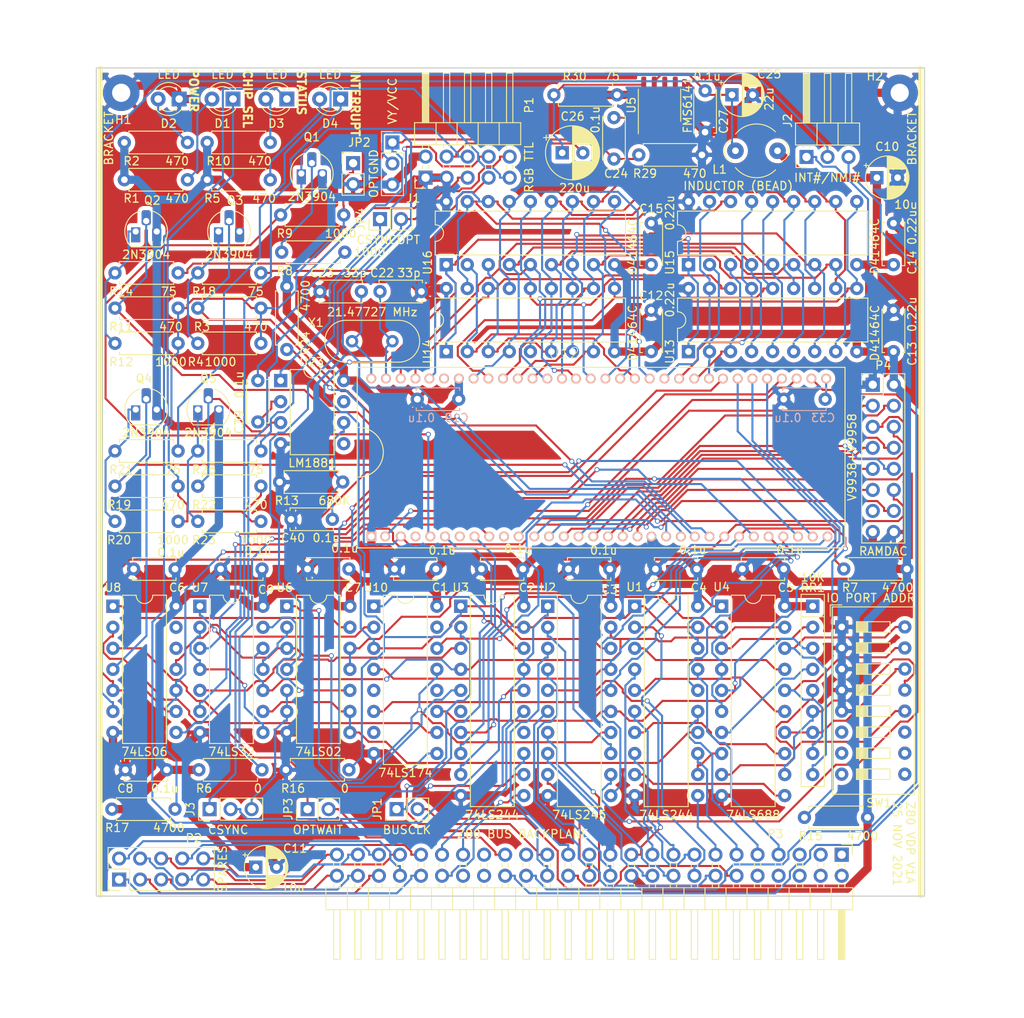
<source format=kicad_pcb>
(kicad_pcb (version 20171130) (host pcbnew "(5.1.10)-1")
  (layers (0 F.Cu signal) (31 B.Cu signal) (34 B.Paste user) (35 F.Paste user) (36 B.SilkS user) (37 F.SilkS user) (38 B.Mask user) (39 F.Mask user) (44 Edge.Cuts user))
  (net 0 "")
  (net 1 VCC)
  (net 2 GND)
  (net 3 /A7)
  (net 4 /A6)
  (net 5 /A5)
  (net 6 /D4)
  (net 7 /A4)
  (net 8 /D3)
  (net 9 /A3)
  (net 10 /D5)
  (net 11 /A2)
  (net 12 /D6)
  (net 13 /A1)
  (net 14 /A0)
  (net 15 /D2)
  (net 16 /D7)
  (net 17 /D0)
  (net 18 /D1)
  (net 19 /SPARE9)
  (net 20 /SPARE0)
  (net 21 /SPARE8)
  (net 22 /SPARE1)
  (net 23 /SPARE7)
  (net 24 /SPARE2)
  (net 25 /SPARE6)
  (net 26 /SPARE3)
  (net 27 /SPARE5)
  (net 28 /SPARE4)
  (net 29 /M1#)
  (net 30 /RESET#)
  (net 31 /WR#)
  (net 32 /RD#)
  (net 33 /IORQ#)
  (net 34 /bM1#)
  (net 35 /bA7)
  (net 36 /bA6)
  (net 37 /bA5)
  (net 38 /bA4)
  (net 39 /bA3)
  (net 40 /bA2)
  (net 41 /bA1)
  (net 42 /bA0)
  (net 43 "Net-(RR1-Pad2)")
  (net 44 "Net-(RR1-Pad3)")
  (net 45 "Net-(RR1-Pad4)")
  (net 46 "Net-(RR1-Pad5)")
  (net 47 "Net-(RR1-Pad6)")
  (net 48 "Net-(RR1-Pad7)")
  (net 49 "Net-(RR1-Pad8)")
  (net 50 "Net-(RR1-Pad9)")
  (net 51 /bD5)
  (net 52 /bD4)
  (net 53 /bD3)
  (net 54 /bD2)
  (net 55 /bD1)
  (net 56 /bD0)
  (net 57 /bRESET#)
  (net 58 /bWR#)
  (net 59 /bD7)
  (net 60 /bD6)
  (net 61 "Net-(D1-Pad2)")
  (net 62 /688SEL#)
  (net 63 "Net-(D1-Pad1)")
  (net 64 "Net-(D2-Pad2)")
  (net 65 "Net-(D3-Pad1)")
  (net 66 "Net-(D3-Pad2)")
  (net 67 /ACRCS#)
  (net 68 /STATUS#)
  (net 69 /ACRWR#)
  (net 70 /ONE)
  (net 71 /ZERO)
  (net 72 "Net-(C22-Pad1)")
  (net 73 "Net-(C23-Pad1)")
  (net 74 /VY)
  (net 75 "Net-(C24-Pad1)")
  (net 76 /VFILT)
  (net 77 /COMVID)
  (net 78 "Net-(C26-Pad1)")
  (net 79 "Net-(C33-Pad1)")
  (net 80 "Net-(C39-Pad2)")
  (net 81 "Net-(C40-Pad1)")
  (net 82 "Net-(D4-Pad2)")
  (net 83 "Net-(D4-Pad1)")
  (net 84 /NMI#)
  (net 85 "Net-(J2-Pad2)")
  (net 86 /INT#)
  (net 87 /CLK)
  (net 88 "Net-(JP1-Pad1)")
  (net 89 /BLUE-OUT)
  (net 90 /VSYNC#)
  (net 91 /GREEN-OUT)
  (net 92 /HSYNC#)
  (net 93 /RED-OUT)
  (net 94 "Net-(Q1-Pad2)")
  (net 95 "Net-(Q2-Pad1)")
  (net 96 /BLUE)
  (net 97 "Net-(Q3-Pad1)")
  (net 98 /GREEN)
  (net 99 "Net-(Q4-Pad1)")
  (net 100 /RED)
  (net 101 "Net-(Q5-Pad1)")
  (net 102 /VSYNC)
  (net 103 /VRY)
  (net 104 /bRD#)
  (net 105 /bA2#)
  (net 106 /VDP-RD#)
  (net 107 /VIDCS#)
  (net 108 /VDP-WR#)
  (net 109 /VINT#)
  (net 110 /RAS#)
  (net 111 /CAS0#)
  (net 112 /CAS1#)
  (net 113 /VRW#)
  (net 114 /AD7)
  (net 115 /AD6)
  (net 116 /AD5)
  (net 117 /AD4)
  (net 118 /AD3)
  (net 119 /AD2)
  (net 120 /AD1)
  (net 121 /AD0)
  (net 122 /VD7)
  (net 123 /VD6)
  (net 124 /VD5)
  (net 125 /VD4)
  (net 126 /VD3)
  (net 127 /VD2)
  (net 128 /VD1)
  (net 129 /VD0)
  (net 130 "Net-(JP2-Pad1)")
  (net 131 /WAIT#)
  (net 132 "Net-(U6-Pad13)")
  (net 133 /C0)
  (net 134 /C1)
  (net 135 /C2)
  (net 136 /C3)
  (net 137 /C4)
  (net 138 /C5)
  (net 139 /C6)
  (net 140 /C7)
  (net 141 "Net-(J1-Pad2)")
  (net 142 "Net-(J3-Pad3)")
  (net 143 "Net-(J3-Pad2)")
  (net 144 "Net-(JP3-Pad1)")
  (net 145 /CBDR)
  (net 146 /DLCLK#)
  (net 147 /DHCLK#)
  (net 148 /LPS-WAIT#)
  (net 149 "Net-(U10-Pad2)")
  (net 150 /CSYNC#)
  (net 151 /CSYNC-OUT)
  (net 152 "Net-(JP4-Pad1)")
  (net 153 /RESVDP#)
  (net 154 /CS_VDP#)
  (module Resistor_THT:R_Axial_DIN0207_L6.3mm_D2.5mm_P7.62mm_Horizontal (layer F.Cu) (at 68 80 90)
    (fp_text reference R24 (at 0.75 2.25 90) (layer F.SilkS))
    (fp_text value 4700 (at 6.5 2.25 90) (layer F.SilkS))
    (pad 2 thru_hole oval (at 7.62 0 90) (size 1.6 1.6) (drill 0.8) (layers *.Cu *.Mask) (net 1 VCC))
    (pad 1 thru_hole circle (at 0 0 90) (size 1.6 1.6) (drill 0.8) (layers *.Cu *.Mask) (net 146 /DLCLK#))
  )
  (module ShrunkenDIP:renesas21-DIP64-S (layer F.Cu) (at 102.5 93.5)
    (fp_text reference U12 (at -1.02 -13.08) (layer F.SilkS) (effects (font (size 1.27 1.27) (thickness 0.0889))))
    (fp_text value V9938-V9958 (at 33.75 -0.5 90) (layer F.SilkS))
    (fp_text user " " (at -19.05 2.54) (layer F.SilkS) (effects (font (size 1.27 1.27) (thickness 0.0889))))
    (pad 64 thru_hole circle (at -24.3078 -9.99998) (size 1.19888 1.19888) (drill 0.79756) (layers *.Cu *.SilkS *.Mask) (net 73 "Net-(C23-Pad1)"))
    (pad 63 thru_hole circle (at -22.5298 -9.99998) (size 1.19888 1.19888) (drill 0.79756) (layers *.Cu *.SilkS *.Mask) (net 72 "Net-(C22-Pad1)"))
    (pad 62 thru_hole circle (at -20.74926 -9.99998) (size 1.19888 1.19888) (drill 0.79756) (layers *.Cu *.SilkS *.Mask) (net 110 /RAS#))
    (pad 61 thru_hole circle (at -18.96872 -9.99998) (size 1.19888 1.19888) (drill 0.79756) (layers *.Cu *.SilkS *.Mask) (net 111 /CAS0#))
    (pad 60 thru_hole circle (at -17.28978 -9.99998) (size 1.19888 1.19888) (drill 0.79756) (layers *.Cu *.SilkS *.Mask) (net 112 /CAS1#))
    (pad 59 thru_hole circle (at -15.50924 -9.99998) (size 1.19888 1.19888) (drill 0.79756) (layers *.Cu *.SilkS *.Mask))
    (pad 58 thru_hole circle (at -13.7287 -9.99998) (size 1.19888 1.19888) (drill 0.79756) (layers *.Cu *.SilkS *.Mask) (net 1 VCC))
    (pad 57 thru_hole circle (at -11.94816 -9.99998) (size 1.19888 1.19888) (drill 0.79756) (layers *.Cu *.SilkS *.Mask) (net 113 /VRW#))
    (pad 56 thru_hole circle (at -10.16762 -9.99998) (size 1.19888 1.19888) (drill 0.79756) (layers *.Cu *.SilkS *.Mask) (net 114 /AD7))
    (pad 55 thru_hole circle (at -8.38962 -9.99998) (size 1.19888 1.19888) (drill 0.79756) (layers *.Cu *.SilkS *.Mask) (net 115 /AD6))
    (pad 54 thru_hole circle (at -6.60908 -9.99998) (size 1.19888 1.19888) (drill 0.79756) (layers *.Cu *.SilkS *.Mask) (net 116 /AD5))
    (pad 53 thru_hole circle (at -4.82854 -9.99998) (size 1.19888 1.19888) (drill 0.79756) (layers *.Cu *.SilkS *.Mask) (net 117 /AD4))
    (pad 52 thru_hole circle (at -3.048 -9.98982) (size 1.19888 1.19888) (drill 0.79756) (layers *.Cu *.SilkS *.Mask) (net 118 /AD3))
    (pad 51 thru_hole circle (at -1.27 -9.98982) (size 1.19888 1.19888) (drill 0.79756) (layers *.Cu *.SilkS *.Mask) (net 119 /AD2))
    (pad 50 thru_hole circle (at 0.40894 -9.98982) (size 1.19888 1.19888) (drill 0.79756) (layers *.Cu *.SilkS *.Mask) (net 120 /AD1))
    (pad 49 thru_hole circle (at 2.18948 -9.98982) (size 1.19888 1.19888) (drill 0.79756) (layers *.Cu *.SilkS *.Mask) (net 121 /AD0))
    (pad 48 thru_hole circle (at 3.96748 -9.98982) (size 1.19888 1.19888) (drill 0.79756) (layers *.Cu *.SilkS *.Mask) (net 122 /VD7))
    (pad 47 thru_hole circle (at 5.74802 -9.98982) (size 1.19888 1.19888) (drill 0.79756) (layers *.Cu *.SilkS *.Mask) (net 123 /VD6))
    (pad 46 thru_hole circle (at 7.52856 -9.98982) (size 1.19888 1.19888) (drill 0.79756) (layers *.Cu *.SilkS *.Mask) (net 124 /VD5))
    (pad 45 thru_hole circle (at 9.3091 -9.98982) (size 1.19888 1.19888) (drill 0.79756) (layers *.Cu *.SilkS *.Mask) (net 125 /VD4))
    (pad 44 thru_hole circle (at 11.08964 -9.98982) (size 1.19888 1.19888) (drill 0.79756) (layers *.Cu *.SilkS *.Mask) (net 126 /VD3))
    (pad 43 thru_hole circle (at 12.86764 -9.98982) (size 1.19888 1.19888) (drill 0.79756) (layers *.Cu *.SilkS *.Mask) (net 127 /VD2))
    (pad 42 thru_hole circle (at 14.69898 -9.98982) (size 1.19888 1.19888) (drill 0.79756) (layers *.Cu *.SilkS *.Mask) (net 128 /VD1))
    (pad 41 thru_hole circle (at 16.47952 -9.98982) (size 1.19888 1.19888) (drill 0.79756) (layers *.Cu *.SilkS *.Mask) (net 129 /VD0))
    (pad 40 thru_hole circle (at 18.15846 -9.98982) (size 1.19888 1.19888) (drill 0.79756) (layers *.Cu *.SilkS *.Mask) (net 56 /bD0))
    (pad 39 thru_hole circle (at 19.939 -9.98982) (size 1.19888 1.19888) (drill 0.79756) (layers *.Cu *.SilkS *.Mask) (net 55 /bD1))
    (pad 38 thru_hole circle (at 21.71954 -9.98982) (size 1.19888 1.19888) (drill 0.79756) (layers *.Cu *.SilkS *.Mask) (net 54 /bD2))
    (pad 37 thru_hole circle (at 23.49754 -9.98982) (size 1.19888 1.19888) (drill 0.79756) (layers *.Cu *.SilkS *.Mask) (net 53 /bD3))
    (pad 36 thru_hole circle (at 25.27808 -9.98982) (size 1.19888 1.19888) (drill 0.79756) (layers *.Cu *.SilkS *.Mask) (net 52 /bD4))
    (pad 35 thru_hole circle (at 27.05862 -9.98982) (size 1.19888 1.19888) (drill 0.79756) (layers *.Cu *.SilkS *.Mask) (net 51 /bD5))
    (pad 34 thru_hole circle (at 28.83916 -9.98982) (size 1.19888 1.19888) (drill 0.79756) (layers *.Cu *.SilkS *.Mask) (net 60 /bD6))
    (pad 33 thru_hole circle (at 30.6197 -9.98982) (size 1.19888 1.19888) (drill 0.79756) (layers *.Cu *.SilkS *.Mask) (net 79 "Net-(C33-Pad1)"))
    (pad 32 thru_hole circle (at 30.78988 9.08812) (size 1.19888 1.19888) (drill 0.79756) (layers *.Cu *.SilkS *.Mask) (net 59 /bD7))
    (pad 31 thru_hole circle (at 29.00934 9.08812) (size 1.19888 1.19888) (drill 0.79756) (layers *.Cu *.SilkS *.Mask) (net 106 /VDP-RD#))
    (pad 30 thru_hole circle (at 27.2288 9.08812) (size 1.19888 1.19888) (drill 0.79756) (layers *.Cu *.SilkS *.Mask) (net 108 /VDP-WR#))
    (pad 29 thru_hole circle (at 25.44826 9.08812) (size 1.19888 1.19888) (drill 0.79756) (layers *.Cu *.SilkS *.Mask) (net 42 /bA0))
    (pad 28 thru_hole circle (at 23.66772 9.08812) (size 1.19888 1.19888) (drill 0.79756) (layers *.Cu *.SilkS *.Mask) (net 41 /bA1))
    (pad 27 thru_hole circle (at 21.88972 9.08812) (size 1.19888 1.19888) (drill 0.79756) (layers *.Cu *.SilkS *.Mask) (net 70 /ONE))
    (pad 26 thru_hole circle (at 20.10918 9.08812) (size 1.19888 1.19888) (drill 0.79756) (layers *.Cu *.SilkS *.Mask) (net 148 /LPS-WAIT#))
    (pad 25 thru_hole circle (at 18.32864 9.08812) (size 1.19888 1.19888) (drill 0.79756) (layers *.Cu *.SilkS *.Mask) (net 109 /VINT#))
    (pad 24 thru_hole circle (at 16.53794 9.08812) (size 1.19888 1.19888) (drill 0.79756) (layers *.Cu *.SilkS *.Mask) (net 96 /BLUE))
    (pad 23 thru_hole circle (at 14.75994 9.08812) (size 1.19888 1.19888) (drill 0.79756) (layers *.Cu *.SilkS *.Mask) (net 100 /RED))
    (pad 22 thru_hole circle (at 13.07846 9.08812) (size 1.19888 1.19888) (drill 0.79756) (layers *.Cu *.SilkS *.Mask) (net 98 /GREEN))
    (pad 21 thru_hole circle (at 11.29792 9.0678) (size 1.19888 1.19888) (drill 0.79756) (layers *.Cu *.SilkS *.Mask) (net 141 "Net-(J1-Pad2)"))
    (pad 20 thru_hole circle (at 9.51992 9.0678) (size 1.19888 1.19888) (drill 0.79756) (layers *.Cu *.SilkS *.Mask) (net 2 GND))
    (pad 19 thru_hole circle (at 7.83844 9.0678) (size 1.19888 1.19888) (drill 0.79756) (layers *.Cu *.SilkS *.Mask) (net 133 /C0))
    (pad 18 thru_hole circle (at 6.0579 9.0678) (size 1.19888 1.19888) (drill 0.79756) (layers *.Cu *.SilkS *.Mask) (net 134 /C1))
    (pad 17 thru_hole circle (at 4.2799 9.0678) (size 1.19888 1.19888) (drill 0.79756) (layers *.Cu *.SilkS *.Mask) (net 135 /C2))
    (pad 16 thru_hole circle (at 2.49936 9.0678) (size 1.19888 1.19888) (drill 0.79756) (layers *.Cu *.SilkS *.Mask) (net 136 /C3))
    (pad 15 thru_hole circle (at 0.71882 9.0678) (size 1.19888 1.19888) (drill 0.79756) (layers *.Cu *.SilkS *.Mask) (net 137 /C4))
    (pad 14 thru_hole circle (at -1.05918 9.0678) (size 1.19888 1.19888) (drill 0.79756) (layers *.Cu *.SilkS *.Mask) (net 138 /C5))
    (pad 13 thru_hole circle (at -2.83972 9.0678) (size 1.19888 1.19888) (drill 0.79756) (layers *.Cu *.SilkS *.Mask) (net 139 /C6))
    (pad 12 thru_hole circle (at -4.61772 9.0678) (size 1.19888 1.19888) (drill 0.79756) (layers *.Cu *.SilkS *.Mask) (net 140 /C7))
    (pad 11 thru_hole circle (at -6.49986 9.0678) (size 1.19888 1.19888) (drill 0.79756) (layers *.Cu *.SilkS *.Mask) (net 145 /CBDR))
    (pad 10 thru_hole circle (at -8.27786 9.0678) (size 1.19888 1.19888) (drill 0.79756) (layers *.Cu *.SilkS *.Mask))
    (pad 9 thru_hole circle (at -10.0584 9.0678) (size 1.19888 1.19888) (drill 0.79756) (layers *.Cu *.SilkS *.Mask) (net 153 /RESVDP#))
    (pad 8 thru_hole circle (at -11.83894 9.0678) (size 1.19888 1.19888) (drill 0.79756) (layers *.Cu *.SilkS *.Mask) (net 103 /VRY))
    (pad 7 thru_hole circle (at -13.61948 9.0678) (size 1.19888 1.19888) (drill 0.79756) (layers *.Cu *.SilkS *.Mask))
    (pad 6 thru_hole circle (at -15.39748 9.0678) (size 1.19888 1.19888) (drill 0.79756) (layers *.Cu *.SilkS *.Mask) (net 143 "Net-(J3-Pad2)"))
    (pad 5 thru_hole circle (at -17.17802 9.0678) (size 1.19888 1.19888) (drill 0.79756) (layers *.Cu *.SilkS *.Mask) (net 92 /HSYNC#))
    (pad 4 thru_hole circle (at -18.95856 9.0678) (size 1.19888 1.19888) (drill 0.79756) (layers *.Cu *.SilkS *.Mask))
    (pad 3 thru_hole circle (at -20.7391 9.0678) (size 1.19888 1.19888) (drill 0.79756) (layers *.Cu *.SilkS *.Mask) (net 146 /DLCLK#))
    (pad 2 thru_hole circle (at -22.6187 9.0678) (size 1.19888 1.19888) (drill 0.79756) (layers *.Cu *.SilkS *.Mask) (net 147 /DHCLK#))
    (pad 1 thru_hole rect (at -24.29764 9.0678) (size 1.17348 1.17348) (drill 0.79756) (layers *.Cu *.SilkS *.Mask) (net 2 GND))
  )
  (module Connector_PinHeader_2.54mm:PinHeader_1x02_P2.54mm_Vertical (layer F.Cu) (at 79.25 64.25 90)
    (fp_text reference JP4 (at 0 -2.33 90) (layer F.SilkS))
    (fp_text value CSYNCOPT (at -2.5 1 180) (layer F.SilkS))
    (pad 2 thru_hole oval (at 0 2.54 90) (size 1.7 1.7) (drill 1) (layers *.Cu *.Mask) (net 151 /CSYNC-OUT))
    (pad 1 thru_hole rect (at 0 0 90) (size 1.7 1.7) (drill 1) (layers *.Cu *.Mask) (net 152 "Net-(JP4-Pad1)"))
  )
  (module Resistor_THT:R_Axial_DIN0207_L6.3mm_D2.5mm_P7.62mm_Horizontal (layer F.Cu) (at 54.5 135.5 180)
    (fp_text reference R17 (at 7 -2.25) (layer F.SilkS))
    (fp_text value 4700 (at 0.75 -2.25) (layer F.SilkS))
    (pad 2 thru_hole oval (at 7.62 0 180) (size 1.6 1.6) (drill 0.8) (layers *.Cu *.Mask) (net 1 VCC))
    (pad 1 thru_hole circle (at 0 0 180) (size 1.6 1.6) (drill 0.8) (layers *.Cu *.Mask) (net 153 /RESVDP#))
  )
  (module Package_DIP:DIP-14_W7.62mm (layer F.Cu) (at 47 111)
    (fp_text reference U8 (at 0 -2.25) (layer F.SilkS))
    (fp_text value 74LS06 (at 3.81 17.57) (layer F.SilkS))
    (pad 14 thru_hole oval (at 7.62 0) (size 1.6 1.6) (drill 0.8) (layers *.Cu *.Mask) (net 1 VCC))
    (pad 7 thru_hole oval (at 0 15.24) (size 1.6 1.6) (drill 0.8) (layers *.Cu *.Mask) (net 2 GND))
    (pad 13 thru_hole oval (at 7.62 2.54) (size 1.6 1.6) (drill 0.8) (layers *.Cu *.Mask))
    (pad 6 thru_hole oval (at 0 12.7) (size 1.6 1.6) (drill 0.8) (layers *.Cu *.Mask) (net 85 "Net-(J2-Pad2)"))
    (pad 12 thru_hole oval (at 7.62 5.08) (size 1.6 1.6) (drill 0.8) (layers *.Cu *.Mask))
    (pad 5 thru_hole oval (at 0 10.16) (size 1.6 1.6) (drill 0.8) (layers *.Cu *.Mask) (net 109 /VINT#))
    (pad 11 thru_hole oval (at 7.62 7.62) (size 1.6 1.6) (drill 0.8) (layers *.Cu *.Mask) (net 149 "Net-(U10-Pad2)"))
    (pad 4 thru_hole oval (at 0 7.62) (size 1.6 1.6) (drill 0.8) (layers *.Cu *.Mask) (net 65 "Net-(D3-Pad1)"))
    (pad 10 thru_hole oval (at 7.62 10.16) (size 1.6 1.6) (drill 0.8) (layers *.Cu *.Mask) (net 153 /RESVDP#))
    (pad 3 thru_hole oval (at 0 5.08) (size 1.6 1.6) (drill 0.8) (layers *.Cu *.Mask) (net 68 /STATUS#))
    (pad 9 thru_hole oval (at 7.62 12.7) (size 1.6 1.6) (drill 0.8) (layers *.Cu *.Mask) (net 109 /VINT#))
    (pad 2 thru_hole oval (at 0 2.54) (size 1.6 1.6) (drill 0.8) (layers *.Cu *.Mask) (net 144 "Net-(JP3-Pad1)"))
    (pad 8 thru_hole oval (at 7.62 15.24) (size 1.6 1.6) (drill 0.8) (layers *.Cu *.Mask) (net 83 "Net-(D4-Pad1)"))
    (pad 1 thru_hole rect (at 0 0) (size 1.6 1.6) (drill 0.8) (layers *.Cu *.Mask) (net 132 "Net-(U6-Pad13)"))
  )
  (module Resistor_THT:R_Axial_DIN0207_L6.3mm_D2.5mm_P7.62mm_Horizontal (layer F.Cu) (at 130.5 136.5)
    (fp_text reference R15 (at 0.75 2.25) (layer F.SilkS))
    (fp_text value 4700 (at 7 2.25) (layer F.SilkS))
    (pad 2 thru_hole oval (at 7.62 0) (size 1.6 1.6) (drill 0.8) (layers *.Cu *.Mask) (net 1 VCC))
    (pad 1 thru_hole circle (at 0 0) (size 1.6 1.6) (drill 0.8) (layers *.Cu *.Mask) (net 109 /VINT#))
  )
  (module Connector_PinHeader_2.54mm:PinHeader_2x08_P2.54mm_Vertical (layer F.Cu) (at 138.75 84.25)
    (fp_text reference P4 (at 1.27 -2.33) (layer F.SilkS))
    (fp_text value RAMDAC (at 1.27 20.11) (layer F.SilkS))
    (pad 16 thru_hole oval (at 2.54 17.78) (size 1.7 1.7) (drill 1) (layers *.Cu *.Mask) (net 2 GND))
    (pad 15 thru_hole oval (at 0 17.78) (size 1.7 1.7) (drill 1) (layers *.Cu *.Mask) (net 1 VCC))
    (pad 14 thru_hole oval (at 2.54 15.24) (size 1.7 1.7) (drill 1) (layers *.Cu *.Mask) (net 145 /CBDR))
    (pad 13 thru_hole oval (at 0 15.24) (size 1.7 1.7) (drill 1) (layers *.Cu *.Mask))
    (pad 12 thru_hole oval (at 2.54 12.7) (size 1.7 1.7) (drill 1) (layers *.Cu *.Mask) (net 140 /C7))
    (pad 11 thru_hole oval (at 0 12.7) (size 1.7 1.7) (drill 1) (layers *.Cu *.Mask) (net 139 /C6))
    (pad 10 thru_hole oval (at 2.54 10.16) (size 1.7 1.7) (drill 1) (layers *.Cu *.Mask) (net 138 /C5))
    (pad 9 thru_hole oval (at 0 10.16) (size 1.7 1.7) (drill 1) (layers *.Cu *.Mask) (net 137 /C4))
    (pad 8 thru_hole oval (at 2.54 7.62) (size 1.7 1.7) (drill 1) (layers *.Cu *.Mask) (net 136 /C3))
    (pad 7 thru_hole oval (at 0 7.62) (size 1.7 1.7) (drill 1) (layers *.Cu *.Mask) (net 135 /C2))
    (pad 6 thru_hole oval (at 2.54 5.08) (size 1.7 1.7) (drill 1) (layers *.Cu *.Mask) (net 134 /C1))
    (pad 5 thru_hole oval (at 0 5.08) (size 1.7 1.7) (drill 1) (layers *.Cu *.Mask) (net 133 /C0))
    (pad 4 thru_hole oval (at 2.54 2.54) (size 1.7 1.7) (drill 1) (layers *.Cu *.Mask) (net 146 /DLCLK#))
    (pad 3 thru_hole oval (at 0 2.54) (size 1.7 1.7) (drill 1) (layers *.Cu *.Mask) (net 147 /DHCLK#))
    (pad 2 thru_hole oval (at 2.54 0) (size 1.7 1.7) (drill 1) (layers *.Cu *.Mask) (net 1 VCC))
    (pad 1 thru_hole rect (at 0 0) (size 1.7 1.7) (drill 1) (layers *.Cu *.Mask) (net 2 GND))
  )
  (module Connector_PinHeader_2.54mm:PinHeader_1x03_P2.54mm_Vertical (layer F.Cu) (at 58.67 135.5 90)
    (fp_text reference J3 (at 0 -2.33 90) (layer F.SilkS))
    (fp_text value CSYNC (at -2.5 2.25) (layer F.SilkS))
    (pad 1 thru_hole rect (at 0 0 90) (size 1.7 1.7) (drill 1) (layers *.Cu *.Mask) (net 150 /CSYNC#))
    (pad 2 thru_hole oval (at 0 2.54 90) (size 1.7 1.7) (drill 1) (layers *.Cu *.Mask) (net 143 "Net-(J3-Pad2)"))
    (pad 3 thru_hole oval (at 0 5.08 90) (size 1.7 1.7) (drill 1) (layers *.Cu *.Mask) (net 142 "Net-(J3-Pad3)"))
  )
  (module Connector_PinHeader_2.54mm:PinHeader_1x03_P2.54mm_Vertical (layer F.Cu) (at 80.75 55)
    (fp_text reference J1 (at 2.5 6.75) (layer F.SilkS))
    (fp_text value VY/VCC (at 0 -5 -90) (layer F.SilkS))
    (pad 3 thru_hole oval (at 0 5.08) (size 1.7 1.7) (drill 1) (layers *.Cu *.Mask) (net 1 VCC))
    (pad 2 thru_hole oval (at 0 2.54) (size 1.7 1.7) (drill 1) (layers *.Cu *.Mask) (net 141 "Net-(J1-Pad2)"))
    (pad 1 thru_hole rect (at 0 0) (size 1.7 1.7) (drill 1) (layers *.Cu *.Mask) (net 74 /VY))
  )
  (module Resistor_THT:R_Axial_DIN0207_L6.3mm_D2.5mm_P7.62mm_Horizontal (layer F.Cu) (at 135.25 106.5)
    (fp_text reference R7 (at 0.75 2.25) (layer F.SilkS))
    (fp_text value 4700 (at 6.5 2.25) (layer F.SilkS))
    (pad 2 thru_hole oval (at 7.62 0) (size 1.6 1.6) (drill 0.8) (layers *.Cu *.Mask) (net 1 VCC))
    (pad 1 thru_hole circle (at 0 0) (size 1.6 1.6) (drill 0.8) (layers *.Cu *.Mask) (net 148 /LPS-WAIT#))
  )
  (module Connector_PinHeader_2.54mm:PinHeader_1x02_P2.54mm_Vertical (layer F.Cu) (at 70.5 135.5 90)
    (fp_text reference JP3 (at 0 -2.33 90) (layer F.SilkS))
    (fp_text value OPTWAIT (at -2.5 1.25 180) (layer F.SilkS))
    (pad 2 thru_hole oval (at 0 2.54 90) (size 1.7 1.7) (drill 1) (layers *.Cu *.Mask) (net 131 /WAIT#))
    (pad 1 thru_hole rect (at 0 0 90) (size 1.7 1.7) (drill 1) (layers *.Cu *.Mask) (net 144 "Net-(JP3-Pad1)"))
  )
  (module Connector_PinHeader_2.54mm:PinHeader_1x02_P2.54mm_Vertical (layer F.Cu) (at 76 57.5)
    (fp_text reference JP2 (at 0.75 -2.5) (layer F.SilkS))
    (fp_text value OPTGND (at 2.5 1.25 90) (layer F.SilkS))
    (pad 2 thru_hole oval (at 0 2.54) (size 1.7 1.7) (drill 1) (layers *.Cu *.Mask) (net 2 GND))
    (pad 1 thru_hole rect (at 0 0) (size 1.7 1.7) (drill 1) (layers *.Cu *.Mask) (net 130 "Net-(JP2-Pad1)"))
  )
  (module Connector_PinHeader_2.54mm:PinHeader_1x03_P2.54mm_Horizontal (layer F.Cu) (at 130.75 56.75 90)
    (fp_text reference J2 (at 4.385 -2.27 90) (layer F.SilkS))
    (fp_text value INT#/NMI# (at -2.5 2.5 180) (layer F.SilkS))
    (pad 3 thru_hole oval (at 0 5.08 90) (size 1.7 1.7) (drill 1) (layers *.Cu *.Mask) (net 84 /NMI#))
    (pad 2 thru_hole oval (at 0 2.54 90) (size 1.7 1.7) (drill 1) (layers *.Cu *.Mask) (net 85 "Net-(J2-Pad2)"))
    (pad 1 thru_hole rect (at 0 0 90) (size 1.7 1.7) (drill 1) (layers *.Cu *.Mask) (net 86 /INT#))
  )
  (module Connector_PinHeader_2.54mm:PinHeader_2x05_P2.54mm_Vertical (layer F.Cu) (at 47.75 144 90)
    (fp_text reference P2 (at 5 9 180) (layer F.SilkS))
    (fp_text value SPARES (at 1.27 12.49 90) (layer F.SilkS))
    (pad 10 thru_hole oval (at 2.54 10.16 90) (size 1.7 1.7) (drill 1) (layers *.Cu *.Mask) (net 19 /SPARE9))
    (pad 9 thru_hole oval (at 0 10.16 90) (size 1.7 1.7) (drill 1) (layers *.Cu *.Mask) (net 21 /SPARE8))
    (pad 8 thru_hole oval (at 2.54 7.62 90) (size 1.7 1.7) (drill 1) (layers *.Cu *.Mask) (net 23 /SPARE7))
    (pad 7 thru_hole oval (at 0 7.62 90) (size 1.7 1.7) (drill 1) (layers *.Cu *.Mask) (net 25 /SPARE6))
    (pad 6 thru_hole oval (at 2.54 5.08 90) (size 1.7 1.7) (drill 1) (layers *.Cu *.Mask) (net 27 /SPARE5))
    (pad 5 thru_hole oval (at 0 5.08 90) (size 1.7 1.7) (drill 1) (layers *.Cu *.Mask) (net 28 /SPARE4))
    (pad 4 thru_hole oval (at 2.54 2.54 90) (size 1.7 1.7) (drill 1) (layers *.Cu *.Mask) (net 26 /SPARE3))
    (pad 3 thru_hole oval (at 0 2.54 90) (size 1.7 1.7) (drill 1) (layers *.Cu *.Mask) (net 24 /SPARE2))
    (pad 2 thru_hole oval (at 2.54 0 90) (size 1.7 1.7) (drill 1) (layers *.Cu *.Mask) (net 22 /SPARE1))
    (pad 1 thru_hole rect (at 0 0 90) (size 1.7 1.7) (drill 1) (layers *.Cu *.Mask) (net 20 /SPARE0))
  )
  (module Package_DIP:DIP-8_W7.62mm (layer F.Cu) (at 67.25 83.75)
    (fp_text reference U23 (at 3.75 -2.25) (layer F.SilkS))
    (fp_text value LM1881 (at 3.81 9.95) (layer F.SilkS))
    (pad 8 thru_hole oval (at 7.62 0) (size 1.6 1.6) (drill 0.8) (layers *.Cu *.Mask) (net 1 VCC))
    (pad 4 thru_hole oval (at 0 7.62) (size 1.6 1.6) (drill 0.8) (layers *.Cu *.Mask) (net 2 GND))
    (pad 7 thru_hole oval (at 7.62 2.54) (size 1.6 1.6) (drill 0.8) (layers *.Cu *.Mask))
    (pad 3 thru_hole oval (at 0 5.08) (size 1.6 1.6) (drill 0.8) (layers *.Cu *.Mask) (net 102 /VSYNC))
    (pad 6 thru_hole oval (at 7.62 5.08) (size 1.6 1.6) (drill 0.8) (layers *.Cu *.Mask) (net 81 "Net-(C40-Pad1)"))
    (pad 2 thru_hole oval (at 0 2.54) (size 1.6 1.6) (drill 0.8) (layers *.Cu *.Mask) (net 80 "Net-(C39-Pad2)"))
    (pad 5 thru_hole oval (at 7.62 7.62) (size 1.6 1.6) (drill 0.8) (layers *.Cu *.Mask))
    (pad 1 thru_hole rect (at 0 0) (size 1.6 1.6) (drill 0.8) (layers *.Cu *.Mask) (net 152 "Net-(JP4-Pad1)"))
  )
  (module Crystal:Crystal_HC49-4H_Vertical (layer F.Cu) (at 80.75 79 180)
    (fp_text reference X1 (at 9.25 2.25) (layer F.SilkS))
    (fp_text value "21.47727 MHz" (at 2.44 3.525) (layer F.SilkS))
    (pad 2 thru_hole circle (at 4.88 0 180) (size 1.5 1.5) (drill 0.8) (layers *.Cu *.Mask) (net 73 "Net-(C23-Pad1)"))
    (pad 1 thru_hole circle (at 0 0 180) (size 1.5 1.5) (drill 0.8) (layers *.Cu *.Mask) (net 72 "Net-(C22-Pad1)"))
  )
  (module Package_DIP:DIP-18_W7.62mm (layer F.Cu) (at 87.25 69.75 90)
    (fp_text reference U16 (at 0.25 -2.25 90) (layer F.SilkS))
    (fp_text value D41464C (at 2.25 22.5 90) (layer F.SilkS))
    (pad 18 thru_hole oval (at 7.62 0 90) (size 1.6 1.6) (drill 0.8) (layers *.Cu *.Mask) (net 2 GND))
    (pad 9 thru_hole oval (at 0 20.32 90) (size 1.6 1.6) (drill 0.8) (layers *.Cu *.Mask) (net 1 VCC))
    (pad 17 thru_hole oval (at 7.62 2.54 90) (size 1.6 1.6) (drill 0.8) (layers *.Cu *.Mask) (net 122 /VD7))
    (pad 8 thru_hole oval (at 0 17.78 90) (size 1.6 1.6) (drill 0.8) (layers *.Cu *.Mask) (net 117 /AD4))
    (pad 16 thru_hole oval (at 7.62 5.08 90) (size 1.6 1.6) (drill 0.8) (layers *.Cu *.Mask) (net 112 /CAS1#))
    (pad 7 thru_hole oval (at 0 15.24 90) (size 1.6 1.6) (drill 0.8) (layers *.Cu *.Mask) (net 116 /AD5))
    (pad 15 thru_hole oval (at 7.62 7.62 90) (size 1.6 1.6) (drill 0.8) (layers *.Cu *.Mask) (net 123 /VD6))
    (pad 6 thru_hole oval (at 0 12.7 90) (size 1.6 1.6) (drill 0.8) (layers *.Cu *.Mask) (net 115 /AD6))
    (pad 14 thru_hole oval (at 7.62 10.16 90) (size 1.6 1.6) (drill 0.8) (layers *.Cu *.Mask) (net 121 /AD0))
    (pad 5 thru_hole oval (at 0 10.16 90) (size 1.6 1.6) (drill 0.8) (layers *.Cu *.Mask) (net 110 /RAS#))
    (pad 13 thru_hole oval (at 7.62 12.7 90) (size 1.6 1.6) (drill 0.8) (layers *.Cu *.Mask) (net 120 /AD1))
    (pad 4 thru_hole oval (at 0 7.62 90) (size 1.6 1.6) (drill 0.8) (layers *.Cu *.Mask) (net 113 /VRW#))
    (pad 12 thru_hole oval (at 7.62 15.24 90) (size 1.6 1.6) (drill 0.8) (layers *.Cu *.Mask) (net 119 /AD2))
    (pad 3 thru_hole oval (at 0 5.08 90) (size 1.6 1.6) (drill 0.8) (layers *.Cu *.Mask) (net 124 /VD5))
    (pad 11 thru_hole oval (at 7.62 17.78 90) (size 1.6 1.6) (drill 0.8) (layers *.Cu *.Mask) (net 118 /AD3))
    (pad 2 thru_hole oval (at 0 2.54 90) (size 1.6 1.6) (drill 0.8) (layers *.Cu *.Mask) (net 125 /VD4))
    (pad 10 thru_hole oval (at 7.62 20.32 90) (size 1.6 1.6) (drill 0.8) (layers *.Cu *.Mask) (net 114 /AD7))
    (pad 1 thru_hole rect (at 0 0 90) (size 1.6 1.6) (drill 0.8) (layers *.Cu *.Mask) (net 71 /ZERO))
  )
  (module Package_DIP:DIP-18_W7.62mm (layer F.Cu) (at 116.5 69.75 90)
    (fp_text reference U15 (at 0.25 -2.25 90) (layer F.SilkS))
    (fp_text value D41464C (at 2.25 22.5 90) (layer F.SilkS))
    (pad 18 thru_hole oval (at 7.62 0 90) (size 1.6 1.6) (drill 0.8) (layers *.Cu *.Mask) (net 2 GND))
    (pad 9 thru_hole oval (at 0 20.32 90) (size 1.6 1.6) (drill 0.8) (layers *.Cu *.Mask) (net 1 VCC))
    (pad 17 thru_hole oval (at 7.62 2.54 90) (size 1.6 1.6) (drill 0.8) (layers *.Cu *.Mask) (net 126 /VD3))
    (pad 8 thru_hole oval (at 0 17.78 90) (size 1.6 1.6) (drill 0.8) (layers *.Cu *.Mask) (net 117 /AD4))
    (pad 16 thru_hole oval (at 7.62 5.08 90) (size 1.6 1.6) (drill 0.8) (layers *.Cu *.Mask) (net 112 /CAS1#))
    (pad 7 thru_hole oval (at 0 15.24 90) (size 1.6 1.6) (drill 0.8) (layers *.Cu *.Mask) (net 116 /AD5))
    (pad 15 thru_hole oval (at 7.62 7.62 90) (size 1.6 1.6) (drill 0.8) (layers *.Cu *.Mask) (net 127 /VD2))
    (pad 6 thru_hole oval (at 0 12.7 90) (size 1.6 1.6) (drill 0.8) (layers *.Cu *.Mask) (net 115 /AD6))
    (pad 14 thru_hole oval (at 7.62 10.16 90) (size 1.6 1.6) (drill 0.8) (layers *.Cu *.Mask) (net 121 /AD0))
    (pad 5 thru_hole oval (at 0 10.16 90) (size 1.6 1.6) (drill 0.8) (layers *.Cu *.Mask) (net 110 /RAS#))
    (pad 13 thru_hole oval (at 7.62 12.7 90) (size 1.6 1.6) (drill 0.8) (layers *.Cu *.Mask) (net 120 /AD1))
    (pad 4 thru_hole oval (at 0 7.62 90) (size 1.6 1.6) (drill 0.8) (layers *.Cu *.Mask) (net 113 /VRW#))
    (pad 12 thru_hole oval (at 7.62 15.24 90) (size 1.6 1.6) (drill 0.8) (layers *.Cu *.Mask) (net 119 /AD2))
    (pad 3 thru_hole oval (at 0 5.08 90) (size 1.6 1.6) (drill 0.8) (layers *.Cu *.Mask) (net 128 /VD1))
    (pad 11 thru_hole oval (at 7.62 17.78 90) (size 1.6 1.6) (drill 0.8) (layers *.Cu *.Mask) (net 118 /AD3))
    (pad 2 thru_hole oval (at 0 2.54 90) (size 1.6 1.6) (drill 0.8) (layers *.Cu *.Mask) (net 129 /VD0))
    (pad 10 thru_hole oval (at 7.62 20.32 90) (size 1.6 1.6) (drill 0.8) (layers *.Cu *.Mask) (net 114 /AD7))
    (pad 1 thru_hole rect (at 0 0 90) (size 1.6 1.6) (drill 0.8) (layers *.Cu *.Mask) (net 71 /ZERO))
  )
  (module Package_DIP:DIP-18_W7.62mm (layer F.Cu) (at 87.25 80.25 90)
    (fp_text reference U14 (at 0 -2.25 90) (layer F.SilkS))
    (fp_text value D41464C (at 2.25 22.5 90) (layer F.SilkS))
    (pad 18 thru_hole oval (at 7.62 0 90) (size 1.6 1.6) (drill 0.8) (layers *.Cu *.Mask) (net 2 GND))
    (pad 9 thru_hole oval (at 0 20.32 90) (size 1.6 1.6) (drill 0.8) (layers *.Cu *.Mask) (net 1 VCC))
    (pad 17 thru_hole oval (at 7.62 2.54 90) (size 1.6 1.6) (drill 0.8) (layers *.Cu *.Mask) (net 122 /VD7))
    (pad 8 thru_hole oval (at 0 17.78 90) (size 1.6 1.6) (drill 0.8) (layers *.Cu *.Mask) (net 117 /AD4))
    (pad 16 thru_hole oval (at 7.62 5.08 90) (size 1.6 1.6) (drill 0.8) (layers *.Cu *.Mask) (net 111 /CAS0#))
    (pad 7 thru_hole oval (at 0 15.24 90) (size 1.6 1.6) (drill 0.8) (layers *.Cu *.Mask) (net 116 /AD5))
    (pad 15 thru_hole oval (at 7.62 7.62 90) (size 1.6 1.6) (drill 0.8) (layers *.Cu *.Mask) (net 123 /VD6))
    (pad 6 thru_hole oval (at 0 12.7 90) (size 1.6 1.6) (drill 0.8) (layers *.Cu *.Mask) (net 115 /AD6))
    (pad 14 thru_hole oval (at 7.62 10.16 90) (size 1.6 1.6) (drill 0.8) (layers *.Cu *.Mask) (net 121 /AD0))
    (pad 5 thru_hole oval (at 0 10.16 90) (size 1.6 1.6) (drill 0.8) (layers *.Cu *.Mask) (net 110 /RAS#))
    (pad 13 thru_hole oval (at 7.62 12.7 90) (size 1.6 1.6) (drill 0.8) (layers *.Cu *.Mask) (net 120 /AD1))
    (pad 4 thru_hole oval (at 0 7.62 90) (size 1.6 1.6) (drill 0.8) (layers *.Cu *.Mask) (net 113 /VRW#))
    (pad 12 thru_hole oval (at 7.62 15.24 90) (size 1.6 1.6) (drill 0.8) (layers *.Cu *.Mask) (net 119 /AD2))
    (pad 3 thru_hole oval (at 0 5.08 90) (size 1.6 1.6) (drill 0.8) (layers *.Cu *.Mask) (net 124 /VD5))
    (pad 11 thru_hole oval (at 7.62 17.78 90) (size 1.6 1.6) (drill 0.8) (layers *.Cu *.Mask) (net 118 /AD3))
    (pad 2 thru_hole oval (at 0 2.54 90) (size 1.6 1.6) (drill 0.8) (layers *.Cu *.Mask) (net 125 /VD4))
    (pad 10 thru_hole oval (at 7.62 20.32 90) (size 1.6 1.6) (drill 0.8) (layers *.Cu *.Mask) (net 114 /AD7))
    (pad 1 thru_hole rect (at 0 0 90) (size 1.6 1.6) (drill 0.8) (layers *.Cu *.Mask) (net 71 /ZERO))
  )
  (module Package_DIP:DIP-18_W7.62mm (layer F.Cu) (at 116.5 80.25 90)
    (fp_text reference U13 (at 0 -2.25 90) (layer F.SilkS))
    (fp_text value D41464C (at 2.25 22.5 90) (layer F.SilkS))
    (pad 18 thru_hole oval (at 7.62 0 90) (size 1.6 1.6) (drill 0.8) (layers *.Cu *.Mask) (net 2 GND))
    (pad 9 thru_hole oval (at 0 20.32 90) (size 1.6 1.6) (drill 0.8) (layers *.Cu *.Mask) (net 1 VCC))
    (pad 17 thru_hole oval (at 7.62 2.54 90) (size 1.6 1.6) (drill 0.8) (layers *.Cu *.Mask) (net 126 /VD3))
    (pad 8 thru_hole oval (at 0 17.78 90) (size 1.6 1.6) (drill 0.8) (layers *.Cu *.Mask) (net 117 /AD4))
    (pad 16 thru_hole oval (at 7.62 5.08 90) (size 1.6 1.6) (drill 0.8) (layers *.Cu *.Mask) (net 111 /CAS0#))
    (pad 7 thru_hole oval (at 0 15.24 90) (size 1.6 1.6) (drill 0.8) (layers *.Cu *.Mask) (net 116 /AD5))
    (pad 15 thru_hole oval (at 7.62 7.62 90) (size 1.6 1.6) (drill 0.8) (layers *.Cu *.Mask) (net 127 /VD2))
    (pad 6 thru_hole oval (at 0 12.7 90) (size 1.6 1.6) (drill 0.8) (layers *.Cu *.Mask) (net 115 /AD6))
    (pad 14 thru_hole oval (at 7.62 10.16 90) (size 1.6 1.6) (drill 0.8) (layers *.Cu *.Mask) (net 121 /AD0))
    (pad 5 thru_hole oval (at 0 10.16 90) (size 1.6 1.6) (drill 0.8) (layers *.Cu *.Mask) (net 110 /RAS#))
    (pad 13 thru_hole oval (at 7.62 12.7 90) (size 1.6 1.6) (drill 0.8) (layers *.Cu *.Mask) (net 120 /AD1))
    (pad 4 thru_hole oval (at 0 7.62 90) (size 1.6 1.6) (drill 0.8) (layers *.Cu *.Mask) (net 113 /VRW#))
    (pad 12 thru_hole oval (at 7.62 15.24 90) (size 1.6 1.6) (drill 0.8) (layers *.Cu *.Mask) (net 119 /AD2))
    (pad 3 thru_hole oval (at 0 5.08 90) (size 1.6 1.6) (drill 0.8) (layers *.Cu *.Mask) (net 128 /VD1))
    (pad 11 thru_hole oval (at 7.62 17.78 90) (size 1.6 1.6) (drill 0.8) (layers *.Cu *.Mask) (net 118 /AD3))
    (pad 2 thru_hole oval (at 0 2.54 90) (size 1.6 1.6) (drill 0.8) (layers *.Cu *.Mask) (net 129 /VD0))
    (pad 10 thru_hole oval (at 7.62 20.32 90) (size 1.6 1.6) (drill 0.8) (layers *.Cu *.Mask) (net 114 /AD7))
    (pad 1 thru_hole rect (at 0 0 90) (size 1.6 1.6) (drill 0.8) (layers *.Cu *.Mask) (net 71 /ZERO))
  )
  (module Resistor_THT:R_Axial_DIN0207_L6.3mm_D2.5mm_P7.62mm_Horizontal (layer F.Cu) (at 100.25 49.25)
    (fp_text reference R30 (at 2.5 -2.25) (layer F.SilkS))
    (fp_text value 75 (at 7 -2.25) (layer F.SilkS))
    (pad 2 thru_hole oval (at 7.62 0) (size 1.6 1.6) (drill 0.8) (layers *.Cu *.Mask) (net 2 GND))
    (pad 1 thru_hole circle (at 0 0) (size 1.6 1.6) (drill 0.8) (layers *.Cu *.Mask) (net 78 "Net-(C26-Pad1)"))
  )
  (module Resistor_THT:R_Axial_DIN0207_L6.3mm_D2.5mm_P7.62mm_Horizontal (layer F.Cu) (at 110.5 56.5)
    (fp_text reference R29 (at 0.75 2.25) (layer F.SilkS))
    (fp_text value 470 (at 6.75 2.25) (layer F.SilkS))
    (pad 2 thru_hole oval (at 7.62 0) (size 1.6 1.6) (drill 0.8) (layers *.Cu *.Mask) (net 2 GND))
    (pad 1 thru_hole circle (at 0 0) (size 1.6 1.6) (drill 0.8) (layers *.Cu *.Mask) (net 74 /VY))
  )
  (module Resistor_THT:R_Axial_DIN0207_L6.3mm_D2.5mm_P7.62mm_Horizontal (layer F.Cu) (at 57.25 92.25)
    (fp_text reference R25 (at 0.75 2.25) (layer F.SilkS))
    (fp_text value 75 (at 7 2.25) (layer F.SilkS))
    (pad 2 thru_hole oval (at 7.62 0) (size 1.6 1.6) (drill 0.8) (layers *.Cu *.Mask) (net 90 /VSYNC#))
    (pad 1 thru_hole circle (at 0 0) (size 1.6 1.6) (drill 0.8) (layers *.Cu *.Mask) (net 101 "Net-(Q5-Pad1)"))
  )
  (module Resistor_THT:R_Axial_DIN0207_L6.3mm_D2.5mm_P7.62mm_Horizontal (layer F.Cu) (at 57.25 100.75)
    (fp_text reference R23 (at 0.75 2.25) (layer F.SilkS))
    (fp_text value 1000 (at 7 2.25) (layer F.SilkS))
    (pad 2 thru_hole oval (at 7.62 0) (size 1.6 1.6) (drill 0.8) (layers *.Cu *.Mask) (net 130 "Net-(JP2-Pad1)"))
    (pad 1 thru_hole circle (at 0 0) (size 1.6 1.6) (drill 0.8) (layers *.Cu *.Mask) (net 101 "Net-(Q5-Pad1)"))
  )
  (module Resistor_THT:R_Axial_DIN0207_L6.3mm_D2.5mm_P7.62mm_Horizontal (layer F.Cu) (at 57.25 96.5)
    (fp_text reference R22 (at 0.75 2.25) (layer F.SilkS))
    (fp_text value 470 (at 7 2.25) (layer F.SilkS))
    (pad 2 thru_hole oval (at 7.62 0) (size 1.6 1.6) (drill 0.8) (layers *.Cu *.Mask) (net 130 "Net-(JP2-Pad1)"))
    (pad 1 thru_hole circle (at 0 0) (size 1.6 1.6) (drill 0.8) (layers *.Cu *.Mask) (net 102 /VSYNC))
  )
  (module Resistor_THT:R_Axial_DIN0207_L6.3mm_D2.5mm_P7.62mm_Horizontal (layer F.Cu) (at 47.25 92.25)
    (fp_text reference R21 (at 0.75 2.25) (layer F.SilkS))
    (fp_text value 75 (at 7 2.25) (layer F.SilkS))
    (pad 2 thru_hole oval (at 7.62 0) (size 1.6 1.6) (drill 0.8) (layers *.Cu *.Mask) (net 89 /BLUE-OUT))
    (pad 1 thru_hole circle (at 0 0) (size 1.6 1.6) (drill 0.8) (layers *.Cu *.Mask) (net 99 "Net-(Q4-Pad1)"))
  )
  (module Resistor_THT:R_Axial_DIN0207_L6.3mm_D2.5mm_P7.62mm_Horizontal (layer F.Cu) (at 47.25 100.75)
    (fp_text reference R20 (at 0.5 2.25) (layer F.SilkS))
    (fp_text value 1000 (at 7 2.25) (layer F.SilkS))
    (pad 2 thru_hole oval (at 7.62 0) (size 1.6 1.6) (drill 0.8) (layers *.Cu *.Mask) (net 130 "Net-(JP2-Pad1)"))
    (pad 1 thru_hole circle (at 0 0) (size 1.6 1.6) (drill 0.8) (layers *.Cu *.Mask) (net 99 "Net-(Q4-Pad1)"))
  )
  (module Resistor_THT:R_Axial_DIN0207_L6.3mm_D2.5mm_P7.62mm_Horizontal (layer F.Cu) (at 47.25 96.5)
    (fp_text reference R19 (at 0.5 2.25) (layer F.SilkS))
    (fp_text value 470 (at 7 2.25) (layer F.SilkS))
    (pad 2 thru_hole oval (at 7.62 0) (size 1.6 1.6) (drill 0.8) (layers *.Cu *.Mask) (net 130 "Net-(JP2-Pad1)"))
    (pad 1 thru_hole circle (at 0 0) (size 1.6 1.6) (drill 0.8) (layers *.Cu *.Mask) (net 100 /RED))
  )
  (module Resistor_THT:R_Axial_DIN0207_L6.3mm_D2.5mm_P7.62mm_Horizontal (layer F.Cu) (at 57.25 70.75)
    (fp_text reference R18 (at 0.75 2.25) (layer F.SilkS))
    (fp_text value 75 (at 7 2.25) (layer F.SilkS))
    (pad 2 thru_hole oval (at 7.62 0) (size 1.6 1.6) (drill 0.8) (layers *.Cu *.Mask) (net 91 /GREEN-OUT))
    (pad 1 thru_hole circle (at 0 0) (size 1.6 1.6) (drill 0.8) (layers *.Cu *.Mask) (net 97 "Net-(Q3-Pad1)"))
  )
  (module Package_TO_SOT_THT:TO-92_HandSolder (layer F.Cu) (at 57.25 87.25)
    (fp_text reference Q5 (at 1.27 -3.75) (layer F.SilkS))
    (fp_text value 2N3904 (at 1.27 2.79) (layer F.SilkS))
    (pad 1 thru_hole rect (at 0 0) (size 1.1 1.8) (drill 0.75 (offset 0 0.4)) (layers *.Cu *.Mask) (net 101 "Net-(Q5-Pad1)"))
    (pad 3 thru_hole roundrect (at 2.54 0) (size 1.1 1.8) (drill 0.75 (offset 0 0.4)) (layers *.Cu *.Mask) (net 1 VCC))
    (pad 2 thru_hole roundrect (at 1.27 -1.27) (size 1.1 1.8) (drill 0.75 (offset 0 -0.4)) (layers *.Cu *.Mask) (net 102 /VSYNC))
  )
  (module Package_TO_SOT_THT:TO-92_HandSolder (layer F.Cu) (at 49.75 87.25)
    (fp_text reference Q4 (at 1 -3.75) (layer F.SilkS))
    (fp_text value 2N3904 (at 1.27 2.79) (layer F.SilkS))
    (pad 1 thru_hole rect (at 0 0) (size 1.1 1.8) (drill 0.75 (offset 0 0.4)) (layers *.Cu *.Mask) (net 99 "Net-(Q4-Pad1)"))
    (pad 3 thru_hole roundrect (at 2.54 0) (size 1.1 1.8) (drill 0.75 (offset 0 0.4)) (layers *.Cu *.Mask) (net 1 VCC))
    (pad 2 thru_hole roundrect (at 1.27 -1.27) (size 1.1 1.8) (drill 0.75 (offset 0 -0.4)) (layers *.Cu *.Mask) (net 100 /RED))
  )
  (module Package_TO_SOT_THT:TO-92_HandSolder (layer F.Cu) (at 59.75 65.75)
    (fp_text reference Q3 (at 2 -3.75) (layer F.SilkS))
    (fp_text value 2N3904 (at 1.27 2.79) (layer F.SilkS))
    (pad 1 thru_hole rect (at 0 0) (size 1.1 1.8) (drill 0.75 (offset 0 0.4)) (layers *.Cu *.Mask) (net 97 "Net-(Q3-Pad1)"))
    (pad 3 thru_hole roundrect (at 2.54 0) (size 1.1 1.8) (drill 0.75 (offset 0 0.4)) (layers *.Cu *.Mask) (net 1 VCC))
    (pad 2 thru_hole roundrect (at 1.27 -1.27) (size 1.1 1.8) (drill 0.75 (offset 0 -0.4)) (layers *.Cu *.Mask) (net 98 /GREEN))
  )
  (module Package_TO_SOT_THT:TO-92_HandSolder (layer F.Cu) (at 49.75 65.75)
    (fp_text reference Q2 (at 2 -3.75) (layer F.SilkS))
    (fp_text value 2N3904 (at 1.27 2.79) (layer F.SilkS))
    (pad 1 thru_hole rect (at 0 0) (size 1.1 1.8) (drill 0.75 (offset 0 0.4)) (layers *.Cu *.Mask) (net 95 "Net-(Q2-Pad1)"))
    (pad 3 thru_hole roundrect (at 2.54 0) (size 1.1 1.8) (drill 0.75 (offset 0 0.4)) (layers *.Cu *.Mask) (net 1 VCC))
    (pad 2 thru_hole roundrect (at 1.27 -1.27) (size 1.1 1.8) (drill 0.75 (offset 0 -0.4)) (layers *.Cu *.Mask) (net 96 /BLUE))
  )
  (module Package_TO_SOT_THT:TO-92_HandSolder (layer F.Cu) (at 69.75 58.75)
    (fp_text reference Q1 (at 1.27 -4.4) (layer F.SilkS))
    (fp_text value 2N3904 (at 1.27 2.79) (layer F.SilkS))
    (pad 1 thru_hole rect (at 0 0) (size 1.1 1.8) (drill 0.75 (offset 0 0.4)) (layers *.Cu *.Mask) (net 92 /HSYNC#))
    (pad 3 thru_hole roundrect (at 2.54 0) (size 1.1 1.8) (drill 0.75 (offset 0 0.4)) (layers *.Cu *.Mask) (net 1 VCC))
    (pad 2 thru_hole roundrect (at 1.27 -1.27) (size 1.1 1.8) (drill 0.75 (offset 0 -0.4)) (layers *.Cu *.Mask) (net 94 "Net-(Q1-Pad2)"))
  )
  (module Package_SO:SOIC-8_3.9x4.9mm_P1.27mm (layer F.Cu) (at 113 50.5 90)
    (fp_text reference U5 (at 0 -3.4 90) (layer F.SilkS))
    (fp_text value FMS6141 (at 0 3.4 90) (layer F.SilkS))
    (pad 8 smd roundrect (at 2.475 -1.905 90) (size 1.95 0.6) (layers F.Cu F.Paste F.Mask) (net 78 "Net-(C26-Pad1)"))
    (pad 7 smd roundrect (at 2.475 -0.635 90) (size 1.95 0.6) (layers F.Cu F.Paste F.Mask) (net 76 /VFILT))
    (pad 6 smd roundrect (at 2.475 0.635 90) (size 1.95 0.6) (layers F.Cu F.Paste F.Mask))
    (pad 5 smd roundrect (at 2.475 1.905 90) (size 1.95 0.6) (layers F.Cu F.Paste F.Mask))
    (pad 4 smd roundrect (at -2.475 1.905 90) (size 1.95 0.6) (layers F.Cu F.Paste F.Mask))
    (pad 3 smd roundrect (at -2.475 0.635 90) (size 1.95 0.6) (layers F.Cu F.Paste F.Mask) (net 2 GND))
    (pad 2 smd roundrect (at -2.475 -0.635 90) (size 1.95 0.6) (layers F.Cu F.Paste F.Mask))
    (pad 1 smd roundrect (at -2.475 -1.905 90) (size 1.95 0.6) (layers F.Cu F.Paste F.Mask) (net 75 "Net-(C24-Pad1)"))
  )
  (module Connector_PinHeader_2.54mm:PinHeader_2x05_P2.54mm_Horizontal (layer F.Cu) (at 84.75 59.25 90)
    (fp_text reference P1 (at 8.75 12.5 90) (layer F.SilkS))
    (fp_text value "RGB TTL" (at 1.25 12.5 270) (layer F.SilkS))
    (pad 10 thru_hole oval (at 2.54 10.16 90) (size 1.7 1.7) (drill 1) (layers *.Cu *.Mask) (net 151 /CSYNC-OUT))
    (pad 9 thru_hole oval (at 0 10.16 90) (size 1.7 1.7) (drill 1) (layers *.Cu *.Mask) (net 89 /BLUE-OUT))
    (pad 8 thru_hole oval (at 2.54 7.62 90) (size 1.7 1.7) (drill 1) (layers *.Cu *.Mask) (net 90 /VSYNC#))
    (pad 7 thru_hole oval (at 0 7.62 90) (size 1.7 1.7) (drill 1) (layers *.Cu *.Mask) (net 91 /GREEN-OUT))
    (pad 6 thru_hole oval (at 2.54 5.08 90) (size 1.7 1.7) (drill 1) (layers *.Cu *.Mask) (net 92 /HSYNC#))
    (pad 5 thru_hole oval (at 0 5.08 90) (size 1.7 1.7) (drill 1) (layers *.Cu *.Mask) (net 93 /RED-OUT))
    (pad 4 thru_hole oval (at 2.54 2.54 90) (size 1.7 1.7) (drill 1) (layers *.Cu *.Mask) (net 77 /COMVID))
    (pad 3 thru_hole oval (at 0 2.54 90) (size 1.7 1.7) (drill 1) (layers *.Cu *.Mask) (net 2 GND))
    (pad 2 thru_hole oval (at 2.54 0 90) (size 1.7 1.7) (drill 1) (layers *.Cu *.Mask) (net 1 VCC))
    (pad 1 thru_hole rect (at 0 0 90) (size 1.7 1.7) (drill 1) (layers *.Cu *.Mask) (net 2 GND))
  )
  (module Ferrite_THT:LairdTech_28C0236-0JW-10 (layer F.Cu) (at 127.25 56 180)
    (fp_text reference L1 (at 7 -2.25) (layer F.SilkS))
    (fp_text value "INDUCTOR (BEAD)" (at 4.75 -4.25) (layer F.SilkS))
    (pad 1 thru_hole circle (at 0 0 180) (size 2 2) (drill 0.8) (layers *.Cu *.Mask) (net 1 VCC))
    (pad 2 thru_hole circle (at 5.08 0 180) (size 2 2) (drill 0.8) (layers *.Cu *.Mask) (net 76 /VFILT))
  )
  (module LED_THT:LED_D3.0mm (layer F.Cu) (at 74.5 49.75 180)
    (fp_text reference D4 (at 1.27 -2.96) (layer F.SilkS))
    (fp_text value LED (at 1.27 2.96) (layer F.SilkS))
    (pad 2 thru_hole circle (at 2.54 0 180) (size 1.8 1.8) (drill 0.9) (layers *.Cu *.Mask) (net 82 "Net-(D4-Pad2)"))
    (pad 1 thru_hole rect (at 0 0 180) (size 1.8 1.8) (drill 0.9) (layers *.Cu *.Mask) (net 83 "Net-(D4-Pad1)"))
  )
  (module Capacitor_THT:C_Disc_D5.0mm_W2.5mm_P5.00mm (layer F.Cu) (at 73.5 100.5 180)
    (fp_text reference C40 (at 4.75 -2.25) (layer F.SilkS))
    (fp_text value 0.1u (at 0.75 -2.25) (layer F.SilkS))
    (pad 2 thru_hole circle (at 5 0 180) (size 1.6 1.6) (drill 0.8) (layers *.Cu *.Mask) (net 2 GND))
    (pad 1 thru_hole circle (at 0 0 180) (size 1.6 1.6) (drill 0.8) (layers *.Cu *.Mask) (net 81 "Net-(C40-Pad1)"))
  )
  (module Capacitor_THT:C_Disc_D5.0mm_W2.5mm_P5.00mm (layer F.Cu) (at 64.5 83.75 270)
    (fp_text reference C39 (at 5 2.25 90) (layer F.SilkS))
    (fp_text value 0.1u (at 0.5 2.25 90) (layer F.SilkS))
    (pad 2 thru_hole circle (at 5 0 270) (size 1.6 1.6) (drill 0.8) (layers *.Cu *.Mask) (net 80 "Net-(C39-Pad2)"))
    (pad 1 thru_hole circle (at 0 0 270) (size 1.6 1.6) (drill 0.8) (layers *.Cu *.Mask) (net 74 /VY))
  )
  (module Capacitor_THT:C_Disc_D5.0mm_W2.5mm_P5.00mm (layer B.Cu) (at 133 86 180)
    (fp_text reference C33 (at 0.25 -2.25) (layer B.SilkS) (effects (justify mirror)))
    (fp_text value 0.1u (at 4.5 -2.25) (layer B.SilkS) (effects (justify mirror)))
    (pad 2 thru_hole circle (at 5 0 180) (size 1.6 1.6) (drill 0.8) (layers *.Cu *.Mask) (net 2 GND))
    (pad 1 thru_hole circle (at 0 0 180) (size 1.6 1.6) (drill 0.8) (layers *.Cu *.Mask) (net 79 "Net-(C33-Pad1)"))
  )
  (module Capacitor_THT:C_Disc_D5.0mm_W2.5mm_P5.00mm (layer F.Cu) (at 118.5 48.75 270)
    (fp_text reference C27 (at 3.75 -2.25 90) (layer F.SilkS))
    (fp_text value 0.1u (at -1.75 -0.25 180) (layer F.SilkS))
    (pad 2 thru_hole circle (at 5 0 270) (size 1.6 1.6) (drill 0.8) (layers *.Cu *.Mask) (net 2 GND))
    (pad 1 thru_hole circle (at 0 0 270) (size 1.6 1.6) (drill 0.8) (layers *.Cu *.Mask) (net 76 /VFILT))
  )
  (module Capacitor_THT:CP_Radial_D6.3mm_P2.50mm (layer F.Cu) (at 101.25 56.25)
    (fp_text reference C26 (at 1.25 -4.4) (layer F.SilkS))
    (fp_text value 220u (at 1.5 4.25) (layer F.SilkS))
    (pad 2 thru_hole circle (at 2.5 0) (size 1.6 1.6) (drill 0.8) (layers *.Cu *.Mask) (net 77 /COMVID))
    (pad 1 thru_hole rect (at 0 0) (size 1.6 1.6) (drill 0.8) (layers *.Cu *.Mask) (net 78 "Net-(C26-Pad1)"))
  )
  (module Capacitor_THT:CP_Radial_D5.0mm_P2.50mm (layer F.Cu) (at 121.75 49.25)
    (fp_text reference C25 (at 4.5 -2.5 180) (layer F.SilkS))
    (fp_text value 22u (at 4.5 0.5 90) (layer F.SilkS))
    (pad 2 thru_hole circle (at 2.5 0) (size 1.6 1.6) (drill 0.8) (layers *.Cu *.Mask) (net 2 GND))
    (pad 1 thru_hole rect (at 0 0) (size 1.6 1.6) (drill 0.8) (layers *.Cu *.Mask) (net 76 /VFILT))
  )
  (module Capacitor_THT:C_Disc_D5.0mm_W2.5mm_P5.00mm (layer F.Cu) (at 107.5 52 270)
    (fp_text reference C24 (at 6.75 -0.25 180) (layer F.SilkS))
    (fp_text value 0.1u (at 0.25 2.25 90) (layer F.SilkS))
    (pad 2 thru_hole circle (at 5 0 270) (size 1.6 1.6) (drill 0.8) (layers *.Cu *.Mask) (net 74 /VY))
    (pad 1 thru_hole circle (at 0 0 270) (size 1.6 1.6) (drill 0.8) (layers *.Cu *.Mask) (net 75 "Net-(C24-Pad1)"))
  )
  (module Capacitor_THT:C_Disc_D5.0mm_W2.5mm_P5.00mm (layer F.Cu) (at 77 73 180)
    (fp_text reference C23 (at 4.75 2.25) (layer F.SilkS))
    (fp_text value 33p (at 0.75 2.25) (layer F.SilkS))
    (pad 2 thru_hole circle (at 5 0 180) (size 1.6 1.6) (drill 0.8) (layers *.Cu *.Mask) (net 2 GND))
    (pad 1 thru_hole circle (at 0 0 180) (size 1.6 1.6) (drill 0.8) (layers *.Cu *.Mask) (net 73 "Net-(C23-Pad1)"))
  )
  (module Capacitor_THT:C_Disc_D5.0mm_W2.5mm_P5.00mm (layer F.Cu) (at 79.25 73)
    (fp_text reference C22 (at 0.25 -2.25) (layer F.SilkS))
    (fp_text value 33p (at 3.5 -2.25) (layer F.SilkS))
    (pad 2 thru_hole circle (at 5 0) (size 1.6 1.6) (drill 0.8) (layers *.Cu *.Mask) (net 2 GND))
    (pad 1 thru_hole circle (at 0 0) (size 1.6 1.6) (drill 0.8) (layers *.Cu *.Mask) (net 72 "Net-(C22-Pad1)"))
  )
  (module Capacitor_THT:C_Disc_D5.0mm_W2.5mm_P5.00mm (layer F.Cu) (at 112 69.75 90)
    (fp_text reference C15 (at 6.75 0 180) (layer F.SilkS))
    (fp_text value 0.22u (at 6.25 2.25 90) (layer F.SilkS))
    (pad 2 thru_hole circle (at 5 0 90) (size 1.6 1.6) (drill 0.8) (layers *.Cu *.Mask) (net 2 GND))
    (pad 1 thru_hole circle (at 0 0 90) (size 1.6 1.6) (drill 0.8) (layers *.Cu *.Mask) (net 1 VCC))
  )
  (module Capacitor_THT:C_Disc_D5.0mm_W2.5mm_P5.00mm (layer B.Cu) (at 88.75 86 180)
    (fp_text reference C19 (at 0.25 -2.25) (layer B.SilkS) (effects (justify mirror)))
    (fp_text value 0.1u (at 4.5 -2.25) (layer B.SilkS) (effects (justify mirror)))
    (pad 2 thru_hole circle (at 5 0 180) (size 1.6 1.6) (drill 0.8) (layers *.Cu *.Mask) (net 2 GND))
    (pad 1 thru_hole circle (at 0 0 180) (size 1.6 1.6) (drill 0.8) (layers *.Cu *.Mask) (net 1 VCC))
  )
  (module Resistor_THT:R_Axial_DIN0207_L6.3mm_D2.5mm_P7.62mm_Horizontal (layer F.Cu) (at 75.5 130.75 180)
    (fp_text reference R16 (at 6.75 -2.25) (layer F.SilkS))
    (fp_text value 0 (at 0.5 -2.25) (layer F.SilkS))
    (pad 2 thru_hole oval (at 7.62 0 180) (size 1.6 1.6) (drill 0.8) (layers *.Cu *.Mask) (net 2 GND))
    (pad 1 thru_hole circle (at 0 0 180) (size 1.6 1.6) (drill 0.8) (layers *.Cu *.Mask) (net 71 /ZERO))
  )
  (module Package_DIP:DIP-14_W7.62mm (layer F.Cu) (at 57.5 111)
    (fp_text reference U7 (at 0 -2.25) (layer F.SilkS))
    (fp_text value 74LS32 (at 3.81 17.57) (layer F.SilkS))
    (pad 14 thru_hole oval (at 7.62 0) (size 1.6 1.6) (drill 0.8) (layers *.Cu *.Mask) (net 1 VCC))
    (pad 7 thru_hole oval (at 0 15.24) (size 1.6 1.6) (drill 0.8) (layers *.Cu *.Mask) (net 2 GND))
    (pad 13 thru_hole oval (at 7.62 2.54) (size 1.6 1.6) (drill 0.8) (layers *.Cu *.Mask) (net 105 /bA2#))
    (pad 6 thru_hole oval (at 0 12.7) (size 1.6 1.6) (drill 0.8) (layers *.Cu *.Mask) (net 106 /VDP-RD#))
    (pad 12 thru_hole oval (at 7.62 5.08) (size 1.6 1.6) (drill 0.8) (layers *.Cu *.Mask) (net 154 /CS_VDP#))
    (pad 5 thru_hole oval (at 0 10.16) (size 1.6 1.6) (drill 0.8) (layers *.Cu *.Mask) (net 104 /bRD#))
    (pad 11 thru_hole oval (at 7.62 7.62) (size 1.6 1.6) (drill 0.8) (layers *.Cu *.Mask) (net 67 /ACRCS#))
    (pad 4 thru_hole oval (at 0 7.62) (size 1.6 1.6) (drill 0.8) (layers *.Cu *.Mask) (net 107 /VIDCS#))
    (pad 10 thru_hole oval (at 7.62 10.16) (size 1.6 1.6) (drill 0.8) (layers *.Cu *.Mask) (net 154 /CS_VDP#))
    (pad 3 thru_hole oval (at 0 5.08) (size 1.6 1.6) (drill 0.8) (layers *.Cu *.Mask) (net 108 /VDP-WR#))
    (pad 9 thru_hole oval (at 7.62 12.7) (size 1.6 1.6) (drill 0.8) (layers *.Cu *.Mask) (net 40 /bA2))
    (pad 2 thru_hole oval (at 0 2.54) (size 1.6 1.6) (drill 0.8) (layers *.Cu *.Mask) (net 107 /VIDCS#))
    (pad 8 thru_hole oval (at 7.62 15.24) (size 1.6 1.6) (drill 0.8) (layers *.Cu *.Mask) (net 107 /VIDCS#))
    (pad 1 thru_hole rect (at 0 0) (size 1.6 1.6) (drill 0.8) (layers *.Cu *.Mask) (net 58 /bWR#))
  )
  (module Package_DIP:DIP-16_W7.62mm (layer F.Cu) (at 78.5 111)
    (fp_text reference U10 (at 0.25 -2.25) (layer F.SilkS))
    (fp_text value 74LS174 (at 3.81 20.11) (layer F.SilkS))
    (pad 16 thru_hole oval (at 7.62 0) (size 1.6 1.6) (drill 0.8) (layers *.Cu *.Mask) (net 1 VCC))
    (pad 8 thru_hole oval (at 0 17.78) (size 1.6 1.6) (drill 0.8) (layers *.Cu *.Mask) (net 2 GND))
    (pad 15 thru_hole oval (at 7.62 2.54) (size 1.6 1.6) (drill 0.8) (layers *.Cu *.Mask))
    (pad 7 thru_hole oval (at 0 15.24) (size 1.6 1.6) (drill 0.8) (layers *.Cu *.Mask))
    (pad 14 thru_hole oval (at 7.62 5.08) (size 1.6 1.6) (drill 0.8) (layers *.Cu *.Mask) (net 51 /bD5))
    (pad 6 thru_hole oval (at 0 12.7) (size 1.6 1.6) (drill 0.8) (layers *.Cu *.Mask) (net 54 /bD2))
    (pad 13 thru_hole oval (at 7.62 7.62) (size 1.6 1.6) (drill 0.8) (layers *.Cu *.Mask) (net 52 /bD4))
    (pad 5 thru_hole oval (at 0 10.16) (size 1.6 1.6) (drill 0.8) (layers *.Cu *.Mask))
    (pad 12 thru_hole oval (at 7.62 10.16) (size 1.6 1.6) (drill 0.8) (layers *.Cu *.Mask))
    (pad 4 thru_hole oval (at 0 7.62) (size 1.6 1.6) (drill 0.8) (layers *.Cu *.Mask) (net 55 /bD1))
    (pad 11 thru_hole oval (at 7.62 12.7) (size 1.6 1.6) (drill 0.8) (layers *.Cu *.Mask) (net 53 /bD3))
    (pad 3 thru_hole oval (at 0 5.08) (size 1.6 1.6) (drill 0.8) (layers *.Cu *.Mask) (net 56 /bD0))
    (pad 10 thru_hole oval (at 7.62 15.24) (size 1.6 1.6) (drill 0.8) (layers *.Cu *.Mask) (net 68 /STATUS#))
    (pad 2 thru_hole oval (at 0 2.54) (size 1.6 1.6) (drill 0.8) (layers *.Cu *.Mask) (net 149 "Net-(U10-Pad2)"))
    (pad 9 thru_hole oval (at 7.62 17.78) (size 1.6 1.6) (drill 0.8) (layers *.Cu *.Mask) (net 69 /ACRWR#))
    (pad 1 thru_hole rect (at 0 0) (size 1.6 1.6) (drill 0.8) (layers *.Cu *.Mask) (net 57 /bRESET#))
  )
  (module Package_DIP:DIP-14_W7.62mm (layer F.Cu) (at 68 111)
    (fp_text reference U6 (at -0.25 -2.25) (layer F.SilkS))
    (fp_text value 74LS02 (at 3.81 17.57) (layer F.SilkS))
    (pad 14 thru_hole oval (at 7.62 0) (size 1.6 1.6) (drill 0.8) (layers *.Cu *.Mask) (net 1 VCC))
    (pad 7 thru_hole oval (at 0 15.24) (size 1.6 1.6) (drill 0.8) (layers *.Cu *.Mask) (net 2 GND))
    (pad 13 thru_hole oval (at 7.62 2.54) (size 1.6 1.6) (drill 0.8) (layers *.Cu *.Mask) (net 132 "Net-(U6-Pad13)"))
    (pad 6 thru_hole oval (at 0 12.7) (size 1.6 1.6) (drill 0.8) (layers *.Cu *.Mask) (net 142 "Net-(J3-Pad3)"))
    (pad 12 thru_hole oval (at 7.62 5.08) (size 1.6 1.6) (drill 0.8) (layers *.Cu *.Mask) (net 148 /LPS-WAIT#))
    (pad 5 thru_hole oval (at 0 10.16) (size 1.6 1.6) (drill 0.8) (layers *.Cu *.Mask) (net 142 "Net-(J3-Pad3)"))
    (pad 11 thru_hole oval (at 7.62 7.62) (size 1.6 1.6) (drill 0.8) (layers *.Cu *.Mask) (net 148 /LPS-WAIT#))
    (pad 4 thru_hole oval (at 0 7.62) (size 1.6 1.6) (drill 0.8) (layers *.Cu *.Mask) (net 151 /CSYNC-OUT))
    (pad 10 thru_hole oval (at 7.62 10.16) (size 1.6 1.6) (drill 0.8) (layers *.Cu *.Mask) (net 105 /bA2#))
    (pad 3 thru_hole oval (at 0 5.08) (size 1.6 1.6) (drill 0.8) (layers *.Cu *.Mask) (net 58 /bWR#))
    (pad 9 thru_hole oval (at 7.62 12.7) (size 1.6 1.6) (drill 0.8) (layers *.Cu *.Mask) (net 40 /bA2))
    (pad 2 thru_hole oval (at 0 2.54) (size 1.6 1.6) (drill 0.8) (layers *.Cu *.Mask) (net 67 /ACRCS#))
    (pad 8 thru_hole oval (at 7.62 15.24) (size 1.6 1.6) (drill 0.8) (layers *.Cu *.Mask) (net 40 /bA2))
    (pad 1 thru_hole rect (at 0 0) (size 1.6 1.6) (drill 0.8) (layers *.Cu *.Mask) (net 69 /ACRWR#))
  )
  (module Package_DIP:DIP-20_W7.62mm (layer F.Cu) (at 120.5 111)
    (fp_text reference U4 (at 0 -2.33) (layer F.SilkS))
    (fp_text value 74LS688 (at 3.81 25.19) (layer F.SilkS))
    (pad 20 thru_hole oval (at 7.62 0) (size 1.6 1.6) (drill 0.8) (layers *.Cu *.Mask) (net 1 VCC))
    (pad 10 thru_hole oval (at 0 22.86) (size 1.6 1.6) (drill 0.8) (layers *.Cu *.Mask) (net 2 GND))
    (pad 19 thru_hole oval (at 7.62 2.54) (size 1.6 1.6) (drill 0.8) (layers *.Cu *.Mask) (net 154 /CS_VDP#))
    (pad 9 thru_hole oval (at 0 20.32) (size 1.6 1.6) (drill 0.8) (layers *.Cu *.Mask) (net 46 "Net-(RR1-Pad5)"))
    (pad 18 thru_hole oval (at 7.62 5.08) (size 1.6 1.6) (drill 0.8) (layers *.Cu *.Mask) (net 50 "Net-(RR1-Pad9)"))
    (pad 8 thru_hole oval (at 0 17.78) (size 1.6 1.6) (drill 0.8) (layers *.Cu *.Mask) (net 39 /bA3))
    (pad 17 thru_hole oval (at 7.62 7.62) (size 1.6 1.6) (drill 0.8) (layers *.Cu *.Mask) (net 35 /bA7))
    (pad 7 thru_hole oval (at 0 15.24) (size 1.6 1.6) (drill 0.8) (layers *.Cu *.Mask) (net 45 "Net-(RR1-Pad4)"))
    (pad 16 thru_hole oval (at 7.62 10.16) (size 1.6 1.6) (drill 0.8) (layers *.Cu *.Mask) (net 49 "Net-(RR1-Pad8)"))
    (pad 6 thru_hole oval (at 0 12.7) (size 1.6 1.6) (drill 0.8) (layers *.Cu *.Mask) (net 34 /bM1#))
    (pad 15 thru_hole oval (at 7.62 12.7) (size 1.6 1.6) (drill 0.8) (layers *.Cu *.Mask) (net 36 /bA6))
    (pad 5 thru_hole oval (at 0 10.16) (size 1.6 1.6) (drill 0.8) (layers *.Cu *.Mask) (net 44 "Net-(RR1-Pad3)"))
    (pad 14 thru_hole oval (at 7.62 15.24) (size 1.6 1.6) (drill 0.8) (layers *.Cu *.Mask) (net 48 "Net-(RR1-Pad7)"))
    (pad 4 thru_hole oval (at 0 7.62) (size 1.6 1.6) (drill 0.8) (layers *.Cu *.Mask) (net 34 /bM1#))
    (pad 13 thru_hole oval (at 7.62 17.78) (size 1.6 1.6) (drill 0.8) (layers *.Cu *.Mask) (net 37 /bA5))
    (pad 3 thru_hole oval (at 0 5.08) (size 1.6 1.6) (drill 0.8) (layers *.Cu *.Mask) (net 43 "Net-(RR1-Pad2)"))
    (pad 12 thru_hole oval (at 7.62 20.32) (size 1.6 1.6) (drill 0.8) (layers *.Cu *.Mask) (net 47 "Net-(RR1-Pad6)"))
    (pad 2 thru_hole oval (at 0 2.54) (size 1.6 1.6) (drill 0.8) (layers *.Cu *.Mask) (net 34 /bM1#))
    (pad 11 thru_hole oval (at 7.62 22.86) (size 1.6 1.6) (drill 0.8) (layers *.Cu *.Mask) (net 38 /bA4))
    (pad 1 thru_hole rect (at 0 0) (size 1.6 1.6) (drill 0.8) (layers *.Cu *.Mask) (net 62 /688SEL#))
  )
  (module Package_DIP:DIP-20_W7.62mm (layer F.Cu) (at 89 111)
    (fp_text reference U3 (at 0 -2.25) (layer F.SilkS))
    (fp_text value 74LS244 (at 3.81 25.19) (layer F.SilkS))
    (pad 20 thru_hole oval (at 7.62 0) (size 1.6 1.6) (drill 0.8) (layers *.Cu *.Mask) (net 1 VCC))
    (pad 10 thru_hole oval (at 0 22.86) (size 1.6 1.6) (drill 0.8) (layers *.Cu *.Mask) (net 2 GND))
    (pad 19 thru_hole oval (at 7.62 2.54) (size 1.6 1.6) (drill 0.8) (layers *.Cu *.Mask) (net 71 /ZERO))
    (pad 9 thru_hole oval (at 0 20.32) (size 1.6 1.6) (drill 0.8) (layers *.Cu *.Mask) (net 62 /688SEL#))
    (pad 18 thru_hole oval (at 7.62 5.08) (size 1.6 1.6) (drill 0.8) (layers *.Cu *.Mask) (net 57 /bRESET#))
    (pad 8 thru_hole oval (at 0 17.78) (size 1.6 1.6) (drill 0.8) (layers *.Cu *.Mask) (net 103 /VRY))
    (pad 17 thru_hole oval (at 7.62 7.62) (size 1.6 1.6) (drill 0.8) (layers *.Cu *.Mask) (net 32 /RD#))
    (pad 7 thru_hole oval (at 0 15.24) (size 1.6 1.6) (drill 0.8) (layers *.Cu *.Mask) (net 34 /bM1#))
    (pad 16 thru_hole oval (at 7.62 10.16) (size 1.6 1.6) (drill 0.8) (layers *.Cu *.Mask) (net 63 "Net-(D1-Pad1)"))
    (pad 6 thru_hole oval (at 0 12.7) (size 1.6 1.6) (drill 0.8) (layers *.Cu *.Mask))
    (pad 15 thru_hole oval (at 7.62 12.7) (size 1.6 1.6) (drill 0.8) (layers *.Cu *.Mask) (net 31 /WR#))
    (pad 5 thru_hole oval (at 0 10.16) (size 1.6 1.6) (drill 0.8) (layers *.Cu *.Mask) (net 58 /bWR#))
    (pad 14 thru_hole oval (at 7.62 15.24) (size 1.6 1.6) (drill 0.8) (layers *.Cu *.Mask))
    (pad 4 thru_hole oval (at 0 7.62) (size 1.6 1.6) (drill 0.8) (layers *.Cu *.Mask) (net 154 /CS_VDP#))
    (pad 13 thru_hole oval (at 7.62 17.78) (size 1.6 1.6) (drill 0.8) (layers *.Cu *.Mask) (net 29 /M1#))
    (pad 3 thru_hole oval (at 0 5.08) (size 1.6 1.6) (drill 0.8) (layers *.Cu *.Mask) (net 104 /bRD#))
    (pad 12 thru_hole oval (at 7.62 20.32) (size 1.6 1.6) (drill 0.8) (layers *.Cu *.Mask) (net 88 "Net-(JP1-Pad1)"))
    (pad 2 thru_hole oval (at 0 2.54) (size 1.6 1.6) (drill 0.8) (layers *.Cu *.Mask) (net 30 /RESET#))
    (pad 11 thru_hole oval (at 7.62 22.86) (size 1.6 1.6) (drill 0.8) (layers *.Cu *.Mask) (net 33 /IORQ#))
    (pad 1 thru_hole rect (at 0 0) (size 1.6 1.6) (drill 0.8) (layers *.Cu *.Mask) (net 71 /ZERO))
  )
  (module Package_DIP:DIP-20_W7.62mm (layer F.Cu) (at 99.5 111)
    (fp_text reference U2 (at 0 -2.25) (layer F.SilkS))
    (fp_text value 74LS245 (at 3.81 25.19) (layer F.SilkS))
    (pad 20 thru_hole oval (at 7.62 0) (size 1.6 1.6) (drill 0.8) (layers *.Cu *.Mask) (net 1 VCC))
    (pad 10 thru_hole oval (at 0 22.86) (size 1.6 1.6) (drill 0.8) (layers *.Cu *.Mask) (net 2 GND))
    (pad 19 thru_hole oval (at 7.62 2.54) (size 1.6 1.6) (drill 0.8) (layers *.Cu *.Mask) (net 154 /CS_VDP#))
    (pad 9 thru_hole oval (at 0 20.32) (size 1.6 1.6) (drill 0.8) (layers *.Cu *.Mask) (net 16 /D7))
    (pad 18 thru_hole oval (at 7.62 5.08) (size 1.6 1.6) (drill 0.8) (layers *.Cu *.Mask) (net 56 /bD0))
    (pad 8 thru_hole oval (at 0 17.78) (size 1.6 1.6) (drill 0.8) (layers *.Cu *.Mask) (net 12 /D6))
    (pad 17 thru_hole oval (at 7.62 7.62) (size 1.6 1.6) (drill 0.8) (layers *.Cu *.Mask) (net 55 /bD1))
    (pad 7 thru_hole oval (at 0 15.24) (size 1.6 1.6) (drill 0.8) (layers *.Cu *.Mask) (net 10 /D5))
    (pad 16 thru_hole oval (at 7.62 10.16) (size 1.6 1.6) (drill 0.8) (layers *.Cu *.Mask) (net 54 /bD2))
    (pad 6 thru_hole oval (at 0 12.7) (size 1.6 1.6) (drill 0.8) (layers *.Cu *.Mask) (net 6 /D4))
    (pad 15 thru_hole oval (at 7.62 12.7) (size 1.6 1.6) (drill 0.8) (layers *.Cu *.Mask) (net 53 /bD3))
    (pad 5 thru_hole oval (at 0 10.16) (size 1.6 1.6) (drill 0.8) (layers *.Cu *.Mask) (net 8 /D3))
    (pad 14 thru_hole oval (at 7.62 15.24) (size 1.6 1.6) (drill 0.8) (layers *.Cu *.Mask) (net 52 /bD4))
    (pad 4 thru_hole oval (at 0 7.62) (size 1.6 1.6) (drill 0.8) (layers *.Cu *.Mask) (net 15 /D2))
    (pad 13 thru_hole oval (at 7.62 17.78) (size 1.6 1.6) (drill 0.8) (layers *.Cu *.Mask) (net 51 /bD5))
    (pad 3 thru_hole oval (at 0 5.08) (size 1.6 1.6) (drill 0.8) (layers *.Cu *.Mask) (net 18 /D1))
    (pad 12 thru_hole oval (at 7.62 20.32) (size 1.6 1.6) (drill 0.8) (layers *.Cu *.Mask) (net 60 /bD6))
    (pad 2 thru_hole oval (at 0 2.54) (size 1.6 1.6) (drill 0.8) (layers *.Cu *.Mask) (net 17 /D0))
    (pad 11 thru_hole oval (at 7.62 22.86) (size 1.6 1.6) (drill 0.8) (layers *.Cu *.Mask) (net 59 /bD7))
    (pad 1 thru_hole rect (at 0 0) (size 1.6 1.6) (drill 0.8) (layers *.Cu *.Mask) (net 32 /RD#))
  )
  (module Package_DIP:DIP-20_W7.62mm (layer F.Cu) (at 110 111)
    (fp_text reference U1 (at 0 -2.33) (layer F.SilkS))
    (fp_text value 74LS244 (at 3.81 25.19) (layer F.SilkS))
    (pad 20 thru_hole oval (at 7.62 0) (size 1.6 1.6) (drill 0.8) (layers *.Cu *.Mask) (net 1 VCC))
    (pad 10 thru_hole oval (at 0 22.86) (size 1.6 1.6) (drill 0.8) (layers *.Cu *.Mask) (net 2 GND))
    (pad 19 thru_hole oval (at 7.62 2.54) (size 1.6 1.6) (drill 0.8) (layers *.Cu *.Mask) (net 71 /ZERO))
    (pad 9 thru_hole oval (at 0 20.32) (size 1.6 1.6) (drill 0.8) (layers *.Cu *.Mask) (net 38 /bA4))
    (pad 18 thru_hole oval (at 7.62 5.08) (size 1.6 1.6) (drill 0.8) (layers *.Cu *.Mask) (net 42 /bA0))
    (pad 8 thru_hole oval (at 0 17.78) (size 1.6 1.6) (drill 0.8) (layers *.Cu *.Mask) (net 9 /A3))
    (pad 17 thru_hole oval (at 7.62 7.62) (size 1.6 1.6) (drill 0.8) (layers *.Cu *.Mask) (net 3 /A7))
    (pad 7 thru_hole oval (at 0 15.24) (size 1.6 1.6) (drill 0.8) (layers *.Cu *.Mask) (net 37 /bA5))
    (pad 16 thru_hole oval (at 7.62 10.16) (size 1.6 1.6) (drill 0.8) (layers *.Cu *.Mask) (net 41 /bA1))
    (pad 6 thru_hole oval (at 0 12.7) (size 1.6 1.6) (drill 0.8) (layers *.Cu *.Mask) (net 11 /A2))
    (pad 15 thru_hole oval (at 7.62 12.7) (size 1.6 1.6) (drill 0.8) (layers *.Cu *.Mask) (net 4 /A6))
    (pad 5 thru_hole oval (at 0 10.16) (size 1.6 1.6) (drill 0.8) (layers *.Cu *.Mask) (net 36 /bA6))
    (pad 14 thru_hole oval (at 7.62 15.24) (size 1.6 1.6) (drill 0.8) (layers *.Cu *.Mask) (net 40 /bA2))
    (pad 4 thru_hole oval (at 0 7.62) (size 1.6 1.6) (drill 0.8) (layers *.Cu *.Mask) (net 13 /A1))
    (pad 13 thru_hole oval (at 7.62 17.78) (size 1.6 1.6) (drill 0.8) (layers *.Cu *.Mask) (net 5 /A5))
    (pad 3 thru_hole oval (at 0 5.08) (size 1.6 1.6) (drill 0.8) (layers *.Cu *.Mask) (net 35 /bA7))
    (pad 12 thru_hole oval (at 7.62 20.32) (size 1.6 1.6) (drill 0.8) (layers *.Cu *.Mask) (net 39 /bA3))
    (pad 2 thru_hole oval (at 0 2.54) (size 1.6 1.6) (drill 0.8) (layers *.Cu *.Mask) (net 14 /A0))
    (pad 11 thru_hole oval (at 7.62 22.86) (size 1.6 1.6) (drill 0.8) (layers *.Cu *.Mask) (net 7 /A4))
    (pad 1 thru_hole rect (at 0 0) (size 1.6 1.6) (drill 0.8) (layers *.Cu *.Mask) (net 71 /ZERO))
  )
  (module Button_Switch_THT:SW_DIP_SPSTx08_Slide_9.78x22.5mm_W7.62mm_P2.54mm (layer F.Cu) (at 135 113.5)
    (fp_text reference SW1 (at 4.5 21.25) (layer F.SilkS))
    (fp_text value "IO PORT ADDR" (at 3.5 -3.5) (layer F.SilkS))
    (pad 16 thru_hole oval (at 7.62 0) (size 1.6 1.6) (drill 0.8) (layers *.Cu *.Mask) (net 50 "Net-(RR1-Pad9)"))
    (pad 8 thru_hole oval (at 0 17.78) (size 1.6 1.6) (drill 0.8) (layers *.Cu *.Mask))
    (pad 15 thru_hole oval (at 7.62 2.54) (size 1.6 1.6) (drill 0.8) (layers *.Cu *.Mask) (net 49 "Net-(RR1-Pad8)"))
    (pad 7 thru_hole oval (at 0 15.24) (size 1.6 1.6) (drill 0.8) (layers *.Cu *.Mask))
    (pad 14 thru_hole oval (at 7.62 5.08) (size 1.6 1.6) (drill 0.8) (layers *.Cu *.Mask) (net 48 "Net-(RR1-Pad7)"))
    (pad 6 thru_hole oval (at 0 12.7) (size 1.6 1.6) (drill 0.8) (layers *.Cu *.Mask))
    (pad 13 thru_hole oval (at 7.62 7.62) (size 1.6 1.6) (drill 0.8) (layers *.Cu *.Mask) (net 47 "Net-(RR1-Pad6)"))
    (pad 5 thru_hole oval (at 0 10.16) (size 1.6 1.6) (drill 0.8) (layers *.Cu *.Mask) (net 2 GND))
    (pad 12 thru_hole oval (at 7.62 10.16) (size 1.6 1.6) (drill 0.8) (layers *.Cu *.Mask) (net 46 "Net-(RR1-Pad5)"))
    (pad 4 thru_hole oval (at 0 7.62) (size 1.6 1.6) (drill 0.8) (layers *.Cu *.Mask) (net 2 GND))
    (pad 11 thru_hole oval (at 7.62 12.7) (size 1.6 1.6) (drill 0.8) (layers *.Cu *.Mask))
    (pad 3 thru_hole oval (at 0 5.08) (size 1.6 1.6) (drill 0.8) (layers *.Cu *.Mask) (net 2 GND))
    (pad 10 thru_hole oval (at 7.62 15.24) (size 1.6 1.6) (drill 0.8) (layers *.Cu *.Mask))
    (pad 2 thru_hole oval (at 0 2.54) (size 1.6 1.6) (drill 0.8) (layers *.Cu *.Mask) (net 2 GND))
    (pad 9 thru_hole oval (at 7.62 17.78) (size 1.6 1.6) (drill 0.8) (layers *.Cu *.Mask))
    (pad 1 thru_hole rect (at 0 0) (size 1.6 1.6) (drill 0.8) (layers *.Cu *.Mask) (net 2 GND))
  )
  (module Resistor_THT:R_Array_SIP9 (layer F.Cu) (at 131.5 111 270)
    (fp_text reference RR1 (at -2.25 0 180) (layer F.SilkS))
    (fp_text value 10K (at -3.5 0 180) (layer F.SilkS))
    (pad 9 thru_hole oval (at 20.32 0 270) (size 1.6 1.6) (drill 0.8) (layers *.Cu *.Mask) (net 50 "Net-(RR1-Pad9)"))
    (pad 8 thru_hole oval (at 17.78 0 270) (size 1.6 1.6) (drill 0.8) (layers *.Cu *.Mask) (net 49 "Net-(RR1-Pad8)"))
    (pad 7 thru_hole oval (at 15.24 0 270) (size 1.6 1.6) (drill 0.8) (layers *.Cu *.Mask) (net 48 "Net-(RR1-Pad7)"))
    (pad 6 thru_hole oval (at 12.7 0 270) (size 1.6 1.6) (drill 0.8) (layers *.Cu *.Mask) (net 47 "Net-(RR1-Pad6)"))
    (pad 5 thru_hole oval (at 10.16 0 270) (size 1.6 1.6) (drill 0.8) (layers *.Cu *.Mask) (net 46 "Net-(RR1-Pad5)"))
    (pad 4 thru_hole oval (at 7.62 0 270) (size 1.6 1.6) (drill 0.8) (layers *.Cu *.Mask) (net 45 "Net-(RR1-Pad4)"))
    (pad 3 thru_hole oval (at 5.08 0 270) (size 1.6 1.6) (drill 0.8) (layers *.Cu *.Mask) (net 44 "Net-(RR1-Pad3)"))
    (pad 2 thru_hole oval (at 2.54 0 270) (size 1.6 1.6) (drill 0.8) (layers *.Cu *.Mask) (net 43 "Net-(RR1-Pad2)"))
    (pad 1 thru_hole rect (at 0 0 270) (size 1.6 1.6) (drill 0.8) (layers *.Cu *.Mask) (net 1 VCC))
  )
  (module Resistor_THT:R_Axial_DIN0207_L6.3mm_D2.5mm_P7.62mm_Horizontal (layer F.Cu) (at 47.25 70.75)
    (fp_text reference R14 (at 0.75 2.25) (layer F.SilkS))
    (fp_text value 75 (at 6.5 2.25) (layer F.SilkS))
    (pad 2 thru_hole oval (at 7.62 0) (size 1.6 1.6) (drill 0.8) (layers *.Cu *.Mask) (net 93 /RED-OUT))
    (pad 1 thru_hole circle (at 0 0) (size 1.6 1.6) (drill 0.8) (layers *.Cu *.Mask) (net 95 "Net-(Q2-Pad1)"))
  )
  (module Resistor_THT:R_Axial_DIN0207_L6.3mm_D2.5mm_P7.62mm_Horizontal (layer F.Cu) (at 74.75 96 180)
    (fp_text reference R13 (at 6.75 -2.25) (layer F.SilkS))
    (fp_text value 680K (at 1 -2.25) (layer F.SilkS))
    (pad 2 thru_hole oval (at 7.62 0 180) (size 1.6 1.6) (drill 0.8) (layers *.Cu *.Mask) (net 2 GND))
    (pad 1 thru_hole circle (at 0 0 180) (size 1.6 1.6) (drill 0.8) (layers *.Cu *.Mask) (net 81 "Net-(C40-Pad1)"))
  )
  (module Resistor_THT:R_Axial_DIN0207_L6.3mm_D2.5mm_P7.62mm_Horizontal (layer F.Cu) (at 47.25 79.25)
    (fp_text reference R12 (at 0.75 2.25) (layer F.SilkS))
    (fp_text value 1000 (at 6.75 2.25) (layer F.SilkS))
    (pad 2 thru_hole oval (at 7.62 0) (size 1.6 1.6) (drill 0.8) (layers *.Cu *.Mask) (net 130 "Net-(JP2-Pad1)"))
    (pad 1 thru_hole circle (at 0 0) (size 1.6 1.6) (drill 0.8) (layers *.Cu *.Mask) (net 95 "Net-(Q2-Pad1)"))
  )
  (module Resistor_THT:R_Axial_DIN0207_L6.3mm_D2.5mm_P7.62mm_Horizontal (layer F.Cu) (at 47.25 75)
    (fp_text reference R11 (at 0.75 2.25) (layer F.SilkS))
    (fp_text value 470 (at 6.75 2.25) (layer F.SilkS))
    (pad 2 thru_hole oval (at 7.62 0) (size 1.6 1.6) (drill 0.8) (layers *.Cu *.Mask) (net 130 "Net-(JP2-Pad1)"))
    (pad 1 thru_hole circle (at 0 0) (size 1.6 1.6) (drill 0.8) (layers *.Cu *.Mask) (net 96 /BLUE))
  )
  (module Resistor_THT:R_Axial_DIN0207_L6.3mm_D2.5mm_P7.62mm_Horizontal (layer F.Cu) (at 66 55 180)
    (fp_text reference R10 (at 6.25 -2.25) (layer F.SilkS))
    (fp_text value 470 (at 1.25 -2.25) (layer F.SilkS))
    (pad 2 thru_hole oval (at 7.62 0 180) (size 1.6 1.6) (drill 0.8) (layers *.Cu *.Mask) (net 1 VCC))
    (pad 1 thru_hole circle (at 0 0 180) (size 1.6 1.6) (drill 0.8) (layers *.Cu *.Mask) (net 66 "Net-(D3-Pad2)"))
  )
  (module Resistor_THT:R_Axial_DIN0207_L6.3mm_D2.5mm_P7.62mm_Horizontal (layer F.Cu) (at 67.25 63.75)
    (fp_text reference R9 (at 0.5 2.25) (layer F.SilkS))
    (fp_text value 1000 (at 7.25 2.25) (layer F.SilkS))
    (pad 2 thru_hole oval (at 7.62 0) (size 1.6 1.6) (drill 0.8) (layers *.Cu *.Mask) (net 130 "Net-(JP2-Pad1)"))
    (pad 1 thru_hole circle (at 0 0) (size 1.6 1.6) (drill 0.8) (layers *.Cu *.Mask) (net 92 /HSYNC#))
  )
  (module Resistor_THT:R_Axial_DIN0207_L6.3mm_D2.5mm_P7.62mm_Horizontal (layer F.Cu) (at 75 68.25 180)
    (fp_text reference R8 (at 7.25 -2.25) (layer F.SilkS))
    (fp_text value 1000 (at -3 0) (layer F.SilkS))
    (pad 2 thru_hole oval (at 7.62 0 180) (size 1.6 1.6) (drill 0.8) (layers *.Cu *.Mask) (net 94 "Net-(Q1-Pad2)"))
    (pad 1 thru_hole circle (at 0 0 180) (size 1.6 1.6) (drill 0.8) (layers *.Cu *.Mask) (net 150 /CSYNC#))
  )
  (module Resistor_THT:R_Axial_DIN0207_L6.3mm_D2.5mm_P7.62mm_Horizontal (layer F.Cu) (at 65 130.75 180)
    (fp_text reference R6 (at 7 -2.25) (layer F.SilkS))
    (fp_text value 0 (at 0.5 -2.25) (layer F.SilkS))
    (pad 2 thru_hole oval (at 7.62 0 180) (size 1.6 1.6) (drill 0.8) (layers *.Cu *.Mask) (net 1 VCC))
    (pad 1 thru_hole circle (at 0 0 180) (size 1.6 1.6) (drill 0.8) (layers *.Cu *.Mask) (net 70 /ONE))
  )
  (module Resistor_THT:R_Axial_DIN0207_L6.3mm_D2.5mm_P7.62mm_Horizontal (layer F.Cu) (at 66 59.5 180)
    (fp_text reference R5 (at 7 -2.25) (layer F.SilkS))
    (fp_text value 470 (at 0.75 -2.25) (layer F.SilkS))
    (pad 2 thru_hole oval (at 7.62 0 180) (size 1.6 1.6) (drill 0.8) (layers *.Cu *.Mask) (net 1 VCC))
    (pad 1 thru_hole circle (at 0 0 180) (size 1.6 1.6) (drill 0.8) (layers *.Cu *.Mask) (net 82 "Net-(D4-Pad2)"))
  )
  (module Resistor_THT:R_Axial_DIN0207_L6.3mm_D2.5mm_P7.62mm_Horizontal (layer F.Cu) (at 57.25 79.25)
    (fp_text reference R4 (at -0.25 2.25) (layer F.SilkS))
    (fp_text value 1000 (at 2.75 2.25) (layer F.SilkS))
    (pad 2 thru_hole oval (at 7.62 0) (size 1.6 1.6) (drill 0.8) (layers *.Cu *.Mask) (net 130 "Net-(JP2-Pad1)"))
    (pad 1 thru_hole circle (at 0 0) (size 1.6 1.6) (drill 0.8) (layers *.Cu *.Mask) (net 97 "Net-(Q3-Pad1)"))
  )
  (module Resistor_THT:R_Axial_DIN0207_L6.3mm_D2.5mm_P7.62mm_Horizontal (layer F.Cu) (at 57.25 75)
    (fp_text reference R3 (at 0.5 2.25) (layer F.SilkS))
    (fp_text value 470 (at 7 2.25) (layer F.SilkS))
    (pad 2 thru_hole oval (at 7.62 0) (size 1.6 1.6) (drill 0.8) (layers *.Cu *.Mask) (net 130 "Net-(JP2-Pad1)"))
    (pad 1 thru_hole circle (at 0 0) (size 1.6 1.6) (drill 0.8) (layers *.Cu *.Mask) (net 98 /GREEN))
  )
  (module Resistor_THT:R_Axial_DIN0207_L6.3mm_D2.5mm_P7.62mm_Horizontal (layer F.Cu) (at 56 55 180)
    (fp_text reference R2 (at 6.75 -2.25) (layer F.SilkS))
    (fp_text value 470 (at 1.25 -2.25) (layer F.SilkS))
    (pad 2 thru_hole oval (at 7.62 0 180) (size 1.6 1.6) (drill 0.8) (layers *.Cu *.Mask) (net 1 VCC))
    (pad 1 thru_hole circle (at 0 0 180) (size 1.6 1.6) (drill 0.8) (layers *.Cu *.Mask) (net 64 "Net-(D2-Pad2)"))
  )
  (module Resistor_THT:R_Axial_DIN0207_L6.3mm_D2.5mm_P7.62mm_Horizontal (layer F.Cu) (at 56 59.5 180)
    (fp_text reference R1 (at 6.75 -2.25) (layer F.SilkS))
    (fp_text value 470 (at 1.25 -2.25) (layer F.SilkS))
    (pad 2 thru_hole oval (at 7.62 0 180) (size 1.6 1.6) (drill 0.8) (layers *.Cu *.Mask) (net 1 VCC))
    (pad 1 thru_hole circle (at 0 0 180) (size 1.6 1.6) (drill 0.8) (layers *.Cu *.Mask) (net 61 "Net-(D1-Pad2)"))
  )
  (module Connector_PinHeader_2.54mm:PinHeader_2x25_P2.54mm_Horizontal (layer F.Cu) (at 135 141 270)
    (fp_text reference P3 (at -2.5 8) (layer F.SilkS))
    (fp_text value "Z80 BUS BACKPLANE" (at -2.5 38.5 180) (layer F.SilkS))
    (pad 50 thru_hole oval (at 2.54 60.96 270) (size 1.7 1.7) (drill 1) (layers *.Cu *.Mask) (net 28 /SPARE4))
    (pad 49 thru_hole oval (at 0 60.96 270) (size 1.7 1.7) (drill 1) (layers *.Cu *.Mask) (net 27 /SPARE5))
    (pad 48 thru_hole oval (at 2.54 58.42 270) (size 1.7 1.7) (drill 1) (layers *.Cu *.Mask) (net 26 /SPARE3))
    (pad 47 thru_hole oval (at 0 58.42 270) (size 1.7 1.7) (drill 1) (layers *.Cu *.Mask) (net 25 /SPARE6))
    (pad 46 thru_hole oval (at 2.54 55.88 270) (size 1.7 1.7) (drill 1) (layers *.Cu *.Mask) (net 24 /SPARE2))
    (pad 45 thru_hole oval (at 0 55.88 270) (size 1.7 1.7) (drill 1) (layers *.Cu *.Mask) (net 23 /SPARE7))
    (pad 44 thru_hole oval (at 2.54 53.34 270) (size 1.7 1.7) (drill 1) (layers *.Cu *.Mask) (net 22 /SPARE1))
    (pad 43 thru_hole oval (at 0 53.34 270) (size 1.7 1.7) (drill 1) (layers *.Cu *.Mask) (net 21 /SPARE8))
    (pad 42 thru_hole oval (at 2.54 50.8 270) (size 1.7 1.7) (drill 1) (layers *.Cu *.Mask) (net 20 /SPARE0))
    (pad 41 thru_hole oval (at 0 50.8 270) (size 1.7 1.7) (drill 1) (layers *.Cu *.Mask) (net 19 /SPARE9))
    (pad 40 thru_hole oval (at 2.54 48.26 270) (size 1.7 1.7) (drill 1) (layers *.Cu *.Mask) (net 33 /IORQ#))
    (pad 39 thru_hole oval (at 0 48.26 270) (size 1.7 1.7) (drill 1) (layers *.Cu *.Mask) (net 32 /RD#))
    (pad 38 thru_hole oval (at 2.54 45.72 270) (size 1.7 1.7) (drill 1) (layers *.Cu *.Mask))
    (pad 37 thru_hole oval (at 0 45.72 270) (size 1.7 1.7) (drill 1) (layers *.Cu *.Mask) (net 31 /WR#))
    (pad 36 thru_hole oval (at 2.54 43.18 270) (size 1.7 1.7) (drill 1) (layers *.Cu *.Mask))
    (pad 35 thru_hole oval (at 0 43.18 270) (size 1.7 1.7) (drill 1) (layers *.Cu *.Mask))
    (pad 34 thru_hole oval (at 2.54 40.64 270) (size 1.7 1.7) (drill 1) (layers *.Cu *.Mask) (net 84 /NMI#))
    (pad 33 thru_hole oval (at 0 40.64 270) (size 1.7 1.7) (drill 1) (layers *.Cu *.Mask) (net 131 /WAIT#))
    (pad 32 thru_hole oval (at 2.54 38.1 270) (size 1.7 1.7) (drill 1) (layers *.Cu *.Mask) (net 86 /INT#))
    (pad 31 thru_hole oval (at 0 38.1 270) (size 1.7 1.7) (drill 1) (layers *.Cu *.Mask))
    (pad 30 thru_hole oval (at 2.54 35.56 270) (size 1.7 1.7) (drill 1) (layers *.Cu *.Mask) (net 18 /D1))
    (pad 29 thru_hole oval (at 0 35.56 270) (size 1.7 1.7) (drill 1) (layers *.Cu *.Mask) (net 30 /RESET#))
    (pad 28 thru_hole oval (at 2.54 33.02 270) (size 1.7 1.7) (drill 1) (layers *.Cu *.Mask) (net 17 /D0))
    (pad 27 thru_hole oval (at 0 33.02 270) (size 1.7 1.7) (drill 1) (layers *.Cu *.Mask) (net 29 /M1#))
    (pad 26 thru_hole oval (at 2.54 30.48 270) (size 1.7 1.7) (drill 1) (layers *.Cu *.Mask) (net 16 /D7))
    (pad 25 thru_hole oval (at 0 30.48 270) (size 1.7 1.7) (drill 1) (layers *.Cu *.Mask))
    (pad 24 thru_hole oval (at 2.54 27.94 270) (size 1.7 1.7) (drill 1) (layers *.Cu *.Mask) (net 15 /D2))
    (pad 23 thru_hole oval (at 0 27.94 270) (size 1.7 1.7) (drill 1) (layers *.Cu *.Mask) (net 2 GND))
    (pad 22 thru_hole oval (at 2.54 25.4 270) (size 1.7 1.7) (drill 1) (layers *.Cu *.Mask) (net 1 VCC))
    (pad 21 thru_hole oval (at 0 25.4 270) (size 1.7 1.7) (drill 1) (layers *.Cu *.Mask) (net 14 /A0))
    (pad 20 thru_hole oval (at 2.54 22.86 270) (size 1.7 1.7) (drill 1) (layers *.Cu *.Mask) (net 12 /D6))
    (pad 19 thru_hole oval (at 0 22.86 270) (size 1.7 1.7) (drill 1) (layers *.Cu *.Mask) (net 13 /A1))
    (pad 18 thru_hole oval (at 2.54 20.32 270) (size 1.7 1.7) (drill 1) (layers *.Cu *.Mask) (net 10 /D5))
    (pad 17 thru_hole oval (at 0 20.32 270) (size 1.7 1.7) (drill 1) (layers *.Cu *.Mask) (net 11 /A2))
    (pad 16 thru_hole oval (at 2.54 17.78 270) (size 1.7 1.7) (drill 1) (layers *.Cu *.Mask) (net 8 /D3))
    (pad 15 thru_hole oval (at 0 17.78 270) (size 1.7 1.7) (drill 1) (layers *.Cu *.Mask) (net 9 /A3))
    (pad 14 thru_hole oval (at 2.54 15.24 270) (size 1.7 1.7) (drill 1) (layers *.Cu *.Mask) (net 6 /D4))
    (pad 13 thru_hole oval (at 0 15.24 270) (size 1.7 1.7) (drill 1) (layers *.Cu *.Mask) (net 7 /A4))
    (pad 12 thru_hole oval (at 2.54 12.7 270) (size 1.7 1.7) (drill 1) (layers *.Cu *.Mask) (net 87 /CLK))
    (pad 11 thru_hole oval (at 0 12.7 270) (size 1.7 1.7) (drill 1) (layers *.Cu *.Mask) (net 5 /A5))
    (pad 10 thru_hole oval (at 2.54 10.16 270) (size 1.7 1.7) (drill 1) (layers *.Cu *.Mask))
    (pad 9 thru_hole oval (at 0 10.16 270) (size 1.7 1.7) (drill 1) (layers *.Cu *.Mask) (net 4 /A6))
    (pad 8 thru_hole oval (at 2.54 7.62 270) (size 1.7 1.7) (drill 1) (layers *.Cu *.Mask))
    (pad 7 thru_hole oval (at 0 7.62 270) (size 1.7 1.7) (drill 1) (layers *.Cu *.Mask) (net 3 /A7))
    (pad 6 thru_hole oval (at 2.54 5.08 270) (size 1.7 1.7) (drill 1) (layers *.Cu *.Mask))
    (pad 5 thru_hole oval (at 0 5.08 270) (size 1.7 1.7) (drill 1) (layers *.Cu *.Mask))
    (pad 4 thru_hole oval (at 2.54 2.54 270) (size 1.7 1.7) (drill 1) (layers *.Cu *.Mask))
    (pad 3 thru_hole oval (at 0 2.54 270) (size 1.7 1.7) (drill 1) (layers *.Cu *.Mask))
    (pad 2 thru_hole oval (at 2.54 0 270) (size 1.7 1.7) (drill 1) (layers *.Cu *.Mask))
    (pad 1 thru_hole rect (at 0 0 270) (size 1.7 1.7) (drill 1) (layers *.Cu *.Mask))
  )
  (module Capacitor_THT:C_Disc_D5.0mm_W2.5mm_P5.00mm (layer F.Cu) (at 141.25 69.75 90)
    (fp_text reference C14 (at 0.25 2.25 90) (layer F.SilkS))
    (fp_text value 0.22u (at 4.5 2.25 90) (layer F.SilkS))
    (pad 2 thru_hole circle (at 5 0 90) (size 1.6 1.6) (drill 0.8) (layers *.Cu *.Mask) (net 2 GND))
    (pad 1 thru_hole circle (at 0 0 90) (size 1.6 1.6) (drill 0.8) (layers *.Cu *.Mask) (net 1 VCC))
  )
  (module Capacitor_THT:C_Disc_D5.0mm_W2.5mm_P5.00mm (layer F.Cu) (at 141.25 80.25 90)
    (fp_text reference C13 (at -0.25 2.25 90) (layer F.SilkS))
    (fp_text value 0.22u (at 4.5 2.25 90) (layer F.SilkS))
    (pad 2 thru_hole circle (at 5 0 90) (size 1.6 1.6) (drill 0.8) (layers *.Cu *.Mask) (net 2 GND))
    (pad 1 thru_hole circle (at 0 0 90) (size 1.6 1.6) (drill 0.8) (layers *.Cu *.Mask) (net 1 VCC))
  )
  (module Capacitor_THT:C_Disc_D5.0mm_W2.5mm_P5.00mm (layer F.Cu) (at 112 80.25 90)
    (fp_text reference C12 (at 6.75 0 180) (layer F.SilkS))
    (fp_text value 0.22u (at 6.25 2.25 90) (layer F.SilkS))
    (pad 2 thru_hole circle (at 5 0 90) (size 1.6 1.6) (drill 0.8) (layers *.Cu *.Mask) (net 2 GND))
    (pad 1 thru_hole circle (at 0 0 90) (size 1.6 1.6) (drill 0.8) (layers *.Cu *.Mask) (net 1 VCC))
  )
  (module LED_THT:LED_D3.0mm (layer F.Cu) (at 68 49.75 180)
    (fp_text reference D3 (at 1.27 -2.96) (layer F.SilkS))
    (fp_text value LED (at 1.27 2.96) (layer F.SilkS))
    (pad 2 thru_hole circle (at 2.54 0 180) (size 1.8 1.8) (drill 0.9) (layers *.Cu *.Mask) (net 66 "Net-(D3-Pad2)"))
    (pad 1 thru_hole rect (at 0 0 180) (size 1.8 1.8) (drill 0.9) (layers *.Cu *.Mask) (net 65 "Net-(D3-Pad1)"))
  )
  (module LED_THT:LED_D3.0mm (layer F.Cu) (at 55 49.75 180)
    (fp_text reference D2 (at 1.27 -2.96) (layer F.SilkS))
    (fp_text value LED (at 1.27 2.96) (layer F.SilkS))
    (pad 2 thru_hole circle (at 2.54 0 180) (size 1.8 1.8) (drill 0.9) (layers *.Cu *.Mask) (net 64 "Net-(D2-Pad2)"))
    (pad 1 thru_hole rect (at 0 0 180) (size 1.8 1.8) (drill 0.9) (layers *.Cu *.Mask) (net 2 GND))
  )
  (module LED_THT:LED_D3.0mm (layer F.Cu) (at 61.5 49.75 180)
    (fp_text reference D1 (at 1.27 -2.96) (layer F.SilkS))
    (fp_text value LED (at 1.27 2.96) (layer F.SilkS))
    (pad 2 thru_hole circle (at 2.54 0 180) (size 1.8 1.8) (drill 0.9) (layers *.Cu *.Mask) (net 61 "Net-(D1-Pad2)"))
    (pad 1 thru_hole rect (at 0 0 180) (size 1.8 1.8) (drill 0.9) (layers *.Cu *.Mask) (net 63 "Net-(D1-Pad1)"))
  )
  (module Connector_PinHeader_2.54mm:PinHeader_1x02_P2.54mm_Vertical (layer F.Cu) (at 81.25 135.5 90)
    (fp_text reference JP1 (at 0 -2.33 90) (layer F.SilkS))
    (fp_text value BUSCLK (at -2.5 1.25 180) (layer F.SilkS))
    (pad 2 thru_hole oval (at 0 2.54 90) (size 1.7 1.7) (drill 1) (layers *.Cu *.Mask) (net 87 /CLK))
    (pad 1 thru_hole rect (at 0 0 90) (size 1.7 1.7) (drill 1) (layers *.Cu *.Mask) (net 88 "Net-(JP1-Pad1)"))
  )
  (module MountingHole:MountingHole_2.2mm_M2_Pad (layer F.Cu) (at 142 49)
    (fp_text reference H2 (at -3 -2) (layer F.SilkS))
    (fp_text value BRACKET (at 1.5 5.5 90) (layer F.SilkS))
    (pad 1 thru_hole circle (at 0 0) (size 4.4 4.4) (drill 2.2) (layers *.Cu *.Mask) (net 2 GND))
  )
  (module MountingHole:MountingHole_2.2mm_M2_Pad (layer F.Cu) (at 48 49)
    (fp_text reference H1 (at 0.25 3.25) (layer F.SilkS))
    (fp_text value BRACKET (at -1.5 5.5 90) (layer F.SilkS))
    (pad 1 thru_hole circle (at 0 0) (size 4.4 4.4) (drill 2.2) (layers *.Cu *.Mask) (net 2 GND))
  )
  (module Capacitor_THT:C_Disc_D5.0mm_W2.5mm_P5.00mm (layer F.Cu) (at 96.5 106.5 180)
    (fp_text reference C2 (at -0.5 -2.25 180) (layer F.SilkS))
    (fp_text value 0.1u (at 0.61 2.44 180) (layer F.SilkS))
    (pad 2 thru_hole circle (at 5 0 180) (size 1.6 1.6) (drill 0.8) (layers *.Cu *.Mask) (net 2 GND))
    (pad 1 thru_hole circle (at 0 0 180) (size 1.6 1.6) (drill 0.8) (layers *.Cu *.Mask) (net 1 VCC))
  )
  (module Capacitor_THT:C_Disc_D5.0mm_W2.5mm_P5.00mm (layer F.Cu) (at 128 106.5 180)
    (fp_text reference C5 (at -0.25 -2.25 180) (layer F.SilkS))
    (fp_text value 0.1u (at -0.75 2.31 180) (layer F.SilkS))
    (pad 1 thru_hole circle (at 0 0 180) (size 1.6 1.6) (drill 0.8) (layers *.Cu *.Mask) (net 1 VCC))
    (pad 2 thru_hole circle (at 5 0 180) (size 1.6 1.6) (drill 0.8) (layers *.Cu *.Mask) (net 2 GND))
  )
  (module Capacitor_THT:C_Disc_D5.0mm_W2.5mm_P5.00mm (layer F.Cu) (at 107 106.5 180)
    (fp_text reference C3 (at 0 -2.5 180) (layer F.SilkS))
    (fp_text value 0.1u (at 0.75 2.25 180) (layer F.SilkS))
    (pad 1 thru_hole circle (at 0 0 180) (size 1.6 1.6) (drill 0.8) (layers *.Cu *.Mask) (net 1 VCC))
    (pad 2 thru_hole circle (at 5 0 180) (size 1.6 1.6) (drill 0.8) (layers *.Cu *.Mask) (net 2 GND))
  )
  (module Capacitor_THT:C_Disc_D5.0mm_W2.5mm_P5.00mm (layer F.Cu) (at 117.5 106.5 180)
    (fp_text reference C4 (at -0.25 -2.25 180) (layer F.SilkS))
    (fp_text value 0.1u (at 0.5 2.31 180) (layer F.SilkS))
    (pad 2 thru_hole circle (at 5 0 180) (size 1.6 1.6) (drill 0.8) (layers *.Cu *.Mask) (net 2 GND))
    (pad 1 thru_hole circle (at 0 0 180) (size 1.6 1.6) (drill 0.8) (layers *.Cu *.Mask) (net 1 VCC))
  )
  (module Capacitor_THT:C_Disc_D5.0mm_W2.5mm_P5.00mm (layer F.Cu) (at 86 106.5 180)
    (fp_text reference C1 (at -0.5 -2.25 180) (layer F.SilkS))
    (fp_text value 0.1u (at -0.75 2.25 180) (layer F.SilkS))
    (pad 2 thru_hole circle (at 5 0 180) (size 1.6 1.6) (drill 0.8) (layers *.Cu *.Mask) (net 2 GND))
    (pad 1 thru_hole circle (at 0 0 180) (size 1.6 1.6) (drill 0.8) (layers *.Cu *.Mask) (net 1 VCC))
  )
  (module Capacitor_THT:C_Disc_D5.0mm_W2.5mm_P5.00mm (layer F.Cu) (at 54.5 106.5 180)
    (fp_text reference C6 (at -0.25 -2.25) (layer F.SilkS))
    (fp_text value 0.1u (at 0.5 2) (layer F.SilkS))
    (pad 1 thru_hole circle (at 0 0 180) (size 1.6 1.6) (drill 0.8) (layers *.Cu *.Mask) (net 1 VCC))
    (pad 2 thru_hole circle (at 5 0 180) (size 1.6 1.6) (drill 0.8) (layers *.Cu *.Mask) (net 2 GND))
  )
  (module Capacitor_THT:C_Disc_D5.0mm_W2.5mm_P5.00mm (layer F.Cu) (at 75.5 106.5 180)
    (fp_text reference C7 (at -0.5 -2.25) (layer F.SilkS))
    (fp_text value 0.1u (at 0.5 2.5) (layer F.SilkS))
    (pad 2 thru_hole circle (at 5 0 180) (size 1.6 1.6) (drill 0.8) (layers *.Cu *.Mask) (net 2 GND))
    (pad 1 thru_hole circle (at 0 0 180) (size 1.6 1.6) (drill 0.8) (layers *.Cu *.Mask) (net 1 VCC))
  )
  (module Capacitor_THT:C_Disc_D5.0mm_W2.5mm_P5.00mm (layer F.Cu) (at 53.5 130.75 180)
    (fp_text reference C8 (at 5 -2.25 180) (layer F.SilkS))
    (fp_text value 0.1u (at 0.25 -2.25 180) (layer F.SilkS))
    (pad 1 thru_hole circle (at 0 0 180) (size 1.6 1.6) (drill 0.8) (layers *.Cu *.Mask) (net 1 VCC))
    (pad 2 thru_hole circle (at 5 0 180) (size 1.6 1.6) (drill 0.8) (layers *.Cu *.Mask) (net 2 GND))
  )
  (module Capacitor_THT:CP_Radial_D5.0mm_P2.50mm (layer F.Cu) (at 64.25 142.5)
    (fp_text reference C11 (at 4.75 -2.25) (layer F.SilkS))
    (fp_text value 10u (at 4.5 2.5) (layer F.SilkS))
    (pad 1 thru_hole rect (at 0 0) (size 1.6 1.6) (drill 0.8) (layers *.Cu *.Mask) (net 1 VCC))
    (pad 2 thru_hole circle (at 2.5 0) (size 1.6 1.6) (drill 0.8) (layers *.Cu *.Mask) (net 2 GND))
  )
  (module Capacitor_THT:CP_Radial_D5.0mm_P2.50mm (layer F.Cu) (at 139.25 59.25)
    (fp_text reference C10 (at 1.25 -3.75) (layer F.SilkS))
    (fp_text value 10u (at 3.5 3.25) (layer F.SilkS))
    (pad 1 thru_hole rect (at 0 0) (size 1.6 1.6) (drill 0.8) (layers *.Cu *.Mask) (net 1 VCC))
    (pad 2 thru_hole circle (at 2.5 0) (size 1.6 1.6) (drill 0.8) (layers *.Cu *.Mask) (net 2 GND))
  )
  (module Capacitor_THT:C_Disc_D5.0mm_W2.5mm_P5.00mm (layer F.Cu) (at 65 106.5 180)
    (fp_text reference C9 (at -0.5 -2.5) (layer F.SilkS))
    (fp_text value 0.1u (at 0.5 2.25) (layer F.SilkS))
    (pad 1 thru_hole circle (at 0 0 180) (size 1.6 1.6) (drill 0.8) (layers *.Cu *.Mask) (net 1 VCC))
    (pad 2 thru_hole circle (at 5 0 180) (size 1.6 1.6) (drill 0.8) (layers *.Cu *.Mask) (net 2 GND))
  )
  (gr_text INTERRUPT (at 76.25 50.25 -90) (layer F.SilkS) (effects (font (size 1 1) (thickness 0.25))))
  (gr_text "Z80 VDP V1A\n25 NOV 2021" (at 142.5 134.5 -90) (layer F.SilkS) (effects (font (size 1 1)) (justify left)))
  (gr_line (start 45.5 46) (end 45.5 146) (layer F.SilkS) (width 0.5))
  (gr_line (start 144.5 46) (end 144.5 146) (layer F.SilkS) (width 0.5))
  (gr_text STATUS (at 69.75 49 -90) (layer F.SilkS) (effects (font (size 1 1) (thickness 0.25))))
  (gr_text "CHIP SEL" (at 63.25 49.75 -90) (layer F.SilkS) (effects (font (size 1 1) (thickness 0.25))))
  (gr_line (start 45 146) (end 145 146) (angle 90) (layer Edge.Cuts) (width 0.15))
  (gr_line (start 45 46) (end 45 146) (angle 90) (layer Edge.Cuts) (width 0.15))
  (gr_line (start 145 46) (end 45 46) (angle 90) (layer Edge.Cuts) (width 0.15))
  (gr_line (start 145 146) (end 145 46) (angle 90) (layer Edge.Cuts) (width 0.15))
  (gr_text POWER (at 56.75 48.75 270) (layer F.SilkS) (effects (font (size 1 1) (thickness 0.25))))
  (segment (start 107 106.5) (end 107.12 106.62) (width 1) (layer B.Cu) (net 1))
  (segment (start 107.12 106.62) (end 107.12 111) (width 1) (layer B.Cu) (net 1))
  (segment (start 74.87 83.75) (end 74.87 82.2497) (width 1) (layer F.Cu) (net 1))
  (segment (start 88.75 86) (end 87.218 87.532) (width 1) (layer F.Cu) (net 1))
  (segment (start 87.218 87.532) (end 80.1523 87.532) (width 1) (layer F.Cu) (net 1))
  (segment (start 80.1523 87.532) (end 76.3703 83.75) (width 1) (layer F.Cu) (net 1))
  (segment (start 117.5 106.5) (end 119.0004 104.9996) (width 1) (layer F.Cu) (net 1))
  (segment (start 119.0004 104.9996) (end 126.4996 104.9996) (width 1) (layer F.Cu) (net 1))
  (segment (start 126.4996 104.9996) (end 128 106.5) (width 1) (layer F.Cu) (net 1))
  (segment (start 62.29 61.9097) (end 62.29 65.75) (width 1) (layer F.Cu) (net 1))
  (segment (start 59.8803 59.5) (end 62.29 61.9097) (width 1) (layer F.Cu) (net 1))
  (segment (start 72.29 58.75) (end 72.29 59.0575) (width 1) (layer F.Cu) (net 1))
  (segment (start 72.29 59.0575) (end 69.4378 61.9097) (width 1) (layer F.Cu) (net 1))
  (segment (start 69.4378 61.9097) (end 62.29 61.9097) (width 1) (layer F.Cu) (net 1))
  (segment (start 58.38 59.5) (end 59.8803 59.5) (width 1) (layer F.Cu) (net 1))
  (segment (start 62.7497 142.5) (end 56.4622 136.2125) (width 1) (layer F.Cu) (net 1))
  (segment (start 56.4622 136.2125) (end 56.4622 132.7527) (width 1) (layer F.Cu) (net 1))
  (segment (start 56.4622 132.7527) (end 55.8797 132.1702) (width 1) (layer F.Cu) (net 1))
  (segment (start 55.8797 132.1702) (end 55.8797 130.75) (width 1) (layer F.Cu) (net 1))
  (segment (start 64.25 142.5) (end 62.7497 142.5) (width 1) (layer F.Cu) (net 1))
  (segment (start 55.8797 130.75) (end 53.5 130.75) (width 1) (layer F.Cu) (net 1))
  (segment (start 53.5 130.75) (end 48.75 135.5) (width 1) (layer F.Cu) (net 1))
  (segment (start 48.75 135.5) (end 46.88 135.5) (width 1) (layer F.Cu) (net 1))
  (segment (start 138.12 134.9997) (end 138.12 112.7503) (width 1) (layer B.Cu) (net 1))
  (segment (start 138.12 112.7503) (end 142.87 108.0003) (width 1) (layer B.Cu) (net 1))
  (segment (start 128.12 111) (end 128.12 109.4997) (width 1) (layer B.Cu) (net 1))
  (segment (start 128 106.5) (end 128 109.3797) (width 1) (layer B.Cu) (net 1))
  (segment (start 128 109.3797) (end 128.12 109.4997) (width 1) (layer B.Cu) (net 1))
  (segment (start 74.87 83.75) (end 76.3703 83.75) (width 1) (layer F.Cu) (net 1))
  (segment (start 68 72.38) (end 68 73.8803) (width 1) (layer F.Cu) (net 1))
  (segment (start 68 73.8803) (end 68 75.3797) (width 1) (layer F.Cu) (net 1))
  (segment (start 68 75.3797) (end 74.87 82.2497) (width 1) (layer F.Cu) (net 1))
  (segment (start 141.25 80.25) (end 141.29 80.29) (width 1) (layer B.Cu) (net 1))
  (segment (start 141.29 80.29) (end 141.29 84.25) (width 1) (layer B.Cu) (net 1))
  (segment (start 52.29 65.75) (end 52.29 87.25) (width 1) (layer B.Cu) (net 1))
  (segment (start 138.3203 69.75) (end 138.3203 75.9966) (width 1) (layer F.Cu) (net 1))
  (segment (start 138.3203 75.9966) (end 136.1936 78.1233) (width 1) (layer F.Cu) (net 1))
  (segment (start 107.57 69.75) (end 112 69.75) (width 1) (layer F.Cu) (net 1))
  (segment (start 136.1936 78.1233) (end 114.1267 78.1233) (width 1) (layer F.Cu) (net 1))
  (segment (start 114.1267 78.1233) (end 112 80.25) (width 1) (layer F.Cu) (net 1))
  (segment (start 136.82 78.7601) (end 136.82 78.7497) (width 1) (layer F.Cu) (net 1))
  (segment (start 136.82 78.7497) (end 136.1936 78.1233) (width 1) (layer F.Cu) (net 1))
  (segment (start 136.82 80.25) (end 136.82 78.7601) (width 1) (layer F.Cu) (net 1))
  (segment (start 138.3203 69.75) (end 139.25 69.75) (width 1) (layer F.Cu) (net 1))
  (segment (start 139.25 69.75) (end 141.25 69.75) (width 1) (layer F.Cu) (net 1))
  (segment (start 141.25 80.25) (end 136.82 80.25) (width 1) (layer F.Cu) (net 1))
  (segment (start 139.25 69.75) (end 139.25 60.7503) (width 1) (layer F.Cu) (net 1))
  (segment (start 139.25 59.25) (end 139.25 60.7503) (width 1) (layer F.Cu) (net 1))
  (segment (start 139.25 59.25) (end 130.5 59.25) (width 1) (layer F.Cu) (net 1))
  (segment (start 130.5 59.25) (end 127.25 56) (width 1) (layer F.Cu) (net 1))
  (segment (start 107.57 69.75) (end 109.0704 71.2504) (width 1) (layer B.Cu) (net 1))
  (segment (start 109.0704 71.2504) (end 109.0704 75.6813) (width 1) (layer B.Cu) (net 1))
  (segment (start 109.0704 75.6813) (end 107.57 77.1817) (width 1) (layer B.Cu) (net 1))
  (segment (start 107.57 77.1817) (end 107.57 78.7497) (width 1) (layer B.Cu) (net 1))
  (segment (start 112 80.25) (end 109.0703 80.25) (width 1) (layer F.Cu) (net 1))
  (segment (start 128 106.5) (end 129.5458 108.0458) (width 1) (layer F.Cu) (net 1))
  (segment (start 129.5458 108.0458) (end 139.8239 108.0458) (width 1) (layer F.Cu) (net 1))
  (segment (start 139.8239 108.0458) (end 141.3697 106.5) (width 1) (layer F.Cu) (net 1))
  (segment (start 59.79 87.25) (end 59.79 101.21) (width 1) (layer B.Cu) (net 1))
  (segment (start 59.79 101.21) (end 54.5 106.5) (width 1) (layer B.Cu) (net 1))
  (segment (start 138.12 136.5) (end 138.12 134.9997) (width 1) (layer B.Cu) (net 1))
  (segment (start 117.5 106.5) (end 117.62 106.62) (width 1) (layer B.Cu) (net 1))
  (segment (start 117.62 106.62) (end 117.62 111) (width 1) (layer B.Cu) (net 1))
  (segment (start 65.12 111) (end 63.6197 111) (width 1) (layer F.Cu) (net 1))
  (segment (start 63.6197 111) (end 62.1193 109.4996) (width 1) (layer F.Cu) (net 1))
  (segment (start 62.1193 109.4996) (end 56.1204 109.4996) (width 1) (layer F.Cu) (net 1))
  (segment (start 56.1204 109.4996) (end 54.62 111) (width 1) (layer F.Cu) (net 1))
  (segment (start 74.1197 111) (end 72.6193 109.4996) (width 1) (layer F.Cu) (net 1))
  (segment (start 72.6193 109.4996) (end 66.6204 109.4996) (width 1) (layer F.Cu) (net 1))
  (segment (start 66.6204 109.4996) (end 65.12 111) (width 1) (layer F.Cu) (net 1))
  (segment (start 96.62 111) (end 96.62 109.4997) (width 1) (layer B.Cu) (net 1))
  (segment (start 96.5 106.5) (end 96.5 109.3797) (width 1) (layer B.Cu) (net 1))
  (segment (start 96.5 109.3797) (end 96.62 109.4997) (width 1) (layer B.Cu) (net 1))
  (segment (start 84.5602 107.9398) (end 86 106.5) (width 1) (layer F.Cu) (net 1))
  (segment (start 77.0004 108.0004) (end 84.4996 108.0004) (width 1) (layer F.Cu) (net 1))
  (segment (start 84.4996 108.0004) (end 84.5602 107.9398) (width 1) (layer F.Cu) (net 1))
  (segment (start 84.5602 107.9398) (end 86.12 109.4997) (width 1) (layer F.Cu) (net 1))
  (segment (start 86.12 111) (end 86.12 109.4997) (width 1) (layer F.Cu) (net 1))
  (segment (start 96.5 106.5) (end 94.9996 104.9996) (width 1) (layer F.Cu) (net 1))
  (segment (start 94.9996 104.9996) (end 87.5004 104.9996) (width 1) (layer F.Cu) (net 1))
  (segment (start 87.5004 104.9996) (end 86 106.5) (width 1) (layer F.Cu) (net 1))
  (segment (start 107 106.5) (end 105.4996 104.9996) (width 1) (layer F.Cu) (net 1))
  (segment (start 105.4996 104.9996) (end 98.0004 104.9996) (width 1) (layer F.Cu) (net 1))
  (segment (start 98.0004 104.9996) (end 96.5 106.5) (width 1) (layer F.Cu) (net 1))
  (segment (start 136.82 69.75) (end 138.3203 69.75) (width 1) (layer F.Cu) (net 1))
  (segment (start 75.62 111) (end 75.62 109.4997) (width 1) (layer F.Cu) (net 1))
  (segment (start 75.5 106.5) (end 77.0004 108.0004) (width 1) (layer F.Cu) (net 1))
  (segment (start 77.0004 108.0004) (end 77.0004 108.1193) (width 1) (layer F.Cu) (net 1))
  (segment (start 77.0004 108.1193) (end 75.62 109.4997) (width 1) (layer F.Cu) (net 1))
  (segment (start 107.57 80.25) (end 109.0703 80.25) (width 1) (layer F.Cu) (net 1))
  (segment (start 84.75 56.71) (end 83.1997 56.71) (width 1) (layer F.Cu) (net 1))
  (segment (start 80.75 60.08) (end 83.1997 57.6303) (width 1) (layer F.Cu) (net 1))
  (segment (start 83.1997 57.6303) (end 83.1997 56.71) (width 1) (layer F.Cu) (net 1))
  (segment (start 117.5 106.5) (end 115.9996 104.9996) (width 1) (layer F.Cu) (net 1))
  (segment (start 115.9996 104.9996) (end 108.5004 104.9996) (width 1) (layer F.Cu) (net 1))
  (segment (start 108.5004 104.9996) (end 107 106.5) (width 1) (layer F.Cu) (net 1))
  (segment (start 107.57 80.25) (end 107.57 78.7497) (width 1) (layer B.Cu) (net 1))
  (segment (start 75.62 111) (end 74.1197 111) (width 1) (layer F.Cu) (net 1))
  (segment (start 65.12 111) (end 65.12 109.4997) (width 1) (layer B.Cu) (net 1))
  (segment (start 65.12 109.4997) (end 65 109.3797) (width 1) (layer B.Cu) (net 1))
  (segment (start 65 109.3797) (end 65 106.5) (width 1) (layer B.Cu) (net 1))
  (segment (start 59.79 87.25) (end 59.79 87.5881) (width 1) (layer F.Cu) (net 1))
  (segment (start 59.79 87.5881) (end 58.1175 89.2606) (width 1) (layer F.Cu) (net 1))
  (segment (start 58.1175 89.2606) (end 54.3006 89.2606) (width 1) (layer F.Cu) (net 1))
  (segment (start 54.3006 89.2606) (end 52.29 87.25) (width 1) (layer F.Cu) (net 1))
  (segment (start 52.29 61.9097) (end 52.29 65.75) (width 1) (layer B.Cu) (net 1))
  (segment (start 49.8803 59.5) (end 52.29 61.9097) (width 1) (layer B.Cu) (net 1))
  (segment (start 52.29 61.9097) (end 55.9703 61.9097) (width 1) (layer B.Cu) (net 1))
  (segment (start 55.9703 61.9097) (end 58.38 59.5) (width 1) (layer B.Cu) (net 1))
  (segment (start 57.38 130.75) (end 55.8797 130.75) (width 1) (layer F.Cu) (net 1))
  (segment (start 73.3696 61.5919) (end 73.3696 65.4866) (width 1) (layer B.Cu) (net 1))
  (segment (start 73.3696 65.4866) (end 68 70.8562) (width 1) (layer B.Cu) (net 1))
  (segment (start 68 70.8562) (end 68 70.8797) (width 1) (layer B.Cu) (net 1))
  (segment (start 142.87 106.5) (end 142.87 108.0003) (width 1) (layer B.Cu) (net 1))
  (segment (start 142.1199 106.5) (end 141.3697 106.5) (width 1) (layer F.Cu) (net 1))
  (segment (start 142.87 106.5) (end 142.1199 106.5) (width 1) (layer F.Cu) (net 1))
  (segment (start 72.29 58.75) (end 72.29 60.5123) (width 1) (layer B.Cu) (net 1))
  (segment (start 72.29 60.5123) (end 73.3696 61.5919) (width 1) (layer B.Cu) (net 1))
  (segment (start 53.5 130.75) (end 52.624 129.874) (width 1) (layer B.Cu) (net 1))
  (segment (start 52.624 129.874) (end 52.624 113.3666) (width 1) (layer B.Cu) (net 1))
  (segment (start 52.624 113.3666) (end 54.62 111.3706) (width 1) (layer B.Cu) (net 1))
  (segment (start 54.62 111.3706) (end 54.62 111) (width 1) (layer B.Cu) (net 1))
  (segment (start 58.38 59.5) (end 58.38 55) (width 1) (layer B.Cu) (net 1))
  (segment (start 48.38 59.5) (end 49.8803 59.5) (width 1) (layer B.Cu) (net 1))
  (segment (start 48.38 59.5) (end 48.38 55) (width 1) (layer B.Cu) (net 1))
  (segment (start 138.75 102.03) (end 138.75 103.5803) (width 1) (layer F.Cu) (net 1))
  (segment (start 138.75 103.5803) (end 141.3697 106.2) (width 1) (layer F.Cu) (net 1))
  (segment (start 141.3697 106.2) (end 141.3697 106.5) (width 1) (layer F.Cu) (net 1))
  (segment (start 141.29 84.25) (end 142.87 85.83) (width 1) (layer B.Cu) (net 1))
  (segment (start 142.87 85.83) (end 142.87 106.5) (width 1) (layer B.Cu) (net 1))
  (segment (start 73.3696 61.5919) (end 77.6878 61.5919) (width 1) (layer B.Cu) (net 1))
  (segment (start 77.6878 61.5919) (end 79.1997 60.08) (width 1) (layer B.Cu) (net 1))
  (segment (start 68 72.38) (end 68 70.8797) (width 1) (layer B.Cu) (net 1))
  (segment (start 80.75 60.08) (end 79.1997 60.08) (width 1) (layer B.Cu) (net 1))
  (segment (start 88.75 86) (end 88.7713 85.9787) (width 1) (layer B.Cu) (net 1))
  (segment (start 88.7713 85.9787) (end 88.7713 83.5) (width 1) (layer B.Cu) (net 1))
  (segment (start 131.5 111) (end 128.12 111) (width 1) (layer F.Cu) (net 1))
  (segment (start 109.6 143.54) (end 111.162 145.102) (width 1) (layer F.Cu) (net 1))
  (segment (start 111.162 145.102) (end 135.6518 145.102) (width 1) (layer F.Cu) (net 1))
  (segment (start 135.6518 145.102) (end 138.12 142.6338) (width 1) (layer F.Cu) (net 1))
  (segment (start 138.12 142.6338) (end 138.12 136.5) (width 1) (layer F.Cu) (net 1))
  (segment (start 54.5 106.5) (end 54.62 106.62) (width 1) (layer B.Cu) (net 1))
  (segment (start 54.62 106.62) (end 54.62 111) (width 1) (layer B.Cu) (net 1))
  (segment (start 110 135.3603) (end 109.5592 135.3603) (width 1) (layer F.Cu) (net 2))
  (segment (start 109.5592 135.3603) (end 107.06 137.8595) (width 1) (layer F.Cu) (net 2))
  (segment (start 107.06 137.8595) (end 107.06 139.4497) (width 1) (layer F.Cu) (net 2))
  (segment (start 87.4997 133.86) (end 85.0803 133.86) (width 1) (layer F.Cu) (net 2))
  (segment (start 85.0803 133.86) (end 80.0003 128.78) (width 1) (layer F.Cu) (net 2))
  (segment (start 114.7157 65.4146) (end 114.7157 72.5343) (width 1) (layer B.Cu) (net 2))
  (segment (start 70.5 106.5) (end 70.5 123.74) (width 1) (layer B.Cu) (net 2))
  (segment (start 70.5 123.74) (end 68 126.24) (width 1) (layer B.Cu) (net 2))
  (segment (start 102 106.5) (end 100.4996 108.0004) (width 1) (layer F.Cu) (net 2))
  (segment (start 100.4996 108.0004) (end 93.0004 108.0004) (width 1) (layer F.Cu) (net 2))
  (segment (start 93.0004 108.0004) (end 91.5 106.5) (width 1) (layer F.Cu) (net 2))
  (segment (start 135 113.5) (end 135 111.9092) (width 1) (layer F.Cu) (net 2))
  (segment (start 135 111.9092) (end 132.5904 109.4996) (width 1) (layer F.Cu) (net 2))
  (segment (start 132.5904 109.4996) (end 125.9996 109.4996) (width 1) (layer F.Cu) (net 2))
  (segment (start 125.9996 109.4996) (end 123 106.5) (width 1) (layer F.Cu) (net 2))
  (segment (start 118.12 56.5) (end 118.12 54.9997) (width 1) (layer B.Cu) (net 2))
  (segment (start 118.5 53.75) (end 118.5 54.6197) (width 1) (layer B.Cu) (net 2))
  (segment (start 118.5 54.6197) (end 118.12 54.9997) (width 1) (layer B.Cu) (net 2))
  (segment (start 70.5 106.5) (end 72.141 104.859) (width 1) (layer F.Cu) (net 2))
  (segment (start 72.141 104.859) (end 77.1982 104.859) (width 1) (layer F.Cu) (net 2))
  (segment (start 77.1982 104.859) (end 78.2024 103.8548) (width 1) (layer F.Cu) (net 2))
  (segment (start 67.13 96) (end 67.13 94.4997) (width 1) (layer B.Cu) (net 2))
  (segment (start 67.13 94.4997) (end 67.25 94.3797) (width 1) (layer B.Cu) (net 2))
  (segment (start 67.25 94.3797) (end 67.25 92.8703) (width 1) (layer B.Cu) (net 2))
  (segment (start 99.5 133.86) (end 97.6556 135.7044) (width 1) (layer F.Cu) (net 2))
  (segment (start 97.6556 135.7044) (end 92.3447 135.7044) (width 1) (layer F.Cu) (net 2))
  (segment (start 92.3447 135.7044) (end 90.5003 133.86) (width 1) (layer F.Cu) (net 2))
  (segment (start 67.88 129.2497) (end 68 129.1297) (width 1) (layer B.Cu) (net 2))
  (segment (start 68 129.1297) (end 68 126.24) (width 1) (layer B.Cu) (net 2))
  (segment (start 67.88 130.75) (end 67.88 129.2497) (width 1) (layer B.Cu) (net 2))
  (segment (start 68.5 100.5) (end 68.5 104.5) (width 1) (layer B.Cu) (net 2))
  (segment (start 68.5 104.5) (end 70.5 106.5) (width 1) (layer B.Cu) (net 2))
  (segment (start 66.3521 132.2779) (end 64.3981 132.2779) (width 1) (layer F.Cu) (net 2))
  (segment (start 64.3981 132.2779) (end 59.0003 126.8801) (width 1) (layer F.Cu) (net 2))
  (segment (start 59.0003 126.8801) (end 59.0003 126.24) (width 1) (layer F.Cu) (net 2))
  (segment (start 67.88 130.75) (end 66.3521 132.2779) (width 1) (layer F.Cu) (net 2))
  (segment (start 66.3521 132.2779) (end 66.3521 142.1021) (width 1) (layer F.Cu) (net 2))
  (segment (start 66.3521 142.1021) (end 66.75 142.5) (width 1) (layer F.Cu) (net 2))
  (segment (start 135 113.5) (end 135 111.9997) (width 1) (layer B.Cu) (net 2))
  (segment (start 138.1296 103.6023) (end 139.7177 103.6023) (width 1) (layer B.Cu) (net 2))
  (segment (start 139.7177 103.6023) (end 141.29 102.03) (width 1) (layer B.Cu) (net 2))
  (segment (start 133.9074 87.5423) (end 133.9074 96.8401) (width 1) (layer B.Cu) (net 2))
  (segment (start 133.9074 96.8401) (end 136.4766 99.4093) (width 1) (layer B.Cu) (net 2))
  (segment (start 136.4766 99.4093) (end 136.4766 101.9493) (width 1) (layer B.Cu) (net 2))
  (segment (start 136.4766 101.9493) (end 138.1296 103.6023) (width 1) (layer B.Cu) (net 2))
  (segment (start 135 111.9997) (end 138.1296 108.8701) (width 1) (layer B.Cu) (net 2))
  (segment (start 138.1296 108.8701) (end 138.1296 103.6023) (width 1) (layer B.Cu) (net 2))
  (segment (start 135 116.04) (end 135 113.5) (width 1) (layer B.Cu) (net 2))
  (segment (start 133.9074 87.5423) (end 129.5423 87.5423) (width 1) (layer B.Cu) (net 2))
  (segment (start 129.5423 87.5423) (end 128 86) (width 1) (layer B.Cu) (net 2))
  (segment (start 137.1997 84.25) (end 133.9074 87.5423) (width 1) (layer B.Cu) (net 2))
  (segment (start 70.5 106.5) (end 68.9975 108.0025) (width 1) (layer F.Cu) (net 2))
  (segment (start 68.9975 108.0025) (end 61.5025 108.0025) (width 1) (layer F.Cu) (net 2))
  (segment (start 61.5025 108.0025) (end 60 106.5) (width 1) (layer F.Cu) (net 2))
  (segment (start 78.2024 102.5678) (end 78.2024 103.8548) (width 1) (layer F.Cu) (net 2))
  (segment (start 81 106.5) (end 78.3548 103.8548) (width 1) (layer F.Cu) (net 2))
  (segment (start 78.3548 103.8548) (end 78.2024 103.8548) (width 1) (layer F.Cu) (net 2))
  (segment (start 107.06 141) (end 107.06 139.4497) (width 1) (layer B.Cu) (net 2))
  (segment (start 99.5 133.86) (end 101.0003 133.86) (width 1) (layer B.Cu) (net 2))
  (segment (start 101.0003 133.86) (end 106.59 139.4497) (width 1) (layer B.Cu) (net 2))
  (segment (start 106.59 139.4497) (end 107.06 139.4497) (width 1) (layer B.Cu) (net 2))
  (segment (start 78.5 128.78) (end 76.9997 128.78) (width 1) (layer F.Cu) (net 2))
  (segment (start 68 126.24) (end 69.5003 126.24) (width 1) (layer F.Cu) (net 2))
  (segment (start 69.5003 126.24) (end 72.0403 128.78) (width 1) (layer F.Cu) (net 2))
  (segment (start 72.0403 128.78) (end 76.9997 128.78) (width 1) (layer F.Cu) (net 2))
  (segment (start 142 49) (end 124.5 49) (width 1) (layer F.Cu) (net 2))
  (segment (start 124.5 49) (end 124.25 49.25) (width 1) (layer F.Cu) (net 2))
  (segment (start 91.5 106.5) (end 89.9958 104.9958) (width 1) (layer B.Cu) (net 2))
  (segment (start 89.9958 104.9958) (end 82.5042 104.9958) (width 1) (layer B.Cu) (net 2))
  (segment (start 82.5042 104.9958) (end 81 106.5) (width 1) (layer B.Cu) (net 2))
  (segment (start 141.25 64.75) (end 142.7548 66.2548) (width 1) (layer F.Cu) (net 2))
  (segment (start 142.7548 66.2548) (end 142.7548 73.7452) (width 1) (layer F.Cu) (net 2))
  (segment (start 142.7548 73.7452) (end 141.25 75.25) (width 1) (layer F.Cu) (net 2))
  (segment (start 116.5 72.63) (end 114.9997 72.63) (width 1) (layer B.Cu) (net 2))
  (segment (start 112 75.25) (end 114.7157 72.5343) (width 1) (layer B.Cu) (net 2))
  (segment (start 114.7157 72.5343) (end 114.904 72.5343) (width 1) (layer B.Cu) (net 2))
  (segment (start 114.904 72.5343) (end 114.9997 72.63) (width 1) (layer B.Cu) (net 2))
  (segment (start 114.7157 65.4146) (end 112.6646 65.4146) (width 1) (layer B.Cu) (net 2))
  (segment (start 112.6646 65.4146) (end 112 64.75) (width 1) (layer B.Cu) (net 2))
  (segment (start 116.5 63.6303) (end 114.7157 65.4146) (width 1) (layer B.Cu) (net 2))
  (segment (start 120.5 133.86) (end 118.979 135.381) (width 1) (layer F.Cu) (net 2))
  (segment (start 118.979 135.381) (end 113.0213 135.381) (width 1) (layer F.Cu) (net 2))
  (segment (start 113.0213 135.381) (end 111.5003 133.86) (width 1) (layer F.Cu) (net 2))
  (segment (start 138.75 84.25) (end 138.75 82.6997) (width 1) (layer B.Cu) (net 2))
  (segment (start 138.75 82.6997) (end 138.75 77.75) (width 1) (layer B.Cu) (net 2))
  (segment (start 138.75 77.75) (end 141.25 75.25) (width 1) (layer B.Cu) (net 2))
  (segment (start 57.5 126.24) (end 59.0003 126.24) (width 1) (layer F.Cu) (net 2))
  (segment (start 48.5 128.7951) (end 54.9449 128.7951) (width 1) (layer F.Cu) (net 2))
  (segment (start 54.9449 128.7951) (end 57.5 126.24) (width 1) (layer F.Cu) (net 2))
  (segment (start 138.75 84.25) (end 137.1997 84.25) (width 1) (layer B.Cu) (net 2))
  (segment (start 110 133.86) (end 110 135.3603) (width 1) (layer F.Cu) (net 2))
  (segment (start 78.2024 102.5678) (end 78.2024 101.2808) (width 1) (layer B.Cu) (net 2))
  (segment (start 78.2024 101.2808) (end 83.75 95.7332) (width 1) (layer B.Cu) (net 2))
  (segment (start 83.75 95.7332) (end 83.75 86) (width 1) (layer B.Cu) (net 2))
  (segment (start 141.75 59.25) (end 141.75 64.25) (width 1) (layer B.Cu) (net 2))
  (segment (start 141.75 64.25) (end 141.25 64.75) (width 1) (layer B.Cu) (net 2))
  (segment (start 142 49) (end 141.75 49.25) (width 1) (layer B.Cu) (net 2))
  (segment (start 141.75 49.25) (end 141.75 59.25) (width 1) (layer B.Cu) (net 2))
  (segment (start 67.13 97.5003) (end 68.5 98.8703) (width 1) (layer B.Cu) (net 2))
  (segment (start 68.5 98.8703) (end 68.5 100.5) (width 1) (layer B.Cu) (net 2))
  (segment (start 47 127.7403) (end 48.0548 128.7951) (width 1) (layer F.Cu) (net 2))
  (segment (start 48.0548 128.7951) (end 48.5 128.7951) (width 1) (layer F.Cu) (net 2))
  (segment (start 48.5 128.7951) (end 48.5 130.75) (width 1) (layer F.Cu) (net 2))
  (segment (start 47 126.24) (end 47 127.7403) (width 1) (layer F.Cu) (net 2))
  (segment (start 84.75 59.25) (end 85.7397 59.25) (width 1) (layer F.Cu) (net 2))
  (segment (start 77.5503 60.04) (end 79.1481 61.6378) (width 1) (layer F.Cu) (net 2))
  (segment (start 79.1481 61.6378) (end 82.3622 61.6378) (width 1) (layer F.Cu) (net 2))
  (segment (start 82.3622 61.6378) (end 84.75 59.25) (width 1) (layer F.Cu) (net 2))
  (segment (start 87.29 59.25) (end 85.7397 59.25) (width 1) (layer F.Cu) (net 2))
  (segment (start 112.0199 104.9975) (end 112.0199 102.5678) (width 1) (layer B.Cu) (net 2))
  (segment (start 112.5 106.5) (end 112.0199 106.0199) (width 1) (layer B.Cu) (net 2))
  (segment (start 112.0199 106.0199) (end 112.0199 104.9975) (width 1) (layer B.Cu) (net 2))
  (segment (start 112.0199 104.9975) (end 103.5025 104.9975) (width 1) (layer B.Cu) (net 2))
  (segment (start 103.5025 104.9975) (end 102 106.5) (width 1) (layer B.Cu) (net 2))
  (segment (start 113.635 52.0208) (end 114.3593 51.2965) (width 1) (layer F.Cu) (net 2))
  (segment (start 114.3593 51.2965) (end 116.0465 51.2965) (width 1) (layer F.Cu) (net 2))
  (segment (start 116.0465 51.2965) (end 118.5 53.75) (width 1) (layer F.Cu) (net 2))
  (segment (start 113.635 52.975) (end 113.635 52.0208) (width 1) (layer F.Cu) (net 2))
  (segment (start 113.635 52.0208) (end 111.4858 49.8716) (width 1) (layer F.Cu) (net 2))
  (segment (start 111.4858 49.8716) (end 109.9919 49.8716) (width 1) (layer F.Cu) (net 2))
  (segment (start 109.9919 49.8716) (end 109.3703 49.25) (width 1) (layer F.Cu) (net 2))
  (segment (start 107.87 49.25) (end 109.3703 49.25) (width 1) (layer F.Cu) (net 2))
  (segment (start 87.25 62.13) (end 87.25 63.6303) (width 1) (layer B.Cu) (net 2))
  (segment (start 87.25 63.6303) (end 84.25 66.6303) (width 1) (layer B.Cu) (net 2))
  (segment (start 84.25 66.6303) (end 84.25 73) (width 1) (layer B.Cu) (net 2))
  (segment (start 87.29 60.8003) (end 87.25 60.8403) (width 1) (layer B.Cu) (net 2))
  (segment (start 87.25 60.8403) (end 87.25 62.13) (width 1) (layer B.Cu) (net 2))
  (segment (start 78.5 128.78) (end 80.0003 128.78) (width 1) (layer F.Cu) (net 2))
  (segment (start 55 49.75) (end 56.6003 49.75) (width 1) (layer F.Cu) (net 2))
  (segment (start 77.5503 55.5093) (end 77.5503 60.04) (width 1) (layer F.Cu) (net 2))
  (segment (start 106.3697 49.25) (end 104.8694 50.7503) (width 1) (layer F.Cu) (net 2))
  (segment (start 104.8694 50.7503) (end 82.3093 50.7503) (width 1) (layer F.Cu) (net 2))
  (segment (start 82.3093 50.7503) (end 77.5503 55.5093) (width 1) (layer F.Cu) (net 2))
  (segment (start 56.6003 49.75) (end 58.2006 51.3503) (width 1) (layer F.Cu) (net 2))
  (segment (start 58.2006 51.3503) (end 73.3913 51.3503) (width 1) (layer F.Cu) (net 2))
  (segment (start 73.3913 51.3503) (end 77.5503 55.5093) (width 1) (layer F.Cu) (net 2))
  (segment (start 48 49) (end 48.8571 48.1429) (width 1) (layer F.Cu) (net 2))
  (segment (start 48.8571 48.1429) (end 53.3929 48.1429) (width 1) (layer F.Cu) (net 2))
  (segment (start 53.3929 48.1429) (end 55 49.75) (width 1) (layer F.Cu) (net 2))
  (segment (start 76 60.04) (end 77.5503 60.04) (width 1) (layer F.Cu) (net 2))
  (segment (start 107.87 49.25) (end 106.3697 49.25) (width 1) (layer F.Cu) (net 2))
  (segment (start 49.5 106.5) (end 51.0004 108.0004) (width 1) (layer F.Cu) (net 2))
  (segment (start 51.0004 108.0004) (end 58.4996 108.0004) (width 1) (layer F.Cu) (net 2))
  (segment (start 58.4996 108.0004) (end 60 106.5) (width 1) (layer F.Cu) (net 2))
  (segment (start 124.25 49.25) (end 124.25 49.3439) (width 1) (layer F.Cu) (net 2))
  (segment (start 124.25 49.3439) (end 119.8439 53.75) (width 1) (layer F.Cu) (net 2))
  (segment (start 119.8439 53.75) (end 118.5 53.75) (width 1) (layer F.Cu) (net 2))
  (segment (start 116.5 62.13) (end 116.5 63.6303) (width 1) (layer B.Cu) (net 2))
  (segment (start 118.12 56.5) (end 118.12 58.0003) (width 1) (layer B.Cu) (net 2))
  (segment (start 118.12 58.0003) (end 116.5 59.6203) (width 1) (layer B.Cu) (net 2))
  (segment (start 116.5 59.6203) (end 116.5 62.13) (width 1) (layer B.Cu) (net 2))
  (segment (start 89 133.86) (end 90.5003 133.86) (width 1) (layer F.Cu) (net 2))
  (segment (start 88.2499 133.86) (end 89 133.86) (width 1) (layer F.Cu) (net 2))
  (segment (start 88.2499 133.86) (end 87.4997 133.86) (width 1) (layer F.Cu) (net 2))
  (segment (start 72 73) (end 73.5062 71.4938) (width 1) (layer F.Cu) (net 2))
  (segment (start 73.5062 71.4938) (end 82.7438 71.4938) (width 1) (layer F.Cu) (net 2))
  (segment (start 82.7438 71.4938) (end 84.25 73) (width 1) (layer F.Cu) (net 2))
  (segment (start 123 106.5) (end 121.4996 108.0004) (width 1) (layer F.Cu) (net 2))
  (segment (start 121.4996 108.0004) (end 114.0004 108.0004) (width 1) (layer F.Cu) (net 2))
  (segment (start 114.0004 108.0004) (end 112.5 106.5) (width 1) (layer F.Cu) (net 2))
  (segment (start 67.25 91.37) (end 67.25 92.8703) (width 1) (layer B.Cu) (net 2))
  (segment (start 87.29 59.25) (end 87.29 60.8003) (width 1) (layer B.Cu) (net 2))
  (segment (start 67.13 96) (end 67.13 97.5003) (width 1) (layer B.Cu) (net 2))
  (segment (start 87.25 72.63) (end 85.7497 72.63) (width 1) (layer F.Cu) (net 2))
  (segment (start 84.25 73) (end 85.3797 73) (width 1) (layer F.Cu) (net 2))
  (segment (start 85.3797 73) (end 85.7497 72.63) (width 1) (layer F.Cu) (net 2))
  (segment (start 110 133.86) (end 111.5003 133.86) (width 1) (layer F.Cu) (net 2))
  (segment (start 107.06 141) (end 107.06 139.4497) (width 1) (layer F.Cu) (net 2))
  (segment (start 135 121.12) (end 135 123.66) (width 1) (layer B.Cu) (net 2))
  (segment (start 135 118.58) (end 135 121.12) (width 1) (layer B.Cu) (net 2))
  (segment (start 135 116.04) (end 135 118.58) (width 1) (layer B.Cu) (net 2))
  (segment (start 127.38 139.8247) (end 121.6495 134.0942) (width 0.25) (layer B.Cu) (net 3))
  (segment (start 121.6495 134.0942) (end 121.6495 128.2973) (width 0.25) (layer B.Cu) (net 3))
  (segment (start 121.6495 128.2973) (end 120.8622 127.51) (width 0.25) (layer B.Cu) (net 3))
  (segment (start 120.8622 127.51) (end 120.1542 127.51) (width 0.25) (layer B.Cu) (net 3))
  (segment (start 120.1542 127.51) (end 118.7453 126.1011) (width 0.25) (layer B.Cu) (net 3))
  (segment (start 118.7453 126.1011) (end 118.7453 120.5892) (width 0.25) (layer B.Cu) (net 3))
  (segment (start 118.7453 120.5892) (end 117.9014 119.7453) (width 0.25) (layer B.Cu) (net 3))
  (segment (start 117.9014 119.7453) (end 117.62 119.7453) (width 0.25) (layer B.Cu) (net 3))
  (segment (start 117.62 118.62) (end 117.62 119.7453) (width 0.25) (layer B.Cu) (net 3))
  (segment (start 127.38 141) (end 127.38 139.8247) (width 0.25) (layer B.Cu) (net 3))
  (segment (start 117.62 123.7) (end 117.62 124.8253) (width 0.25) (layer B.Cu) (net 4))
  (segment (start 124.84 141) (end 124.84 139.8247) (width 0.25) (layer B.Cu) (net 4))
  (segment (start 124.84 139.8247) (end 119.3746 134.3593) (width 0.25) (layer B.Cu) (net 4))
  (segment (start 119.3746 134.3593) (end 119.3746 128.9371) (width 0.25) (layer B.Cu) (net 4))
  (segment (start 119.3746 128.9371) (end 117.9475 127.51) (width 0.25) (layer B.Cu) (net 4))
  (segment (start 117.9475 127.51) (end 117.2982 127.51) (width 0.25) (layer B.Cu) (net 4))
  (segment (start 117.2982 127.51) (end 116.4947 126.7065) (width 0.25) (layer B.Cu) (net 4))
  (segment (start 116.4947 126.7065) (end 116.4947 125.6692) (width 0.25) (layer B.Cu) (net 4))
  (segment (start 116.4947 125.6692) (end 117.3386 124.8253) (width 0.25) (layer B.Cu) (net 4))
  (segment (start 117.3386 124.8253) (end 117.62 124.8253) (width 0.25) (layer B.Cu) (net 4))
  (segment (start 117.62 128.78) (end 117.62 129.9053) (width 0.25) (layer B.Cu) (net 5))
  (segment (start 122.3 141) (end 122.3 139.8247) (width 0.25) (layer B.Cu) (net 5))
  (segment (start 122.3 139.8247) (end 118.7453 136.27) (width 0.25) (layer B.Cu) (net 5))
  (segment (start 118.7453 136.27) (end 118.7453 130.7492) (width 0.25) (layer B.Cu) (net 5))
  (segment (start 118.7453 130.7492) (end 117.9014 129.9053) (width 0.25) (layer B.Cu) (net 5))
  (segment (start 117.9014 129.9053) (end 117.62 129.9053) (width 0.25) (layer B.Cu) (net 5))
  (segment (start 99.5 123.7) (end 97.8631 125.3369) (width 0.25) (layer B.Cu) (net 6))
  (segment (start 97.8631 125.3369) (end 97.8631 134.5021) (width 0.25) (layer B.Cu) (net 6))
  (segment (start 97.8631 134.5021) (end 103.25 139.889) (width 0.25) (layer B.Cu) (net 6))
  (segment (start 103.25 139.889) (end 103.25 141.4633) (width 0.25) (layer B.Cu) (net 6))
  (segment (start 103.25 141.4633) (end 103.9621 142.1754) (width 0.25) (layer B.Cu) (net 6))
  (segment (start 103.9621 142.1754) (end 104.8196 142.1754) (width 0.25) (layer B.Cu) (net 6))
  (segment (start 104.8196 142.1754) (end 105.79 143.1458) (width 0.25) (layer B.Cu) (net 6))
  (segment (start 105.79 143.1458) (end 105.79 144.0288) (width 0.25) (layer B.Cu) (net 6))
  (segment (start 105.79 144.0288) (end 106.5005 144.7393) (width 0.25) (layer B.Cu) (net 6))
  (segment (start 106.5005 144.7393) (end 117.7528 144.7393) (width 0.25) (layer B.Cu) (net 6))
  (segment (start 117.7528 144.7393) (end 118.5847 143.9074) (width 0.25) (layer B.Cu) (net 6))
  (segment (start 118.5847 143.9074) (end 118.5847 143.54) (width 0.25) (layer B.Cu) (net 6))
  (segment (start 119.76 143.54) (end 118.5847 143.54) (width 0.25) (layer B.Cu) (net 6))
  (segment (start 119.76 141) (end 119.76 139.8247) (width 0.25) (layer B.Cu) (net 7))
  (segment (start 119.76 139.8247) (end 117.62 137.6847) (width 0.25) (layer B.Cu) (net 7))
  (segment (start 117.62 137.6847) (end 117.62 133.86) (width 0.25) (layer B.Cu) (net 7))
  (segment (start 99.5 121.16) (end 105.3578 121.16) (width 0.25) (layer F.Cu) (net 8))
  (segment (start 105.3578 121.16) (end 106.491 120.0268) (width 0.25) (layer F.Cu) (net 8))
  (segment (start 106.491 120.0268) (end 107.5785 120.0268) (width 0.25) (layer F.Cu) (net 8))
  (segment (start 107.5785 120.0268) (end 108.56 121.0083) (width 0.25) (layer F.Cu) (net 8))
  (segment (start 108.56 121.0083) (end 108.56 121.3696) (width 0.25) (layer F.Cu) (net 8))
  (segment (start 108.56 121.3696) (end 109.6204 122.43) (width 0.25) (layer F.Cu) (net 8))
  (segment (start 109.6204 122.43) (end 111.5183 122.43) (width 0.25) (layer F.Cu) (net 8))
  (segment (start 117.22 142.3647) (end 117.5873 142.3647) (width 0.25) (layer B.Cu) (net 8))
  (segment (start 117.5873 142.3647) (end 118.4088 141.5432) (width 0.25) (layer B.Cu) (net 8))
  (segment (start 118.4088 141.5432) (end 118.4088 140.4717) (width 0.25) (layer B.Cu) (net 8))
  (segment (start 118.4088 140.4717) (end 113.3107 135.3736) (width 0.25) (layer B.Cu) (net 8))
  (segment (start 113.3107 135.3736) (end 113.3107 124.2224) (width 0.25) (layer B.Cu) (net 8))
  (segment (start 113.3107 124.2224) (end 111.5183 122.43) (width 0.25) (layer B.Cu) (net 8))
  (segment (start 117.22 143.54) (end 117.22 142.3647) (width 0.25) (layer B.Cu) (net 8))
  (via (at 111.5183 122.43) (size 0.6) (layers F.Cu B.Cu) (net 8))
  (segment (start 110 129.9053) (end 110.2814 129.9053) (width 0.25) (layer B.Cu) (net 9))
  (segment (start 110.2814 129.9053) (end 111.1253 130.7492) (width 0.25) (layer B.Cu) (net 9))
  (segment (start 111.1253 130.7492) (end 111.1253 137.1857) (width 0.25) (layer B.Cu) (net 9))
  (segment (start 111.1253 137.1857) (end 112.045 138.1054) (width 0.25) (layer B.Cu) (net 9))
  (segment (start 112.045 138.1054) (end 112.045 138.1629) (width 0.25) (layer B.Cu) (net 9))
  (segment (start 112.045 138.1629) (end 113.3312 139.4491) (width 0.25) (layer B.Cu) (net 9))
  (segment (start 113.3312 139.4491) (end 113.3312 141.3354) (width 0.25) (layer B.Cu) (net 9))
  (segment (start 113.3312 141.3354) (end 114.181 142.1852) (width 0.25) (layer B.Cu) (net 9))
  (segment (start 114.181 142.1852) (end 115.2268 142.1852) (width 0.25) (layer B.Cu) (net 9))
  (segment (start 115.2268 142.1852) (end 116.0447 141.3673) (width 0.25) (layer B.Cu) (net 9))
  (segment (start 116.0447 141.3673) (end 116.0447 141) (width 0.25) (layer B.Cu) (net 9))
  (segment (start 110 128.78) (end 110 129.9053) (width 0.25) (layer B.Cu) (net 9))
  (segment (start 117.22 141) (end 116.0447 141) (width 0.25) (layer B.Cu) (net 9))
  (segment (start 99.5 126.24) (end 99.5 127.3653) (width 0.25) (layer B.Cu) (net 10))
  (segment (start 114.68 143.54) (end 113.5047 143.54) (width 0.25) (layer B.Cu) (net 10))
  (segment (start 113.5047 143.54) (end 113.5047 143.1726) (width 0.25) (layer B.Cu) (net 10))
  (segment (start 113.5047 143.1726) (end 112.6968 142.3647) (width 0.25) (layer B.Cu) (net 10))
  (segment (start 112.6968 142.3647) (end 111.8205 142.3647) (width 0.25) (layer B.Cu) (net 10))
  (segment (start 111.8205 142.3647) (end 110.87 141.4142) (width 0.25) (layer B.Cu) (net 10))
  (segment (start 110.87 141.4142) (end 110.87 140.357) (width 0.25) (layer B.Cu) (net 10))
  (segment (start 110.87 140.357) (end 100.6253 130.1123) (width 0.25) (layer B.Cu) (net 10))
  (segment (start 100.6253 130.1123) (end 100.6253 128.2092) (width 0.25) (layer B.Cu) (net 10))
  (segment (start 100.6253 128.2092) (end 99.7814 127.3653) (width 0.25) (layer B.Cu) (net 10))
  (segment (start 99.7814 127.3653) (end 99.5 127.3653) (width 0.25) (layer B.Cu) (net 10))
  (segment (start 110 124.8253) (end 110.2815 124.8253) (width 0.25) (layer B.Cu) (net 11))
  (segment (start 110.2815 124.8253) (end 111.5757 126.1195) (width 0.25) (layer B.Cu) (net 11))
  (segment (start 111.5757 126.1195) (end 111.5757 136.7204) (width 0.25) (layer B.Cu) (net 11))
  (segment (start 111.5757 136.7204) (end 112.4953 137.64) (width 0.25) (layer B.Cu) (net 11))
  (segment (start 112.4953 137.64) (end 112.4953 137.9763) (width 0.25) (layer B.Cu) (net 11))
  (segment (start 112.4953 137.9763) (end 114.3437 139.8247) (width 0.25) (layer B.Cu) (net 11))
  (segment (start 114.3437 139.8247) (end 114.68 139.8247) (width 0.25) (layer B.Cu) (net 11))
  (segment (start 110 123.7) (end 110 124.8253) (width 0.25) (layer B.Cu) (net 11))
  (segment (start 114.68 141) (end 114.68 139.8247) (width 0.25) (layer B.Cu) (net 11))
  (segment (start 99.5 128.78) (end 99.5 129.9053) (width 0.25) (layer B.Cu) (net 12))
  (segment (start 112.14 143.54) (end 110.9647 143.54) (width 0.25) (layer B.Cu) (net 12))
  (segment (start 110.9647 143.54) (end 110.9647 143.1726) (width 0.25) (layer B.Cu) (net 12))
  (segment (start 110.9647 143.1726) (end 110.1568 142.3647) (width 0.25) (layer B.Cu) (net 12))
  (segment (start 110.1568 142.3647) (end 109.2637 142.3647) (width 0.25) (layer B.Cu) (net 12))
  (segment (start 109.2637 142.3647) (end 108.3981 141.4991) (width 0.25) (layer B.Cu) (net 12))
  (segment (start 108.3981 141.4991) (end 108.3981 138.522) (width 0.25) (layer B.Cu) (net 12))
  (segment (start 108.3981 138.522) (end 99.7814 129.9053) (width 0.25) (layer B.Cu) (net 12))
  (segment (start 99.7814 129.9053) (end 99.5 129.9053) (width 0.25) (layer B.Cu) (net 12))
  (segment (start 110 119.7453) (end 109.7186 119.7453) (width 0.25) (layer B.Cu) (net 13))
  (segment (start 109.7186 119.7453) (end 108.8747 120.5892) (width 0.25) (layer B.Cu) (net 13))
  (segment (start 108.8747 120.5892) (end 108.8747 135.572) (width 0.25) (layer B.Cu) (net 13))
  (segment (start 108.8747 135.572) (end 111.5947 138.292) (width 0.25) (layer B.Cu) (net 13))
  (segment (start 111.5947 138.292) (end 111.5947 139.2794) (width 0.25) (layer B.Cu) (net 13))
  (segment (start 111.5947 139.2794) (end 112.14 139.8247) (width 0.25) (layer B.Cu) (net 13))
  (segment (start 110 118.62) (end 110 119.7453) (width 0.25) (layer B.Cu) (net 13))
  (segment (start 112.14 141) (end 112.14 139.8247) (width 0.25) (layer B.Cu) (net 13))
  (segment (start 109.6 141) (end 110.7753 141) (width 0.25) (layer F.Cu) (net 14))
  (segment (start 110 113.54) (end 112.1932 113.54) (width 0.25) (layer F.Cu) (net 14))
  (segment (start 112.1932 113.54) (end 113.2302 114.577) (width 0.25) (layer F.Cu) (net 14))
  (segment (start 113.1206 137.7173) (end 113.1206 137.4483) (width 0.25) (layer B.Cu) (net 14))
  (segment (start 113.1206 137.4483) (end 112.8603 137.188) (width 0.25) (layer B.Cu) (net 14))
  (segment (start 112.8603 137.188) (end 112.8603 124.7975) (width 0.25) (layer B.Cu) (net 14))
  (segment (start 112.8603 124.7975) (end 110.8804 122.8176) (width 0.25) (layer B.Cu) (net 14))
  (segment (start 110.8804 122.8176) (end 110.8804 122.0496) (width 0.25) (layer B.Cu) (net 14))
  (segment (start 110.8804 122.0496) (end 113.2302 119.6998) (width 0.25) (layer B.Cu) (net 14))
  (segment (start 113.2302 119.6998) (end 113.2302 114.577) (width 0.25) (layer B.Cu) (net 14))
  (segment (start 110.7753 141) (end 110.7753 140.0626) (width 0.25) (layer F.Cu) (net 14))
  (segment (start 110.7753 140.0626) (end 113.1206 137.7173) (width 0.25) (layer F.Cu) (net 14))
  (via (at 113.2302 114.577) (size 0.6) (layers F.Cu B.Cu) (net 14))
  (via (at 113.1206 137.7173) (size 0.6) (layers F.Cu B.Cu) (net 14))
  (segment (start 107.06 143.54) (end 107.06 142.3647) (width 0.25) (layer B.Cu) (net 15))
  (segment (start 99.5 118.62) (end 99.5 119.7453) (width 0.25) (layer B.Cu) (net 15))
  (segment (start 99.5 119.7453) (end 99.7813 119.7453) (width 0.25) (layer B.Cu) (net 15))
  (segment (start 99.7813 119.7453) (end 100.6263 120.5903) (width 0.25) (layer B.Cu) (net 15))
  (segment (start 100.6263 120.5903) (end 100.6263 124.1974) (width 0.25) (layer B.Cu) (net 15))
  (segment (start 100.6263 124.1974) (end 99.8537 124.97) (width 0.25) (layer B.Cu) (net 15))
  (segment (start 99.8537 124.97) (end 99.1141 124.97) (width 0.25) (layer B.Cu) (net 15))
  (segment (start 99.1141 124.97) (end 98.3235 125.7606) (width 0.25) (layer B.Cu) (net 15))
  (segment (start 98.3235 125.7606) (end 98.3235 134.3077) (width 0.25) (layer B.Cu) (net 15))
  (segment (start 98.3235 134.3077) (end 101.3082 137.2924) (width 0.25) (layer B.Cu) (net 15))
  (segment (start 101.3082 137.2924) (end 102.515 137.2924) (width 0.25) (layer B.Cu) (net 15))
  (segment (start 102.515 137.2924) (end 105.8847 140.6621) (width 0.25) (layer B.Cu) (net 15))
  (segment (start 105.8847 140.6621) (end 105.8847 141.5568) (width 0.25) (layer B.Cu) (net 15))
  (segment (start 105.8847 141.5568) (end 106.6926 142.3647) (width 0.25) (layer B.Cu) (net 15))
  (segment (start 106.6926 142.3647) (end 107.06 142.3647) (width 0.25) (layer B.Cu) (net 15))
  (segment (start 99.5 131.32) (end 99.5 132.4453) (width 0.25) (layer F.Cu) (net 16))
  (segment (start 104.52 143.54) (end 104.52 142.3647) (width 0.25) (layer F.Cu) (net 16))
  (segment (start 104.52 142.3647) (end 104.1526 142.3647) (width 0.25) (layer F.Cu) (net 16))
  (segment (start 104.1526 142.3647) (end 103.3447 141.5568) (width 0.25) (layer F.Cu) (net 16))
  (segment (start 103.3447 141.5568) (end 103.3447 136.0087) (width 0.25) (layer F.Cu) (net 16))
  (segment (start 103.3447 136.0087) (end 99.7813 132.4453) (width 0.25) (layer F.Cu) (net 16))
  (segment (start 99.7813 132.4453) (end 99.5 132.4453) (width 0.25) (layer F.Cu) (net 16))
  (segment (start 99.5 114.6653) (end 99.7813 114.6653) (width 0.25) (layer B.Cu) (net 17))
  (segment (start 99.7813 114.6653) (end 101.6134 116.4974) (width 0.25) (layer B.Cu) (net 17))
  (segment (start 101.6134 116.4974) (end 101.6134 130.0118) (width 0.25) (layer B.Cu) (net 17))
  (segment (start 101.6134 130.0118) (end 104.9969 133.3953) (width 0.25) (layer B.Cu) (net 17))
  (segment (start 101.98 143.54) (end 103.1553 143.54) (width 0.25) (layer F.Cu) (net 17))
  (segment (start 99.5 113.54) (end 99.5 114.6653) (width 0.25) (layer B.Cu) (net 17))
  (segment (start 103.1553 143.54) (end 103.1553 143.9073) (width 0.25) (layer F.Cu) (net 17))
  (segment (start 103.1553 143.9073) (end 103.9744 144.7264) (width 0.25) (layer F.Cu) (net 17))
  (segment (start 103.9744 144.7264) (end 105.0631 144.7264) (width 0.25) (layer F.Cu) (net 17))
  (segment (start 105.0631 144.7264) (end 105.6991 144.0904) (width 0.25) (layer F.Cu) (net 17))
  (segment (start 105.6991 144.0904) (end 105.6991 134.0975) (width 0.25) (layer F.Cu) (net 17))
  (segment (start 105.6991 134.0975) (end 104.9969 133.3953) (width 0.25) (layer F.Cu) (net 17))
  (via (at 104.9969 133.3953) (size 0.6) (layers F.Cu B.Cu) (net 17))
  (segment (start 99.44 142.3647) (end 99.0726 142.3647) (width 0.25) (layer B.Cu) (net 18))
  (segment (start 99.0726 142.3647) (end 98.2647 141.5568) (width 0.25) (layer B.Cu) (net 18))
  (segment (start 98.2647 141.5568) (end 98.2647 137.7747) (width 0.25) (layer B.Cu) (net 18))
  (segment (start 98.2647 137.7747) (end 95.0307 134.5407) (width 0.25) (layer B.Cu) (net 18))
  (segment (start 95.0307 134.5407) (end 95.0307 126.1974) (width 0.25) (layer B.Cu) (net 18))
  (segment (start 95.0307 126.1974) (end 96.2581 124.97) (width 0.25) (layer B.Cu) (net 18))
  (segment (start 96.2581 124.97) (end 96.9501 124.97) (width 0.25) (layer B.Cu) (net 18))
  (segment (start 96.9501 124.97) (end 98.3747 123.5454) (width 0.25) (layer B.Cu) (net 18))
  (segment (start 98.3747 123.5454) (end 98.3747 118.0492) (width 0.25) (layer B.Cu) (net 18))
  (segment (start 98.3747 118.0492) (end 99.2186 117.2053) (width 0.25) (layer B.Cu) (net 18))
  (segment (start 99.2186 117.2053) (end 99.5 117.2053) (width 0.25) (layer B.Cu) (net 18))
  (segment (start 99.5 116.08) (end 99.5 117.2053) (width 0.25) (layer B.Cu) (net 18))
  (segment (start 99.44 143.54) (end 99.44 142.3647) (width 0.25) (layer B.Cu) (net 18))
  (segment (start 84.2 141) (end 83.0247 141) (width 0.25) (layer F.Cu) (net 19))
  (segment (start 83.0247 141) (end 83.0247 140.6327) (width 0.25) (layer F.Cu) (net 19))
  (segment (start 83.0247 140.6327) (end 82.2166 139.8246) (width 0.25) (layer F.Cu) (net 19))
  (segment (start 82.2166 139.8246) (end 71.3512 139.8246) (width 0.25) (layer F.Cu) (net 19))
  (segment (start 71.3512 139.8246) (end 67.5477 143.6281) (width 0.25) (layer F.Cu) (net 19))
  (segment (start 67.5477 143.6281) (end 62.1857 143.6281) (width 0.25) (layer F.Cu) (net 19))
  (segment (start 62.1857 143.6281) (end 60.0176 141.46) (width 0.25) (layer F.Cu) (net 19))
  (segment (start 60.0176 141.46) (end 57.91 141.46) (width 0.25) (layer F.Cu) (net 19))
  (segment (start 47.75 144) (end 48.9253 144) (width 0.25) (layer B.Cu) (net 20))
  (segment (start 84.2 143.54) (end 83.0247 143.54) (width 0.25) (layer B.Cu) (net 20))
  (segment (start 83.0247 143.54) (end 83.0247 143.9073) (width 0.25) (layer B.Cu) (net 20))
  (segment (start 83.0247 143.9073) (end 81.2674 145.6646) (width 0.25) (layer B.Cu) (net 20))
  (segment (start 81.2674 145.6646) (end 50.2226 145.6646) (width 0.25) (layer B.Cu) (net 20))
  (segment (start 50.2226 145.6646) (end 48.9253 144.3673) (width 0.25) (layer B.Cu) (net 20))
  (segment (start 48.9253 144.3673) (end 48.9253 144) (width 0.25) (layer B.Cu) (net 20))
  (segment (start 59.0853 144) (end 59.614 144.5287) (width 0.25) (layer F.Cu) (net 21))
  (segment (start 59.614 144.5287) (end 70.1862 144.5287) (width 0.25) (layer F.Cu) (net 21))
  (segment (start 70.1862 144.5287) (end 72.5396 142.1753) (width 0.25) (layer F.Cu) (net 21))
  (segment (start 72.5396 142.1753) (end 79.6768 142.1753) (width 0.25) (layer F.Cu) (net 21))
  (segment (start 79.6768 142.1753) (end 80.4847 141.3674) (width 0.25) (layer F.Cu) (net 21))
  (segment (start 80.4847 141.3674) (end 80.4847 141) (width 0.25) (layer F.Cu) (net 21))
  (segment (start 57.91 144) (end 59.0853 144) (width 0.25) (layer F.Cu) (net 21))
  (segment (start 81.66 141) (end 80.4847 141) (width 0.25) (layer F.Cu) (net 21))
  (segment (start 47.75 141.46) (end 48.9253 141.46) (width 0.25) (layer B.Cu) (net 22))
  (segment (start 81.66 143.54) (end 81.66 142.3647) (width 0.25) (layer B.Cu) (net 22))
  (segment (start 81.66 142.3647) (end 81.2926 142.3647) (width 0.25) (layer B.Cu) (net 22))
  (segment (start 81.2926 142.3647) (end 80.4847 141.5568) (width 0.25) (layer B.Cu) (net 22))
  (segment (start 80.4847 141.5568) (end 80.4847 140.6453) (width 0.25) (layer B.Cu) (net 22))
  (segment (start 80.4847 140.6453) (end 79.2095 139.3701) (width 0.25) (layer B.Cu) (net 22))
  (segment (start 79.2095 139.3701) (end 50.6479 139.3701) (width 0.25) (layer B.Cu) (net 22))
  (segment (start 50.6479 139.3701) (end 48.9253 141.0927) (width 0.25) (layer B.Cu) (net 22))
  (segment (start 48.9253 141.0927) (end 48.9253 141.46) (width 0.25) (layer B.Cu) (net 22))
  (segment (start 55.37 141.46) (end 56.5453 141.46) (width 0.25) (layer B.Cu) (net 23))
  (segment (start 79.12 141) (end 77.9447 141) (width 0.25) (layer B.Cu) (net 23))
  (segment (start 77.9447 141) (end 77.9447 140.6327) (width 0.25) (layer B.Cu) (net 23))
  (segment (start 77.9447 140.6327) (end 77.1366 139.8246) (width 0.25) (layer B.Cu) (net 23))
  (segment (start 77.1366 139.8246) (end 57.8134 139.8246) (width 0.25) (layer B.Cu) (net 23))
  (segment (start 57.8134 139.8246) (end 56.5453 141.0927) (width 0.25) (layer B.Cu) (net 23))
  (segment (start 56.5453 141.0927) (end 56.5453 141.46) (width 0.25) (layer B.Cu) (net 23))
  (segment (start 50.29 144) (end 51.4653 144) (width 0.25) (layer F.Cu) (net 24))
  (segment (start 79.12 143.54) (end 77.9447 143.54) (width 0.25) (layer F.Cu) (net 24))
  (segment (start 77.9447 143.54) (end 77.9447 143.9073) (width 0.25) (layer F.Cu) (net 24))
  (segment (start 77.9447 143.9073) (end 76.1874 145.6646) (width 0.25) (layer F.Cu) (net 24))
  (segment (start 76.1874 145.6646) (end 52.7626 145.6646) (width 0.25) (layer F.Cu) (net 24))
  (segment (start 52.7626 145.6646) (end 51.4653 144.3673) (width 0.25) (layer F.Cu) (net 24))
  (segment (start 51.4653 144.3673) (end 51.4653 144) (width 0.25) (layer F.Cu) (net 24))
  (segment (start 56.5453 144) (end 56.5453 143.6326) (width 0.25) (layer B.Cu) (net 25))
  (segment (start 56.5453 143.6326) (end 57.3532 142.8247) (width 0.25) (layer B.Cu) (net 25))
  (segment (start 57.3532 142.8247) (end 61.1932 142.8247) (width 0.25) (layer B.Cu) (net 25))
  (segment (start 61.1932 142.8247) (end 61.9948 143.6263) (width 0.25) (layer B.Cu) (net 25))
  (segment (start 61.9948 143.6263) (end 69.8598 143.6263) (width 0.25) (layer B.Cu) (net 25))
  (segment (start 69.8598 143.6263) (end 71.3108 142.1753) (width 0.25) (layer B.Cu) (net 25))
  (segment (start 71.3108 142.1753) (end 74.5968 142.1753) (width 0.25) (layer B.Cu) (net 25))
  (segment (start 74.5968 142.1753) (end 75.4047 141.3674) (width 0.25) (layer B.Cu) (net 25))
  (segment (start 75.4047 141.3674) (end 75.4047 141) (width 0.25) (layer B.Cu) (net 25))
  (segment (start 55.37 144) (end 56.5453 144) (width 0.25) (layer B.Cu) (net 25))
  (segment (start 76.58 141) (end 75.4047 141) (width 0.25) (layer B.Cu) (net 25))
  (segment (start 75.4047 143.54) (end 75.4047 143.9073) (width 0.25) (layer B.Cu) (net 26))
  (segment (start 75.4047 143.9073) (end 74.0978 145.2142) (width 0.25) (layer B.Cu) (net 26))
  (segment (start 74.0978 145.2142) (end 54.8967 145.2142) (width 0.25) (layer B.Cu) (net 26))
  (segment (start 54.8967 145.2142) (end 54.1946 144.5121) (width 0.25) (layer B.Cu) (net 26))
  (segment (start 54.1946 144.5121) (end 54.1946 143.7004) (width 0.25) (layer B.Cu) (net 26))
  (segment (start 54.1946 143.7004) (end 53.1295 142.6353) (width 0.25) (layer B.Cu) (net 26))
  (segment (start 53.1295 142.6353) (end 52.2732 142.6353) (width 0.25) (layer B.Cu) (net 26))
  (segment (start 52.2732 142.6353) (end 51.4653 141.8274) (width 0.25) (layer B.Cu) (net 26))
  (segment (start 51.4653 141.8274) (end 51.4653 141.46) (width 0.25) (layer B.Cu) (net 26))
  (segment (start 50.29 141.46) (end 51.4653 141.46) (width 0.25) (layer B.Cu) (net 26))
  (segment (start 76.58 143.54) (end 75.4047 143.54) (width 0.25) (layer B.Cu) (net 26))
  (segment (start 74.04 141) (end 72.8647 141) (width 0.25) (layer F.Cu) (net 27))
  (segment (start 54.0053 141.46) (end 54.0053 141.8274) (width 0.25) (layer F.Cu) (net 27))
  (segment (start 54.0053 141.8274) (end 54.8132 142.6353) (width 0.25) (layer F.Cu) (net 27))
  (segment (start 54.8132 142.6353) (end 60.3307 142.6353) (width 0.25) (layer F.Cu) (net 27))
  (segment (start 60.3307 142.6353) (end 61.7738 144.0784) (width 0.25) (layer F.Cu) (net 27))
  (segment (start 61.7738 144.0784) (end 69.7863 144.0784) (width 0.25) (layer F.Cu) (net 27))
  (segment (start 69.7863 144.0784) (end 72.8647 141) (width 0.25) (layer F.Cu) (net 27))
  (segment (start 52.83 141.46) (end 54.0053 141.46) (width 0.25) (layer F.Cu) (net 27))
  (segment (start 72.8647 143.54) (end 71.2294 145.1753) (width 0.25) (layer F.Cu) (net 28))
  (segment (start 71.2294 145.1753) (end 54.8132 145.1753) (width 0.25) (layer F.Cu) (net 28))
  (segment (start 54.8132 145.1753) (end 54.0053 144.3674) (width 0.25) (layer F.Cu) (net 28))
  (segment (start 54.0053 144.3674) (end 54.0053 144) (width 0.25) (layer F.Cu) (net 28))
  (segment (start 74.04 143.54) (end 72.8647 143.54) (width 0.25) (layer F.Cu) (net 28))
  (segment (start 52.83 144) (end 54.0053 144) (width 0.25) (layer F.Cu) (net 28))
  (segment (start 101.98 139.8247) (end 100.9516 139.8247) (width 0.25) (layer B.Cu) (net 29))
  (segment (start 100.9516 139.8247) (end 95.4947 134.3678) (width 0.25) (layer B.Cu) (net 29))
  (segment (start 95.4947 134.3678) (end 95.4947 130.7492) (width 0.25) (layer B.Cu) (net 29))
  (segment (start 95.4947 130.7492) (end 96.3386 129.9053) (width 0.25) (layer B.Cu) (net 29))
  (segment (start 96.3386 129.9053) (end 96.62 129.9053) (width 0.25) (layer B.Cu) (net 29))
  (segment (start 96.62 128.78) (end 96.62 129.9053) (width 0.25) (layer B.Cu) (net 29))
  (segment (start 101.98 141) (end 101.98 139.8247) (width 0.25) (layer B.Cu) (net 29))
  (segment (start 99.44 141) (end 98.2647 141) (width 0.25) (layer F.Cu) (net 30))
  (segment (start 89 113.54) (end 89 114.6653) (width 0.25) (layer B.Cu) (net 30))
  (segment (start 98.2647 141) (end 98.2647 140.6327) (width 0.25) (layer F.Cu) (net 30))
  (segment (start 98.2647 140.6327) (end 94.925 137.293) (width 0.25) (layer F.Cu) (net 30))
  (segment (start 94.925 137.293) (end 83.9182 137.293) (width 0.25) (layer F.Cu) (net 30))
  (segment (start 83.9182 137.293) (end 82.5065 135.8813) (width 0.25) (layer F.Cu) (net 30))
  (segment (start 82.5065 135.8813) (end 82.5065 132.716) (width 0.25) (layer F.Cu) (net 30))
  (segment (start 82.5065 132.716) (end 83.8075 132.716) (width 0.25) (layer B.Cu) (net 30))
  (segment (start 83.8075 132.716) (end 87.2454 129.2781) (width 0.25) (layer B.Cu) (net 30))
  (segment (start 87.2454 129.2781) (end 87.2454 123.7888) (width 0.25) (layer B.Cu) (net 30))
  (segment (start 87.2454 123.7888) (end 88.6042 122.43) (width 0.25) (layer B.Cu) (net 30))
  (segment (start 88.6042 122.43) (end 89.3649 122.43) (width 0.25) (layer B.Cu) (net 30))
  (segment (start 89.3649 122.43) (end 90.1253 121.6696) (width 0.25) (layer B.Cu) (net 30))
  (segment (start 90.1253 121.6696) (end 90.1253 115.5092) (width 0.25) (layer B.Cu) (net 30))
  (segment (start 90.1253 115.5092) (end 89.2814 114.6653) (width 0.25) (layer B.Cu) (net 30))
  (segment (start 89.2814 114.6653) (end 89 114.6653) (width 0.25) (layer B.Cu) (net 30))
  (via (at 82.5065 132.716) (size 0.6) (layers F.Cu B.Cu) (net 30))
  (segment (start 89.28 141) (end 89.28 138.1583) (width 0.25) (layer B.Cu) (net 31))
  (segment (start 89.28 138.1583) (end 94.5058 132.9325) (width 0.25) (layer B.Cu) (net 31))
  (segment (start 94.5058 132.9325) (end 94.5058 125.815) (width 0.25) (layer B.Cu) (net 31))
  (segment (start 94.5058 125.815) (end 96.62 123.7008) (width 0.25) (layer B.Cu) (net 31))
  (segment (start 96.62 123.7008) (end 96.62 123.7) (width 0.25) (layer B.Cu) (net 31))
  (segment (start 86.74 139.8247) (end 94.0555 132.5092) (width 0.25) (layer B.Cu) (net 32))
  (segment (start 94.0555 132.5092) (end 94.0555 125.6284) (width 0.25) (layer B.Cu) (net 32))
  (segment (start 94.0555 125.6284) (end 95.0721 124.6118) (width 0.25) (layer B.Cu) (net 32))
  (segment (start 95.0721 124.6118) (end 95.0721 121.0119) (width 0.25) (layer B.Cu) (net 32))
  (segment (start 95.0721 121.0119) (end 96.3387 119.7453) (width 0.25) (layer B.Cu) (net 32))
  (segment (start 96.3387 119.7453) (end 96.62 119.7453) (width 0.25) (layer B.Cu) (net 32))
  (segment (start 86.74 141) (end 86.74 139.8247) (width 0.25) (layer B.Cu) (net 32))
  (segment (start 96.62 118.62) (end 96.62 119.7453) (width 0.25) (layer B.Cu) (net 32))
  (segment (start 96.62 118.62) (end 96.62 117.4947) (width 0.25) (layer B.Cu) (net 32))
  (segment (start 99.5 111) (end 99.5 112.1253) (width 0.25) (layer B.Cu) (net 32))
  (segment (start 99.5 112.1253) (end 99.2186 112.1253) (width 0.25) (layer B.Cu) (net 32))
  (segment (start 99.2186 112.1253) (end 97.7453 113.5986) (width 0.25) (layer B.Cu) (net 32))
  (segment (start 97.7453 113.5986) (end 97.7453 116.6508) (width 0.25) (layer B.Cu) (net 32))
  (segment (start 97.7453 116.6508) (end 96.9014 117.4947) (width 0.25) (layer B.Cu) (net 32))
  (segment (start 96.9014 117.4947) (end 96.62 117.4947) (width 0.25) (layer B.Cu) (net 32))
  (segment (start 87.9153 143.54) (end 87.9153 143.1726) (width 0.25) (layer B.Cu) (net 33))
  (segment (start 87.9153 143.1726) (end 88.7232 142.3647) (width 0.25) (layer B.Cu) (net 33))
  (segment (start 88.7232 142.3647) (end 89.6163 142.3647) (width 0.25) (layer B.Cu) (net 33))
  (segment (start 89.6163 142.3647) (end 90.55 141.431) (width 0.25) (layer B.Cu) (net 33))
  (segment (start 90.55 141.431) (end 90.55 137.9411) (width 0.25) (layer B.Cu) (net 33))
  (segment (start 90.55 137.9411) (end 93.8146 134.6765) (width 0.25) (layer B.Cu) (net 33))
  (segment (start 95.4947 133.86) (end 94.6782 134.6765) (width 0.25) (layer F.Cu) (net 33))
  (segment (start 94.6782 134.6765) (end 93.8146 134.6765) (width 0.25) (layer F.Cu) (net 33))
  (segment (start 86.74 143.54) (end 87.9153 143.54) (width 0.25) (layer B.Cu) (net 33))
  (segment (start 96.62 133.86) (end 95.4947 133.86) (width 0.25) (layer F.Cu) (net 33))
  (via (at 93.8146 134.6765) (size 0.6) (layers F.Cu B.Cu) (net 33))
  (segment (start 92.9799 125.3068) (end 92.9799 114.7076) (width 0.25) (layer B.Cu) (net 34))
  (segment (start 92.9799 114.7076) (end 94.5566 113.1309) (width 0.25) (layer B.Cu) (net 34))
  (segment (start 94.5566 113.1309) (end 94.5566 111.4329) (width 0.25) (layer B.Cu) (net 34))
  (segment (start 94.5566 111.4329) (end 96.1149 109.8746) (width 0.25) (layer F.Cu) (net 34))
  (segment (start 96.1149 109.8746) (end 113.2867 109.8746) (width 0.25) (layer F.Cu) (net 34))
  (segment (start 113.2867 109.8746) (end 115.8268 112.4147) (width 0.25) (layer F.Cu) (net 34))
  (segment (start 115.8268 112.4147) (end 118.2494 112.4147) (width 0.25) (layer F.Cu) (net 34))
  (segment (start 118.2494 112.4147) (end 119.3747 113.54) (width 0.25) (layer F.Cu) (net 34))
  (segment (start 120.5 113.54) (end 119.3747 113.54) (width 0.25) (layer F.Cu) (net 34))
  (segment (start 89 126.24) (end 92.0467 126.24) (width 0.25) (layer F.Cu) (net 34))
  (segment (start 92.0467 126.24) (end 92.9799 125.3068) (width 0.25) (layer F.Cu) (net 34))
  (segment (start 120.5 118.62) (end 120.5 117.4947) (width 0.25) (layer B.Cu) (net 34))
  (segment (start 120.5 113.54) (end 120.5 114.6653) (width 0.25) (layer B.Cu) (net 34))
  (segment (start 120.5 114.6653) (end 120.2187 114.6653) (width 0.25) (layer B.Cu) (net 34))
  (segment (start 120.2187 114.6653) (end 119.3747 115.5093) (width 0.25) (layer B.Cu) (net 34))
  (segment (start 119.3747 115.5093) (end 119.3747 116.6508) (width 0.25) (layer B.Cu) (net 34))
  (segment (start 119.3747 116.6508) (end 120.2186 117.4947) (width 0.25) (layer B.Cu) (net 34))
  (segment (start 120.2186 117.4947) (end 120.5 117.4947) (width 0.25) (layer B.Cu) (net 34))
  (segment (start 120.5 118.62) (end 120.5 119.7453) (width 0.25) (layer B.Cu) (net 34))
  (segment (start 120.5 123.7) (end 120.5 122.5747) (width 0.25) (layer B.Cu) (net 34))
  (segment (start 120.5 122.5747) (end 120.2187 122.5747) (width 0.25) (layer B.Cu) (net 34))
  (segment (start 120.2187 122.5747) (end 119.3747 121.7307) (width 0.25) (layer B.Cu) (net 34))
  (segment (start 119.3747 121.7307) (end 119.3747 120.5892) (width 0.25) (layer B.Cu) (net 34))
  (segment (start 119.3747 120.5892) (end 120.2186 119.7453) (width 0.25) (layer B.Cu) (net 34))
  (segment (start 120.2186 119.7453) (end 120.5 119.7453) (width 0.25) (layer B.Cu) (net 34))
  (via (at 94.5566 111.4329) (size 0.6) (layers F.Cu B.Cu) (net 34))
  (via (at 92.9799 125.3068) (size 0.6) (layers F.Cu B.Cu) (net 34))
  (segment (start 111.1253 116.08) (end 112.54 117.4947) (width 0.25) (layer F.Cu) (net 35))
  (segment (start 112.54 117.4947) (end 125.8694 117.4947) (width 0.25) (layer F.Cu) (net 35))
  (segment (start 125.8694 117.4947) (end 126.9947 118.62) (width 0.25) (layer F.Cu) (net 35))
  (segment (start 128.12 118.62) (end 126.9947 118.62) (width 0.25) (layer F.Cu) (net 35))
  (segment (start 110 116.08) (end 111.1253 116.08) (width 0.25) (layer F.Cu) (net 35))
  (segment (start 126.9947 123.7) (end 122.9034 119.6087) (width 0.25) (layer F.Cu) (net 36))
  (segment (start 122.9034 119.6087) (end 121.7355 119.6087) (width 0.25) (layer F.Cu) (net 36))
  (segment (start 121.7355 119.6087) (end 121.5775 119.7667) (width 0.25) (layer F.Cu) (net 36))
  (segment (start 121.5775 119.7667) (end 112.5186 119.7667) (width 0.25) (layer F.Cu) (net 36))
  (segment (start 112.5186 119.7667) (end 111.1253 121.16) (width 0.25) (layer F.Cu) (net 36))
  (segment (start 128.12 123.7) (end 126.9947 123.7) (width 0.25) (layer F.Cu) (net 36))
  (segment (start 110 121.16) (end 111.1253 121.16) (width 0.25) (layer F.Cu) (net 36))
  (segment (start 128.12 128.78) (end 126.9947 128.78) (width 0.25) (layer F.Cu) (net 37))
  (segment (start 110 126.24) (end 111.1253 126.24) (width 0.25) (layer F.Cu) (net 37))
  (segment (start 111.1253 126.24) (end 112.2671 125.0982) (width 0.25) (layer F.Cu) (net 37))
  (segment (start 112.2671 125.0982) (end 118.0797 125.0982) (width 0.25) (layer F.Cu) (net 37))
  (segment (start 118.0797 125.0982) (end 119.2046 126.2231) (width 0.25) (layer F.Cu) (net 37))
  (segment (start 119.2046 126.2231) (end 119.2046 126.5449) (width 0.25) (layer F.Cu) (net 37))
  (segment (start 119.2046 126.5449) (end 120.3144 127.6547) (width 0.25) (layer F.Cu) (net 37))
  (segment (start 120.3144 127.6547) (end 125.8694 127.6547) (width 0.25) (layer F.Cu) (net 37))
  (segment (start 125.8694 127.6547) (end 126.9947 128.78) (width 0.25) (layer F.Cu) (net 37))
  (segment (start 110 131.32) (end 111.1253 131.32) (width 0.25) (layer F.Cu) (net 38))
  (segment (start 128.12 133.86) (end 126.9947 133.86) (width 0.25) (layer F.Cu) (net 38))
  (segment (start 126.9947 133.86) (end 125.58 132.4453) (width 0.25) (layer F.Cu) (net 38))
  (segment (start 125.58 132.4453) (end 112.2506 132.4453) (width 0.25) (layer F.Cu) (net 38))
  (segment (start 112.2506 132.4453) (end 111.1253 131.32) (width 0.25) (layer F.Cu) (net 38))
  (segment (start 117.62 131.32) (end 117.62 130.1947) (width 0.25) (layer F.Cu) (net 39))
  (segment (start 120.5 128.78) (end 119.3747 128.78) (width 0.25) (layer F.Cu) (net 39))
  (segment (start 119.3747 128.78) (end 117.96 130.1947) (width 0.25) (layer F.Cu) (net 39))
  (segment (start 117.96 130.1947) (end 117.62 130.1947) (width 0.25) (layer F.Cu) (net 39))
  (segment (start 65.12 123.7) (end 66.2453 123.7) (width 0.25) (layer F.Cu) (net 40))
  (segment (start 75.62 123.7) (end 74.4947 123.7) (width 0.25) (layer F.Cu) (net 40))
  (segment (start 74.4947 123.7) (end 73.3694 122.5747) (width 0.25) (layer F.Cu) (net 40))
  (segment (start 73.3694 122.5747) (end 67.3706 122.5747) (width 0.25) (layer F.Cu) (net 40))
  (segment (start 67.3706 122.5747) (end 66.2453 123.7) (width 0.25) (layer F.Cu) (net 40))
  (segment (start 75.62 126.24) (end 76.7453 126.24) (width 0.25) (layer F.Cu) (net 40))
  (segment (start 117.62 126.24) (end 116.4947 126.24) (width 0.25) (layer F.Cu) (net 40))
  (segment (start 116.4947 126.24) (end 112.8157 129.919) (width 0.25) (layer F.Cu) (net 40))
  (segment (start 112.8157 129.919) (end 82.512 129.919) (width 0.25) (layer F.Cu) (net 40))
  (segment (start 82.512 129.919) (end 79.9583 127.3653) (width 0.25) (layer F.Cu) (net 40))
  (segment (start 79.9583 127.3653) (end 77.8706 127.3653) (width 0.25) (layer F.Cu) (net 40))
  (segment (start 77.8706 127.3653) (end 76.7453 126.24) (width 0.25) (layer F.Cu) (net 40))
  (segment (start 75.62 126.24) (end 75.62 123.7) (width 0.25) (layer B.Cu) (net 40))
  (segment (start 126.1677 102.5881) (end 128.865 105.2854) (width 0.25) (layer F.Cu) (net 41))
  (segment (start 128.865 105.2854) (end 128.865 105.5198) (width 0.25) (layer F.Cu) (net 41))
  (segment (start 117.62 121.16) (end 116.491 120.031) (width 0.25) (layer B.Cu) (net 41))
  (segment (start 116.491 120.031) (end 116.491 118.1383) (width 0.25) (layer B.Cu) (net 41))
  (segment (start 116.491 118.1383) (end 117.3687 117.2606) (width 0.25) (layer B.Cu) (net 41))
  (segment (start 117.3687 117.2606) (end 118.1018 117.2606) (width 0.25) (layer B.Cu) (net 41))
  (segment (start 118.1018 117.2606) (end 118.7454 116.617) (width 0.25) (layer B.Cu) (net 41))
  (segment (start 118.7454 116.617) (end 118.7454 113.703) (width 0.25) (layer B.Cu) (net 41))
  (segment (start 118.7454 113.703) (end 120.323 112.1254) (width 0.25) (layer B.Cu) (net 41))
  (segment (start 120.323 112.1254) (end 121.4783 112.1254) (width 0.25) (layer B.Cu) (net 41))
  (segment (start 121.4783 112.1254) (end 125.2631 108.3406) (width 0.25) (layer B.Cu) (net 41))
  (segment (start 125.2631 108.3406) (end 125.2631 107.5811) (width 0.25) (layer B.Cu) (net 41))
  (segment (start 125.2631 107.5811) (end 127.5092 105.335) (width 0.25) (layer B.Cu) (net 41))
  (segment (start 127.5092 105.335) (end 128.6802 105.335) (width 0.25) (layer B.Cu) (net 41))
  (segment (start 128.6802 105.335) (end 128.865 105.5198) (width 0.25) (layer B.Cu) (net 41))
  (via (at 128.865 105.5198) (size 0.6) (layers F.Cu B.Cu) (net 41))
  (segment (start 129.6497 105.063) (end 127.9483 103.3616) (width 0.25) (layer F.Cu) (net 42))
  (segment (start 127.9483 103.3616) (end 127.9483 102.5881) (width 0.25) (layer F.Cu) (net 42))
  (segment (start 117.62 114.9547) (end 117.3387 114.9547) (width 0.25) (layer B.Cu) (net 42))
  (segment (start 117.3387 114.9547) (end 116.4681 114.0841) (width 0.25) (layer B.Cu) (net 42))
  (segment (start 116.4681 114.0841) (end 116.4681 113.0866) (width 0.25) (layer B.Cu) (net 42))
  (segment (start 116.4681 113.0866) (end 117.1401 112.4146) (width 0.25) (layer B.Cu) (net 42))
  (segment (start 117.1401 112.4146) (end 117.8875 112.4146) (width 0.25) (layer B.Cu) (net 42))
  (segment (start 117.8875 112.4146) (end 119.3747 110.9274) (width 0.25) (layer B.Cu) (net 42))
  (segment (start 119.3747 110.9274) (end 119.3747 110.0652) (width 0.25) (layer B.Cu) (net 42))
  (segment (start 119.3747 110.0652) (end 121.2496 108.1903) (width 0.25) (layer B.Cu) (net 42))
  (segment (start 121.2496 108.1903) (end 124.017 108.1903) (width 0.25) (layer B.Cu) (net 42))
  (segment (start 124.017 108.1903) (end 127.3226 104.8847) (width 0.25) (layer B.Cu) (net 42))
  (segment (start 127.3226 104.8847) (end 129.4714 104.8847) (width 0.25) (layer B.Cu) (net 42))
  (segment (start 129.4714 104.8847) (end 129.6497 105.063) (width 0.25) (layer B.Cu) (net 42))
  (segment (start 117.62 116.08) (end 117.62 114.9547) (width 0.25) (layer B.Cu) (net 42))
  (via (at 129.6497 105.063) (size 0.6) (layers F.Cu B.Cu) (net 42))
  (segment (start 120.5 116.08) (end 121.6253 116.08) (width 0.25) (layer F.Cu) (net 43))
  (segment (start 131.5 113.54) (end 130.3747 113.54) (width 0.25) (layer F.Cu) (net 43))
  (segment (start 130.3747 113.54) (end 128.96 114.9547) (width 0.25) (layer F.Cu) (net 43))
  (segment (start 128.96 114.9547) (end 122.7506 114.9547) (width 0.25) (layer F.Cu) (net 43))
  (segment (start 122.7506 114.9547) (end 121.6253 116.08) (width 0.25) (layer F.Cu) (net 43))
  (segment (start 121.6253 121.16) (end 122.144 121.16) (width 0.25) (layer B.Cu) (net 44))
  (segment (start 122.144 121.16) (end 122.749 120.555) (width 0.25) (layer B.Cu) (net 44))
  (segment (start 122.749 120.555) (end 122.749 119.8483) (width 0.25) (layer B.Cu) (net 44))
  (segment (start 122.749 119.8483) (end 127.6727 114.9246) (width 0.25) (layer B.Cu) (net 44))
  (segment (start 127.6727 114.9246) (end 129.2193 114.9246) (width 0.25) (layer B.Cu) (net 44))
  (segment (start 129.2193 114.9246) (end 130.3747 116.08) (width 0.25) (layer B.Cu) (net 44))
  (segment (start 120.5 121.16) (end 121.6253 121.16) (width 0.25) (layer B.Cu) (net 44))
  (segment (start 131.5 116.08) (end 130.3747 116.08) (width 0.25) (layer B.Cu) (net 44))
  (segment (start 120.5 126.24) (end 121.6253 126.24) (width 0.25) (layer B.Cu) (net 45))
  (segment (start 131.5 118.62) (end 130.3747 118.62) (width 0.25) (layer B.Cu) (net 45))
  (segment (start 130.3747 118.62) (end 129.2494 119.7453) (width 0.25) (layer B.Cu) (net 45))
  (segment (start 129.2494 119.7453) (end 127.8387 119.7453) (width 0.25) (layer B.Cu) (net 45))
  (segment (start 127.8387 119.7453) (end 121.6253 125.9587) (width 0.25) (layer B.Cu) (net 45))
  (segment (start 121.6253 125.9587) (end 121.6253 126.24) (width 0.25) (layer B.Cu) (net 45))
  (segment (start 142.62 123.66) (end 141.4947 123.66) (width 0.25) (layer F.Cu) (net 46))
  (segment (start 129.2581 128.315) (end 129.2581 129.2615) (width 0.25) (layer F.Cu) (net 46))
  (segment (start 129.2581 129.2615) (end 128.3249 130.1947) (width 0.25) (layer F.Cu) (net 46))
  (segment (start 128.3249 130.1947) (end 122.7506 130.1947) (width 0.25) (layer F.Cu) (net 46))
  (segment (start 122.7506 130.1947) (end 121.6253 131.32) (width 0.25) (layer F.Cu) (net 46))
  (segment (start 131.5 122.2853) (end 131.1322 122.2853) (width 0.25) (layer F.Cu) (net 46))
  (segment (start 131.1322 122.2853) (end 128.4475 124.97) (width 0.25) (layer F.Cu) (net 46))
  (segment (start 128.4475 124.97) (end 127.721 124.97) (width 0.25) (layer F.Cu) (net 46))
  (segment (start 127.721 124.97) (end 126.9946 125.6964) (width 0.25) (layer F.Cu) (net 46))
  (segment (start 126.9946 125.6964) (end 126.9946 126.7625) (width 0.25) (layer F.Cu) (net 46))
  (segment (start 126.9946 126.7625) (end 127.5975 127.3654) (width 0.25) (layer F.Cu) (net 46))
  (segment (start 127.5975 127.3654) (end 128.3085 127.3654) (width 0.25) (layer F.Cu) (net 46))
  (segment (start 128.3085 127.3654) (end 129.2581 128.315) (width 0.25) (layer F.Cu) (net 46))
  (segment (start 141.4947 123.66) (end 137.7893 127.3654) (width 0.25) (layer F.Cu) (net 46))
  (segment (start 137.7893 127.3654) (end 130.2077 127.3654) (width 0.25) (layer F.Cu) (net 46))
  (segment (start 130.2077 127.3654) (end 129.2581 128.315) (width 0.25) (layer F.Cu) (net 46))
  (segment (start 120.5 131.32) (end 121.6253 131.32) (width 0.25) (layer F.Cu) (net 46))
  (segment (start 131.5 121.16) (end 131.5 122.2853) (width 0.25) (layer F.Cu) (net 46))
  (segment (start 128.12 131.32) (end 128.12 130.1947) (width 0.25) (layer B.Cu) (net 47))
  (segment (start 131.5 123.7) (end 131.5 124.8253) (width 0.25) (layer B.Cu) (net 47))
  (segment (start 131.5 124.8253) (end 131.2186 124.8253) (width 0.25) (layer B.Cu) (net 47))
  (segment (start 131.2186 124.8253) (end 129.2453 126.7986) (width 0.25) (layer B.Cu) (net 47))
  (segment (start 129.2453 126.7986) (end 129.2453 129.3508) (width 0.25) (layer B.Cu) (net 47))
  (segment (start 129.2453 129.3508) (end 128.4014 130.1947) (width 0.25) (layer B.Cu) (net 47))
  (segment (start 128.4014 130.1947) (end 128.12 130.1947) (width 0.25) (layer B.Cu) (net 47))
  (segment (start 142.62 121.12) (end 142.62 119.9947) (width 0.25) (layer F.Cu) (net 47))
  (segment (start 131.5 123.7) (end 132.6253 123.7) (width 0.25) (layer F.Cu) (net 47))
  (segment (start 132.6253 123.7) (end 133.9353 122.39) (width 0.25) (layer F.Cu) (net 47))
  (segment (start 133.9353 122.39) (end 136.2747 122.39) (width 0.25) (layer F.Cu) (net 47))
  (segment (start 136.2747 122.39) (end 141.2451 117.4196) (width 0.25) (layer F.Cu) (net 47))
  (segment (start 141.2451 117.4196) (end 143.1107 117.4196) (width 0.25) (layer F.Cu) (net 47))
  (segment (start 143.1107 117.4196) (end 143.7453 118.0542) (width 0.25) (layer F.Cu) (net 47))
  (segment (start 143.7453 118.0542) (end 143.7453 119.1508) (width 0.25) (layer F.Cu) (net 47))
  (segment (start 143.7453 119.1508) (end 142.9014 119.9947) (width 0.25) (layer F.Cu) (net 47))
  (segment (start 142.9014 119.9947) (end 142.62 119.9947) (width 0.25) (layer F.Cu) (net 47))
  (segment (start 131.5 126.24) (end 132.6253 126.24) (width 0.25) (layer F.Cu) (net 48))
  (segment (start 142.62 118.58) (end 141.4947 118.58) (width 0.25) (layer F.Cu) (net 48))
  (segment (start 141.4947 118.58) (end 141.4947 118.8613) (width 0.25) (layer F.Cu) (net 48))
  (segment (start 141.4947 118.8613) (end 135.5306 124.8254) (width 0.25) (layer F.Cu) (net 48))
  (segment (start 135.5306 124.8254) (end 134.0399 124.8254) (width 0.25) (layer F.Cu) (net 48))
  (segment (start 134.0399 124.8254) (end 132.6253 126.24) (width 0.25) (layer F.Cu) (net 48))
  (segment (start 131.5 126.24) (end 128.12 126.24) (width 0.25) (layer F.Cu) (net 48))
  (segment (start 128.12 121.16) (end 129.2453 121.16) (width 0.25) (layer B.Cu) (net 49))
  (segment (start 131.5 128.78) (end 131.5 127.6547) (width 0.25) (layer B.Cu) (net 49))
  (segment (start 131.5 127.6547) (end 131.7154 127.6547) (width 0.25) (layer B.Cu) (net 49))
  (segment (start 131.7154 127.6547) (end 132.6415 126.7286) (width 0.25) (layer B.Cu) (net 49))
  (segment (start 132.6415 126.7286) (end 132.6415 123.2317) (width 0.25) (layer B.Cu) (net 49))
  (segment (start 132.6415 123.2317) (end 131.6951 122.2853) (width 0.25) (layer B.Cu) (net 49))
  (segment (start 131.6951 122.2853) (end 130.3706 122.2853) (width 0.25) (layer B.Cu) (net 49))
  (segment (start 130.3706 122.2853) (end 129.2453 121.16) (width 0.25) (layer B.Cu) (net 49))
  (segment (start 128.12 121.16) (end 129.2453 121.16) (width 0.25) (layer F.Cu) (net 49))
  (segment (start 142.62 116.04) (end 141.4947 116.04) (width 0.25) (layer F.Cu) (net 49))
  (segment (start 141.4947 116.04) (end 140.3694 117.1653) (width 0.25) (layer F.Cu) (net 49))
  (segment (start 140.3694 117.1653) (end 134.8148 117.1653) (width 0.25) (layer F.Cu) (net 49))
  (segment (start 134.8148 117.1653) (end 131.9454 120.0347) (width 0.25) (layer F.Cu) (net 49))
  (segment (start 131.9454 120.0347) (end 130.3706 120.0347) (width 0.25) (layer F.Cu) (net 49))
  (segment (start 130.3706 120.0347) (end 129.2453 121.16) (width 0.25) (layer F.Cu) (net 49))
  (segment (start 142.62 113.5) (end 141.4947 113.5) (width 0.25) (layer F.Cu) (net 50))
  (segment (start 128.12 116.08) (end 129.2453 116.08) (width 0.25) (layer F.Cu) (net 50))
  (segment (start 129.2453 116.08) (end 130.5553 114.77) (width 0.25) (layer F.Cu) (net 50))
  (segment (start 130.5553 114.77) (end 140.2247 114.77) (width 0.25) (layer F.Cu) (net 50))
  (segment (start 140.2247 114.77) (end 141.4947 113.5) (width 0.25) (layer F.Cu) (net 50))
  (segment (start 131.5 130.1947) (end 131.7813 130.1947) (width 0.25) (layer B.Cu) (net 50))
  (segment (start 131.7813 130.1947) (end 133.0918 128.8842) (width 0.25) (layer B.Cu) (net 50))
  (segment (start 133.0918 128.8842) (end 133.0918 118.571) (width 0.25) (layer B.Cu) (net 50))
  (segment (start 133.0918 118.571) (end 131.7261 117.2053) (width 0.25) (layer B.Cu) (net 50))
  (segment (start 131.7261 117.2053) (end 130.3706 117.2053) (width 0.25) (layer B.Cu) (net 50))
  (segment (start 130.3706 117.2053) (end 129.2453 116.08) (width 0.25) (layer B.Cu) (net 50))
  (segment (start 128.12 116.08) (end 129.2453 116.08) (width 0.25) (layer B.Cu) (net 50))
  (segment (start 131.5 131.32) (end 131.5 130.1947) (width 0.25) (layer B.Cu) (net 50))
  (segment (start 86.12 116.08) (end 87.2844 114.9156) (width 0.25) (layer F.Cu) (net 51))
  (segment (start 87.2844 114.9156) (end 93.6948 114.9156) (width 0.25) (layer F.Cu) (net 51))
  (segment (start 98.3746 109.838) (end 98.3746 110.8875) (width 0.25) (layer B.Cu) (net 51))
  (segment (start 98.3746 110.8875) (end 97.1367 112.1254) (width 0.25) (layer B.Cu) (net 51))
  (segment (start 97.1367 112.1254) (end 96.3934 112.1254) (width 0.25) (layer B.Cu) (net 51))
  (segment (start 96.3934 112.1254) (end 93.6949 114.8239) (width 0.25) (layer B.Cu) (net 51))
  (segment (start 93.6949 114.8239) (end 93.6949 114.9156) (width 0.25) (layer B.Cu) (net 51))
  (segment (start 93.6949 114.9156) (end 93.6948 114.9156) (width 0.25) (layer B.Cu) (net 51))
  (segment (start 104.3319 98.7285) (end 102.9163 100.1441) (width 0.25) (layer B.Cu) (net 51))
  (segment (start 102.9163 100.1441) (end 98.945 100.1441) (width 0.25) (layer B.Cu) (net 51))
  (segment (start 98.945 100.1441) (end 96.9414 102.1477) (width 0.25) (layer B.Cu) (net 51))
  (segment (start 96.9414 102.1477) (end 96.9414 105.3098) (width 0.25) (layer B.Cu) (net 51))
  (segment (start 96.9414 105.3098) (end 98.3746 106.743) (width 0.25) (layer B.Cu) (net 51))
  (segment (start 98.3746 106.743) (end 98.3746 109.838) (width 0.25) (layer B.Cu) (net 51))
  (segment (start 98.3746 109.838) (end 100.4404 109.838) (width 0.25) (layer B.Cu) (net 51))
  (segment (start 100.4404 109.838) (end 102.6036 112.0012) (width 0.25) (layer B.Cu) (net 51))
  (segment (start 102.6036 112.0012) (end 102.6036 123.4197) (width 0.25) (layer B.Cu) (net 51))
  (segment (start 102.6036 123.4197) (end 106.8386 127.6547) (width 0.25) (layer B.Cu) (net 51))
  (segment (start 106.8386 127.6547) (end 107.12 127.6547) (width 0.25) (layer B.Cu) (net 51))
  (segment (start 104.3319 98.7285) (end 116.9693 86.0911) (width 0.25) (layer F.Cu) (net 51))
  (segment (start 116.9693 86.0911) (end 125.8505 86.0911) (width 0.25) (layer F.Cu) (net 51))
  (segment (start 125.8505 86.0911) (end 127.3364 84.6052) (width 0.25) (layer F.Cu) (net 51))
  (segment (start 127.3364 84.6052) (end 128.4636 84.6052) (width 0.25) (layer F.Cu) (net 51))
  (segment (start 128.4636 84.6052) (end 129.5586 83.5102) (width 0.25) (layer F.Cu) (net 51))
  (segment (start 107.12 128.78) (end 107.12 127.6547) (width 0.25) (layer B.Cu) (net 51))
  (via (at 93.6948 114.9156) (size 0.6) (layers F.Cu B.Cu) (net 51))
  (via (at 104.3319 98.7285) (size 0.6) (layers F.Cu B.Cu) (net 51))
  (segment (start 84.008 123.4954) (end 83.0483 124.4551) (width 0.25) (layer B.Cu) (net 52))
  (segment (start 83.0483 124.4551) (end 83.0483 125.838) (width 0.25) (layer B.Cu) (net 52))
  (segment (start 83.0483 125.838) (end 76.9943 131.892) (width 0.25) (layer B.Cu) (net 52))
  (segment (start 76.9943 131.892) (end 75.0387 131.892) (width 0.25) (layer B.Cu) (net 52))
  (segment (start 75.0387 131.892) (end 74.3249 131.1782) (width 0.25) (layer B.Cu) (net 52))
  (segment (start 74.3249 131.1782) (end 74.3249 101.5956) (width 0.25) (layer B.Cu) (net 52))
  (segment (start 74.3249 101.5956) (end 74.952 100.9685) (width 0.25) (layer B.Cu) (net 52))
  (segment (start 84.008 123.4954) (end 84.008 121.576) (width 0.25) (layer B.Cu) (net 52))
  (segment (start 84.008 121.576) (end 85.8387 119.7453) (width 0.25) (layer B.Cu) (net 52))
  (segment (start 85.8387 119.7453) (end 86.12 119.7453) (width 0.25) (layer B.Cu) (net 52))
  (segment (start 74.952 100.9685) (end 74.9582 100.9685) (width 0.25) (layer F.Cu) (net 52))
  (segment (start 74.9582 100.9685) (end 78.7427 97.184) (width 0.25) (layer F.Cu) (net 52))
  (segment (start 78.7427 97.184) (end 101.8723 97.184) (width 0.25) (layer F.Cu) (net 52))
  (segment (start 101.8723 97.184) (end 113.6406 85.4157) (width 0.25) (layer F.Cu) (net 52))
  (segment (start 113.6406 85.4157) (end 125.8726 85.4157) (width 0.25) (layer F.Cu) (net 52))
  (segment (start 125.8726 85.4157) (end 127.7781 83.5102) (width 0.25) (layer F.Cu) (net 52))
  (segment (start 86.12 118.62) (end 86.12 119.7453) (width 0.25) (layer B.Cu) (net 52))
  (segment (start 107.12 126.24) (end 105.9947 126.24) (width 0.25) (layer F.Cu) (net 52))
  (segment (start 105.9947 126.24) (end 104.8138 127.4209) (width 0.25) (layer F.Cu) (net 52))
  (segment (start 104.8138 127.4209) (end 88.5739 127.4209) (width 0.25) (layer F.Cu) (net 52))
  (segment (start 88.5739 127.4209) (end 87.4007 126.2477) (width 0.25) (layer F.Cu) (net 52))
  (segment (start 87.4007 126.2477) (end 87.4007 125.8935) (width 0.25) (layer F.Cu) (net 52))
  (segment (start 87.4007 125.8935) (end 86.6218 125.1146) (width 0.25) (layer F.Cu) (net 52))
  (segment (start 86.6218 125.1146) (end 85.6272 125.1146) (width 0.25) (layer F.Cu) (net 52))
  (segment (start 85.6272 125.1146) (end 84.008 123.4954) (width 0.25) (layer F.Cu) (net 52))
  (via (at 74.952 100.9685) (size 0.6) (layers F.Cu B.Cu) (net 52))
  (via (at 84.008 123.4954) (size 0.6) (layers F.Cu B.Cu) (net 52))
  (segment (start 105.9947 123.7) (end 104.8694 124.8253) (width 0.25) (layer F.Cu) (net 53))
  (segment (start 104.8694 124.8253) (end 93.4793 124.8253) (width 0.25) (layer F.Cu) (net 53))
  (segment (start 93.4793 124.8253) (end 93.2991 124.6451) (width 0.25) (layer F.Cu) (net 53))
  (segment (start 93.2991 124.6451) (end 92.5978 124.6451) (width 0.25) (layer F.Cu) (net 53))
  (segment (start 92.5978 124.6451) (end 92.4176 124.8253) (width 0.25) (layer F.Cu) (net 53))
  (segment (start 92.4176 124.8253) (end 88.3706 124.8253) (width 0.25) (layer F.Cu) (net 53))
  (segment (start 88.3706 124.8253) (end 87.2453 123.7) (width 0.25) (layer F.Cu) (net 53))
  (segment (start 108.2453 123.7) (end 109.3743 124.829) (width 0.25) (layer F.Cu) (net 53))
  (segment (start 109.3743 124.829) (end 110.962 124.829) (width 0.25) (layer F.Cu) (net 53))
  (segment (start 110.962 124.829) (end 113.361 122.43) (width 0.25) (layer F.Cu) (net 53))
  (segment (start 113.361 122.43) (end 120.8511 122.43) (width 0.25) (layer F.Cu) (net 53))
  (segment (start 120.8511 122.43) (end 122.1237 121.1574) (width 0.25) (layer F.Cu) (net 53))
  (segment (start 122.1237 121.1574) (end 122.1237 120.2959) (width 0.25) (layer F.Cu) (net 53))
  (segment (start 107.12 123.7) (end 108.2453 123.7) (width 0.25) (layer F.Cu) (net 53))
  (segment (start 107.12 123.7) (end 106.5574 123.7) (width 0.25) (layer F.Cu) (net 53))
  (segment (start 122.1237 120.2959) (end 122.1237 117.8797) (width 0.25) (layer B.Cu) (net 53))
  (segment (start 122.1237 117.8797) (end 127.7334 112.27) (width 0.25) (layer B.Cu) (net 53))
  (segment (start 127.7334 112.27) (end 128.4656 112.27) (width 0.25) (layer B.Cu) (net 53))
  (segment (start 128.4656 112.27) (end 129.5464 111.1892) (width 0.25) (layer B.Cu) (net 53))
  (segment (start 129.5464 111.1892) (end 129.5464 109.0266) (width 0.25) (layer B.Cu) (net 53))
  (segment (start 129.5464 109.0266) (end 135.1956 103.3774) (width 0.25) (layer B.Cu) (net 53))
  (segment (start 135.1956 103.3774) (end 135.1956 101.3559) (width 0.25) (layer B.Cu) (net 53))
  (segment (start 135.1956 101.3559) (end 125.9975 92.1578) (width 0.25) (layer B.Cu) (net 53))
  (segment (start 125.9975 92.1578) (end 125.9975 83.5102) (width 0.25) (layer B.Cu) (net 53))
  (segment (start 106.5574 123.7) (end 105.9947 123.7) (width 0.25) (layer F.Cu) (net 53))
  (segment (start 86.12 123.7) (end 87.2453 123.7) (width 0.25) (layer F.Cu) (net 53))
  (via (at 122.1237 120.2959) (size 0.6) (layers F.Cu B.Cu) (net 53))
  (segment (start 124.2195 83.5102) (end 124.2195 91.0167) (width 0.25) (layer B.Cu) (net 54))
  (segment (start 124.2195 91.0167) (end 134.7264 101.5236) (width 0.25) (layer B.Cu) (net 54))
  (segment (start 134.7264 101.5236) (end 134.7264 103.1216) (width 0.25) (layer B.Cu) (net 54))
  (segment (start 134.7264 103.1216) (end 133.4136 104.4344) (width 0.25) (layer B.Cu) (net 54))
  (segment (start 133.4136 104.4344) (end 123.4691 104.4344) (width 0.25) (layer B.Cu) (net 54))
  (segment (start 123.4691 104.4344) (end 122.7249 105.1786) (width 0.25) (layer B.Cu) (net 54))
  (segment (start 122.7249 105.1786) (end 117.2062 105.1786) (width 0.25) (layer B.Cu) (net 54))
  (segment (start 117.2062 105.1786) (end 115.459 106.9258) (width 0.25) (layer B.Cu) (net 54))
  (segment (start 115.459 106.9258) (end 115.459 111.4083) (width 0.25) (layer B.Cu) (net 54))
  (segment (start 115.459 111.4083) (end 112.5493 114.318) (width 0.25) (layer B.Cu) (net 54))
  (segment (start 112.5493 114.318) (end 112.5493 115.1241) (width 0.25) (layer B.Cu) (net 54))
  (segment (start 112.5493 115.1241) (end 110.3234 117.35) (width 0.25) (layer B.Cu) (net 54))
  (segment (start 110.3234 117.35) (end 109.6774 117.35) (width 0.25) (layer B.Cu) (net 54))
  (segment (start 109.6774 117.35) (end 108.2453 118.7821) (width 0.25) (layer B.Cu) (net 54))
  (segment (start 108.2453 118.7821) (end 108.2453 119.1908) (width 0.25) (layer B.Cu) (net 54))
  (segment (start 108.2453 119.1908) (end 107.4014 120.0347) (width 0.25) (layer B.Cu) (net 54))
  (segment (start 107.4014 120.0347) (end 107.12 120.0347) (width 0.25) (layer B.Cu) (net 54))
  (segment (start 78.5 123.7) (end 79.6253 123.7) (width 0.25) (layer F.Cu) (net 54))
  (segment (start 107.12 121.16) (end 105.9947 121.16) (width 0.25) (layer F.Cu) (net 54))
  (segment (start 105.9947 121.16) (end 104.58 122.5747) (width 0.25) (layer F.Cu) (net 54))
  (segment (start 104.58 122.5747) (end 80.7506 122.5747) (width 0.25) (layer F.Cu) (net 54))
  (segment (start 80.7506 122.5747) (end 79.6253 123.7) (width 0.25) (layer F.Cu) (net 54))
  (segment (start 107.12 121.16) (end 107.12 120.0347) (width 0.25) (layer B.Cu) (net 54))
  (segment (start 122.439 83.5102) (end 122.439 89.8731) (width 0.25) (layer B.Cu) (net 55))
  (segment (start 122.439 89.8731) (end 134.2454 101.6795) (width 0.25) (layer B.Cu) (net 55))
  (segment (start 134.2454 101.6795) (end 134.2454 102.9474) (width 0.25) (layer B.Cu) (net 55))
  (segment (start 134.2454 102.9474) (end 133.2087 103.9841) (width 0.25) (layer B.Cu) (net 55))
  (segment (start 133.2087 103.9841) (end 123.2825 103.9841) (width 0.25) (layer B.Cu) (net 55))
  (segment (start 123.2825 103.9841) (end 122.5384 104.7282) (width 0.25) (layer B.Cu) (net 55))
  (segment (start 122.5384 104.7282) (end 117.0197 104.7282) (width 0.25) (layer B.Cu) (net 55))
  (segment (start 117.0197 104.7282) (end 115.0087 106.7392) (width 0.25) (layer B.Cu) (net 55))
  (segment (start 115.0087 106.7392) (end 115.0087 110.158) (width 0.25) (layer B.Cu) (net 55))
  (segment (start 115.0087 110.158) (end 110.212 114.9547) (width 0.25) (layer B.Cu) (net 55))
  (segment (start 110.212 114.9547) (end 109.4758 114.9547) (width 0.25) (layer B.Cu) (net 55))
  (segment (start 109.4758 114.9547) (end 108.2453 116.1852) (width 0.25) (layer B.Cu) (net 55))
  (segment (start 108.2453 116.1852) (end 108.2453 116.6508) (width 0.25) (layer B.Cu) (net 55))
  (segment (start 108.2453 116.6508) (end 107.4014 117.4947) (width 0.25) (layer B.Cu) (net 55))
  (segment (start 107.4014 117.4947) (end 107.12 117.4947) (width 0.25) (layer B.Cu) (net 55))
  (segment (start 105.9947 118.62) (end 104.8694 119.7453) (width 0.25) (layer F.Cu) (net 55))
  (segment (start 104.8694 119.7453) (end 80.883 119.7453) (width 0.25) (layer F.Cu) (net 55))
  (segment (start 80.883 119.7453) (end 79.7577 118.62) (width 0.25) (layer F.Cu) (net 55))
  (segment (start 79.7577 118.62) (end 79.6253 118.62) (width 0.25) (layer F.Cu) (net 55))
  (segment (start 107.12 118.62) (end 105.9947 118.62) (width 0.25) (layer F.Cu) (net 55))
  (segment (start 78.5 118.62) (end 79.6253 118.62) (width 0.25) (layer F.Cu) (net 55))
  (segment (start 107.12 118.62) (end 107.12 117.4947) (width 0.25) (layer B.Cu) (net 55))
  (segment (start 105.9947 116.08) (end 104.8694 114.9547) (width 0.25) (layer F.Cu) (net 56))
  (segment (start 104.8694 114.9547) (end 96.2725 114.9547) (width 0.25) (layer F.Cu) (net 56))
  (segment (start 96.2725 114.9547) (end 93.4899 112.1721) (width 0.25) (layer F.Cu) (net 56))
  (segment (start 93.4899 112.1721) (end 88.7763 112.1721) (width 0.25) (layer F.Cu) (net 56))
  (segment (start 88.7763 112.1721) (end 87.7194 113.229) (width 0.25) (layer F.Cu) (net 56))
  (segment (start 87.7194 113.229) (end 87.7194 113.5363) (width 0.25) (layer F.Cu) (net 56))
  (segment (start 87.7194 113.5363) (end 86.5903 114.6654) (width 0.25) (layer F.Cu) (net 56))
  (segment (start 86.5903 114.6654) (end 85.7343 114.6654) (width 0.25) (layer F.Cu) (net 56))
  (segment (start 85.7343 114.6654) (end 84.3197 116.08) (width 0.25) (layer F.Cu) (net 56))
  (segment (start 84.3197 116.08) (end 78.5 116.08) (width 0.25) (layer F.Cu) (net 56))
  (segment (start 107.12 116.08) (end 105.9947 116.08) (width 0.25) (layer F.Cu) (net 56))
  (segment (start 120.6585 83.5102) (end 119.2034 84.9653) (width 0.25) (layer F.Cu) (net 56))
  (segment (start 119.2034 84.9653) (end 112.6397 84.9653) (width 0.25) (layer F.Cu) (net 56))
  (segment (start 112.6397 84.9653) (end 102.3438 95.2612) (width 0.25) (layer F.Cu) (net 56))
  (segment (start 102.3438 95.2612) (end 79.7778 95.2612) (width 0.25) (layer F.Cu) (net 56))
  (segment (start 79.7778 95.2612) (end 79.7778 95.2613) (width 0.25) (layer F.Cu) (net 56))
  (segment (start 79.7778 95.2613) (end 75.8876 99.1515) (width 0.25) (layer F.Cu) (net 56))
  (segment (start 75.8876 99.1515) (end 75.8876 103.9542) (width 0.25) (layer B.Cu) (net 56))
  (segment (start 75.8876 103.9542) (end 76.9244 104.991) (width 0.25) (layer B.Cu) (net 56))
  (segment (start 76.9244 104.991) (end 76.9244 113.6605) (width 0.25) (layer B.Cu) (net 56))
  (segment (start 76.9244 113.6605) (end 78.2186 114.9547) (width 0.25) (layer B.Cu) (net 56))
  (segment (start 78.2186 114.9547) (end 78.5 114.9547) (width 0.25) (layer B.Cu) (net 56))
  (segment (start 78.5 116.08) (end 78.5 114.9547) (width 0.25) (layer B.Cu) (net 56))
  (via (at 75.8876 99.1515) (size 0.6) (layers F.Cu B.Cu) (net 56))
  (segment (start 95.4947 116.08) (end 95.4947 115.8311) (width 0.25) (layer F.Cu) (net 57))
  (segment (start 95.4947 115.8311) (end 92.461 112.7974) (width 0.25) (layer F.Cu) (net 57))
  (segment (start 92.461 112.7974) (end 91.8086 112.7974) (width 0.25) (layer F.Cu) (net 57))
  (segment (start 78.5 111) (end 79.6253 111) (width 0.25) (layer B.Cu) (net 57))
  (segment (start 96.62 116.08) (end 95.4947 116.08) (width 0.25) (layer F.Cu) (net 57))
  (segment (start 91.8086 112.7974) (end 91.8086 111.7234) (width 0.25) (layer B.Cu) (net 57))
  (segment (start 91.8086 111.7234) (end 89.9599 109.8747) (width 0.25) (layer B.Cu) (net 57))
  (segment (start 89.9599 109.8747) (end 80.7506 109.8747) (width 0.25) (layer B.Cu) (net 57))
  (segment (start 80.7506 109.8747) (end 79.6253 111) (width 0.25) (layer B.Cu) (net 57))
  (via (at 91.8086 112.7974) (size 0.6) (layers F.Cu B.Cu) (net 57))
  (segment (start 57.5 112.1253) (end 57.6793 112.1253) (width 0.25) (layer B.Cu) (net 58))
  (segment (start 57.6793 112.1253) (end 59.2934 113.7394) (width 0.25) (layer B.Cu) (net 58))
  (segment (start 59.2934 113.7394) (end 59.2934 113.8715) (width 0.25) (layer B.Cu) (net 58))
  (segment (start 66.8747 116.08) (end 65.7493 117.2054) (width 0.25) (layer F.Cu) (net 58))
  (segment (start 65.7493 117.2054) (end 62.6273 117.2054) (width 0.25) (layer F.Cu) (net 58))
  (segment (start 62.6273 117.2054) (end 59.2934 113.8715) (width 0.25) (layer F.Cu) (net 58))
  (segment (start 73.3733 116.9733) (end 73.3733 130.8635) (width 0.25) (layer B.Cu) (net 58))
  (segment (start 73.3733 130.8635) (end 74.8522 132.3424) (width 0.25) (layer B.Cu) (net 58))
  (segment (start 74.8522 132.3424) (end 77.1808 132.3424) (width 0.25) (layer B.Cu) (net 58))
  (segment (start 77.1808 132.3424) (end 84.267 125.2562) (width 0.25) (layer B.Cu) (net 58))
  (segment (start 84.267 125.2562) (end 84.267 124.1207) (width 0.25) (layer B.Cu) (net 58))
  (segment (start 84.267 124.1207) (end 84.2671 124.1207) (width 0.25) (layer B.Cu) (net 58))
  (segment (start 84.2671 124.1207) (end 84.6333 123.7545) (width 0.25) (layer B.Cu) (net 58))
  (segment (start 84.6333 123.7545) (end 84.6333 123.5773) (width 0.25) (layer B.Cu) (net 58))
  (segment (start 84.6333 123.5773) (end 85.9253 122.2853) (width 0.25) (layer B.Cu) (net 58))
  (segment (start 85.9253 122.2853) (end 86.7494 122.2853) (width 0.25) (layer B.Cu) (net 58))
  (segment (start 86.7494 122.2853) (end 87.8747 121.16) (width 0.25) (layer B.Cu) (net 58))
  (segment (start 57.5 111) (end 57.5 112.1253) (width 0.25) (layer B.Cu) (net 58))
  (segment (start 68 116.08) (end 66.8747 116.08) (width 0.25) (layer F.Cu) (net 58))
  (segment (start 68.5627 116.08) (end 68 116.08) (width 0.25) (layer F.Cu) (net 58))
  (segment (start 68.5627 116.08) (end 69.1253 116.08) (width 0.25) (layer F.Cu) (net 58))
  (segment (start 89 121.16) (end 87.8747 121.16) (width 0.25) (layer B.Cu) (net 58))
  (segment (start 73.3733 116.9733) (end 70.0186 116.9733) (width 0.25) (layer F.Cu) (net 58))
  (segment (start 70.0186 116.9733) (end 69.1253 116.08) (width 0.25) (layer F.Cu) (net 58))
  (via (at 59.2934 113.8715) (size 0.6) (layers F.Cu B.Cu) (net 58))
  (via (at 73.3733 116.9733) (size 0.6) (layers F.Cu B.Cu) (net 58))
  (segment (start 107.12 133.86) (end 108.2684 132.7116) (width 0.25) (layer B.Cu) (net 59))
  (segment (start 108.2684 132.7116) (end 108.2684 125.7777) (width 0.25) (layer B.Cu) (net 59))
  (segment (start 108.2684 125.7777) (end 107.4607 124.97) (width 0.25) (layer B.Cu) (net 59))
  (segment (start 107.4607 124.97) (end 106.7628 124.97) (width 0.25) (layer B.Cu) (net 59))
  (segment (start 106.7628 124.97) (end 105.9947 124.2019) (width 0.25) (layer B.Cu) (net 59))
  (segment (start 105.9947 124.2019) (end 105.9947 115.5852) (width 0.25) (layer B.Cu) (net 59))
  (segment (start 105.9947 115.5852) (end 106.7699 114.81) (width 0.25) (layer B.Cu) (net 59))
  (segment (start 106.7699 114.81) (end 107.4996 114.81) (width 0.25) (layer B.Cu) (net 59))
  (segment (start 107.4996 114.81) (end 108.56 113.7496) (width 0.25) (layer B.Cu) (net 59))
  (segment (start 108.56 113.7496) (end 108.56 113.3883) (width 0.25) (layer B.Cu) (net 59))
  (segment (start 108.56 113.3883) (end 109.8229 112.1254) (width 0.25) (layer B.Cu) (net 59))
  (segment (start 109.8229 112.1254) (end 110.9814 112.1254) (width 0.25) (layer B.Cu) (net 59))
  (segment (start 110.9814 112.1254) (end 114.3992 108.7076) (width 0.25) (layer B.Cu) (net 59))
  (segment (start 114.3992 108.7076) (end 114.3992 106.6775) (width 0.25) (layer B.Cu) (net 59))
  (segment (start 114.3992 106.6775) (end 116.7989 104.2778) (width 0.25) (layer B.Cu) (net 59))
  (segment (start 116.7989 104.2778) (end 121.7289 104.2778) (width 0.25) (layer B.Cu) (net 59))
  (segment (start 121.7289 104.2778) (end 122.4729 103.5338) (width 0.25) (layer B.Cu) (net 59))
  (segment (start 122.4729 103.5338) (end 132.3442 103.5338) (width 0.25) (layer B.Cu) (net 59))
  (segment (start 132.3442 103.5338) (end 133.2899 102.5881) (width 0.25) (layer B.Cu) (net 59))
  (segment (start 107.12 131.32) (end 107.12 132.4453) (width 0.25) (layer B.Cu) (net 60))
  (segment (start 109.3535 136.9806) (end 127.4481 136.9806) (width 0.25) (layer F.Cu) (net 60))
  (segment (start 127.4481 136.9806) (end 134.293 130.1357) (width 0.25) (layer F.Cu) (net 60))
  (segment (start 134.293 130.1357) (end 136.8841 130.1357) (width 0.25) (layer F.Cu) (net 60))
  (segment (start 136.8841 130.1357) (end 142.0898 124.93) (width 0.25) (layer F.Cu) (net 60))
  (segment (start 142.0898 124.93) (end 142.9868 124.93) (width 0.25) (layer F.Cu) (net 60))
  (segment (start 142.9868 124.93) (end 144.2242 123.6926) (width 0.25) (layer F.Cu) (net 60))
  (segment (start 144.2242 123.6926) (end 144.2242 88.0602) (width 0.25) (layer F.Cu) (net 60))
  (segment (start 144.2242 88.0602) (end 141.5894 85.4254) (width 0.25) (layer F.Cu) (net 60))
  (segment (start 141.5894 85.4254) (end 136.1372 85.4254) (width 0.25) (layer F.Cu) (net 60))
  (segment (start 136.1372 85.4254) (end 135.5864 84.8746) (width 0.25) (layer F.Cu) (net 60))
  (segment (start 135.5864 84.8746) (end 132.7036 84.8746) (width 0.25) (layer F.Cu) (net 60))
  (segment (start 132.7036 84.8746) (end 131.3392 83.5102) (width 0.25) (layer F.Cu) (net 60))
  (segment (start 107.12 132.4453) (end 106.8387 132.4453) (width 0.25) (layer B.Cu) (net 60))
  (segment (start 106.8387 132.4453) (end 105.9945 133.2895) (width 0.25) (layer B.Cu) (net 60))
  (segment (start 105.9945 133.2895) (end 105.9945 134.386) (width 0.25) (layer B.Cu) (net 60))
  (segment (start 105.9945 134.386) (end 108.5891 136.9806) (width 0.25) (layer B.Cu) (net 60))
  (segment (start 108.5891 136.9806) (end 109.3535 136.9806) (width 0.25) (layer B.Cu) (net 60))
  (via (at 109.3535 136.9806) (size 0.6) (layers F.Cu B.Cu) (net 60))
  (segment (start 58.96 49.75) (end 57.19 51.52) (width 0.25) (layer B.Cu) (net 61))
  (segment (start 57.19 51.52) (end 57.19 58.31) (width 0.25) (layer B.Cu) (net 61))
  (segment (start 57.19 58.31) (end 56 59.5) (width 0.25) (layer B.Cu) (net 61))
  (segment (start 89 130.1947) (end 89.2813 130.1947) (width 0.25) (layer B.Cu) (net 62))
  (segment (start 89.2813 130.1947) (end 92.3545 127.1215) (width 0.25) (layer B.Cu) (net 62))
  (segment (start 92.3545 127.1215) (end 92.3545 114.6961) (width 0.25) (layer B.Cu) (net 62))
  (segment (start 92.3545 114.6961) (end 93.8736 113.177) (width 0.25) (layer B.Cu) (net 62))
  (segment (start 93.8736 113.177) (end 93.8736 110.0406) (width 0.25) (layer B.Cu) (net 62))
  (segment (start 93.8736 110.0406) (end 94.015 109.8992) (width 0.25) (layer B.Cu) (net 62))
  (segment (start 89 131.32) (end 89 130.1947) (width 0.25) (layer B.Cu) (net 62))
  (segment (start 120.5 111) (end 119.3747 111) (width 0.25) (layer F.Cu) (net 62))
  (segment (start 94.015 109.8992) (end 94.49 109.4242) (width 0.25) (layer F.Cu) (net 62))
  (segment (start 94.49 109.4242) (end 117.7989 109.4242) (width 0.25) (layer F.Cu) (net 62))
  (segment (start 117.7989 109.4242) (end 119.3747 111) (width 0.25) (layer F.Cu) (net 62))
  (via (at 94.015 109.8992) (size 0.6) (layers F.Cu B.Cu) (net 62))
  (segment (start 61.5 49.75) (end 61.5 58.9475) (width 0.25) (layer B.Cu) (net 63))
  (segment (start 61.5 58.9475) (end 53.6167 66.8308) (width 0.25) (layer B.Cu) (net 63))
  (segment (start 53.6167 66.8308) (end 53.6167 88.8379) (width 0.25) (layer B.Cu) (net 63))
  (segment (start 53.6167 88.8379) (end 53.1664 89.2882) (width 0.25) (layer B.Cu) (net 63))
  (segment (start 53.1664 89.2882) (end 53.1664 111.5052) (width 0.25) (layer B.Cu) (net 63))
  (segment (start 53.1664 111.5052) (end 51.765 112.9066) (width 0.25) (layer B.Cu) (net 63))
  (segment (start 51.765 112.9066) (end 51.765 134.3745) (width 0.25) (layer B.Cu) (net 63))
  (segment (start 51.765 134.3745) (end 54.5295 137.139) (width 0.25) (layer B.Cu) (net 63))
  (segment (start 54.5295 137.139) (end 84.0773 137.139) (width 0.25) (layer B.Cu) (net 63))
  (segment (start 84.0773 137.139) (end 88.6263 132.59) (width 0.25) (layer B.Cu) (net 63))
  (segment (start 88.6263 132.59) (end 89.3778 132.59) (width 0.25) (layer B.Cu) (net 63))
  (segment (start 89.3778 132.59) (end 93.6052 128.3626) (width 0.25) (layer B.Cu) (net 63))
  (segment (start 93.6052 128.3626) (end 93.6052 122.4814) (width 0.25) (layer B.Cu) (net 63))
  (segment (start 93.6052 122.4814) (end 94.1715 121.9151) (width 0.25) (layer B.Cu) (net 63))
  (segment (start 96.62 121.16) (end 94.9266 121.16) (width 0.25) (layer F.Cu) (net 63))
  (segment (start 94.9266 121.16) (end 94.1715 121.9151) (width 0.25) (layer F.Cu) (net 63))
  (via (at 94.1715 121.9151) (size 0.6) (layers F.Cu B.Cu) (net 63))
  (segment (start 52.46 49.75) (end 52.46 51.46) (width 0.25) (layer B.Cu) (net 64))
  (segment (start 52.46 51.46) (end 56 55) (width 0.25) (layer B.Cu) (net 64))
  (segment (start 66.774999 48.524999) (end 68 49.75) (width 0.25) (layer B.Cu) (net 65))
  (segment (start 60.274999 48.589999) (end 60.339999 48.524999) (width 0.25) (layer B.Cu) (net 65))
  (segment (start 60.274999 59.270003) (end 60.274999 48.589999) (width 0.25) (layer B.Cu) (net 65))
  (segment (start 53.16501 66.379992) (end 60.274999 59.270003) (width 0.25) (layer B.Cu) (net 65))
  (segment (start 60.339999 48.524999) (end 66.774999 48.524999) (width 0.25) (layer B.Cu) (net 65))
  (segment (start 51.47001 90.218534) (end 53.16501 88.523534) (width 0.25) (layer B.Cu) (net 65))
  (segment (start 51.47001 92.9164) (end 51.47001 90.218534) (width 0.25) (layer B.Cu) (net 65))
  (segment (start 51.054 93.33241) (end 51.47001 92.9164) (width 0.25) (layer B.Cu) (net 65))
  (segment (start 53.16501 88.523534) (end 53.16501 66.379992) (width 0.25) (layer B.Cu) (net 65))
  (segment (start 51.054 114.566) (end 51.054 93.33241) (width 0.25) (layer B.Cu) (net 65))
  (segment (start 47 118.62) (end 51.054 114.566) (width 0.25) (layer B.Cu) (net 65))
  (segment (start 66 50.29) (end 65.46 49.75) (width 0.25) (layer B.Cu) (net 66))
  (segment (start 66 55) (end 66 50.29) (width 0.25) (layer B.Cu) (net 66))
  (segment (start 65.12 118.62) (end 65.12 117.4947) (width 0.25) (layer B.Cu) (net 67))
  (segment (start 68 113.54) (end 68 114.6653) (width 0.25) (layer B.Cu) (net 67))
  (segment (start 68 114.6653) (end 67.7186 114.6653) (width 0.25) (layer B.Cu) (net 67))
  (segment (start 67.7186 114.6653) (end 66.8747 115.5092) (width 0.25) (layer B.Cu) (net 67))
  (segment (start 66.8747 115.5092) (end 66.8747 115.9336) (width 0.25) (layer B.Cu) (net 67))
  (segment (start 66.8747 115.9336) (end 65.3136 117.4947) (width 0.25) (layer B.Cu) (net 67))
  (segment (start 65.3136 117.4947) (end 65.12 117.4947) (width 0.25) (layer B.Cu) (net 67))
  (segment (start 86.12 126.24) (end 84.9947 126.24) (width 0.25) (layer F.Cu) (net 68))
  (segment (start 84.9947 126.24) (end 83.8694 125.1147) (width 0.25) (layer F.Cu) (net 68))
  (segment (start 83.8694 125.1147) (end 60.7149 125.1147) (width 0.25) (layer F.Cu) (net 68))
  (segment (start 60.7149 125.1147) (end 58.0302 122.43) (width 0.25) (layer F.Cu) (net 68))
  (segment (start 58.0302 122.43) (end 57.1204 122.43) (width 0.25) (layer F.Cu) (net 68))
  (segment (start 57.1204 122.43) (end 55.9154 121.225) (width 0.25) (layer F.Cu) (net 68))
  (segment (start 55.9154 121.225) (end 55.9154 120.8077) (width 0.25) (layer F.Cu) (net 68))
  (segment (start 55.9154 120.8077) (end 54.9977 119.89) (width 0.25) (layer F.Cu) (net 68))
  (segment (start 54.9977 119.89) (end 54.2753 119.89) (width 0.25) (layer F.Cu) (net 68))
  (segment (start 54.2753 119.89) (end 50.4653 116.08) (width 0.25) (layer F.Cu) (net 68))
  (segment (start 50.4653 116.08) (end 47 116.08) (width 0.25) (layer F.Cu) (net 68))
  (segment (start 84.9947 128.78) (end 80.982 132.7927) (width 0.25) (layer B.Cu) (net 69))
  (segment (start 80.982 132.7927) (end 74.6656 132.7927) (width 0.25) (layer B.Cu) (net 69))
  (segment (start 74.6656 132.7927) (end 71.8774 130.0045) (width 0.25) (layer B.Cu) (net 69))
  (segment (start 71.8774 130.0045) (end 71.8774 111.5122) (width 0.25) (layer B.Cu) (net 69))
  (segment (start 69.1253 111) (end 69.6375 111.5122) (width 0.25) (layer F.Cu) (net 69))
  (segment (start 69.6375 111.5122) (end 71.8774 111.5122) (width 0.25) (layer F.Cu) (net 69))
  (segment (start 86.12 128.78) (end 84.9947 128.78) (width 0.25) (layer B.Cu) (net 69))
  (segment (start 68 111) (end 69.1253 111) (width 0.25) (layer F.Cu) (net 69))
  (via (at 71.8774 111.5122) (size 0.6) (layers F.Cu B.Cu) (net 69))
  (segment (start 66.2282 102.8649) (end 70.6173 102.8649) (width 0.25) (layer F.Cu) (net 70))
  (segment (start 70.6173 102.8649) (end 71.8148 101.6674) (width 0.25) (layer F.Cu) (net 70))
  (segment (start 71.8148 101.6674) (end 75.1375 101.6674) (width 0.25) (layer F.Cu) (net 70))
  (segment (start 75.1375 101.6674) (end 78.8747 97.9302) (width 0.25) (layer F.Cu) (net 70))
  (segment (start 78.8747 97.9302) (end 102.0248 97.9302) (width 0.25) (layer F.Cu) (net 70))
  (segment (start 102.0248 97.9302) (end 105.4453 94.5097) (width 0.25) (layer F.Cu) (net 70))
  (segment (start 105.4453 94.5097) (end 110.3958 94.5097) (width 0.25) (layer B.Cu) (net 70))
  (segment (start 110.3958 94.5097) (end 112.1283 96.2422) (width 0.25) (layer B.Cu) (net 70))
  (segment (start 112.1283 96.2422) (end 118.0438 96.2422) (width 0.25) (layer B.Cu) (net 70))
  (segment (start 118.0438 96.2422) (end 124.3897 102.5881) (width 0.25) (layer B.Cu) (net 70))
  (segment (start 65 130.75) (end 62.28 128.03) (width 0.25) (layer B.Cu) (net 70))
  (segment (start 62.28 128.03) (end 62.28 114.7884) (width 0.25) (layer B.Cu) (net 70))
  (segment (start 62.28 114.7884) (end 63.7984 113.27) (width 0.25) (layer B.Cu) (net 70))
  (segment (start 63.7984 113.27) (end 63.7984 105.2947) (width 0.25) (layer B.Cu) (net 70))
  (segment (start 63.7984 105.2947) (end 66.2282 102.8649) (width 0.25) (layer B.Cu) (net 70))
  (via (at 105.4453 94.5097) (size 0.6) (layers F.Cu B.Cu) (net 70))
  (via (at 66.2282 102.8649) (size 0.6) (layers F.Cu B.Cu) (net 70))
  (segment (start 88.3753 69.75) (end 88.3753 69.4687) (width 0.25) (layer F.Cu) (net 71))
  (segment (start 88.3753 69.4687) (end 91.1002 66.7438) (width 0.25) (layer F.Cu) (net 71))
  (segment (start 91.1002 66.7438) (end 116.3196 66.7438) (width 0.25) (layer F.Cu) (net 71))
  (segment (start 116.3196 66.7438) (end 116.4549 66.6085) (width 0.25) (layer F.Cu) (net 71))
  (segment (start 116.5 69.75) (end 116.5 66.6536) (width 0.25) (layer B.Cu) (net 71))
  (segment (start 116.5 66.6536) (end 116.4549 66.6085) (width 0.25) (layer B.Cu) (net 71))
  (segment (start 75.5593 81.5201) (end 75.3436 81.5201) (width 0.25) (layer B.Cu) (net 71))
  (segment (start 75.3436 81.5201) (end 72.515 84.3487) (width 0.25) (layer B.Cu) (net 71))
  (segment (start 72.515 84.3487) (end 72.515 85.5942) (width 0.25) (layer B.Cu) (net 71))
  (segment (start 72.515 85.5942) (end 74.4808 87.56) (width 0.25) (layer B.Cu) (net 71))
  (segment (start 74.4808 87.56) (end 75.2537 87.56) (width 0.25) (layer B.Cu) (net 71))
  (segment (start 75.2537 87.56) (end 76.6718 88.9781) (width 0.25) (layer B.Cu) (net 71))
  (segment (start 76.6718 88.9781) (end 76.6718 103.9375) (width 0.25) (layer B.Cu) (net 71))
  (segment (start 76.6718 103.9375) (end 77.3747 104.6404) (width 0.25) (layer B.Cu) (net 71))
  (segment (start 77.3747 104.6404) (end 77.3747 111.9502) (width 0.25) (layer B.Cu) (net 71))
  (segment (start 77.3747 111.9502) (end 77.6522 112.2277) (width 0.25) (layer B.Cu) (net 71))
  (segment (start 77.6522 112.2277) (end 78.7794 112.2277) (width 0.25) (layer B.Cu) (net 71))
  (segment (start 78.7794 112.2277) (end 79.7283 113.1766) (width 0.25) (layer B.Cu) (net 71))
  (segment (start 79.7283 113.1766) (end 79.7283 114.7205) (width 0.25) (layer B.Cu) (net 71))
  (segment (start 87.25 69.75) (end 87.25 70.8753) (width 0.25) (layer F.Cu) (net 71))
  (segment (start 87.25 69.75) (end 88.3753 69.75) (width 0.25) (layer F.Cu) (net 71))
  (segment (start 87.25 70.8753) (end 88.3754 72.0007) (width 0.25) (layer F.Cu) (net 71))
  (segment (start 88.3754 72.0007) (end 88.3754 73.11) (width 0.25) (layer F.Cu) (net 71))
  (segment (start 88.3754 73.11) (end 79.9653 81.5201) (width 0.25) (layer F.Cu) (net 71))
  (segment (start 79.9653 81.5201) (end 75.5593 81.5201) (width 0.25) (layer F.Cu) (net 71))
  (segment (start 75.5 130.75) (end 77.06 129.19) (width 0.25) (layer B.Cu) (net 71))
  (segment (start 77.06 129.19) (end 77.06 118.4534) (width 0.25) (layer B.Cu) (net 71))
  (segment (start 77.06 118.4534) (end 78.1634 117.35) (width 0.25) (layer B.Cu) (net 71))
  (segment (start 78.1634 117.35) (end 78.8611 117.35) (width 0.25) (layer B.Cu) (net 71))
  (segment (start 78.8611 117.35) (end 79.7283 116.4828) (width 0.25) (layer B.Cu) (net 71))
  (segment (start 79.7283 116.4828) (end 79.7283 114.7205) (width 0.25) (layer B.Cu) (net 71))
  (segment (start 89 112.1253) (end 88.7186 112.1253) (width 0.25) (layer B.Cu) (net 71))
  (segment (start 88.7186 112.1253) (end 87.8747 112.9692) (width 0.25) (layer B.Cu) (net 71))
  (segment (start 87.8747 112.9692) (end 87.8747 113.3782) (width 0.25) (layer B.Cu) (net 71))
  (segment (start 87.8747 113.3782) (end 86.5324 114.7205) (width 0.25) (layer B.Cu) (net 71))
  (segment (start 86.5324 114.7205) (end 79.7283 114.7205) (width 0.25) (layer B.Cu) (net 71))
  (segment (start 89 111) (end 89 112.1253) (width 0.25) (layer B.Cu) (net 71))
  (segment (start 89 111) (end 92.9547 111) (width 0.25) (layer F.Cu) (net 71))
  (segment (start 92.9547 111) (end 95.4947 113.54) (width 0.25) (layer F.Cu) (net 71))
  (segment (start 116.5 69.75) (end 116.5 70.8753) (width 0.25) (layer B.Cu) (net 71))
  (segment (start 116.5 70.8753) (end 117.6253 72.0006) (width 0.25) (layer B.Cu) (net 71))
  (segment (start 117.6253 72.0006) (end 117.6253 77.9994) (width 0.25) (layer B.Cu) (net 71))
  (segment (start 117.6253 77.9994) (end 116.5 79.1247) (width 0.25) (layer B.Cu) (net 71))
  (segment (start 116.5 80.25) (end 116.5 79.1247) (width 0.25) (layer B.Cu) (net 71))
  (segment (start 87.25 70.8753) (end 88.3753 72.0006) (width 0.25) (layer B.Cu) (net 71))
  (segment (start 88.3753 72.0006) (end 88.3753 77.9994) (width 0.25) (layer B.Cu) (net 71))
  (segment (start 88.3753 77.9994) (end 87.25 79.1247) (width 0.25) (layer B.Cu) (net 71))
  (segment (start 87.25 80.25) (end 87.25 79.1247) (width 0.25) (layer B.Cu) (net 71))
  (segment (start 87.25 69.75) (end 87.25 70.8753) (width 0.25) (layer B.Cu) (net 71))
  (segment (start 96.62 113.54) (end 97.7453 113.54) (width 0.25) (layer F.Cu) (net 71))
  (segment (start 110.2395 111) (end 108.8248 112.4147) (width 0.25) (layer F.Cu) (net 71))
  (segment (start 108.8248 112.4147) (end 98.8706 112.4147) (width 0.25) (layer F.Cu) (net 71))
  (segment (start 98.8706 112.4147) (end 97.7453 113.54) (width 0.25) (layer F.Cu) (net 71))
  (segment (start 110.2395 111) (end 110.479 111) (width 0.25) (layer F.Cu) (net 71))
  (segment (start 110 111) (end 110.2395 111) (width 0.25) (layer F.Cu) (net 71))
  (segment (start 96.62 113.54) (end 95.4947 113.54) (width 0.25) (layer F.Cu) (net 71))
  (segment (start 117.62 113.54) (end 116.4947 113.54) (width 0.25) (layer F.Cu) (net 71))
  (segment (start 111.1253 111) (end 113.6653 113.54) (width 0.25) (layer F.Cu) (net 71))
  (segment (start 113.6653 113.54) (end 116.4947 113.54) (width 0.25) (layer F.Cu) (net 71))
  (segment (start 110.5627 111) (end 111.1253 111) (width 0.25) (layer F.Cu) (net 71))
  (segment (start 110.5627 111) (end 110.479 111) (width 0.25) (layer F.Cu) (net 71))
  (via (at 116.4549 66.6085) (size 0.6) (layers F.Cu B.Cu) (net 71))
  (via (at 75.5593 81.5201) (size 0.6) (layers F.Cu B.Cu) (net 71))
  (segment (start 80.75 79) (end 79.9702 79.7798) (width 0.25) (layer B.Cu) (net 72))
  (segment (start 79.9702 79.7798) (end 79.9702 83.5) (width 0.25) (layer B.Cu) (net 72))
  (segment (start 79.25 73) (end 79.25 77.5) (width 0.25) (layer B.Cu) (net 72))
  (segment (start 79.25 77.5) (end 80.75 79) (width 0.25) (layer B.Cu) (net 72))
  (segment (start 75.87 79) (end 78.1922 81.3222) (width 0.25) (layer B.Cu) (net 73))
  (segment (start 78.1922 81.3222) (end 78.1922 83.5) (width 0.25) (layer B.Cu) (net 73))
  (segment (start 77 73) (end 77 77.87) (width 0.25) (layer B.Cu) (net 73))
  (segment (start 77 77.87) (end 75.87 79) (width 0.25) (layer B.Cu) (net 73))
  (segment (start 107.5 57) (end 105.141 54.641) (width 0.25) (layer F.Cu) (net 74))
  (segment (start 105.141 54.641) (end 82.2843 54.641) (width 0.25) (layer F.Cu) (net 74))
  (segment (start 82.2843 54.641) (end 81.9253 55) (width 0.25) (layer F.Cu) (net 74))
  (segment (start 110.5 56.5) (end 110 57) (width 0.25) (layer F.Cu) (net 74))
  (segment (start 110 57) (end 107.5 57) (width 0.25) (layer F.Cu) (net 74))
  (segment (start 80.75 55) (end 81.9253 55) (width 0.25) (layer F.Cu) (net 74))
  (segment (start 80.75 55) (end 80.75 56.1753) (width 0.25) (layer B.Cu) (net 74))
  (segment (start 80.75 56.1753) (end 81.1173 56.1753) (width 0.25) (layer B.Cu) (net 74))
  (segment (start 81.1173 56.1753) (end 81.9275 56.9855) (width 0.25) (layer B.Cu) (net 74))
  (segment (start 81.9275 56.9855) (end 81.9275 60.5689) (width 0.25) (layer B.Cu) (net 74))
  (segment (start 81.9275 60.5689) (end 79.9107 62.5857) (width 0.25) (layer B.Cu) (net 74))
  (segment (start 79.9107 62.5857) (end 78.7303 62.5857) (width 0.25) (layer B.Cu) (net 74))
  (segment (start 78.7303 62.5857) (end 69.9473 71.3687) (width 0.25) (layer B.Cu) (net 74))
  (segment (start 69.9473 71.3687) (end 69.9473 74.1396) (width 0.25) (layer B.Cu) (net 74))
  (segment (start 69.9473 74.1396) (end 66.3325 77.7544) (width 0.25) (layer B.Cu) (net 74))
  (segment (start 66.3325 77.7544) (end 66.3325 80.1635) (width 0.25) (layer B.Cu) (net 74))
  (segment (start 66.3325 80.1635) (end 64.5 81.996) (width 0.25) (layer B.Cu) (net 74))
  (segment (start 64.5 81.996) (end 64.5 83.75) (width 0.25) (layer B.Cu) (net 74))
  (segment (start 107.5 52) (end 110.12 52) (width 0.25) (layer F.Cu) (net 75))
  (segment (start 110.12 52) (end 111.095 52.975) (width 0.25) (layer F.Cu) (net 75))
  (segment (start 121.75 49.25) (end 121.75 55.58) (width 0.25) (layer B.Cu) (net 76))
  (segment (start 121.75 55.58) (end 122.17 56) (width 0.25) (layer B.Cu) (net 76))
  (segment (start 112.365 48.025) (end 112.365 47.6331) (width 0.25) (layer F.Cu) (net 76))
  (segment (start 112.365 47.6331) (end 113.2766 46.7215) (width 0.25) (layer F.Cu) (net 76))
  (segment (start 113.2766 46.7215) (end 116.4715 46.7215) (width 0.25) (layer F.Cu) (net 76))
  (segment (start 116.4715 46.7215) (end 118.5 48.75) (width 0.25) (layer F.Cu) (net 76))
  (segment (start 121.75 49.25) (end 119 49.25) (width 0.25) (layer F.Cu) (net 76))
  (segment (start 119 49.25) (end 118.5 48.75) (width 0.25) (layer F.Cu) (net 76))
  (segment (start 87.29 56.71) (end 88.4653 56.71) (width 0.25) (layer F.Cu) (net 77))
  (segment (start 103.75 56.25) (end 102.6246 55.1246) (width 0.25) (layer F.Cu) (net 77))
  (segment (start 102.6246 55.1246) (end 89.6834 55.1246) (width 0.25) (layer F.Cu) (net 77))
  (segment (start 89.6834 55.1246) (end 88.4653 56.3427) (width 0.25) (layer F.Cu) (net 77))
  (segment (start 88.4653 56.3427) (end 88.4653 56.71) (width 0.25) (layer F.Cu) (net 77))
  (segment (start 101.25 56.25) (end 101.25 55.1247) (width 0.25) (layer B.Cu) (net 78))
  (segment (start 101.25 55.1247) (end 100.25 54.1247) (width 0.25) (layer B.Cu) (net 78))
  (segment (start 100.25 54.1247) (end 100.25 49.25) (width 0.25) (layer B.Cu) (net 78))
  (segment (start 100.25 49.25) (end 101.475 48.025) (width 0.25) (layer F.Cu) (net 78))
  (segment (start 101.475 48.025) (end 111.095 48.025) (width 0.25) (layer F.Cu) (net 78))
  (segment (start 133 86) (end 133.1197 85.8803) (width 0.25) (layer B.Cu) (net 79))
  (segment (start 133.1197 85.8803) (end 133.1197 83.5102) (width 0.25) (layer B.Cu) (net 79))
  (segment (start 67.25 86.29) (end 66.1247 86.29) (width 0.25) (layer F.Cu) (net 80))
  (segment (start 64.5 88.75) (end 66.1247 87.1253) (width 0.25) (layer F.Cu) (net 80))
  (segment (start 66.1247 87.1253) (end 66.1247 86.29) (width 0.25) (layer F.Cu) (net 80))
  (segment (start 73.5 100.5) (end 73.5 97.25) (width 0.25) (layer B.Cu) (net 81))
  (segment (start 73.5 97.25) (end 74.75 96) (width 0.25) (layer B.Cu) (net 81))
  (segment (start 74.87 88.83) (end 74.87 89.9553) (width 0.25) (layer B.Cu) (net 81))
  (segment (start 74.87 89.9553) (end 74.5887 89.9553) (width 0.25) (layer B.Cu) (net 81))
  (segment (start 74.5887 89.9553) (end 73.7309 90.8131) (width 0.25) (layer B.Cu) (net 81))
  (segment (start 73.7309 90.8131) (end 73.7309 94.9809) (width 0.25) (layer B.Cu) (net 81))
  (segment (start 73.7309 94.9809) (end 74.75 96) (width 0.25) (layer B.Cu) (net 81))
  (segment (start 71.96 49.75) (end 71.96 51.4011) (width 0.25) (layer B.Cu) (net 82))
  (segment (start 71.96 51.4011) (end 66 57.3611) (width 0.25) (layer B.Cu) (net 82))
  (segment (start 66 57.3611) (end 66 59.5) (width 0.25) (layer B.Cu) (net 82))
  (segment (start 55.7453 126.24) (end 56.8706 125.1147) (width 0.25) (layer B.Cu) (net 83))
  (segment (start 56.8706 125.1147) (end 57.6803 125.1147) (width 0.25) (layer B.Cu) (net 83))
  (segment (start 57.6803 125.1147) (end 61.1511 121.6439) (width 0.25) (layer B.Cu) (net 83))
  (segment (start 61.1511 121.6439) (end 61.1511 114.0923) (width 0.25) (layer B.Cu) (net 83))
  (segment (start 61.1511 114.0923) (end 62.8598 112.3836) (width 0.25) (layer B.Cu) (net 83))
  (segment (start 62.8598 112.3836) (end 62.8598 74.3746) (width 0.25) (layer B.Cu) (net 83))
  (segment (start 62.8598 74.3746) (end 66.0768 71.1576) (width 0.25) (layer B.Cu) (net 83))
  (segment (start 66.0768 71.1576) (end 66.0768 62.2454) (width 0.25) (layer B.Cu) (net 83))
  (segment (start 66.0768 62.2454) (end 68.4742 59.848) (width 0.25) (layer B.Cu) (net 83))
  (segment (start 68.4742 59.848) (end 68.4742 57.0011) (width 0.25) (layer B.Cu) (net 83))
  (segment (start 68.4742 57.0011) (end 74.5 50.9753) (width 0.25) (layer B.Cu) (net 83))
  (segment (start 54.62 126.24) (end 55.7453 126.24) (width 0.25) (layer B.Cu) (net 83))
  (segment (start 74.5 49.75) (end 74.5 50.9753) (width 0.25) (layer B.Cu) (net 83))
  (segment (start 94.36 143.54) (end 95.5353 143.54) (width 0.25) (layer B.Cu) (net 84))
  (segment (start 95.5353 143.54) (end 95.5353 143.9073) (width 0.25) (layer B.Cu) (net 84))
  (segment (start 95.5353 143.9073) (end 97.2926 145.6646) (width 0.25) (layer B.Cu) (net 84))
  (segment (start 97.2926 145.6646) (end 126.9724 145.6646) (width 0.25) (layer B.Cu) (net 84))
  (segment (start 126.9724 145.6646) (end 128.7446 143.8924) (width 0.25) (layer B.Cu) (net 84))
  (segment (start 128.7446 143.8924) (end 128.7446 143.0144) (width 0.25) (layer B.Cu) (net 84))
  (segment (start 128.7446 143.0144) (end 129.5836 142.1754) (width 0.25) (layer B.Cu) (net 84))
  (segment (start 129.5836 142.1754) (end 130.4456 142.1754) (width 0.25) (layer B.Cu) (net 84))
  (segment (start 130.4456 142.1754) (end 131.19 141.431) (width 0.25) (layer B.Cu) (net 84))
  (segment (start 131.19 141.431) (end 131.19 140.5273) (width 0.25) (layer B.Cu) (net 84))
  (segment (start 131.19 140.5273) (end 131.8927 139.8246) (width 0.25) (layer B.Cu) (net 84))
  (segment (start 131.8927 139.8246) (end 137.0779 139.8246) (width 0.25) (layer B.Cu) (net 84))
  (segment (start 137.0779 139.8246) (end 144.4623 132.4402) (width 0.25) (layer B.Cu) (net 84))
  (segment (start 144.4623 132.4402) (end 144.4623 70.436) (width 0.25) (layer B.Cu) (net 84))
  (segment (start 144.4623 70.436) (end 139.7045 65.6782) (width 0.25) (layer B.Cu) (net 84))
  (segment (start 139.7045 65.6782) (end 139.7045 62.5065) (width 0.25) (layer B.Cu) (net 84))
  (segment (start 139.7045 62.5065) (end 135.83 58.632) (width 0.25) (layer B.Cu) (net 84))
  (segment (start 135.83 58.632) (end 135.83 56.75) (width 0.25) (layer B.Cu) (net 84))
  (segment (start 47 123.7) (end 47 122.5747) (width 0.25) (layer B.Cu) (net 85))
  (segment (start 133.29 56.75) (end 133.29 55.5747) (width 0.25) (layer B.Cu) (net 85))
  (segment (start 133.29 55.5747) (end 125.3251 47.6098) (width 0.25) (layer B.Cu) (net 85))
  (segment (start 125.3251 47.6098) (end 52.8608 47.6098) (width 0.25) (layer B.Cu) (net 85))
  (segment (start 52.8608 47.6098) (end 50.7743 49.6963) (width 0.25) (layer B.Cu) (net 85))
  (segment (start 50.7743 49.6963) (end 50.7743 49.8609) (width 0.25) (layer B.Cu) (net 85))
  (segment (start 50.7743 49.8609) (end 45.6563 54.9789) (width 0.25) (layer B.Cu) (net 85))
  (segment (start 45.6563 54.9789) (end 45.6563 121.4446) (width 0.25) (layer B.Cu) (net 85))
  (segment (start 45.6563 121.4446) (end 46.7864 122.5747) (width 0.25) (layer B.Cu) (net 85))
  (segment (start 46.7864 122.5747) (end 47 122.5747) (width 0.25) (layer B.Cu) (net 85))
  (segment (start 131.9253 56.75) (end 131.9253 57.1174) (width 0.25) (layer B.Cu) (net 86))
  (segment (start 131.9253 57.1174) (end 132.7332 57.9253) (width 0.25) (layer B.Cu) (net 86))
  (segment (start 132.7332 57.9253) (end 134.2538 57.9253) (width 0.25) (layer B.Cu) (net 86))
  (segment (start 134.2538 57.9253) (end 138.1783 61.8498) (width 0.25) (layer B.Cu) (net 86))
  (segment (start 138.1783 61.8498) (end 138.1783 69.5167) (width 0.25) (layer B.Cu) (net 86))
  (segment (start 138.1783 69.5167) (end 144.0119 75.3503) (width 0.25) (layer B.Cu) (net 86))
  (segment (start 144.0119 75.3503) (end 144.0119 132.2365) (width 0.25) (layer B.Cu) (net 86))
  (segment (start 144.0119 132.2365) (end 138.0743 138.1741) (width 0.25) (layer B.Cu) (net 86))
  (segment (start 138.0743 138.1741) (end 131.0305 138.1741) (width 0.25) (layer B.Cu) (net 86))
  (segment (start 131.0305 138.1741) (end 128.5658 140.6388) (width 0.25) (layer B.Cu) (net 86))
  (segment (start 128.5658 140.6388) (end 128.5658 141.4784) (width 0.25) (layer B.Cu) (net 86))
  (segment (start 128.5658 141.4784) (end 127.8686 142.1756) (width 0.25) (layer B.Cu) (net 86))
  (segment (start 127.8686 142.1756) (end 121.9479 142.1756) (width 0.25) (layer B.Cu) (net 86))
  (segment (start 121.9479 142.1756) (end 120.9354 143.1881) (width 0.25) (layer B.Cu) (net 86))
  (segment (start 120.9354 143.1881) (end 120.9354 144.073) (width 0.25) (layer B.Cu) (net 86))
  (segment (start 120.9354 144.073) (end 119.8187 145.1897) (width 0.25) (layer B.Cu) (net 86))
  (segment (start 119.8187 145.1897) (end 99.3577 145.1897) (width 0.25) (layer B.Cu) (net 86))
  (segment (start 99.3577 145.1897) (end 98.0753 143.9073) (width 0.25) (layer B.Cu) (net 86))
  (segment (start 98.0753 143.9073) (end 98.0753 143.54) (width 0.25) (layer B.Cu) (net 86))
  (segment (start 130.75 56.75) (end 131.9253 56.75) (width 0.25) (layer B.Cu) (net 86))
  (segment (start 96.9 143.54) (end 98.0753 143.54) (width 0.25) (layer B.Cu) (net 86))
  (segment (start 83.79 135.5) (end 84.9653 135.5) (width 0.25) (layer F.Cu) (net 87))
  (segment (start 122.3 143.54) (end 121.1247 143.54) (width 0.25) (layer F.Cu) (net 87))
  (segment (start 121.1247 143.54) (end 121.1247 143.1727) (width 0.25) (layer F.Cu) (net 87))
  (segment (start 121.1247 143.1727) (end 120.3166 142.3646) (width 0.25) (layer F.Cu) (net 87))
  (segment (start 120.3166 142.3646) (end 109.0744 142.3646) (width 0.25) (layer F.Cu) (net 87))
  (segment (start 109.0744 142.3646) (end 108.33 143.109) (width 0.25) (layer F.Cu) (net 87))
  (segment (start 108.33 143.109) (end 108.33 144.0126) (width 0.25) (layer F.Cu) (net 87))
  (segment (start 108.33 144.0126) (end 107.1655 145.1771) (width 0.25) (layer F.Cu) (net 87))
  (segment (start 107.1655 145.1771) (end 101.9172 145.1771) (width 0.25) (layer F.Cu) (net 87))
  (segment (start 101.9172 145.1771) (end 100.71 143.9699) (width 0.25) (layer F.Cu) (net 87))
  (segment (start 100.71 143.9699) (end 100.71 140.5583) (width 0.25) (layer F.Cu) (net 87))
  (segment (start 100.71 140.5583) (end 96.8059 136.6542) (width 0.25) (layer F.Cu) (net 87))
  (segment (start 96.8059 136.6542) (end 86.1195 136.6542) (width 0.25) (layer F.Cu) (net 87))
  (segment (start 86.1195 136.6542) (end 84.9653 135.5) (width 0.25) (layer F.Cu) (net 87))
  (segment (start 95.4947 131.32) (end 94.1224 132.6923) (width 0.25) (layer F.Cu) (net 88))
  (segment (start 94.1224 132.6923) (end 85.3526 132.6923) (width 0.25) (layer F.Cu) (net 88))
  (segment (start 82.4253 135.5) (end 82.4253 135.1925) (width 0.25) (layer B.Cu) (net 88))
  (segment (start 82.4253 135.1925) (end 83.8102 133.8076) (width 0.25) (layer B.Cu) (net 88))
  (segment (start 83.8102 133.8076) (end 84.2373 133.8076) (width 0.25) (layer B.Cu) (net 88))
  (segment (start 84.2373 133.8076) (end 85.3526 132.6923) (width 0.25) (layer B.Cu) (net 88))
  (segment (start 81.25 135.5) (end 82.4253 135.5) (width 0.25) (layer B.Cu) (net 88))
  (segment (start 96.62 131.32) (end 95.4947 131.32) (width 0.25) (layer F.Cu) (net 88))
  (via (at 85.3526 132.6923) (size 0.6) (layers F.Cu B.Cu) (net 88))
  (segment (start 94.91 59.25) (end 93.7347 59.25) (width 0.25) (layer B.Cu) (net 89))
  (segment (start 93.7347 59.25) (end 93.7347 58.8826) (width 0.25) (layer B.Cu) (net 89))
  (segment (start 93.7347 58.8826) (end 92.9268 58.0747) (width 0.25) (layer B.Cu) (net 89))
  (segment (start 92.9268 58.0747) (end 92.0337 58.0747) (width 0.25) (layer B.Cu) (net 89))
  (segment (start 92.0337 58.0747) (end 91.1 57.141) (width 0.25) (layer B.Cu) (net 89))
  (segment (start 91.1 57.141) (end 91.1 56.303) (width 0.25) (layer B.Cu) (net 89))
  (segment (start 91.1 56.303) (end 83.3216 48.5246) (width 0.25) (layer B.Cu) (net 89))
  (segment (start 83.3216 48.5246) (end 73.4402 48.5246) (width 0.25) (layer B.Cu) (net 89))
  (segment (start 73.4402 48.5246) (end 73.2746 48.6902) (width 0.25) (layer B.Cu) (net 89))
  (segment (start 73.2746 48.6902) (end 73.2746 50.8002) (width 0.25) (layer B.Cu) (net 89))
  (segment (start 73.2746 50.8002) (end 67.7339 56.3409) (width 0.25) (layer B.Cu) (net 89))
  (segment (start 67.7339 56.3409) (end 67.7339 59.8799) (width 0.25) (layer B.Cu) (net 89))
  (segment (start 67.7339 59.8799) (end 64.7401 62.8737) (width 0.25) (layer B.Cu) (net 89))
  (segment (start 64.7401 62.8737) (end 64.7401 68.8484) (width 0.25) (layer B.Cu) (net 89))
  (segment (start 64.7401 68.8484) (end 60.4117 73.1768) (width 0.25) (layer B.Cu) (net 89))
  (segment (start 60.4117 73.1768) (end 60.4117 81.4629) (width 0.25) (layer B.Cu) (net 89))
  (segment (start 60.4117 81.4629) (end 54.87 87.0046) (width 0.25) (layer B.Cu) (net 89))
  (segment (start 54.87 87.0046) (end 54.87 92.25) (width 0.25) (layer B.Cu) (net 89))
  (segment (start 64.87 92.25) (end 64.87 91.1247) (width 0.25) (layer B.Cu) (net 90))
  (segment (start 92.37 56.71) (end 91.1947 56.71) (width 0.25) (layer F.Cu) (net 90))
  (segment (start 82.2186 55.7892) (end 82.3844 55.955) (width 0.25) (layer B.Cu) (net 90))
  (segment (start 82.3844 55.955) (end 82.3844 61.1458) (width 0.25) (layer B.Cu) (net 90))
  (segment (start 82.3844 61.1458) (end 80.5919 62.9383) (width 0.25) (layer B.Cu) (net 90))
  (segment (start 80.5919 62.9383) (end 80.5919 65.3562) (width 0.25) (layer B.Cu) (net 90))
  (segment (start 80.5919 65.3562) (end 73.6928 72.2553) (width 0.25) (layer B.Cu) (net 90))
  (segment (start 73.6928 72.2553) (end 73.6928 78.3381) (width 0.25) (layer B.Cu) (net 90))
  (segment (start 73.6928 78.3381) (end 68.7776 83.2533) (width 0.25) (layer B.Cu) (net 90))
  (segment (start 68.7776 83.2533) (end 68.7776 86.4301) (width 0.25) (layer B.Cu) (net 90))
  (segment (start 68.7776 86.4301) (end 67.6477 87.56) (width 0.25) (layer B.Cu) (net 90))
  (segment (start 67.6477 87.56) (end 66.8944 87.56) (width 0.25) (layer B.Cu) (net 90))
  (segment (start 66.8944 87.56) (end 66.0757 88.3787) (width 0.25) (layer B.Cu) (net 90))
  (segment (start 66.0757 88.3787) (end 66.0757 89.919) (width 0.25) (layer B.Cu) (net 90))
  (segment (start 66.0757 89.919) (end 64.87 91.1247) (width 0.25) (layer B.Cu) (net 90))
  (segment (start 91.1947 56.71) (end 91.1947 57.0773) (width 0.25) (layer F.Cu) (net 90))
  (segment (start 91.1947 57.0773) (end 90.3866 57.8854) (width 0.25) (layer F.Cu) (net 90))
  (segment (start 90.3866 57.8854) (end 86.7644 57.8854) (width 0.25) (layer F.Cu) (net 90))
  (segment (start 86.7644 57.8854) (end 86.02 57.141) (width 0.25) (layer F.Cu) (net 90))
  (segment (start 86.02 57.141) (end 86.02 56.2962) (width 0.25) (layer F.Cu) (net 90))
  (segment (start 86.02 56.2962) (end 85.252 55.5282) (width 0.25) (layer F.Cu) (net 90))
  (segment (start 85.252 55.5282) (end 82.4796 55.5282) (width 0.25) (layer F.Cu) (net 90))
  (segment (start 82.4796 55.5282) (end 82.2186 55.7892) (width 0.25) (layer F.Cu) (net 90))
  (via (at 82.2186 55.7892) (size 0.6) (layers F.Cu B.Cu) (net 90))
  (segment (start 64.87 70.75) (end 65.9953 70.75) (width 0.25) (layer F.Cu) (net 91))
  (segment (start 92.37 59.25) (end 90.6153 61.0047) (width 0.25) (layer F.Cu) (net 91))
  (segment (start 90.6153 61.0047) (end 89.3142 61.0047) (width 0.25) (layer F.Cu) (net 91))
  (segment (start 89.3142 61.0047) (end 88.52 61.7989) (width 0.25) (layer F.Cu) (net 91))
  (segment (start 88.52 61.7989) (end 88.52 62.4914) (width 0.25) (layer F.Cu) (net 91))
  (segment (start 88.52 62.4914) (end 80.5059 70.5055) (width 0.25) (layer F.Cu) (net 91))
  (segment (start 80.5059 70.5055) (end 66.2398 70.5055) (width 0.25) (layer F.Cu) (net 91))
  (segment (start 66.2398 70.5055) (end 65.9953 70.75) (width 0.25) (layer F.Cu) (net 91))
  (segment (start 69.75 58.75) (end 69.75 61.25) (width 0.25) (layer B.Cu) (net 92))
  (segment (start 69.75 61.25) (end 67.25 63.75) (width 0.25) (layer B.Cu) (net 92))
  (segment (start 88.6547 56.71) (end 88.6547 56.3427) (width 0.25) (layer B.Cu) (net 92))
  (segment (start 88.6547 56.3427) (end 85.6726 53.3606) (width 0.25) (layer B.Cu) (net 92))
  (segment (start 85.6726 53.3606) (end 72.9749 53.3606) (width 0.25) (layer B.Cu) (net 92))
  (segment (start 72.9749 53.3606) (end 69.75 56.5855) (width 0.25) (layer B.Cu) (net 92))
  (segment (start 69.75 56.5855) (end 69.75 58.75) (width 0.25) (layer B.Cu) (net 92))
  (segment (start 67.25 63.75) (end 63.5911 67.4089) (width 0.25) (layer F.Cu) (net 92))
  (segment (start 63.5911 67.4089) (end 53.1849 67.4089) (width 0.25) (layer F.Cu) (net 92))
  (segment (start 53.1849 67.4089) (end 46.1115 74.4823) (width 0.25) (layer F.Cu) (net 92))
  (segment (start 46.1115 74.4823) (end 46.1115 85.9235) (width 0.25) (layer F.Cu) (net 92))
  (segment (start 46.1115 85.9235) (end 50.5694 90.3814) (width 0.25) (layer F.Cu) (net 92))
  (segment (start 50.5694 90.3814) (end 65.7033 90.3814) (width 0.25) (layer F.Cu) (net 92))
  (segment (start 65.7033 90.3814) (end 65.8439 90.2408) (width 0.25) (layer F.Cu) (net 92))
  (segment (start 65.8439 90.2408) (end 85.084 90.2408) (width 0.25) (layer F.Cu) (net 92))
  (segment (start 85.322 102.5678) (end 85.084 102.3298) (width 0.25) (layer B.Cu) (net 92))
  (segment (start 85.084 102.3298) (end 85.084 90.2408) (width 0.25) (layer B.Cu) (net 92))
  (segment (start 89.83 56.71) (end 88.6547 56.71) (width 0.25) (layer B.Cu) (net 92))
  (via (at 85.084 90.2408) (size 0.6) (layers F.Cu B.Cu) (net 92))
  (segment (start 54.87 70.75) (end 55.9953 70.75) (width 0.25) (layer F.Cu) (net 93))
  (segment (start 89.83 59.25) (end 88.6547 59.25) (width 0.25) (layer F.Cu) (net 93))
  (segment (start 88.6547 59.25) (end 88.6547 59.6041) (width 0.25) (layer F.Cu) (net 93))
  (segment (start 88.6547 59.6041) (end 87.8334 60.4254) (width 0.25) (layer F.Cu) (net 93))
  (segment (start 87.8334 60.4254) (end 85.9403 60.4254) (width 0.25) (layer F.Cu) (net 93))
  (segment (start 85.9403 60.4254) (end 83.4375 62.9282) (width 0.25) (layer F.Cu) (net 93))
  (segment (start 83.4375 62.9282) (end 78.3887 62.9282) (width 0.25) (layer F.Cu) (net 93))
  (segment (start 78.3887 62.9282) (end 71.6922 69.6247) (width 0.25) (layer F.Cu) (net 93))
  (segment (start 71.6922 69.6247) (end 56.6985 69.6247) (width 0.25) (layer F.Cu) (net 93))
  (segment (start 56.6985 69.6247) (end 55.9953 70.3279) (width 0.25) (layer F.Cu) (net 93))
  (segment (start 55.9953 70.3279) (end 55.9953 70.75) (width 0.25) (layer F.Cu) (net 93))
  (segment (start 67.38 68.25) (end 67.38 67.1247) (width 0.25) (layer B.Cu) (net 94))
  (segment (start 71.02 57.48) (end 71.02 63.4847) (width 0.25) (layer B.Cu) (net 94))
  (segment (start 71.02 63.4847) (end 67.38 67.1247) (width 0.25) (layer B.Cu) (net 94))
  (segment (start 47.25 79.25) (end 46.1117 78.1117) (width 0.25) (layer B.Cu) (net 95))
  (segment (start 46.1117 78.1117) (end 46.1117 71.8883) (width 0.25) (layer B.Cu) (net 95))
  (segment (start 46.1117 71.8883) (end 47.25 70.75) (width 0.25) (layer B.Cu) (net 95))
  (segment (start 48.8747 65.75) (end 48.8747 69.1253) (width 0.25) (layer B.Cu) (net 95))
  (segment (start 48.8747 69.1253) (end 47.25 70.75) (width 0.25) (layer B.Cu) (net 95))
  (segment (start 49.75 65.75) (end 48.8747 65.75) (width 0.25) (layer B.Cu) (net 95))
  (segment (start 119.0379 102.5881) (end 118.0393 101.5895) (width 0.25) (layer B.Cu) (net 96))
  (segment (start 118.0393 101.5895) (end 116.8387 101.5895) (width 0.25) (layer B.Cu) (net 96))
  (segment (start 116.8387 101.5895) (end 111.1754 95.9262) (width 0.25) (layer B.Cu) (net 96))
  (segment (start 111.1754 95.9262) (end 104.8395 95.9262) (width 0.25) (layer B.Cu) (net 96))
  (segment (start 104.8395 95.9262) (end 102.4086 93.4953) (width 0.25) (layer B.Cu) (net 96))
  (segment (start 47.25 75) (end 55.3252 83.0752) (width 0.25) (layer F.Cu) (net 96))
  (segment (start 55.3252 83.0752) (end 59.8301 83.0752) (width 0.25) (layer F.Cu) (net 96))
  (segment (start 59.8301 83.0752) (end 61.6303 84.8754) (width 0.25) (layer F.Cu) (net 96))
  (segment (start 61.6303 84.8754) (end 70.1259 84.8754) (width 0.25) (layer F.Cu) (net 96))
  (segment (start 70.1259 84.8754) (end 72.8105 87.56) (width 0.25) (layer F.Cu) (net 96))
  (segment (start 72.8105 87.56) (end 76.5125 87.56) (width 0.25) (layer F.Cu) (net 96))
  (segment (start 76.5125 87.56) (end 78.1233 89.1708) (width 0.25) (layer F.Cu) (net 96))
  (segment (start 78.1233 89.1708) (end 98.0841 89.1708) (width 0.25) (layer F.Cu) (net 96))
  (segment (start 98.0841 89.1708) (end 102.4086 93.4953) (width 0.25) (layer F.Cu) (net 96))
  (segment (start 51.02 64.48) (end 51.02 71.23) (width 0.25) (layer B.Cu) (net 96))
  (segment (start 51.02 71.23) (end 47.25 75) (width 0.25) (layer B.Cu) (net 96))
  (via (at 102.4086 93.4953) (size 0.6) (layers F.Cu B.Cu) (net 96))
  (segment (start 57.25 70.75) (end 56.06 71.94) (width 0.25) (layer B.Cu) (net 97))
  (segment (start 56.06 71.94) (end 56.06 78.06) (width 0.25) (layer B.Cu) (net 97))
  (segment (start 56.06 78.06) (end 57.25 79.25) (width 0.25) (layer B.Cu) (net 97))
  (segment (start 59.75 65.75) (end 59.75 68.25) (width 0.25) (layer B.Cu) (net 97))
  (segment (start 59.75 68.25) (end 57.25 70.75) (width 0.25) (layer B.Cu) (net 97))
  (segment (start 88.5518 88.0594) (end 97.3192 96.8268) (width 0.25) (layer B.Cu) (net 98))
  (segment (start 97.3192 96.8268) (end 110.4428 96.8268) (width 0.25) (layer B.Cu) (net 98))
  (segment (start 110.4428 96.8268) (end 115.5785 101.9625) (width 0.25) (layer B.Cu) (net 98))
  (segment (start 115.5785 101.9625) (end 115.5785 102.5881) (width 0.25) (layer B.Cu) (net 98))
  (segment (start 57.25 75) (end 58.6538 76.4038) (width 0.25) (layer F.Cu) (net 98))
  (segment (start 58.6538 76.4038) (end 65.9964 76.4038) (width 0.25) (layer F.Cu) (net 98))
  (segment (start 65.9964 76.4038) (end 73.7447 84.1521) (width 0.25) (layer F.Cu) (net 98))
  (segment (start 73.7447 84.1521) (end 73.7447 84.2163) (width 0.25) (layer F.Cu) (net 98))
  (segment (start 73.7447 84.2163) (end 74.5484 85.02) (width 0.25) (layer F.Cu) (net 98))
  (segment (start 74.5484 85.02) (end 75.3159 85.02) (width 0.25) (layer F.Cu) (net 98))
  (segment (start 75.3159 85.02) (end 78.6747 88.3788) (width 0.25) (layer F.Cu) (net 98))
  (segment (start 78.6747 88.3788) (end 88.2324 88.3788) (width 0.25) (layer F.Cu) (net 98))
  (segment (start 88.2324 88.3788) (end 88.5518 88.0594) (width 0.25) (layer F.Cu) (net 98))
  (segment (start 61.02 64.48) (end 61.02 71.23) (width 0.25) (layer B.Cu) (net 98))
  (segment (start 61.02 71.23) (end 57.25 75) (width 0.25) (layer B.Cu) (net 98))
  (via (at 88.5518 88.0594) (size 0.6) (layers F.Cu B.Cu) (net 98))
  (segment (start 49.75 87.25) (end 48.8747 87.25) (width 0.25) (layer B.Cu) (net 99))
  (segment (start 48.8747 87.25) (end 48.8747 90.6253) (width 0.25) (layer B.Cu) (net 99))
  (segment (start 48.8747 90.6253) (end 47.25 92.25) (width 0.25) (layer B.Cu) (net 99))
  (segment (start 47.25 92.25) (end 46.1117 93.3883) (width 0.25) (layer B.Cu) (net 99))
  (segment (start 46.1117 93.3883) (end 46.1117 99.6117) (width 0.25) (layer B.Cu) (net 99))
  (segment (start 46.1117 99.6117) (end 47.25 100.75) (width 0.25) (layer B.Cu) (net 99))
  (segment (start 117.2599 102.5881) (end 117.2004 102.5881) (width 0.25) (layer B.Cu) (net 100))
  (segment (start 117.2004 102.5881) (end 110.9888 96.3765) (width 0.25) (layer B.Cu) (net 100))
  (segment (start 110.9888 96.3765) (end 104.0298 96.3765) (width 0.25) (layer B.Cu) (net 100))
  (segment (start 104.0298 96.3765) (end 101.5751 93.9218) (width 0.25) (layer B.Cu) (net 100))
  (segment (start 47.25 96.5) (end 49.8282 93.9218) (width 0.25) (layer F.Cu) (net 100))
  (segment (start 49.8282 93.9218) (end 101.5751 93.9218) (width 0.25) (layer F.Cu) (net 100))
  (segment (start 51.02 85.98) (end 51.02 92.73) (width 0.25) (layer B.Cu) (net 100))
  (segment (start 51.02 92.73) (end 47.25 96.5) (width 0.25) (layer B.Cu) (net 100))
  (via (at 101.5751 93.9218) (size 0.6) (layers F.Cu B.Cu) (net 100))
  (segment (start 57.25 100.75) (end 56.06 99.56) (width 0.25) (layer B.Cu) (net 101))
  (segment (start 56.06 99.56) (end 56.06 93.44) (width 0.25) (layer B.Cu) (net 101))
  (segment (start 56.06 93.44) (end 57.25 92.25) (width 0.25) (layer B.Cu) (net 101))
  (segment (start 57.25 87.25) (end 57.25 92.25) (width 0.25) (layer B.Cu) (net 101))
  (segment (start 67.25 88.83) (end 66.1247 88.83) (width 0.25) (layer F.Cu) (net 102))
  (segment (start 58.52 85.98) (end 59.8861 85.98) (width 0.25) (layer F.Cu) (net 102))
  (segment (start 59.8861 85.98) (end 63.786 89.8799) (width 0.25) (layer F.Cu) (net 102))
  (segment (start 63.786 89.8799) (end 65.0748 89.8799) (width 0.25) (layer F.Cu) (net 102))
  (segment (start 65.0748 89.8799) (end 66.1247 88.83) (width 0.25) (layer F.Cu) (net 102))
  (segment (start 58.52 85.98) (end 58.52 95.23) (width 0.25) (layer B.Cu) (net 102))
  (segment (start 58.52 95.23) (end 57.25 96.5) (width 0.25) (layer B.Cu) (net 102))
  (segment (start 89 128.78) (end 89 127.6547) (width 0.25) (layer B.Cu) (net 103))
  (segment (start 89 127.6547) (end 89.2813 127.6547) (width 0.25) (layer B.Cu) (net 103))
  (segment (start 89.2813 127.6547) (end 91.7451 125.1909) (width 0.25) (layer B.Cu) (net 103))
  (segment (start 91.7451 125.1909) (end 91.7451 114.6686) (width 0.25) (layer B.Cu) (net 103))
  (segment (start 91.7451 114.6686) (end 93.1296 113.2841) (width 0.25) (layer B.Cu) (net 103))
  (segment (start 93.1296 113.2841) (end 93.1296 105.0363) (width 0.25) (layer B.Cu) (net 103))
  (segment (start 93.1296 105.0363) (end 90.6611 102.5678) (width 0.25) (layer B.Cu) (net 103))
  (segment (start 58.6253 121.16) (end 58.6415 121.1762) (width 0.25) (layer F.Cu) (net 104))
  (segment (start 58.6415 121.1762) (end 63.1893 121.1762) (width 0.25) (layer F.Cu) (net 104))
  (segment (start 63.1893 121.1762) (end 64.3308 120.0347) (width 0.25) (layer F.Cu) (net 104))
  (segment (start 64.3308 120.0347) (end 65.3428 120.0347) (width 0.25) (layer F.Cu) (net 104))
  (segment (start 65.3428 120.0347) (end 66.3853 118.9922) (width 0.25) (layer F.Cu) (net 104))
  (segment (start 66.3853 118.9922) (end 66.3853 118.584) (width 0.25) (layer F.Cu) (net 104))
  (segment (start 66.3853 118.584) (end 67.5267 117.4426) (width 0.25) (layer F.Cu) (net 104))
  (segment (start 67.5267 117.4426) (end 72.9583 117.4426) (width 0.25) (layer F.Cu) (net 104))
  (segment (start 72.9583 117.4426) (end 73.1143 117.5986) (width 0.25) (layer F.Cu) (net 104))
  (segment (start 73.1143 117.5986) (end 73.6324 117.5986) (width 0.25) (layer F.Cu) (net 104))
  (segment (start 73.6324 117.5986) (end 74.0257 117.2053) (width 0.25) (layer F.Cu) (net 104))
  (segment (start 74.0257 117.2053) (end 86.7494 117.2053) (width 0.25) (layer F.Cu) (net 104))
  (segment (start 86.7494 117.2053) (end 87.8747 116.08) (width 0.25) (layer F.Cu) (net 104))
  (segment (start 89 116.08) (end 87.8747 116.08) (width 0.25) (layer F.Cu) (net 104))
  (segment (start 57.5 121.16) (end 58.6253 121.16) (width 0.25) (layer F.Cu) (net 104))
  (segment (start 75.62 121.16) (end 69.4716 121.16) (width 0.25) (layer F.Cu) (net 105))
  (segment (start 66.2453 113.54) (end 67.4237 112.3616) (width 0.25) (layer B.Cu) (net 105))
  (segment (start 67.4237 112.3616) (end 68.4166 112.3616) (width 0.25) (layer B.Cu) (net 105))
  (segment (start 68.4166 112.3616) (end 69.1253 113.0703) (width 0.25) (layer B.Cu) (net 105))
  (segment (start 69.1253 113.0703) (end 69.1253 116.6237) (width 0.25) (layer B.Cu) (net 105))
  (segment (start 69.1253 116.6237) (end 68.399 117.35) (width 0.25) (layer B.Cu) (net 105))
  (segment (start 68.399 117.35) (end 67.6725 117.35) (width 0.25) (layer B.Cu) (net 105))
  (segment (start 67.6725 117.35) (end 66.8376 118.1849) (width 0.25) (layer B.Cu) (net 105))
  (segment (start 66.8376 118.1849) (end 66.8376 119.0646) (width 0.25) (layer B.Cu) (net 105))
  (segment (start 66.8376 119.0646) (end 67.5184 119.7454) (width 0.25) (layer B.Cu) (net 105))
  (segment (start 67.5184 119.7454) (end 68.1791 119.7454) (width 0.25) (layer B.Cu) (net 105))
  (segment (start 68.1791 119.7454) (end 69.4716 121.0379) (width 0.25) (layer B.Cu) (net 105))
  (segment (start 69.4716 121.0379) (end 69.4716 121.16) (width 0.25) (layer B.Cu) (net 105))
  (segment (start 65.12 113.54) (end 66.2453 113.54) (width 0.25) (layer B.Cu) (net 105))
  (via (at 69.4716 121.16) (size 0.6) (layers F.Cu B.Cu) (net 105))
  (segment (start 103.2647 93.4559) (end 103.2647 93.5534) (width 0.25) (layer F.Cu) (net 106))
  (segment (start 103.2647 93.5534) (end 102.0072 94.8109) (width 0.25) (layer F.Cu) (net 106))
  (segment (start 102.0072 94.8109) (end 77.5893 94.8109) (width 0.25) (layer F.Cu) (net 106))
  (segment (start 77.5893 94.8109) (end 70.1606 102.2396) (width 0.25) (layer F.Cu) (net 106))
  (segment (start 70.1606 102.2396) (end 62.055 102.2396) (width 0.25) (layer F.Cu) (net 106))
  (segment (start 62.055 102.2396) (end 62.0181 102.2765) (width 0.25) (layer F.Cu) (net 106))
  (segment (start 57.5 122.5747) (end 57.7813 122.5747) (width 0.25) (layer B.Cu) (net 106))
  (segment (start 57.7813 122.5747) (end 60.7008 119.6552) (width 0.25) (layer B.Cu) (net 106))
  (segment (start 60.7008 119.6552) (end 60.7008 113.9057) (width 0.25) (layer B.Cu) (net 106))
  (segment (start 60.7008 113.9057) (end 62.4095 112.197) (width 0.25) (layer B.Cu) (net 106))
  (segment (start 62.4095 112.197) (end 62.4095 102.6679) (width 0.25) (layer B.Cu) (net 106))
  (segment (start 62.4095 102.6679) (end 62.0181 102.2765) (width 0.25) (layer B.Cu) (net 106))
  (segment (start 57.5 123.7) (end 57.5 122.5747) (width 0.25) (layer B.Cu) (net 106))
  (segment (start 131.5093 102.5881) (end 122.3771 93.4559) (width 0.25) (layer B.Cu) (net 106))
  (segment (start 122.3771 93.4559) (end 103.2647 93.4559) (width 0.25) (layer B.Cu) (net 106))
  (via (at 62.0181 102.2765) (size 0.6) (layers F.Cu B.Cu) (net 106))
  (via (at 103.2647 93.4559) (size 0.6) (layers F.Cu B.Cu) (net 106))
  (segment (start 65.12 126.24) (end 65.12 125.1147) (width 0.25) (layer B.Cu) (net 107))
  (segment (start 62.9146 120.5509) (end 60.9837 118.62) (width 0.25) (layer F.Cu) (net 107))
  (segment (start 60.9837 118.62) (end 57.5 118.62) (width 0.25) (layer F.Cu) (net 107))
  (segment (start 65.12 125.1147) (end 64.8387 125.1147) (width 0.25) (layer B.Cu) (net 107))
  (segment (start 64.8387 125.1147) (end 62.9146 123.1906) (width 0.25) (layer B.Cu) (net 107))
  (segment (start 62.9146 123.1906) (end 62.9146 120.5509) (width 0.25) (layer B.Cu) (net 107))
  (segment (start 57.5 118.62) (end 57.5 117.4947) (width 0.25) (layer B.Cu) (net 107))
  (segment (start 57.5 113.54) (end 57.5 114.6653) (width 0.25) (layer B.Cu) (net 107))
  (segment (start 57.5 114.6653) (end 57.2187 114.6653) (width 0.25) (layer B.Cu) (net 107))
  (segment (start 57.2187 114.6653) (end 56.3747 115.5093) (width 0.25) (layer B.Cu) (net 107))
  (segment (start 56.3747 115.5093) (end 56.3747 116.6508) (width 0.25) (layer B.Cu) (net 107))
  (segment (start 56.3747 116.6508) (end 57.2186 117.4947) (width 0.25) (layer B.Cu) (net 107))
  (segment (start 57.2186 117.4947) (end 57.5 117.4947) (width 0.25) (layer B.Cu) (net 107))
  (via (at 62.9146 120.5509) (size 0.6) (layers F.Cu B.Cu) (net 107))
  (segment (start 61.7842 103.5355) (end 61.7842 103.5354) (width 0.25) (layer F.Cu) (net 108))
  (segment (start 61.7842 103.5354) (end 70.5837 103.5354) (width 0.25) (layer F.Cu) (net 108))
  (segment (start 70.5837 103.5354) (end 71.8212 102.2979) (width 0.25) (layer F.Cu) (net 108))
  (segment (start 71.8212 102.2979) (end 75.1439 102.2979) (width 0.25) (layer F.Cu) (net 108))
  (segment (start 75.1439 102.2979) (end 77.0586 100.3832) (width 0.25) (layer F.Cu) (net 108))
  (segment (start 77.0586 100.3832) (end 104.1985 100.3832) (width 0.25) (layer F.Cu) (net 108))
  (segment (start 104.1985 100.3832) (end 108.9648 95.6169) (width 0.25) (layer F.Cu) (net 108))
  (segment (start 108.9648 95.6169) (end 112.3873 95.6169) (width 0.25) (layer F.Cu) (net 108))
  (segment (start 57.5 116.08) (end 58.6253 116.08) (width 0.25) (layer B.Cu) (net 108))
  (segment (start 58.6253 116.08) (end 59.9253 114.78) (width 0.25) (layer B.Cu) (net 108))
  (segment (start 59.9253 114.78) (end 59.9253 112.3414) (width 0.25) (layer B.Cu) (net 108))
  (segment (start 59.9253 112.3414) (end 61.7842 110.4825) (width 0.25) (layer B.Cu) (net 108))
  (segment (start 61.7842 110.4825) (end 61.7842 103.5355) (width 0.25) (layer B.Cu) (net 108))
  (segment (start 112.3873 95.6169) (end 122.7576 95.6169) (width 0.25) (layer B.Cu) (net 108))
  (segment (start 122.7576 95.6169) (end 129.7288 102.5881) (width 0.25) (layer B.Cu) (net 108))
  (via (at 112.3873 95.6169) (size 0.6) (layers F.Cu B.Cu) (net 108))
  (via (at 61.7842 103.5355) (size 0.6) (layers F.Cu B.Cu) (net 108))
  (segment (start 120.8286 102.5881) (end 122.2523 101.1644) (width 0.25) (layer F.Cu) (net 109))
  (segment (start 122.2523 101.1644) (end 133.8794 101.1644) (width 0.25) (layer F.Cu) (net 109))
  (segment (start 133.8794 101.1644) (end 135.4303 102.7153) (width 0.25) (layer F.Cu) (net 109))
  (segment (start 135.4303 102.7153) (end 135.4303 104.0412) (width 0.25) (layer F.Cu) (net 109))
  (segment (start 130.5 136.5) (end 133.8678 133.1322) (width 0.25) (layer B.Cu) (net 109))
  (segment (start 133.8678 133.1322) (end 133.8678 105.6037) (width 0.25) (layer B.Cu) (net 109))
  (segment (start 133.8678 105.6037) (end 135.4303 104.0412) (width 0.25) (layer B.Cu) (net 109))
  (segment (start 47 120.0347) (end 46.7187 120.0347) (width 0.25) (layer F.Cu) (net 109))
  (segment (start 46.7187 120.0347) (end 45.3871 118.7031) (width 0.25) (layer F.Cu) (net 109))
  (segment (start 45.3871 118.7031) (end 45.3871 109.002) (width 0.25) (layer F.Cu) (net 109))
  (segment (start 45.3871 109.002) (end 49.0145 105.3746) (width 0.25) (layer F.Cu) (net 109))
  (segment (start 49.0145 105.3746) (end 70.0183 105.3746) (width 0.25) (layer F.Cu) (net 109))
  (segment (start 70.0183 105.3746) (end 72.1943 103.1986) (width 0.25) (layer F.Cu) (net 109))
  (segment (start 72.1943 103.1986) (end 75.9155 103.1986) (width 0.25) (layer F.Cu) (net 109))
  (segment (start 75.9155 103.1986) (end 77.4776 101.6365) (width 0.25) (layer F.Cu) (net 109))
  (segment (start 77.4776 101.6365) (end 80.3133 101.6365) (width 0.25) (layer F.Cu) (net 109))
  (segment (start 80.3133 101.6365) (end 80.8211 102.1443) (width 0.25) (layer F.Cu) (net 109))
  (segment (start 80.8211 102.1443) (end 80.8211 103.0395) (width 0.25) (layer F.Cu) (net 109))
  (segment (start 80.8211 103.0395) (end 81.7844 104.0028) (width 0.25) (layer F.Cu) (net 109))
  (segment (start 81.7844 104.0028) (end 119.4139 104.0028) (width 0.25) (layer F.Cu) (net 109))
  (segment (start 119.4139 104.0028) (end 120.8286 102.5881) (width 0.25) (layer F.Cu) (net 109))
  (segment (start 47 121.16) (end 47 120.0347) (width 0.25) (layer F.Cu) (net 109))
  (segment (start 53.4947 123.7) (end 50.9547 121.16) (width 0.25) (layer F.Cu) (net 109))
  (segment (start 50.9547 121.16) (end 47 121.16) (width 0.25) (layer F.Cu) (net 109))
  (segment (start 54.62 123.7) (end 53.4947 123.7) (width 0.25) (layer F.Cu) (net 109))
  (via (at 135.4303 104.0412) (size 0.6) (layers F.Cu B.Cu) (net 109))
  (segment (start 93.6991 70.1818) (end 93.6991 69.294) (width 0.25) (layer F.Cu) (net 110))
  (segment (start 93.6991 69.294) (end 95.7582 67.2349) (width 0.25) (layer F.Cu) (net 110))
  (segment (start 95.7582 67.2349) (end 123.202 67.2349) (width 0.25) (layer F.Cu) (net 110))
  (segment (start 123.202 67.2349) (end 125.5347 69.5676) (width 0.25) (layer F.Cu) (net 110))
  (segment (start 125.5347 69.5676) (end 125.5347 69.75) (width 0.25) (layer F.Cu) (net 110))
  (segment (start 93.6991 70.1818) (end 94.408 70.8907) (width 0.25) (layer F.Cu) (net 110))
  (segment (start 94.408 70.8907) (end 96.2693 70.8907) (width 0.25) (layer F.Cu) (net 110))
  (segment (start 96.2693 70.8907) (end 97.41 69.75) (width 0.25) (layer F.Cu) (net 110))
  (segment (start 93.6991 70.1818) (end 92.5463 71.3346) (width 0.25) (layer F.Cu) (net 110))
  (segment (start 92.5463 71.3346) (end 92.0325 71.3346) (width 0.25) (layer F.Cu) (net 110))
  (segment (start 92.0325 71.3346) (end 91.06 72.3071) (width 0.25) (layer F.Cu) (net 110))
  (segment (start 91.06 72.3071) (end 91.06 72.9515) (width 0.25) (layer F.Cu) (net 110))
  (segment (start 91.06 72.9515) (end 81.7507 82.2608) (width 0.25) (layer F.Cu) (net 110))
  (segment (start 81.7507 82.2608) (end 81.7507 83.5) (width 0.25) (layer F.Cu) (net 110))
  (segment (start 126.66 69.75) (end 125.5347 69.75) (width 0.25) (layer F.Cu) (net 110))
  (segment (start 97.41 69.75) (end 98.5432 70.8832) (width 0.25) (layer B.Cu) (net 110))
  (segment (start 98.5432 70.8832) (end 98.5432 72.9737) (width 0.25) (layer B.Cu) (net 110))
  (segment (start 98.5432 72.9737) (end 99.195 73.6255) (width 0.25) (layer B.Cu) (net 110))
  (segment (start 99.195 73.6255) (end 99.195 77.3397) (width 0.25) (layer B.Cu) (net 110))
  (segment (start 99.195 77.3397) (end 97.41 79.1247) (width 0.25) (layer B.Cu) (net 110))
  (segment (start 97.41 80.25) (end 97.41 79.1247) (width 0.25) (layer B.Cu) (net 110))
  (segment (start 126.66 69.75) (end 126.66 70.8753) (width 0.25) (layer B.Cu) (net 110))
  (segment (start 126.66 80.25) (end 126.66 79.1247) (width 0.25) (layer B.Cu) (net 110))
  (segment (start 126.66 79.1247) (end 127.7853 77.9994) (width 0.25) (layer B.Cu) (net 110))
  (segment (start 127.7853 77.9994) (end 127.7853 72.0006) (width 0.25) (layer B.Cu) (net 110))
  (segment (start 127.7853 72.0006) (end 126.66 70.8753) (width 0.25) (layer B.Cu) (net 110))
  (segment (start 92.33 72.63) (end 92.33 73.7553) (width 0.25) (layer F.Cu) (net 111))
  (segment (start 92.33 72.63) (end 93.1973 72.63) (width 0.25) (layer F.Cu) (net 111))
  (segment (start 83.5313 83.5) (end 83.5313 81.8785) (width 0.25) (layer F.Cu) (net 111))
  (segment (start 83.5313 81.8785) (end 91.6545 73.7553) (width 0.25) (layer F.Cu) (net 111))
  (segment (start 91.6545 73.7553) (end 92.33 73.7553) (width 0.25) (layer F.Cu) (net 111))
  (segment (start 93.1973 72.63) (end 93.4553 72.63) (width 0.25) (layer F.Cu) (net 111))
  (segment (start 120.4547 72.63) (end 120.4547 72.3487) (width 0.25) (layer F.Cu) (net 111))
  (segment (start 120.4547 72.3487) (end 119.1604 71.0544) (width 0.25) (layer F.Cu) (net 111))
  (segment (start 119.1604 71.0544) (end 106.4831 71.0544) (width 0.25) (layer F.Cu) (net 111))
  (segment (start 106.4831 71.0544) (end 106.0328 71.5047) (width 0.25) (layer F.Cu) (net 111))
  (segment (start 106.0328 71.5047) (end 94.2992 71.5047) (width 0.25) (layer F.Cu) (net 111))
  (segment (start 94.2992 71.5047) (end 93.4553 72.3486) (width 0.25) (layer F.Cu) (net 111))
  (segment (start 93.4553 72.3486) (end 93.4553 72.63) (width 0.25) (layer F.Cu) (net 111))
  (segment (start 121.58 72.63) (end 120.4547 72.63) (width 0.25) (layer F.Cu) (net 111))
  (segment (start 93.4553 62.13) (end 93.4553 62.4113) (width 0.25) (layer F.Cu) (net 112))
  (segment (start 93.4553 62.4113) (end 95.2477 64.2037) (width 0.25) (layer F.Cu) (net 112))
  (segment (start 95.2477 64.2037) (end 110.418 64.2037) (width 0.25) (layer F.Cu) (net 112))
  (segment (start 110.418 64.2037) (end 111.3664 63.2553) (width 0.25) (layer F.Cu) (net 112))
  (segment (start 111.3664 63.2553) (end 119.6108 63.2553) (width 0.25) (layer F.Cu) (net 112))
  (segment (start 119.6108 63.2553) (end 120.4547 62.4114) (width 0.25) (layer F.Cu) (net 112))
  (segment (start 120.4547 62.4114) (end 120.4547 62.13) (width 0.25) (layer F.Cu) (net 112))
  (segment (start 92.33 62.13) (end 91.2047 62.13) (width 0.25) (layer B.Cu) (net 112))
  (segment (start 91.2047 62.13) (end 91.2047 61.8487) (width 0.25) (layer B.Cu) (net 112))
  (segment (start 91.2047 61.8487) (end 90.3246 60.9686) (width 0.25) (layer B.Cu) (net 112))
  (segment (start 90.3246 60.9686) (end 89.2832 60.9686) (width 0.25) (layer B.Cu) (net 112))
  (segment (start 89.2832 60.9686) (end 88.52 61.7318) (width 0.25) (layer B.Cu) (net 112))
  (segment (start 88.52 61.7318) (end 88.52 63.5276) (width 0.25) (layer B.Cu) (net 112))
  (segment (start 88.52 63.5276) (end 85.9093 66.1383) (width 0.25) (layer B.Cu) (net 112))
  (segment (start 85.9093 66.1383) (end 85.9093 82.8009) (width 0.25) (layer B.Cu) (net 112))
  (segment (start 85.9093 82.8009) (end 85.2102 83.5) (width 0.25) (layer B.Cu) (net 112))
  (segment (start 92.33 62.13) (end 93.4553 62.13) (width 0.25) (layer F.Cu) (net 112))
  (segment (start 121.58 62.13) (end 120.4547 62.13) (width 0.25) (layer F.Cu) (net 112))
  (segment (start 95.9953 69.75) (end 95.9953 69.4687) (width 0.25) (layer F.Cu) (net 113))
  (segment (start 95.9953 69.4687) (end 97.7787 67.6853) (width 0.25) (layer F.Cu) (net 113))
  (segment (start 97.7787 67.6853) (end 122.0553 67.6853) (width 0.25) (layer F.Cu) (net 113))
  (segment (start 122.0553 67.6853) (end 124.12 69.75) (width 0.25) (layer F.Cu) (net 113))
  (segment (start 94.87 79.9351) (end 92.787 82.0181) (width 0.25) (layer B.Cu) (net 113))
  (segment (start 92.787 82.0181) (end 92.0337 82.0181) (width 0.25) (layer B.Cu) (net 113))
  (segment (start 92.0337 82.0181) (end 90.5518 83.5) (width 0.25) (layer B.Cu) (net 113))
  (segment (start 94.87 79.9351) (end 94.87 79.1247) (width 0.25) (layer B.Cu) (net 113))
  (segment (start 94.87 80.25) (end 94.87 79.9351) (width 0.25) (layer B.Cu) (net 113))
  (segment (start 94.87 69.75) (end 95.9953 69.75) (width 0.25) (layer F.Cu) (net 113))
  (segment (start 94.87 69.75) (end 95.9953 70.8753) (width 0.25) (layer B.Cu) (net 113))
  (segment (start 95.9953 70.8753) (end 95.9953 77.9994) (width 0.25) (layer B.Cu) (net 113))
  (segment (start 95.9953 77.9994) (end 94.87 79.1247) (width 0.25) (layer B.Cu) (net 113))
  (segment (start 124.12 80.25) (end 124.12 79.1247) (width 0.25) (layer B.Cu) (net 113))
  (segment (start 124.12 69.75) (end 124.12 70.8753) (width 0.25) (layer B.Cu) (net 113))
  (segment (start 124.12 70.8753) (end 125.2453 72.0006) (width 0.25) (layer B.Cu) (net 113))
  (segment (start 125.2453 72.0006) (end 125.2453 77.9994) (width 0.25) (layer B.Cu) (net 113))
  (segment (start 125.2453 77.9994) (end 124.12 79.1247) (width 0.25) (layer B.Cu) (net 113))
  (segment (start 107.57 63.2553) (end 105.8694 64.9559) (width 0.25) (layer B.Cu) (net 114))
  (segment (start 105.8694 64.9559) (end 105.8694 66.1243) (width 0.25) (layer B.Cu) (net 114))
  (segment (start 105.8694 66.1243) (end 106.4447 66.6996) (width 0.25) (layer B.Cu) (net 114))
  (segment (start 106.4447 66.6996) (end 106.4447 70.3794) (width 0.25) (layer B.Cu) (net 114))
  (segment (start 106.4447 70.3794) (end 107.57 71.5047) (width 0.25) (layer B.Cu) (net 114))
  (segment (start 136.82 62.13) (end 136.82 63.2553) (width 0.25) (layer B.Cu) (net 114))
  (segment (start 136.82 72.63) (end 136.82 71.5047) (width 0.25) (layer B.Cu) (net 114))
  (segment (start 136.82 71.5047) (end 135.6947 70.3794) (width 0.25) (layer B.Cu) (net 114))
  (segment (start 135.6947 70.3794) (end 135.6947 64.3806) (width 0.25) (layer B.Cu) (net 114))
  (segment (start 135.6947 64.3806) (end 136.82 63.2553) (width 0.25) (layer B.Cu) (net 114))
  (segment (start 92.3324 83.5) (end 91.3999 82.5675) (width 0.25) (layer F.Cu) (net 114))
  (segment (start 91.3999 82.5675) (end 90.4584 82.5675) (width 0.25) (layer F.Cu) (net 114))
  (segment (start 90.4584 82.5675) (end 88.6471 80.7562) (width 0.25) (layer F.Cu) (net 114))
  (segment (start 88.6471 80.7562) (end 88.6471 79.6995) (width 0.25) (layer F.Cu) (net 114))
  (segment (start 88.6471 79.6995) (end 91.8891 76.4575) (width 0.25) (layer F.Cu) (net 114))
  (segment (start 91.8891 76.4575) (end 104.8678 76.4575) (width 0.25) (layer F.Cu) (net 114))
  (segment (start 104.8678 76.4575) (end 107.57 73.7553) (width 0.25) (layer F.Cu) (net 114))
  (segment (start 135.6947 72.63) (end 135.6947 72.9113) (width 0.25) (layer F.Cu) (net 114))
  (segment (start 135.6947 72.9113) (end 134.3994 74.2066) (width 0.25) (layer F.Cu) (net 114))
  (segment (start 134.3994 74.2066) (end 113.2581 74.2066) (width 0.25) (layer F.Cu) (net 114))
  (segment (start 113.2581 74.2066) (end 112.8068 73.7553) (width 0.25) (layer F.Cu) (net 114))
  (segment (start 112.8068 73.7553) (end 107.57 73.7553) (width 0.25) (layer F.Cu) (net 114))
  (segment (start 107.57 72.63) (end 107.57 73.7553) (width 0.25) (layer F.Cu) (net 114))
  (segment (start 136.82 72.63) (end 135.6947 72.63) (width 0.25) (layer F.Cu) (net 114))
  (segment (start 107.57 62.13) (end 107.57 63.2553) (width 0.25) (layer B.Cu) (net 114))
  (segment (start 107.57 72.63) (end 107.57 71.5047) (width 0.25) (layer B.Cu) (net 114))
  (segment (start 101.0753 69.75) (end 101.0753 69.4687) (width 0.25) (layer F.Cu) (net 115))
  (segment (start 101.0753 69.4687) (end 102.4083 68.1357) (width 0.25) (layer F.Cu) (net 115))
  (segment (start 102.4083 68.1357) (end 121.6125 68.1357) (width 0.25) (layer F.Cu) (net 115))
  (segment (start 121.6125 68.1357) (end 122.85 69.3732) (width 0.25) (layer F.Cu) (net 115))
  (segment (start 122.85 69.3732) (end 122.85 70.0775) (width 0.25) (layer F.Cu) (net 115))
  (segment (start 122.85 70.0775) (end 123.6479 70.8754) (width 0.25) (layer F.Cu) (net 115))
  (segment (start 123.6479 70.8754) (end 127.2306 70.8754) (width 0.25) (layer F.Cu) (net 115))
  (segment (start 127.2306 70.8754) (end 128.0747 70.0313) (width 0.25) (layer F.Cu) (net 115))
  (segment (start 128.0747 70.0313) (end 128.0747 69.75) (width 0.25) (layer F.Cu) (net 115))
  (segment (start 129.2 80.25) (end 129.2 79.1247) (width 0.25) (layer B.Cu) (net 115))
  (segment (start 129.2 79.1247) (end 130.3332 77.9915) (width 0.25) (layer B.Cu) (net 115))
  (segment (start 130.3332 77.9915) (end 130.3332 70.8832) (width 0.25) (layer B.Cu) (net 115))
  (segment (start 130.3332 70.8832) (end 129.2 69.75) (width 0.25) (layer B.Cu) (net 115))
  (segment (start 99.95 80.25) (end 98.8247 80.25) (width 0.25) (layer F.Cu) (net 115))
  (segment (start 98.8247 80.25) (end 98.8247 79.9687) (width 0.25) (layer F.Cu) (net 115))
  (segment (start 98.8247 79.9687) (end 97.9794 79.1234) (width 0.25) (layer F.Cu) (net 115))
  (segment (start 97.9794 79.1234) (end 96.945 79.1234) (width 0.25) (layer F.Cu) (net 115))
  (segment (start 96.945 79.1234) (end 96.14 79.9284) (width 0.25) (layer F.Cu) (net 115))
  (segment (start 96.14 79.9284) (end 96.14 81.4704) (width 0.25) (layer F.Cu) (net 115))
  (segment (start 96.14 81.4704) (end 94.1104 83.5) (width 0.25) (layer F.Cu) (net 115))
  (segment (start 99.95 69.75) (end 101.0753 69.75) (width 0.25) (layer F.Cu) (net 115))
  (segment (start 129.2 69.75) (end 128.0747 69.75) (width 0.25) (layer F.Cu) (net 115))
  (segment (start 99.95 80.25) (end 99.95 79.1247) (width 0.25) (layer B.Cu) (net 115))
  (segment (start 99.95 79.1247) (end 100.5689 78.5058) (width 0.25) (layer B.Cu) (net 115))
  (segment (start 100.5689 78.5058) (end 100.5689 74.7255) (width 0.25) (layer B.Cu) (net 115))
  (segment (start 100.5689 74.7255) (end 101.0832 74.2112) (width 0.25) (layer B.Cu) (net 115))
  (segment (start 101.0832 74.2112) (end 101.0832 70.8832) (width 0.25) (layer B.Cu) (net 115))
  (segment (start 101.0832 70.8832) (end 99.95 69.75) (width 0.25) (layer B.Cu) (net 115))
  (segment (start 102.49 80.25) (end 101.3647 80.25) (width 0.25) (layer F.Cu) (net 116))
  (segment (start 101.3647 80.25) (end 101.3647 80.4871) (width 0.25) (layer F.Cu) (net 116))
  (segment (start 101.3647 80.4871) (end 100.4765 81.3753) (width 0.25) (layer F.Cu) (net 116))
  (segment (start 100.4765 81.3753) (end 98.0156 81.3753) (width 0.25) (layer F.Cu) (net 116))
  (segment (start 98.0156 81.3753) (end 95.8909 83.5) (width 0.25) (layer F.Cu) (net 116))
  (segment (start 102.49 69.75) (end 102.49 68.6247) (width 0.25) (layer B.Cu) (net 116))
  (segment (start 131.74 69.75) (end 130.6147 69.75) (width 0.25) (layer F.Cu) (net 116))
  (segment (start 130.6147 69.75) (end 130.6147 69.4687) (width 0.25) (layer F.Cu) (net 116))
  (segment (start 130.6147 69.4687) (end 127.1291 65.9831) (width 0.25) (layer F.Cu) (net 116))
  (segment (start 127.1291 65.9831) (end 111.8238 65.9831) (width 0.25) (layer F.Cu) (net 116))
  (segment (start 111.8238 65.9831) (end 111.5765 66.2304) (width 0.25) (layer F.Cu) (net 116))
  (segment (start 111.5765 66.2304) (end 103.1332 66.2304) (width 0.25) (layer F.Cu) (net 116))
  (segment (start 103.1332 66.2304) (end 103.0086 66.1058) (width 0.25) (layer F.Cu) (net 116))
  (segment (start 102.49 68.6247) (end 103.0085 68.1062) (width 0.25) (layer B.Cu) (net 116))
  (segment (start 103.0085 68.1062) (end 103.0085 66.1058) (width 0.25) (layer B.Cu) (net 116))
  (segment (start 103.0085 66.1058) (end 103.0086 66.1058) (width 0.25) (layer B.Cu) (net 116))
  (segment (start 102.49 70.8753) (end 103.6477 72.033) (width 0.25) (layer B.Cu) (net 116))
  (segment (start 103.6477 72.033) (end 103.6477 73.4271) (width 0.25) (layer B.Cu) (net 116))
  (segment (start 103.6477 73.4271) (end 102.49 74.5848) (width 0.25) (layer B.Cu) (net 116))
  (segment (start 102.49 74.5848) (end 102.49 79.1247) (width 0.25) (layer B.Cu) (net 116))
  (segment (start 102.49 69.75) (end 102.49 70.8753) (width 0.25) (layer B.Cu) (net 116))
  (segment (start 102.49 80.25) (end 102.49 79.1247) (width 0.25) (layer B.Cu) (net 116))
  (segment (start 131.74 80.25) (end 131.74 79.1247) (width 0.25) (layer B.Cu) (net 116))
  (segment (start 131.74 79.1247) (end 132.8732 77.9915) (width 0.25) (layer B.Cu) (net 116))
  (segment (start 132.8732 77.9915) (end 132.8732 70.8832) (width 0.25) (layer B.Cu) (net 116))
  (segment (start 132.8732 70.8832) (end 131.74 69.75) (width 0.25) (layer B.Cu) (net 116))
  (via (at 103.0086 66.1058) (size 0.6) (layers F.Cu B.Cu) (net 116))
  (segment (start 97.6715 83.5) (end 99.3459 81.8256) (width 0.25) (layer F.Cu) (net 117))
  (segment (start 99.3459 81.8256) (end 102.6105 81.8256) (width 0.25) (layer F.Cu) (net 117))
  (segment (start 102.6105 81.8256) (end 103.9047 80.5314) (width 0.25) (layer F.Cu) (net 117))
  (segment (start 103.9047 80.5314) (end 103.9047 80.25) (width 0.25) (layer F.Cu) (net 117))
  (segment (start 105.03 80.25) (end 103.9047 80.25) (width 0.25) (layer F.Cu) (net 117))
  (segment (start 134.28 69.75) (end 134.28 70.8753) (width 0.25) (layer B.Cu) (net 117))
  (segment (start 105.03 69.75) (end 106.1553 69.75) (width 0.25) (layer F.Cu) (net 117))
  (segment (start 134.28 69.75) (end 133.1547 69.75) (width 0.25) (layer F.Cu) (net 117))
  (segment (start 133.1547 69.75) (end 133.1547 70.0313) (width 0.25) (layer F.Cu) (net 117))
  (segment (start 133.1547 70.0313) (end 131.8502 71.3358) (width 0.25) (layer F.Cu) (net 117))
  (segment (start 131.8502 71.3358) (end 121.5683 71.3358) (width 0.25) (layer F.Cu) (net 117))
  (segment (start 121.5683 71.3358) (end 120.31 70.0775) (width 0.25) (layer F.Cu) (net 117))
  (segment (start 120.31 70.0775) (end 120.31 69.351) (width 0.25) (layer F.Cu) (net 117))
  (segment (start 120.31 69.351) (end 119.5837 68.6247) (width 0.25) (layer F.Cu) (net 117))
  (segment (start 119.5837 68.6247) (end 106.9992 68.6247) (width 0.25) (layer F.Cu) (net 117))
  (segment (start 106.9992 68.6247) (end 106.1553 69.4686) (width 0.25) (layer F.Cu) (net 117))
  (segment (start 106.1553 69.4686) (end 106.1553 69.75) (width 0.25) (layer F.Cu) (net 117))
  (segment (start 105.03 80.25) (end 105.03 79.1247) (width 0.25) (layer B.Cu) (net 117))
  (segment (start 105.03 69.75) (end 106.1553 70.8753) (width 0.25) (layer B.Cu) (net 117))
  (segment (start 106.1553 70.8753) (end 106.1553 77.9994) (width 0.25) (layer B.Cu) (net 117))
  (segment (start 106.1553 77.9994) (end 105.03 79.1247) (width 0.25) (layer B.Cu) (net 117))
  (segment (start 134.28 80.25) (end 134.28 79.1247) (width 0.25) (layer B.Cu) (net 117))
  (segment (start 134.28 79.1247) (end 135.4053 77.9994) (width 0.25) (layer B.Cu) (net 117))
  (segment (start 135.4053 77.9994) (end 135.4053 72.0006) (width 0.25) (layer B.Cu) (net 117))
  (segment (start 135.4053 72.0006) (end 134.28 70.8753) (width 0.25) (layer B.Cu) (net 117))
  (segment (start 134.28 62.13) (end 134.28 63.2553) (width 0.25) (layer F.Cu) (net 118))
  (segment (start 134.28 72.63) (end 134.28 71.5047) (width 0.25) (layer F.Cu) (net 118))
  (segment (start 134.28 71.5047) (end 135.4053 70.3794) (width 0.25) (layer F.Cu) (net 118))
  (segment (start 135.4053 70.3794) (end 135.4053 64.3806) (width 0.25) (layer F.Cu) (net 118))
  (segment (start 135.4053 64.3806) (end 134.28 63.2553) (width 0.25) (layer F.Cu) (net 118))
  (segment (start 133.1547 62.13) (end 133.1547 61.9373) (width 0.25) (layer F.Cu) (net 118))
  (segment (start 133.1547 61.9373) (end 131.3073 60.0899) (width 0.25) (layer F.Cu) (net 118))
  (segment (start 131.3073 60.0899) (end 107.9141 60.0899) (width 0.25) (layer F.Cu) (net 118))
  (segment (start 107.9141 60.0899) (end 106.1553 61.8487) (width 0.25) (layer F.Cu) (net 118))
  (segment (start 106.1553 61.8487) (end 106.1553 62.13) (width 0.25) (layer F.Cu) (net 118))
  (segment (start 105.03 72.63) (end 105.03 71.5047) (width 0.25) (layer B.Cu) (net 118))
  (segment (start 98.5697 73.8846) (end 98.5697 77.3281) (width 0.25) (layer B.Cu) (net 118))
  (segment (start 98.5697 77.3281) (end 96.2768 79.621) (width 0.25) (layer B.Cu) (net 118))
  (segment (start 96.2768 79.621) (end 96.2768 80.7088) (width 0.25) (layer B.Cu) (net 118))
  (segment (start 96.2768 80.7088) (end 99.0782 83.5102) (width 0.25) (layer B.Cu) (net 118))
  (segment (start 99.0782 83.5102) (end 99.452 83.5102) (width 0.25) (layer B.Cu) (net 118))
  (segment (start 105.03 62.13) (end 106.1553 62.13) (width 0.25) (layer F.Cu) (net 118))
  (segment (start 134.28 62.13) (end 133.1547 62.13) (width 0.25) (layer F.Cu) (net 118))
  (segment (start 103.9047 72.63) (end 103.9047 72.9113) (width 0.25) (layer F.Cu) (net 118))
  (segment (start 103.9047 72.9113) (end 102.9314 73.8846) (width 0.25) (layer F.Cu) (net 118))
  (segment (start 102.9314 73.8846) (end 98.5697 73.8846) (width 0.25) (layer F.Cu) (net 118))
  (segment (start 105.03 62.13) (end 105.03 63.2553) (width 0.25) (layer B.Cu) (net 118))
  (segment (start 105.03 63.2553) (end 103.9047 64.3806) (width 0.25) (layer B.Cu) (net 118))
  (segment (start 103.9047 64.3806) (end 103.9047 70.3794) (width 0.25) (layer B.Cu) (net 118))
  (segment (start 103.9047 70.3794) (end 105.03 71.5047) (width 0.25) (layer B.Cu) (net 118))
  (segment (start 105.03 72.63) (end 103.9047 72.63) (width 0.25) (layer F.Cu) (net 118))
  (via (at 98.5697 73.8846) (size 0.6) (layers F.Cu B.Cu) (net 118))
  (segment (start 130.6147 62.13) (end 130.6147 61.8487) (width 0.25) (layer F.Cu) (net 119))
  (segment (start 130.6147 61.8487) (end 129.3203 60.5543) (width 0.25) (layer F.Cu) (net 119))
  (segment (start 129.3203 60.5543) (end 111.3348 60.5543) (width 0.25) (layer F.Cu) (net 119))
  (segment (start 111.3348 60.5543) (end 108.6338 63.2553) (width 0.25) (layer F.Cu) (net 119))
  (segment (start 108.6338 63.2553) (end 104.4592 63.2553) (width 0.25) (layer F.Cu) (net 119))
  (segment (start 104.4592 63.2553) (end 103.6153 62.4114) (width 0.25) (layer F.Cu) (net 119))
  (segment (start 103.6153 62.4114) (end 103.6153 62.13) (width 0.25) (layer F.Cu) (net 119))
  (segment (start 131.74 62.13) (end 131.74 63.2553) (width 0.25) (layer B.Cu) (net 119))
  (segment (start 131.74 72.63) (end 131.74 71.5047) (width 0.25) (layer B.Cu) (net 119))
  (segment (start 131.74 71.5047) (end 130.6147 70.3794) (width 0.25) (layer B.Cu) (net 119))
  (segment (start 130.6147 70.3794) (end 130.6147 64.3806) (width 0.25) (layer B.Cu) (net 119))
  (segment (start 130.6147 64.3806) (end 131.74 63.2553) (width 0.25) (layer B.Cu) (net 119))
  (segment (start 102.49 62.13) (end 103.6153 62.13) (width 0.25) (layer F.Cu) (net 119))
  (segment (start 131.74 62.13) (end 130.6147 62.13) (width 0.25) (layer F.Cu) (net 119))
  (segment (start 102.49 62.13) (end 102.49 63.2553) (width 0.25) (layer B.Cu) (net 119))
  (segment (start 102.49 63.2553) (end 101.3646 64.3807) (width 0.25) (layer B.Cu) (net 119))
  (segment (start 101.3646 64.3807) (end 101.3646 70.4248) (width 0.25) (layer B.Cu) (net 119))
  (segment (start 101.3646 70.4248) (end 102.49 71.5502) (width 0.25) (layer B.Cu) (net 119))
  (segment (start 102.49 71.5502) (end 102.49 72.63) (width 0.25) (layer B.Cu) (net 119))
  (segment (start 101.23 83.5102) (end 101.23 75.0153) (width 0.25) (layer B.Cu) (net 119))
  (segment (start 101.23 75.0153) (end 102.49 73.7553) (width 0.25) (layer B.Cu) (net 119))
  (segment (start 102.49 72.63) (end 102.49 73.7553) (width 0.25) (layer B.Cu) (net 119))
  (segment (start 99.95 62.13) (end 101.0753 62.13) (width 0.25) (layer F.Cu) (net 120))
  (segment (start 129.2 62.13) (end 128.0747 62.13) (width 0.25) (layer F.Cu) (net 120))
  (segment (start 128.0747 62.13) (end 128.0747 61.8486) (width 0.25) (layer F.Cu) (net 120))
  (segment (start 128.0747 61.8486) (end 127.2308 61.0047) (width 0.25) (layer F.Cu) (net 120))
  (segment (start 127.2308 61.0047) (end 112.476 61.0047) (width 0.25) (layer F.Cu) (net 120))
  (segment (start 112.476 61.0047) (end 109.7274 63.7533) (width 0.25) (layer F.Cu) (net 120))
  (segment (start 109.7274 63.7533) (end 102.4173 63.7533) (width 0.25) (layer F.Cu) (net 120))
  (segment (start 102.4173 63.7533) (end 101.0753 62.4113) (width 0.25) (layer F.Cu) (net 120))
  (segment (start 101.0753 62.4113) (end 101.0753 62.13) (width 0.25) (layer F.Cu) (net 120))
  (segment (start 100.3085 82.5295) (end 101.9282 82.5295) (width 0.25) (layer F.Cu) (net 120))
  (segment (start 101.9282 82.5295) (end 102.9089 83.5102) (width 0.25) (layer F.Cu) (net 120))
  (segment (start 99.95 72.63) (end 99.95 77.7147) (width 0.25) (layer B.Cu) (net 120))
  (segment (start 99.95 77.7147) (end 98.7998 78.8649) (width 0.25) (layer B.Cu) (net 120))
  (segment (start 98.7998 78.8649) (end 98.7998 81.0208) (width 0.25) (layer B.Cu) (net 120))
  (segment (start 98.7998 81.0208) (end 100.3085 82.5295) (width 0.25) (layer B.Cu) (net 120))
  (segment (start 99.95 72.0673) (end 99.95 72.63) (width 0.25) (layer B.Cu) (net 120))
  (segment (start 129.2 62.13) (end 129.2 63.2553) (width 0.25) (layer B.Cu) (net 120))
  (segment (start 129.2 72.63) (end 129.2 71.5047) (width 0.25) (layer B.Cu) (net 120))
  (segment (start 129.2 71.5047) (end 128.0747 70.3794) (width 0.25) (layer B.Cu) (net 120))
  (segment (start 128.0747 70.3794) (end 128.0747 64.3806) (width 0.25) (layer B.Cu) (net 120))
  (segment (start 128.0747 64.3806) (end 129.2 63.2553) (width 0.25) (layer B.Cu) (net 120))
  (segment (start 99.95 62.6926) (end 99.95 62.13) (width 0.25) (layer B.Cu) (net 120))
  (segment (start 99.95 62.6926) (end 99.95 63.2553) (width 0.25) (layer B.Cu) (net 120))
  (segment (start 99.95 72.0673) (end 99.95 71.5047) (width 0.25) (layer B.Cu) (net 120))
  (segment (start 99.95 71.5047) (end 98.8247 70.3794) (width 0.25) (layer B.Cu) (net 120))
  (segment (start 98.8247 70.3794) (end 98.8247 64.3806) (width 0.25) (layer B.Cu) (net 120))
  (segment (start 98.8247 64.3806) (end 99.95 63.2553) (width 0.25) (layer B.Cu) (net 120))
  (via (at 100.3085 82.5295) (size 0.6) (layers F.Cu B.Cu) (net 120))
  (segment (start 125.5347 72.63) (end 125.5347 72.8937) (width 0.25) (layer F.Cu) (net 121))
  (segment (start 125.5347 72.8937) (end 124.6731 73.7553) (width 0.25) (layer F.Cu) (net 121))
  (segment (start 124.6731 73.7553) (end 115.5896 73.7553) (width 0.25) (layer F.Cu) (net 121))
  (segment (start 115.5896 73.7553) (end 113.339 71.5047) (width 0.25) (layer F.Cu) (net 121))
  (segment (start 113.339 71.5047) (end 107.0977 71.5047) (width 0.25) (layer F.Cu) (net 121))
  (segment (start 107.0977 71.5047) (end 106.3 72.3024) (width 0.25) (layer F.Cu) (net 121))
  (segment (start 106.3 72.3024) (end 106.3 72.9902) (width 0.25) (layer F.Cu) (net 121))
  (segment (start 106.3 72.9902) (end 104.6921 74.5981) (width 0.25) (layer F.Cu) (net 121))
  (segment (start 104.6921 74.5981) (end 103.8337 74.5981) (width 0.25) (layer F.Cu) (net 121))
  (segment (start 97.41 62.13) (end 97.41 63.2553) (width 0.25) (layer B.Cu) (net 121))
  (segment (start 97.41 72.63) (end 97.41 71.5047) (width 0.25) (layer B.Cu) (net 121))
  (segment (start 97.41 71.5047) (end 96.2847 70.3794) (width 0.25) (layer B.Cu) (net 121))
  (segment (start 96.2847 70.3794) (end 96.2847 64.3806) (width 0.25) (layer B.Cu) (net 121))
  (segment (start 96.2847 64.3806) (end 97.41 63.2553) (width 0.25) (layer B.Cu) (net 121))
  (segment (start 126.66 72.63) (end 125.5347 72.63) (width 0.25) (layer F.Cu) (net 121))
  (segment (start 97.41 72.63) (end 97.41 73.7553) (width 0.25) (layer F.Cu) (net 121))
  (segment (start 97.41 73.7553) (end 98.2528 74.5981) (width 0.25) (layer F.Cu) (net 121))
  (segment (start 98.2528 74.5981) (end 103.8337 74.5981) (width 0.25) (layer F.Cu) (net 121))
  (segment (start 104.6895 83.5102) (end 103.8337 82.6544) (width 0.25) (layer B.Cu) (net 121))
  (segment (start 103.8337 82.6544) (end 103.8337 74.5981) (width 0.25) (layer B.Cu) (net 121))
  (segment (start 126.66 72.63) (end 125.5347 71.5047) (width 0.25) (layer B.Cu) (net 121))
  (segment (start 125.5347 71.5047) (end 125.5347 64.3806) (width 0.25) (layer B.Cu) (net 121))
  (segment (start 125.5347 64.3806) (end 126.66 63.2553) (width 0.25) (layer B.Cu) (net 121))
  (segment (start 126.66 62.13) (end 126.66 63.2553) (width 0.25) (layer B.Cu) (net 121))
  (via (at 103.8337 74.5981) (size 0.6) (layers F.Cu B.Cu) (net 121))
  (segment (start 89.79 62.13) (end 90.9153 62.13) (width 0.25) (layer F.Cu) (net 122))
  (segment (start 106.4947 65.605) (end 109.9162 69.0265) (width 0.25) (layer B.Cu) (net 122))
  (segment (start 109.9162 69.0265) (end 109.9162 76.9583) (width 0.25) (layer B.Cu) (net 122))
  (segment (start 109.9162 76.9583) (end 108.9685 77.906) (width 0.25) (layer B.Cu) (net 122))
  (segment (start 108.9685 77.906) (end 108.9685 81.0092) (width 0.25) (layer B.Cu) (net 122))
  (segment (start 108.9685 81.0092) (end 106.4675 83.5102) (width 0.25) (layer B.Cu) (net 122))
  (segment (start 90.9153 62.13) (end 90.9153 62.4113) (width 0.25) (layer F.Cu) (net 122))
  (segment (start 90.9153 62.4113) (end 93.3145 64.8105) (width 0.25) (layer F.Cu) (net 122))
  (segment (start 93.3145 64.8105) (end 105.7002 64.8105) (width 0.25) (layer F.Cu) (net 122))
  (segment (start 105.7002 64.8105) (end 106.4947 65.605) (width 0.25) (layer F.Cu) (net 122))
  (segment (start 89.79 62.13) (end 89.79 63.2553) (width 0.25) (layer B.Cu) (net 122))
  (segment (start 89.79 72.0673) (end 89.79 72.63) (width 0.25) (layer B.Cu) (net 122))
  (segment (start 89.79 72.0673) (end 89.79 71.5047) (width 0.25) (layer B.Cu) (net 122))
  (segment (start 89.79 71.5047) (end 88.6647 70.3794) (width 0.25) (layer B.Cu) (net 122))
  (segment (start 88.6647 70.3794) (end 88.6647 64.3806) (width 0.25) (layer B.Cu) (net 122))
  (segment (start 88.6647 64.3806) (end 89.79 63.2553) (width 0.25) (layer B.Cu) (net 122))
  (via (at 106.4947 65.605) (size 0.6) (layers F.Cu B.Cu) (net 122))
  (segment (start 108.248 83.5102) (end 109.4189 82.3393) (width 0.25) (layer B.Cu) (net 123))
  (segment (start 109.4189 82.3393) (end 109.4189 78.4108) (width 0.25) (layer B.Cu) (net 123))
  (segment (start 109.4189 78.4108) (end 110.3718 77.4579) (width 0.25) (layer B.Cu) (net 123))
  (segment (start 110.3718 77.4579) (end 110.3718 63.3379) (width 0.25) (layer B.Cu) (net 123))
  (segment (start 110.3718 63.3379) (end 107.9904 60.9565) (width 0.25) (layer B.Cu) (net 123))
  (segment (start 107.9904 60.9565) (end 96.6061 60.9565) (width 0.25) (layer B.Cu) (net 123))
  (segment (start 96.6061 60.9565) (end 94.87 62.6926) (width 0.25) (layer B.Cu) (net 123))
  (segment (start 94.87 62.6926) (end 94.87 63.2553) (width 0.25) (layer B.Cu) (net 123))
  (segment (start 94.87 62.13) (end 94.87 62.6926) (width 0.25) (layer B.Cu) (net 123))
  (segment (start 94.87 72.63) (end 94.87 71.5047) (width 0.25) (layer B.Cu) (net 123))
  (segment (start 94.87 71.5047) (end 93.7447 70.3794) (width 0.25) (layer B.Cu) (net 123))
  (segment (start 93.7447 70.3794) (end 93.7447 64.3806) (width 0.25) (layer B.Cu) (net 123))
  (segment (start 93.7447 64.3806) (end 94.87 63.2553) (width 0.25) (layer B.Cu) (net 123))
  (segment (start 92.33 80.25) (end 93.4553 80.25) (width 0.25) (layer F.Cu) (net 124))
  (segment (start 93.4553 80.25) (end 93.4553 79.9687) (width 0.25) (layer F.Cu) (net 124))
  (segment (start 93.4553 79.9687) (end 94.763 78.661) (width 0.25) (layer F.Cu) (net 124))
  (segment (start 94.763 78.661) (end 105.0441 78.661) (width 0.25) (layer F.Cu) (net 124))
  (segment (start 105.0441 78.661) (end 106.3 79.9169) (width 0.25) (layer F.Cu) (net 124))
  (segment (start 106.3 79.9169) (end 106.3 80.58) (width 0.25) (layer F.Cu) (net 124))
  (segment (start 106.3 80.58) (end 108.2468 82.5268) (width 0.25) (layer F.Cu) (net 124))
  (segment (start 108.2468 82.5268) (end 109.0452 82.5268) (width 0.25) (layer F.Cu) (net 124))
  (segment (start 109.0452 82.5268) (end 110.0286 83.5102) (width 0.25) (layer F.Cu) (net 124))
  (segment (start 92.33 69.75) (end 92.33 70.8753) (width 0.25) (layer B.Cu) (net 124))
  (segment (start 92.33 80.25) (end 92.33 79.1247) (width 0.25) (layer B.Cu) (net 124))
  (segment (start 92.33 79.1247) (end 93.4553 77.9994) (width 0.25) (layer B.Cu) (net 124))
  (segment (start 93.4553 77.9994) (end 93.4553 72.0006) (width 0.25) (layer B.Cu) (net 124))
  (segment (start 93.4553 72.0006) (end 92.33 70.8753) (width 0.25) (layer B.Cu) (net 124))
  (segment (start 89.79 80.25) (end 90.9153 80.25) (width 0.25) (layer F.Cu) (net 125))
  (segment (start 110.5525 79.0333) (end 110.5525 82.2536) (width 0.25) (layer B.Cu) (net 125))
  (segment (start 110.5525 82.2536) (end 111.8091 83.5102) (width 0.25) (layer B.Cu) (net 125))
  (segment (start 90.9153 80.25) (end 90.9153 79.9687) (width 0.25) (layer F.Cu) (net 125))
  (segment (start 90.9153 79.9687) (end 92.7135 78.1705) (width 0.25) (layer F.Cu) (net 125))
  (segment (start 92.7135 78.1705) (end 109.6897 78.1705) (width 0.25) (layer F.Cu) (net 125))
  (segment (start 109.6897 78.1705) (end 110.5525 79.0333) (width 0.25) (layer F.Cu) (net 125))
  (segment (start 89.79 80.25) (end 89.79 79.1247) (width 0.25) (layer B.Cu) (net 125))
  (segment (start 89.79 79.1247) (end 90.9394 77.9753) (width 0.25) (layer B.Cu) (net 125))
  (segment (start 90.9394 77.9753) (end 90.9394 70.8994) (width 0.25) (layer B.Cu) (net 125))
  (segment (start 90.9394 70.8994) (end 89.79 69.75) (width 0.25) (layer B.Cu) (net 125))
  (via (at 110.5525 79.0333) (size 0.6) (layers F.Cu B.Cu) (net 125))
  (segment (start 119.04 62.13) (end 119.04 63.2553) (width 0.25) (layer B.Cu) (net 126))
  (segment (start 119.04 72.63) (end 119.04 71.5047) (width 0.25) (layer B.Cu) (net 126))
  (segment (start 119.04 71.5047) (end 117.9147 70.3794) (width 0.25) (layer B.Cu) (net 126))
  (segment (start 117.9147 70.3794) (end 117.9147 64.3806) (width 0.25) (layer B.Cu) (net 126))
  (segment (start 117.9147 64.3806) (end 119.04 63.2553) (width 0.25) (layer B.Cu) (net 126))
  (segment (start 113.5896 83.5102) (end 115.3215 81.7783) (width 0.25) (layer B.Cu) (net 126))
  (segment (start 115.3215 81.7783) (end 117.0336 81.7783) (width 0.25) (layer B.Cu) (net 126))
  (segment (start 117.0336 81.7783) (end 117.6254 81.1865) (width 0.25) (layer B.Cu) (net 126))
  (segment (start 117.6254 81.1865) (end 117.6254 79.8644) (width 0.25) (layer B.Cu) (net 126))
  (segment (start 117.6254 79.8644) (end 119.04 78.4498) (width 0.25) (layer B.Cu) (net 126))
  (segment (start 119.04 78.4498) (end 119.04 72.63) (width 0.25) (layer B.Cu) (net 126))
  (segment (start 122.9647 79.1707) (end 124.12 78.0154) (width 0.25) (layer B.Cu) (net 127))
  (segment (start 124.12 78.0154) (end 124.12 72.63) (width 0.25) (layer B.Cu) (net 127))
  (segment (start 124.12 72.63) (end 122.9947 71.5047) (width 0.25) (layer B.Cu) (net 127))
  (segment (start 122.9947 71.5047) (end 122.9947 64.3806) (width 0.25) (layer B.Cu) (net 127))
  (segment (start 122.9947 64.3806) (end 124.12 63.2553) (width 0.25) (layer B.Cu) (net 127))
  (segment (start 115.3676 83.5102) (end 117.6254 81.2524) (width 0.25) (layer F.Cu) (net 127))
  (segment (start 117.6254 81.2524) (end 117.6254 80.0646) (width 0.25) (layer F.Cu) (net 127))
  (segment (start 117.6254 80.0646) (end 118.5803 79.1097) (width 0.25) (layer F.Cu) (net 127))
  (segment (start 118.5803 79.1097) (end 122.9037 79.1097) (width 0.25) (layer F.Cu) (net 127))
  (segment (start 122.9037 79.1097) (end 122.9647 79.1707) (width 0.25) (layer F.Cu) (net 127))
  (segment (start 124.12 62.13) (end 124.12 63.2553) (width 0.25) (layer B.Cu) (net 127))
  (via (at 122.9647 79.1707) (size 0.6) (layers F.Cu B.Cu) (net 127))
  (segment (start 121.58 69.75) (end 121.58 70.8827) (width 0.25) (layer B.Cu) (net 128))
  (segment (start 121.58 70.8827) (end 122.7312 72.0339) (width 0.25) (layer B.Cu) (net 128))
  (segment (start 122.7312 72.0339) (end 122.7312 77.9735) (width 0.25) (layer B.Cu) (net 128))
  (segment (start 122.7312 77.9735) (end 121.58 79.1247) (width 0.25) (layer B.Cu) (net 128))
  (segment (start 121.58 80.25) (end 120.4547 80.25) (width 0.25) (layer F.Cu) (net 128))
  (segment (start 120.4547 80.25) (end 120.4547 80.5348) (width 0.25) (layer F.Cu) (net 128))
  (segment (start 120.4547 80.5348) (end 117.4793 83.5102) (width 0.25) (layer F.Cu) (net 128))
  (segment (start 117.4793 83.5102) (end 117.199 83.5102) (width 0.25) (layer F.Cu) (net 128))
  (segment (start 121.58 80.25) (end 121.58 79.1247) (width 0.25) (layer B.Cu) (net 128))
  (segment (start 119.04 80.25) (end 119.04 81.3753) (width 0.25) (layer B.Cu) (net 129))
  (segment (start 119.04 81.3753) (end 118.9795 81.4358) (width 0.25) (layer B.Cu) (net 129))
  (segment (start 118.9795 81.4358) (end 118.9795 83.5102) (width 0.25) (layer B.Cu) (net 129))
  (segment (start 119.04 80.1701) (end 119.04 80.25) (width 0.25) (layer B.Cu) (net 129))
  (segment (start 119.04 80.1701) (end 119.04 79.1247) (width 0.25) (layer B.Cu) (net 129))
  (segment (start 119.04 69.75) (end 120.1653 70.8753) (width 0.25) (layer B.Cu) (net 129))
  (segment (start 120.1653 70.8753) (end 120.1653 77.9994) (width 0.25) (layer B.Cu) (net 129))
  (segment (start 120.1653 77.9994) (end 119.04 79.1247) (width 0.25) (layer B.Cu) (net 129))
  (segment (start 54.87 75) (end 55.9953 75) (width 0.25) (layer F.Cu) (net 130))
  (segment (start 64.87 75) (end 63.7447 75) (width 0.25) (layer F.Cu) (net 130))
  (segment (start 63.7447 75) (end 62.6194 73.8747) (width 0.25) (layer F.Cu) (net 130))
  (segment (start 62.6194 73.8747) (end 56.6985 73.8747) (width 0.25) (layer F.Cu) (net 130))
  (segment (start 56.6985 73.8747) (end 55.9953 74.5779) (width 0.25) (layer F.Cu) (net 130))
  (segment (start 55.9953 74.5779) (end 55.9953 75) (width 0.25) (layer F.Cu) (net 130))
  (segment (start 62.745 99.7503) (end 63.7447 100.75) (width 0.25) (layer F.Cu) (net 130))
  (segment (start 55.9953 99.572) (end 62.5667 99.572) (width 0.25) (layer F.Cu) (net 130))
  (segment (start 62.5667 99.572) (end 62.745 99.7503) (width 0.25) (layer F.Cu) (net 130))
  (segment (start 64.87 97.6253) (end 62.745 99.7503) (width 0.25) (layer F.Cu) (net 130))
  (segment (start 64.87 96.5) (end 64.87 97.6253) (width 0.25) (layer F.Cu) (net 130))
  (segment (start 55.9953 99.572) (end 55.9953 100.75) (width 0.25) (layer F.Cu) (net 130))
  (segment (start 54.87 97.6253) (end 55.9953 98.7506) (width 0.25) (layer F.Cu) (net 130))
  (segment (start 55.9953 98.7506) (end 55.9953 99.572) (width 0.25) (layer F.Cu) (net 130))
  (segment (start 64.87 100.75) (end 63.7447 100.75) (width 0.25) (layer F.Cu) (net 130))
  (segment (start 54.87 95.3747) (end 53.7447 94.2494) (width 0.25) (layer B.Cu) (net 130))
  (segment (start 53.7447 94.2494) (end 53.7447 89.3468) (width 0.25) (layer B.Cu) (net 130))
  (segment (start 53.7447 89.3468) (end 54.067 89.0245) (width 0.25) (layer B.Cu) (net 130))
  (segment (start 54.067 89.0245) (end 54.067 81.1783) (width 0.25) (layer B.Cu) (net 130))
  (segment (start 54.067 81.1783) (end 54.87 80.3753) (width 0.25) (layer B.Cu) (net 130))
  (segment (start 54.87 79.25) (end 54.87 80.3753) (width 0.25) (layer B.Cu) (net 130))
  (segment (start 54.87 75) (end 54.87 79.25) (width 0.25) (layer B.Cu) (net 130))
  (segment (start 54.87 96.5) (end 54.87 95.3747) (width 0.25) (layer B.Cu) (net 130))
  (segment (start 64.87 75) (end 64.87 79.25) (width 0.25) (layer B.Cu) (net 130))
  (segment (start 74.87 63.75) (end 74.87 65.1534) (width 0.25) (layer B.Cu) (net 130))
  (segment (start 74.87 65.1534) (end 69.1579 70.8655) (width 0.25) (layer B.Cu) (net 130))
  (segment (start 69.1579 70.8655) (end 69.1579 72.8289) (width 0.25) (layer B.Cu) (net 130))
  (segment (start 69.1579 72.8289) (end 66.9868 75) (width 0.25) (layer B.Cu) (net 130))
  (segment (start 66.9868 75) (end 64.87 75) (width 0.25) (layer B.Cu) (net 130))
  (segment (start 54.87 96.5) (end 54.87 97.6253) (width 0.25) (layer F.Cu) (net 130))
  (segment (start 76 57.5) (end 76 58.6753) (width 0.25) (layer F.Cu) (net 130))
  (segment (start 74.87 63.75) (end 74.87 62.6247) (width 0.25) (layer F.Cu) (net 130))
  (segment (start 74.87 62.6247) (end 74.8247 62.5794) (width 0.25) (layer F.Cu) (net 130))
  (segment (start 74.8247 62.5794) (end 74.8247 59.4832) (width 0.25) (layer F.Cu) (net 130))
  (segment (start 74.8247 59.4832) (end 75.6326 58.6753) (width 0.25) (layer F.Cu) (net 130))
  (segment (start 75.6326 58.6753) (end 76 58.6753) (width 0.25) (layer F.Cu) (net 130))
  (segment (start 54.87 100.75) (end 55.9953 100.75) (width 0.25) (layer F.Cu) (net 130))
  (segment (start 74.2153 135.5) (end 77.6328 138.9175) (width 0.25) (layer F.Cu) (net 131))
  (segment (start 77.6328 138.9175) (end 91.4072 138.9175) (width 0.25) (layer F.Cu) (net 131))
  (segment (start 91.4072 138.9175) (end 93.1847 140.695) (width 0.25) (layer F.Cu) (net 131))
  (segment (start 93.1847 140.695) (end 93.1847 141) (width 0.25) (layer F.Cu) (net 131))
  (segment (start 73.04 135.5) (end 74.2153 135.5) (width 0.25) (layer F.Cu) (net 131))
  (segment (start 94.36 141) (end 93.1847 141) (width 0.25) (layer F.Cu) (net 131))
  (segment (start 47 111) (end 48.1253 111) (width 0.25) (layer F.Cu) (net 132))
  (segment (start 75.62 113.54) (end 74.4947 113.54) (width 0.25) (layer F.Cu) (net 132))
  (segment (start 74.4947 113.54) (end 73.3694 112.4147) (width 0.25) (layer F.Cu) (net 132))
  (segment (start 73.3694 112.4147) (end 49.54 112.4147) (width 0.25) (layer F.Cu) (net 132))
  (segment (start 49.54 112.4147) (end 48.1253 111) (width 0.25) (layer F.Cu) (net 132))
  (segment (start 110.3384 102.5678) (end 110.3384 101.6152) (width 0.25) (layer F.Cu) (net 133))
  (segment (start 110.3384 101.6152) (end 113.0096 98.944) (width 0.25) (layer F.Cu) (net 133))
  (segment (start 113.0096 98.944) (end 113.766 98.944) (width 0.25) (layer F.Cu) (net 133))
  (segment (start 113.766 98.944) (end 117.03 95.68) (width 0.25) (layer F.Cu) (net 133))
  (segment (start 117.03 95.68) (end 141.6844 95.68) (width 0.25) (layer F.Cu) (net 133))
  (segment (start 141.6844 95.68) (end 142.9438 94.4206) (width 0.25) (layer F.Cu) (net 133))
  (segment (start 142.9438 94.4206) (end 142.9438 89.2568) (width 0.25) (layer F.Cu) (net 133))
  (segment (start 142.9438 89.2568) (end 141.8368 88.1498) (width 0.25) (layer F.Cu) (net 133))
  (segment (start 141.8368 88.1498) (end 140.7382 88.1498) (width 0.25) (layer F.Cu) (net 133))
  (segment (start 140.7382 88.1498) (end 139.9253 88.9627) (width 0.25) (layer F.Cu) (net 133))
  (segment (start 139.9253 88.9627) (end 139.9253 89.33) (width 0.25) (layer F.Cu) (net 133))
  (segment (start 138.75 89.33) (end 139.9253 89.33) (width 0.25) (layer F.Cu) (net 133))
  (segment (start 108.5579 102.5678) (end 108.5579 101.6555) (width 0.25) (layer F.Cu) (net 134))
  (segment (start 108.5579 101.6555) (end 112.17 98.0434) (width 0.25) (layer F.Cu) (net 134))
  (segment (start 112.17 98.0434) (end 113.3928 98.0434) (width 0.25) (layer F.Cu) (net 134))
  (segment (start 113.3928 98.0434) (end 118.2655 93.1707) (width 0.25) (layer F.Cu) (net 134))
  (segment (start 118.2655 93.1707) (end 141.6616 93.1707) (width 0.25) (layer F.Cu) (net 134))
  (segment (start 141.6616 93.1707) (end 142.4934 92.3389) (width 0.25) (layer F.Cu) (net 134))
  (segment (start 142.4934 92.3389) (end 142.4934 91.3414) (width 0.25) (layer F.Cu) (net 134))
  (segment (start 142.4934 91.3414) (end 141.6573 90.5053) (width 0.25) (layer F.Cu) (net 134))
  (segment (start 141.6573 90.5053) (end 141.29 90.5053) (width 0.25) (layer F.Cu) (net 134))
  (segment (start 141.29 89.33) (end 141.29 90.5053) (width 0.25) (layer F.Cu) (net 134))
  (segment (start 106.7799 102.5678) (end 111.7546 97.5931) (width 0.25) (layer F.Cu) (net 135))
  (segment (start 111.7546 97.5931) (end 113.2062 97.5931) (width 0.25) (layer F.Cu) (net 135))
  (segment (start 113.2062 97.5931) (end 118.0789 92.7204) (width 0.25) (layer F.Cu) (net 135))
  (segment (start 118.0789 92.7204) (end 136.7243 92.7204) (width 0.25) (layer F.Cu) (net 135))
  (segment (start 136.7243 92.7204) (end 137.5747 91.87) (width 0.25) (layer F.Cu) (net 135))
  (segment (start 138.75 91.87) (end 137.5747 91.87) (width 0.25) (layer F.Cu) (net 135))
  (segment (start 104.9994 102.5678) (end 110.4244 97.1428) (width 0.25) (layer F.Cu) (net 136))
  (segment (start 110.4244 97.1428) (end 113.0196 97.1428) (width 0.25) (layer F.Cu) (net 136))
  (segment (start 113.0196 97.1428) (end 117.8923 92.2701) (width 0.25) (layer F.Cu) (net 136))
  (segment (start 117.8923 92.2701) (end 136.2198 92.2701) (width 0.25) (layer F.Cu) (net 136))
  (segment (start 136.2198 92.2701) (end 137.8318 90.6581) (width 0.25) (layer F.Cu) (net 136))
  (segment (start 137.8318 90.6581) (end 139.2701 90.6581) (width 0.25) (layer F.Cu) (net 136))
  (segment (start 139.2701 90.6581) (end 140.1147 91.5027) (width 0.25) (layer F.Cu) (net 136))
  (segment (start 140.1147 91.5027) (end 140.1147 91.87) (width 0.25) (layer F.Cu) (net 136))
  (segment (start 141.29 91.87) (end 140.1147 91.87) (width 0.25) (layer F.Cu) (net 136))
  (segment (start 109.4111 101.7065) (end 112.6239 98.4937) (width 0.25) (layer F.Cu) (net 137))
  (segment (start 112.6239 98.4937) (end 113.5794 98.4937) (width 0.25) (layer F.Cu) (net 137))
  (segment (start 113.5794 98.4937) (end 117.6631 94.41) (width 0.25) (layer F.Cu) (net 137))
  (segment (start 117.6631 94.41) (end 137.5747 94.41) (width 0.25) (layer F.Cu) (net 137))
  (segment (start 138.75 94.41) (end 137.5747 94.41) (width 0.25) (layer F.Cu) (net 137))
  (segment (start 109.4111 101.7065) (end 109.3242 101.6196) (width 0.25) (layer B.Cu) (net 137))
  (segment (start 109.3242 101.6196) (end 104.167 101.6196) (width 0.25) (layer B.Cu) (net 137))
  (segment (start 104.167 101.6196) (end 103.2188 102.5678) (width 0.25) (layer B.Cu) (net 137))
  (via (at 109.4111 101.7065) (size 0.6) (layers F.Cu B.Cu) (net 137))
  (segment (start 101.4408 102.5678) (end 102.3702 101.6384) (width 0.25) (layer F.Cu) (net 138))
  (segment (start 102.3702 101.6384) (end 104.2171 101.6384) (width 0.25) (layer F.Cu) (net 138))
  (segment (start 104.2171 101.6384) (end 109.163 96.6925) (width 0.25) (layer F.Cu) (net 138))
  (segment (start 109.163 96.6925) (end 112.833 96.6925) (width 0.25) (layer F.Cu) (net 138))
  (segment (start 112.833 96.6925) (end 117.8807 91.6448) (width 0.25) (layer F.Cu) (net 138))
  (segment (start 117.8807 91.6448) (end 135.408 91.6448) (width 0.25) (layer F.Cu) (net 138))
  (segment (start 141.29 94.41) (end 140.1147 94.41) (width 0.25) (layer B.Cu) (net 138))
  (segment (start 140.1147 94.41) (end 140.1147 94.0426) (width 0.25) (layer B.Cu) (net 138))
  (segment (start 140.1147 94.0426) (end 139.3068 93.2347) (width 0.25) (layer B.Cu) (net 138))
  (segment (start 139.3068 93.2347) (end 136.9979 93.2347) (width 0.25) (layer B.Cu) (net 138))
  (segment (start 136.9979 93.2347) (end 135.408 91.6448) (width 0.25) (layer B.Cu) (net 138))
  (via (at 135.408 91.6448) (size 0.6) (layers F.Cu B.Cu) (net 138))
  (segment (start 99.6603 102.5678) (end 101.1469 101.0812) (width 0.25) (layer B.Cu) (net 139))
  (segment (start 101.1469 101.0812) (end 111.0505 101.0812) (width 0.25) (layer B.Cu) (net 139))
  (segment (start 111.0505 101.0812) (end 111.4037 101.4344) (width 0.25) (layer B.Cu) (net 139))
  (segment (start 111.4037 101.4344) (end 111.4037 101.1868) (width 0.25) (layer F.Cu) (net 139))
  (segment (start 111.4037 101.1868) (end 113.1962 99.3943) (width 0.25) (layer F.Cu) (net 139))
  (segment (start 113.1962 99.3943) (end 113.9526 99.3943) (width 0.25) (layer F.Cu) (net 139))
  (segment (start 113.9526 99.3943) (end 116.3969 96.95) (width 0.25) (layer F.Cu) (net 139))
  (segment (start 116.3969 96.95) (end 137.5747 96.95) (width 0.25) (layer F.Cu) (net 139))
  (segment (start 138.75 96.95) (end 137.5747 96.95) (width 0.25) (layer F.Cu) (net 139))
  (via (at 111.4037 101.4344) (size 0.6) (layers F.Cu B.Cu) (net 139))
  (segment (start 97.8823 102.5678) (end 99.8556 100.5945) (width 0.25) (layer B.Cu) (net 140))
  (segment (start 99.8556 100.5945) (end 111.5036 100.5945) (width 0.25) (layer B.Cu) (net 140))
  (segment (start 111.5036 100.5945) (end 112.3693 101.4602) (width 0.25) (layer B.Cu) (net 140))
  (segment (start 112.3693 101.4602) (end 113.1809 101.4602) (width 0.25) (layer B.Cu) (net 140))
  (segment (start 141.29 98.1253) (end 141.6573 98.1253) (width 0.25) (layer F.Cu) (net 140))
  (segment (start 141.6573 98.1253) (end 142.48 98.948) (width 0.25) (layer F.Cu) (net 140))
  (segment (start 142.48 98.948) (end 142.48 100.0722) (width 0.25) (layer F.Cu) (net 140))
  (segment (start 142.48 100.0722) (end 141.8382 100.714) (width 0.25) (layer F.Cu) (net 140))
  (segment (start 141.8382 100.714) (end 113.9271 100.714) (width 0.25) (layer F.Cu) (net 140))
  (segment (start 113.9271 100.714) (end 113.1809 101.4602) (width 0.25) (layer F.Cu) (net 140))
  (segment (start 141.29 96.95) (end 141.29 98.1253) (width 0.25) (layer F.Cu) (net 140))
  (via (at 113.1809 101.4602) (size 0.6) (layers F.Cu B.Cu) (net 140))
  (segment (start 80.75 57.54) (end 79.5732 56.3632) (width 0.25) (layer B.Cu) (net 141))
  (segment (start 79.5732 56.3632) (end 79.5732 54.0072) (width 0.25) (layer B.Cu) (net 141))
  (segment (start 79.5732 54.0072) (end 79.7695 53.8109) (width 0.25) (layer B.Cu) (net 141))
  (segment (start 79.7695 53.8109) (end 81.7926 53.8109) (width 0.25) (layer B.Cu) (net 141))
  (segment (start 81.7926 53.8109) (end 83.0007 55.019) (width 0.25) (layer B.Cu) (net 141))
  (segment (start 83.0007 55.019) (end 83.0007 64.9043) (width 0.25) (layer B.Cu) (net 141))
  (segment (start 83.0007 64.9043) (end 74.7623 73.1427) (width 0.25) (layer B.Cu) (net 141))
  (segment (start 74.7623 73.1427) (end 74.7623 79.4795) (width 0.25) (layer B.Cu) (net 141))
  (segment (start 74.7623 79.4795) (end 76.7385 81.4557) (width 0.25) (layer B.Cu) (net 141))
  (segment (start 76.7385 81.4557) (end 76.7385 83.3788) (width 0.25) (layer B.Cu) (net 141))
  (segment (start 76.7385 83.3788) (end 77.9623 84.6026) (width 0.25) (layer B.Cu) (net 141))
  (segment (start 77.9623 84.6026) (end 84.0189 84.6026) (width 0.25) (layer B.Cu) (net 141))
  (segment (start 84.0189 84.6026) (end 96.9186 97.5023) (width 0.25) (layer B.Cu) (net 141))
  (segment (start 96.9186 97.5023) (end 110.4132 97.5023) (width 0.25) (layer B.Cu) (net 141))
  (segment (start 110.4132 97.5023) (end 113.8062 100.8953) (width 0.25) (layer B.Cu) (net 141))
  (segment (start 113.8062 100.8953) (end 113.8062 102.5595) (width 0.25) (layer B.Cu) (net 141))
  (segment (start 113.8062 102.5595) (end 113.7979 102.5678) (width 0.25) (layer B.Cu) (net 141))
  (segment (start 68 123.7) (end 68 124.8253) (width 0.25) (layer B.Cu) (net 142))
  (segment (start 63.75 135.5) (end 63.75 134.3247) (width 0.25) (layer B.Cu) (net 142))
  (segment (start 63.75 134.3247) (end 66.5854 131.4893) (width 0.25) (layer B.Cu) (net 142))
  (segment (start 66.5854 131.4893) (end 66.5854 125.9586) (width 0.25) (layer B.Cu) (net 142))
  (segment (start 66.5854 125.9586) (end 67.7187 124.8253) (width 0.25) (layer B.Cu) (net 142))
  (segment (start 67.7187 124.8253) (end 68 124.8253) (width 0.25) (layer B.Cu) (net 142))
  (segment (start 68 121.16) (end 68 123.7) (width 0.25) (layer B.Cu) (net 142))
  (segment (start 62.3853 135.5) (end 62.3853 135.8673) (width 0.25) (layer B.Cu) (net 143))
  (segment (start 62.3853 135.8673) (end 63.2066 136.6886) (width 0.25) (layer B.Cu) (net 143))
  (segment (start 63.2066 136.6886) (end 77.777 136.6886) (width 0.25) (layer B.Cu) (net 143))
  (segment (start 77.777 136.6886) (end 81.1197 133.3459) (width 0.25) (layer B.Cu) (net 143))
  (segment (start 81.1197 133.3459) (end 83.8145 133.3459) (width 0.25) (layer B.Cu) (net 143))
  (segment (start 83.8145 133.3459) (end 87.8363 129.3241) (width 0.25) (layer B.Cu) (net 143))
  (segment (start 87.8363 129.3241) (end 87.8363 125.7921) (width 0.25) (layer B.Cu) (net 143))
  (segment (start 87.8363 125.7921) (end 88.6584 124.97) (width 0.25) (layer B.Cu) (net 143))
  (segment (start 88.6584 124.97) (end 89.3894 124.97) (width 0.25) (layer B.Cu) (net 143))
  (segment (start 89.3894 124.97) (end 91.2947 123.0647) (width 0.25) (layer B.Cu) (net 143))
  (segment (start 91.2947 123.0647) (end 91.2947 114.1957) (width 0.25) (layer B.Cu) (net 143))
  (segment (start 91.2947 114.1957) (end 92.6792 112.8112) (width 0.25) (layer B.Cu) (net 143))
  (segment (start 92.6792 112.8112) (end 92.6792 106.0704) (width 0.25) (layer B.Cu) (net 143))
  (segment (start 92.6792 106.0704) (end 90.5996 103.9908) (width 0.25) (layer B.Cu) (net 143))
  (segment (start 90.5996 103.9908) (end 88.5255 103.9908) (width 0.25) (layer B.Cu) (net 143))
  (segment (start 88.5255 103.9908) (end 87.1025 102.5678) (width 0.25) (layer B.Cu) (net 143))
  (segment (start 61.21 135.5) (end 62.3853 135.5) (width 0.25) (layer B.Cu) (net 143))
  (segment (start 47 114.6653) (end 46.7187 114.6653) (width 0.25) (layer F.Cu) (net 144))
  (segment (start 46.7187 114.6653) (end 45.841 115.543) (width 0.25) (layer F.Cu) (net 144))
  (segment (start 45.841 115.543) (end 45.841 116.5695) (width 0.25) (layer F.Cu) (net 144))
  (segment (start 45.841 116.5695) (end 46.6215 117.35) (width 0.25) (layer F.Cu) (net 144))
  (segment (start 46.6215 117.35) (end 48.2747 117.35) (width 0.25) (layer F.Cu) (net 144))
  (segment (start 48.2747 117.35) (end 53.2101 122.2854) (width 0.25) (layer F.Cu) (net 144))
  (segment (start 53.2101 122.2854) (end 54.8444 122.2854) (width 0.25) (layer F.Cu) (net 144))
  (segment (start 54.8444 122.2854) (end 56.2046 123.6456) (width 0.25) (layer F.Cu) (net 144))
  (segment (start 56.2046 123.6456) (end 56.2046 124.0596) (width 0.25) (layer F.Cu) (net 144))
  (segment (start 56.2046 124.0596) (end 57.124 124.979) (width 0.25) (layer F.Cu) (net 144))
  (segment (start 57.124 124.979) (end 59.7129 124.979) (width 0.25) (layer F.Cu) (net 144))
  (segment (start 59.7129 124.979) (end 64.0119 129.278) (width 0.25) (layer F.Cu) (net 144))
  (segment (start 64.0119 129.278) (end 68.0005 129.278) (width 0.25) (layer F.Cu) (net 144))
  (segment (start 68.0005 129.278) (end 70.5 131.7775) (width 0.25) (layer F.Cu) (net 144))
  (segment (start 70.5 131.7775) (end 70.5 135.5) (width 0.25) (layer F.Cu) (net 144))
  (segment (start 47 113.54) (end 47 114.6653) (width 0.25) (layer F.Cu) (net 144))
  (segment (start 96.0001 102.5678) (end 96.0001 102.4521) (width 0.25) (layer B.Cu) (net 145))
  (segment (start 96.0001 102.4521) (end 99.9794 98.4728) (width 0.25) (layer B.Cu) (net 145))
  (segment (start 99.9794 98.4728) (end 103.7034 98.4728) (width 0.25) (layer B.Cu) (net 145))
  (segment (start 103.7034 98.4728) (end 103.7034 98.4727) (width 0.25) (layer B.Cu) (net 145))
  (segment (start 103.7034 98.4727) (end 104.0729 98.1032) (width 0.25) (layer B.Cu) (net 145))
  (segment (start 104.0729 98.1032) (end 110.1244 98.1032) (width 0.25) (layer B.Cu) (net 145))
  (segment (start 110.1244 98.1032) (end 112.7481 100.7269) (width 0.25) (layer B.Cu) (net 145))
  (segment (start 112.7481 100.7269) (end 113.2569 100.7269) (width 0.25) (layer F.Cu) (net 145))
  (segment (start 113.2569 100.7269) (end 115.6844 98.2994) (width 0.25) (layer F.Cu) (net 145))
  (segment (start 115.6844 98.2994) (end 139.2914 98.2994) (width 0.25) (layer F.Cu) (net 145))
  (segment (start 139.2914 98.2994) (end 140.1147 99.1227) (width 0.25) (layer F.Cu) (net 145))
  (segment (start 140.1147 99.1227) (end 140.1147 99.49) (width 0.25) (layer F.Cu) (net 145))
  (segment (start 141.29 99.49) (end 140.1147 99.49) (width 0.25) (layer F.Cu) (net 145))
  (via (at 112.7481 100.7269) (size 0.6) (layers F.Cu B.Cu) (net 145))
  (segment (start 81.7609 102.5678) (end 82.7179 103.5248) (width 0.25) (layer F.Cu) (net 146))
  (segment (start 82.7179 103.5248) (end 96.409 103.5248) (width 0.25) (layer F.Cu) (net 146))
  (segment (start 96.409 103.5248) (end 96.9414 102.9924) (width 0.25) (layer F.Cu) (net 146))
  (segment (start 96.9414 102.9924) (end 96.9414 102.18) (width 0.25) (layer F.Cu) (net 146))
  (segment (start 96.9414 102.18) (end 97.9768 101.1446) (width 0.25) (layer F.Cu) (net 146))
  (segment (start 97.9768 101.1446) (end 104.074 101.1446) (width 0.25) (layer F.Cu) (net 146))
  (segment (start 104.074 101.1446) (end 108.9764 96.2422) (width 0.25) (layer F.Cu) (net 146))
  (segment (start 108.9764 96.2422) (end 112.6464 96.2422) (width 0.25) (layer F.Cu) (net 146))
  (segment (start 112.6464 96.2422) (end 120.9233 87.9653) (width 0.25) (layer F.Cu) (net 146))
  (segment (start 120.9233 87.9653) (end 139.3068 87.9653) (width 0.25) (layer F.Cu) (net 146))
  (segment (start 139.3068 87.9653) (end 140.1147 87.1574) (width 0.25) (layer F.Cu) (net 146))
  (segment (start 140.1147 87.1574) (end 140.1147 86.79) (width 0.25) (layer F.Cu) (net 146))
  (segment (start 73.193 84.6092) (end 68.5838 80) (width 0.25) (layer F.Cu) (net 146))
  (segment (start 68.5838 80) (end 68 80) (width 0.25) (layer F.Cu) (net 146))
  (segment (start 81.7609 102.5678) (end 80.8312 103.4975) (width 0.25) (layer B.Cu) (net 146))
  (segment (start 80.8312 103.4975) (end 77.4141 103.4975) (width 0.25) (layer B.Cu) (net 146))
  (segment (start 77.4141 103.4975) (end 77.2903 103.3737) (width 0.25) (layer B.Cu) (net 146))
  (segment (start 77.2903 103.3737) (end 77.2903 87.1186) (width 0.25) (layer B.Cu) (net 146))
  (segment (start 77.2903 87.1186) (end 75.0471 84.8754) (width 0.25) (layer B.Cu) (net 146))
  (segment (start 75.0471 84.8754) (end 73.4592 84.8754) (width 0.25) (layer B.Cu) (net 146))
  (segment (start 73.4592 84.8754) (end 73.193 84.6092) (width 0.25) (layer B.Cu) (net 146))
  (segment (start 141.29 86.79) (end 140.1147 86.79) (width 0.25) (layer F.Cu) (net 146))
  (via (at 73.193 84.6092) (size 0.6) (layers F.Cu B.Cu) (net 146))
  (segment (start 82.9625 99.4866) (end 104.4582 99.4866) (width 0.25) (layer F.Cu) (net 147))
  (segment (start 104.4582 99.4866) (end 116.5588 87.386) (width 0.25) (layer F.Cu) (net 147))
  (segment (start 116.5588 87.386) (end 136.9787 87.386) (width 0.25) (layer F.Cu) (net 147))
  (segment (start 136.9787 87.386) (end 137.5747 86.79) (width 0.25) (layer F.Cu) (net 147))
  (segment (start 82.9625 99.4866) (end 79.8813 102.5678) (width 0.25) (layer B.Cu) (net 147))
  (segment (start 138.75 86.79) (end 137.5747 86.79) (width 0.25) (layer F.Cu) (net 147))
  (via (at 82.9625 99.4866) (size 0.6) (layers F.Cu B.Cu) (net 147))
  (segment (start 112.2099 108.3893) (end 111.6606 108.9386) (width 0.25) (layer F.Cu) (net 148))
  (segment (start 111.6606 108.9386) (end 88.9386 108.9386) (width 0.25) (layer F.Cu) (net 148))
  (segment (start 88.9386 108.9386) (end 87.7193 110.1579) (width 0.25) (layer F.Cu) (net 148))
  (segment (start 87.7193 110.1579) (end 87.7193 111.0077) (width 0.25) (layer F.Cu) (net 148))
  (segment (start 87.7193 111.0077) (end 86.457 112.27) (width 0.25) (layer F.Cu) (net 148))
  (segment (start 86.457 112.27) (end 81.8597 112.27) (width 0.25) (layer F.Cu) (net 148))
  (segment (start 81.8597 112.27) (end 79.175 114.9547) (width 0.25) (layer F.Cu) (net 148))
  (segment (start 79.175 114.9547) (end 77.8706 114.9547) (width 0.25) (layer F.Cu) (net 148))
  (segment (start 77.8706 114.9547) (end 76.7453 116.08) (width 0.25) (layer F.Cu) (net 148))
  (segment (start 122.6092 102.5881) (end 123.5825 101.6148) (width 0.25) (layer F.Cu) (net 148))
  (segment (start 123.5825 101.6148) (end 133.6271 101.6148) (width 0.25) (layer F.Cu) (net 148))
  (segment (start 133.6271 101.6148) (end 134.2354 102.2231) (width 0.25) (layer F.Cu) (net 148))
  (segment (start 134.2354 102.2231) (end 134.2354 105.4854) (width 0.25) (layer F.Cu) (net 148))
  (segment (start 134.2354 105.4854) (end 135.25 106.5) (width 0.25) (layer F.Cu) (net 148))
  (segment (start 112.2099 108.3893) (end 113.9488 106.6504) (width 0.25) (layer B.Cu) (net 148))
  (segment (start 113.9488 106.6504) (end 113.9488 106.491) (width 0.25) (layer B.Cu) (net 148))
  (segment (start 113.9488 106.491) (end 116.8373 103.6025) (width 0.25) (layer B.Cu) (net 148))
  (segment (start 116.8373 103.6025) (end 121.5948 103.6025) (width 0.25) (layer B.Cu) (net 148))
  (segment (start 121.5948 103.6025) (end 122.6092 102.5881) (width 0.25) (layer B.Cu) (net 148))
  (segment (start 75.62 116.08) (end 76.7453 116.08) (width 0.25) (layer F.Cu) (net 148))
  (segment (start 75.62 118.62) (end 75.62 116.08) (width 0.25) (layer B.Cu) (net 148))
  (via (at 112.2099 108.3893) (size 0.6) (layers F.Cu B.Cu) (net 148))
  (segment (start 77.3747 113.54) (end 76.2472 114.6675) (width 0.25) (layer F.Cu) (net 149))
  (segment (start 76.2472 114.6675) (end 60.9738 114.6675) (width 0.25) (layer F.Cu) (net 149))
  (segment (start 60.9738 114.6675) (end 59.5525 113.2462) (width 0.25) (layer F.Cu) (net 149))
  (segment (start 59.5525 113.2462) (end 59.0344 113.2462) (width 0.25) (layer F.Cu) (net 149))
  (segment (start 59.0344 113.2462) (end 58.6681 113.6125) (width 0.25) (layer F.Cu) (net 149))
  (segment (start 58.6681 113.6125) (end 58.6681 114.0008) (width 0.25) (layer F.Cu) (net 149))
  (segment (start 58.6681 114.0008) (end 57.8589 114.81) (width 0.25) (layer F.Cu) (net 149))
  (segment (start 57.8589 114.81) (end 57.1204 114.81) (width 0.25) (layer F.Cu) (net 149))
  (segment (start 57.1204 114.81) (end 55.7453 116.1851) (width 0.25) (layer F.Cu) (net 149))
  (segment (start 55.7453 116.1851) (end 55.7453 116.6508) (width 0.25) (layer F.Cu) (net 149))
  (segment (start 55.7453 116.6508) (end 54.9014 117.4947) (width 0.25) (layer F.Cu) (net 149))
  (segment (start 54.9014 117.4947) (end 54.62 117.4947) (width 0.25) (layer F.Cu) (net 149))
  (segment (start 54.62 118.62) (end 54.62 117.4947) (width 0.25) (layer F.Cu) (net 149))
  (segment (start 78.5 113.54) (end 77.3747 113.54) (width 0.25) (layer F.Cu) (net 149))
  (segment (start 75 68.25) (end 70.418 72.832) (width 0.25) (layer B.Cu) (net 150))
  (segment (start 70.418 72.832) (end 70.418 75.5582) (width 0.25) (layer B.Cu) (net 150))
  (segment (start 70.418 75.5582) (end 66.8013 79.1749) (width 0.25) (layer B.Cu) (net 150))
  (segment (start 66.8013 79.1749) (end 66.8013 81.4487) (width 0.25) (layer B.Cu) (net 150))
  (segment (start 66.8013 81.4487) (end 65.6253 82.6247) (width 0.25) (layer B.Cu) (net 150))
  (segment (start 65.6253 82.6247) (end 65.6253 89.2663) (width 0.25) (layer B.Cu) (net 150))
  (segment (start 65.6253 89.2663) (end 63.348 91.5436) (width 0.25) (layer B.Cu) (net 150))
  (segment (start 63.348 91.5436) (end 63.348 112.5323) (width 0.25) (layer B.Cu) (net 150))
  (segment (start 63.348 112.5323) (end 61.7993 114.081) (width 0.25) (layer B.Cu) (net 150))
  (segment (start 61.7993 114.081) (end 61.7993 131.1954) (width 0.25) (layer B.Cu) (net 150))
  (segment (start 61.7993 131.1954) (end 58.67 134.3247) (width 0.25) (layer B.Cu) (net 150))
  (segment (start 58.67 135.5) (end 58.67 134.3247) (width 0.25) (layer B.Cu) (net 150))
  (segment (start 81.79 65.4253) (end 74.1432 73.0721) (width 0.25) (layer B.Cu) (net 151))
  (segment (start 74.1432 73.0721) (end 74.1432 80.4944) (width 0.25) (layer B.Cu) (net 151))
  (segment (start 74.1432 80.4944) (end 70.5473 84.0903) (width 0.25) (layer B.Cu) (net 151))
  (segment (start 70.5473 84.0903) (end 70.5473 87.1825) (width 0.25) (layer B.Cu) (net 151))
  (segment (start 70.5473 87.1825) (end 67.689 90.0408) (width 0.25) (layer B.Cu) (net 151))
  (segment (start 67.689 90.0408) (end 66.9769 90.0408) (width 0.25) (layer B.Cu) (net 151))
  (segment (start 66.9769 90.0408) (end 65.9954 91.0223) (width 0.25) (layer B.Cu) (net 151))
  (segment (start 65.9954 91.0223) (end 65.9954 99.8156) (width 0.25) (layer B.Cu) (net 151))
  (segment (start 65.9954 99.8156) (end 67.0516 100.8718) (width 0.25) (layer B.Cu) (net 151))
  (segment (start 67.0516 100.8718) (end 67.0516 107.9516) (width 0.25) (layer B.Cu) (net 151))
  (segment (start 67.0516 107.9516) (end 69.6212 110.5212) (width 0.25) (layer B.Cu) (net 151))
  (segment (start 69.6212 110.5212) (end 69.6212 116.9988) (width 0.25) (layer B.Cu) (net 151))
  (segment (start 69.6212 116.9988) (end 68 118.62) (width 0.25) (layer B.Cu) (net 151))
  (segment (start 81.79 64.25) (end 81.79 65.4253) (width 0.25) (layer B.Cu) (net 151))
  (segment (start 93.7347 56.71) (end 93.7347 57.0774) (width 0.25) (layer F.Cu) (net 151))
  (segment (start 93.7347 57.0774) (end 92.9268 57.8853) (width 0.25) (layer F.Cu) (net 151))
  (segment (start 92.9268 57.8853) (end 92.0699 57.8853) (width 0.25) (layer F.Cu) (net 151))
  (segment (start 92.0699 57.8853) (end 91.1946 58.7606) (width 0.25) (layer F.Cu) (net 151))
  (segment (start 91.1946 58.7606) (end 91.1946 59.6179) (width 0.25) (layer F.Cu) (net 151))
  (segment (start 91.1946 59.6179) (end 90.2582 60.5543) (width 0.25) (layer F.Cu) (net 151))
  (segment (start 90.2582 60.5543) (end 89.1277 60.5543) (width 0.25) (layer F.Cu) (net 151))
  (segment (start 89.1277 60.5543) (end 88.8062 60.8758) (width 0.25) (layer F.Cu) (net 151))
  (segment (start 88.8062 60.8758) (end 86.8745 60.8758) (width 0.25) (layer F.Cu) (net 151))
  (segment (start 86.8745 60.8758) (end 83.5003 64.25) (width 0.25) (layer F.Cu) (net 151))
  (segment (start 83.5003 64.25) (end 81.79 64.25) (width 0.25) (layer F.Cu) (net 151))
  (segment (start 94.91 56.71) (end 93.7347 56.71) (width 0.25) (layer F.Cu) (net 151))
  (segment (start 79.25 65.4253) (end 79.25 66.0612) (width 0.25) (layer B.Cu) (net 152))
  (segment (start 79.25 66.0612) (end 73.1732 72.138) (width 0.25) (layer B.Cu) (net 152))
  (segment (start 73.1732 72.138) (end 73.1732 76.7015) (width 0.25) (layer B.Cu) (net 152))
  (segment (start 73.1732 76.7015) (end 67.25 82.6247) (width 0.25) (layer B.Cu) (net 152))
  (segment (start 79.25 64.25) (end 79.25 65.4253) (width 0.25) (layer B.Cu) (net 152))
  (segment (start 67.25 83.75) (end 67.25 82.6247) (width 0.25) (layer B.Cu) (net 152))
  (segment (start 60.3317 104.4422) (end 70.3138 104.4422) (width 0.25) (layer F.Cu) (net 153))
  (segment (start 70.3138 104.4422) (end 72.0077 102.7483) (width 0.25) (layer F.Cu) (net 153))
  (segment (start 72.0077 102.7483) (end 75.7289 102.7483) (width 0.25) (layer F.Cu) (net 153))
  (segment (start 75.7289 102.7483) (end 77.3349 101.1423) (width 0.25) (layer F.Cu) (net 153))
  (segment (start 77.3349 101.1423) (end 91.0161 101.1423) (width 0.25) (layer F.Cu) (net 153))
  (segment (start 91.0161 101.1423) (end 92.4416 102.5678) (width 0.25) (layer F.Cu) (net 153))
  (segment (start 54.62 121.16) (end 54.62 120.0347) (width 0.25) (layer B.Cu) (net 153))
  (segment (start 54.62 120.0347) (end 54.9014 120.0347) (width 0.25) (layer B.Cu) (net 153))
  (segment (start 54.9014 120.0347) (end 55.7453 119.1908) (width 0.25) (layer B.Cu) (net 153))
  (segment (start 55.7453 119.1908) (end 55.7453 109.0286) (width 0.25) (layer B.Cu) (net 153))
  (segment (start 55.7453 109.0286) (end 60.3317 104.4422) (width 0.25) (layer B.Cu) (net 153))
  (segment (start 54.62 121.7226) (end 54.62 121.16) (width 0.25) (layer B.Cu) (net 153))
  (segment (start 54.62 121.7226) (end 54.62 122.2853) (width 0.25) (layer B.Cu) (net 153))
  (segment (start 54.62 122.2853) (end 54.3387 122.2853) (width 0.25) (layer B.Cu) (net 153))
  (segment (start 54.3387 122.2853) (end 53.4494 123.1746) (width 0.25) (layer B.Cu) (net 153))
  (segment (start 53.4494 123.1746) (end 53.4494 128.411) (width 0.25) (layer B.Cu) (net 153))
  (segment (start 53.4494 128.411) (end 54.6762 129.6378) (width 0.25) (layer B.Cu) (net 153))
  (segment (start 54.6762 129.6378) (end 54.6762 135.3238) (width 0.25) (layer B.Cu) (net 153))
  (segment (start 54.6762 135.3238) (end 54.5 135.5) (width 0.25) (layer B.Cu) (net 153))
  (via (at 60.3317 104.4422) (size 0.6) (layers F.Cu B.Cu) (net 153))
  (segment (start 108.2883 114.9475) (end 112.6608 114.9475) (width 0.25) (layer F.Cu) (net 154))
  (segment (start 112.6608 114.9475) (end 112.9431 115.2298) (width 0.25) (layer F.Cu) (net 154))
  (segment (start 112.9431 115.2298) (end 114.3998 115.2298) (width 0.25) (layer F.Cu) (net 154))
  (segment (start 114.3998 115.2298) (end 114.846 114.7836) (width 0.25) (layer F.Cu) (net 154))
  (segment (start 114.846 114.7836) (end 120.8905 114.7836) (width 0.25) (layer F.Cu) (net 154))
  (segment (start 120.8905 114.7836) (end 122.1341 113.54) (width 0.25) (layer F.Cu) (net 154))
  (segment (start 122.1341 113.54) (end 128.12 113.54) (width 0.25) (layer F.Cu) (net 154))
  (segment (start 89 118.62) (end 87.8747 118.62) (width 0.25) (layer B.Cu) (net 154))
  (segment (start 65.12 121.16) (end 66.2453 121.16) (width 0.25) (layer F.Cu) (net 154))
  (segment (start 80.058 119.8047) (end 67.6006 119.8047) (width 0.25) (layer F.Cu) (net 154))
  (segment (start 67.6006 119.8047) (end 66.2453 121.16) (width 0.25) (layer F.Cu) (net 154))
  (segment (start 87.8747 118.62) (end 86.7094 117.4547) (width 0.25) (layer B.Cu) (net 154))
  (segment (start 86.7094 117.4547) (end 82.408 117.4547) (width 0.25) (layer B.Cu) (net 154))
  (segment (start 82.408 117.4547) (end 80.058 119.8047) (width 0.25) (layer B.Cu) (net 154))
  (segment (start 107.12 114.5944) (end 107.4731 114.9475) (width 0.25) (layer F.Cu) (net 154))
  (segment (start 107.4731 114.9475) (end 108.2883 114.9475) (width 0.25) (layer F.Cu) (net 154))
  (segment (start 108.2883 114.9475) (end 108.2883 116.5034) (width 0.25) (layer F.Cu) (net 154))
  (segment (start 108.2883 116.5034) (end 107.297 117.4947) (width 0.25) (layer F.Cu) (net 154))
  (segment (start 107.297 117.4947) (end 91.2506 117.4947) (width 0.25) (layer F.Cu) (net 154))
  (segment (start 91.2506 117.4947) (end 90.1253 118.62) (width 0.25) (layer F.Cu) (net 154))
  (segment (start 89 118.62) (end 90.1253 118.62) (width 0.25) (layer F.Cu) (net 154))
  (segment (start 107.12 113.54) (end 107.12 114.5944) (width 0.25) (layer F.Cu) (net 154))
  (segment (start 65.12 120.0347) (end 64.8895 120.0347) (width 0.25) (layer B.Cu) (net 154))
  (segment (start 64.8895 120.0347) (end 63.9947 119.1399) (width 0.25) (layer B.Cu) (net 154))
  (segment (start 63.9947 119.1399) (end 63.9947 117.2053) (width 0.25) (layer B.Cu) (net 154))
  (segment (start 63.9947 117.2053) (end 65.12 116.08) (width 0.25) (layer B.Cu) (net 154))
  (segment (start 65.12 121.16) (end 65.12 120.0347) (width 0.25) (layer B.Cu) (net 154))
  (via (at 80.058 119.8047) (size 0.6) (layers F.Cu B.Cu) (net 154))
  (zone (net 2) (net_name GND) (layer F.Cu) (connect_pads (clearance 0.508)) (min_thickness 0.254) (fill yes (arc_segments 32) (thermal_gap 0.508) (thermal_bridge_width 0.508))
    (polygon (pts (xy 145.034 146.05) (xy 44.958 146.05) (xy 44.958 45.974) (xy 145.034 45.974)))
  )
  (zone (net 2) (net_name GND) (layer B.Cu) (connect_pads (clearance 0.508)) (min_thickness 0.254) (fill yes (arc_segments 32) (thermal_gap 0.508) (thermal_bridge_width 0.508))
    (polygon (pts (xy 145.034 146.05) (xy 44.958 146.05) (xy 44.958 45.974) (xy 145.034 45.974)))
  )
)
</source>
